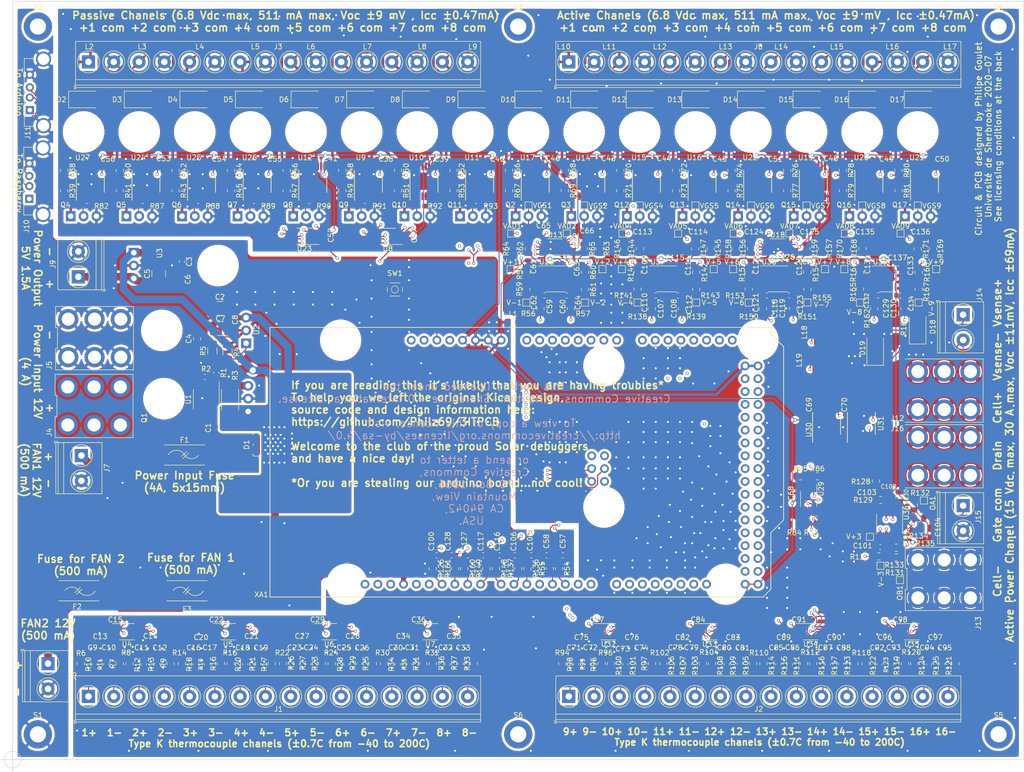
<source format=kicad_pcb>
(kicad_pcb (version 20171130) (host pcbnew "(5.1.5)-3")
  (title_block (title "PCB de caractérisation de cellules solaires") (date 2020-06-17) (rev 0) (company "Université de Sherbrooke"))
  (layers (0 F.Cu mixed) (1 In1_Vert.Cu signal) (2 In2_Hor.Cu signal) (31 B.Cu power) (34 B.Paste user) (35 F.Paste user) (36 B.SilkS user) (37 F.SilkS user) (38 B.Mask user) (39 F.Mask user) (44 Edge.Cuts user))
  (net 0 "")
  (net 1 /+12V)
  (net 2 GND)
  (net 3 "Net-(C4-Pad1)")
  (net 4 /+5VPI)
  (net 5 /+10.37V)
  (net 6 GNDA)
  (net 7 "Net-(C13-Pad1)")
  (net 8 "Net-(C10-Pad1)")
  (net 9 "Net-(C11-Pad1)")
  (net 10 "Net-(C12-Pad1)")
  (net 11 /+5V)
  (net 12 "Net-(C16-Pad1)")
  (net 13 "Net-(C17-Pad1)")
  (net 14 "Net-(C18-Pad1)")
  (net 15 "Net-(C19-Pad1)")
  (net 16 "Net-(C23-Pad1)")
  (net 17 "Net-(C24-Pad1)")
  (net 18 "Net-(C25-Pad1)")
  (net 19 "Net-(C26-Pad1)")
  (net 20 "Net-(C30-Pad1)")
  (net 21 "Net-(C31-Pad1)")
  (net 22 "Net-(C32-Pad1)")
  (net 23 "Net-(C33-Pad1)")
  (net 24 "Net-(C57-Pad2)")
  (net 25 "Net-(C58-Pad2)")
  (net 26 "Net-(C59-Pad2)")
  (net 27 "Net-(C60-Pad2)")
  (net 28 /VoutActif1)
  (net 29 "Net-(C61-Pad1)")
  (net 30 /VoutActif2)
  (net 31 "Net-(C63-Pad1)")
  (net 32 "Net-(C65-Pad2)")
  (net 33 "Net-(C71-Pad1)")
  (net 34 "Net-(C72-Pad1)")
  (net 35 "Net-(C73-Pad1)")
  (net 36 "Net-(C78-Pad1)")
  (net 37 "Net-(C79-Pad1)")
  (net 38 "Net-(C80-Pad1)")
  (net 39 "Net-(C85-Pad1)")
  (net 40 "Net-(C86-Pad1)")
  (net 41 "Net-(C87-Pad1)")
  (net 42 "Net-(C92-Pad1)")
  (net 43 "Net-(C93-Pad1)")
  (net 44 "Net-(C94-Pad1)")
  (net 45 "Net-(C100-Pad2)")
  (net 46 /VoutActif100W)
  (net 47 "Net-(C104-Pad2)")
  (net 48 "Net-(C105-Pad2)")
  (net 49 "Net-(C106-Pad2)")
  (net 50 "Net-(C107-Pad2)")
  (net 51 /VoutActif3)
  (net 52 /VoutActif4)
  (net 53 "Net-(C114-Pad2)")
  (net 54 "Net-(C116-Pad2)")
  (net 55 "Net-(C117-Pad2)")
  (net 56 /VoutActif5)
  (net 57 "Net-(C120-Pad1)")
  (net 58 /VoutActif6)
  (net 59 "Net-(C124-Pad2)")
  (net 60 "Net-(C125-Pad2)")
  (net 61 "Net-(C127-Pad2)")
  (net 62 /VoutActif7)
  (net 63 /VoutActif8)
  (net 64 "Net-(D1-Pad1)")
  (net 65 /AIProt1/Input)
  (net 66 /AIProt2/Input)
  (net 67 /AIProt3/Input)
  (net 68 /AIProt4/Input)
  (net 69 /AIProt5/Input)
  (net 70 /AIProt6/Input)
  (net 71 /AIProt7/Input)
  (net 72 /AIProt8/Input)
  (net 73 /SenseProtection+/Input)
  (net 74 /SenseProtection-/Input)
  (net 75 "Net-(F1-Pad2)")
  (net 76 "Net-(F2-Pad1)")
  (net 77 "Net-(F3-Pad1)")
  (net 78 /T16-)
  (net 79 /T16+)
  (net 80 /T15-)
  (net 81 /T15+)
  (net 82 /T14-)
  (net 83 /T14+)
  (net 84 /T13-)
  (net 85 /T13+)
  (net 86 /T12-)
  (net 87 /T12+)
  (net 88 /T11-)
  (net 89 /T11+)
  (net 90 /T10-)
  (net 91 /T10+)
  (net 92 /T9-)
  (net 93 /T9+)
  (net 94 /T1+)
  (net 95 /T1-)
  (net 96 /T2+)
  (net 97 /T2-)
  (net 98 /T3+)
  (net 99 /T3-)
  (net 100 /T4+)
  (net 101 /T4-)
  (net 102 /T5+)
  (net 103 /T5-)
  (net 104 /T6+)
  (net 105 /T6-)
  (net 106 /T7+)
  (net 107 /T7-)
  (net 108 /T8+)
  (net 109 /T8-)
  (net 110 /VinActif100W)
  (net 111 /VinPassif1)
  (net 112 /VinPassif2)
  (net 113 /VinPassif3)
  (net 114 /VinPassif4)
  (net 115 /VinPassif5)
  (net 116 /VinPassif6)
  (net 117 /VinPassif7)
  (net 118 /VinPassif8)
  (net 119 /VinActif1)
  (net 120 /VinActif2)
  (net 121 /VinActif3)
  (net 122 /VinActif4)
  (net 123 /VinActif5)
  (net 124 /VinActif6)
  (net 125 /VinActif7)
  (net 126 /VinActif8)
  (net 127 /V+Sense100W)
  (net 128 /V-Sense100W)
  (net 129 "Net-(Q1-Pad3)")
  (net 130 /VoutPassif1)
  (net 131 /SW1)
  (net 132 /VoutPassif2)
  (net 133 /SW2)
  (net 134 /SW3)
  (net 135 /VoutPassif3)
  (net 136 /VoutPassif4)
  (net 137 /SW4)
  (net 138 /SW5)
  (net 139 /VoutPassif5)
  (net 140 /SW6)
  (net 141 /VoutPassif6)
  (net 142 /VoutPassif7)
  (net 143 /SW7)
  (net 144 /SW8)
  (net 145 /VoutPassif8)
  (net 146 "Net-(R1-Pad2)")
  (net 147 /A0)
  (net 148 /A1)
  (net 149 /A2)
  (net 150 /A3)
  (net 151 /A4)
  (net 152 /A5)
  (net 153 /A6)
  (net 154 /A7)
  (net 155 /PWM1)
  (net 156 /PWM2)
  (net 157 "Net-(R62-Pad1)")
  (net 158 "Net-(R63-Pad1)")
  (net 159 /A8)
  (net 160 /A9)
  (net 161 /A10)
  (net 162 /A11)
  (net 163 /A12)
  (net 164 /A13)
  (net 165 /A14)
  (net 166 /A15)
  (net 167 /Acquisition100W/Voltage100W1/Vout)
  (net 168 /Acquisition100W/sheet5F05B519/Vout)
  (net 169 /PWM9)
  (net 170 "Net-(R132-Pad1)")
  (net 171 /PWM3)
  (net 172 /PWM4)
  (net 173 "Net-(R144-Pad1)")
  (net 174 "Net-(R145-Pad1)")
  (net 175 /PWM5)
  (net 176 /PWM6)
  (net 177 "Net-(R156-Pad1)")
  (net 178 "Net-(R157-Pad1)")
  (net 179 /PWM7)
  (net 180 /PWM8)
  (net 181 "Net-(R168-Pad1)")
  (net 182 "Net-(R169-Pad1)")
  (net 183 /RESET)
  (net 184 /SCK)
  (net 185 /CS1)
  (net 186 /MISO)
  (net 187 /MOSI)
  (net 188 /CS2)
  (net 189 /CS3)
  (net 190 /CS4)
  (net 191 /CS10)
  (net 192 /CourantIndiv2/CurrentSense4/OUT)
  (net 193 /CourantIndiv2/CurrentSense3/OUT)
  (net 194 /CourantIndiv2/CurrentSense2/OUT)
  (net 195 /CourantIndiv2/CurrentSense1/OUT)
  (net 196 "Net-(U9-Pad4)")
  (net 197 "Net-(U9-Pad12)")
  (net 198 "Net-(U10-Pad12)")
  (net 199 "Net-(U10-Pad4)")
  (net 200 "Net-(U11-Pad4)")
  (net 201 "Net-(U11-Pad12)")
  (net 202 "Net-(U12-Pad4)")
  (net 203 "Net-(U12-Pad12)")
  (net 204 /CS11)
  (net 205 /CourantActif5W1/CurrentSense4/OUT)
  (net 206 /CourantActif5W1/CurrentSense3/OUT)
  (net 207 /CourantActif5W1/CurrentSense2/OUT)
  (net 208 /CourantActif5W1/CurrentSense1/OUT)
  (net 209 "Net-(U14-Pad12)")
  (net 210 "Net-(U14-Pad4)")
  (net 211 "Net-(U15-Pad4)")
  (net 212 "Net-(U15-Pad12)")
  (net 213 "Net-(U16-Pad12)")
  (net 214 "Net-(U16-Pad4)")
  (net 215 "Net-(U17-Pad4)")
  (net 216 "Net-(U17-Pad12)")
  (net 217 /CS12)
  (net 218 /CourantActif5W2/CurrentSense4/OUT)
  (net 219 /CourantActif5W2/CurrentSense3/OUT)
  (net 220 /CourantActif5W2/CurrentSense2/OUT)
  (net 221 /CourantActif5W2/CurrentSense1/OUT)
  (net 222 "Net-(U19-Pad12)")
  (net 223 "Net-(U19-Pad4)")
  (net 224 "Net-(U20-Pad4)")
  (net 225 "Net-(U20-Pad12)")
  (net 226 "Net-(U21-Pad12)")
  (net 227 "Net-(U21-Pad4)")
  (net 228 "Net-(U22-Pad4)")
  (net 229 "Net-(U22-Pad12)")
  (net 230 /CourantIndiv1/CurrentSense1/OUT)
  (net 231 /CourantIndiv1/CurrentSense2/OUT)
  (net 232 /CourantIndiv1/CurrentSense3/OUT)
  (net 233 /CourantIndiv1/CurrentSense4/OUT)
  (net 234 /CS9)
  (net 235 "Net-(U24-Pad12)")
  (net 236 "Net-(U24-Pad4)")
  (net 237 "Net-(U25-Pad4)")
  (net 238 "Net-(U25-Pad12)")
  (net 239 "Net-(U26-Pad12)")
  (net 240 "Net-(U26-Pad4)")
  (net 241 "Net-(U27-Pad12)")
  (net 242 "Net-(U27-Pad4)")
  (net 243 /Acquisition100W/CurrentSense20A1/OUT)
  (net 244 /CS13)
  (net 245 "Net-(U30-Pad12)")
  (net 246 "Net-(U30-Pad9)")
  (net 247 "Net-(U30-Pad4)")
  (net 248 "Net-(U31-Pad4)")
  (net 249 "Net-(U31-Pad12)")
  (net 250 /CS5)
  (net 251 /CS6)
  (net 252 /CS7)
  (net 253 /CS8)
  (net 254 "Net-(C66-Pad2)")
  (net 255 "Net-(C74-Pad1)")
  (net 256 "Net-(C81-Pad1)")
  (net 257 "Net-(C88-Pad1)")
  (net 258 "Net-(C95-Pad1)")
  (net 259 "Net-(C101-Pad2)")
  (net 260 "Net-(C102-Pad1)")
  (net 261 "Net-(C108-Pad2)")
  (net 262 "Net-(C109-Pad1)")
  (net 263 "Net-(C111-Pad1)")
  (net 264 "Net-(C113-Pad2)")
  (net 265 "Net-(C118-Pad2)")
  (net 266 "Net-(C119-Pad2)")
  (net 267 "Net-(C122-Pad1)")
  (net 268 "Net-(C128-Pad2)")
  (net 269 "Net-(C129-Pad2)")
  (net 270 "Net-(C130-Pad2)")
  (net 271 "Net-(C131-Pad1)")
  (net 272 "Net-(C133-Pad1)")
  (net 273 "Net-(C135-Pad2)")
  (net 274 "Net-(C136-Pad2)")
  (net 275 "Net-(J10-Pad1)")
  (net 276 "Net-(J11-Pad1)")
  (net 277 "Net-(OA1-Pad1)")
  (net 278 "Net-(OB1-Pad1)")
  (net 279 "Net-(S2-Pad1)")
  (net 280 "Net-(S3-Pad1)")
  (net 281 "Net-(S4-Pad1)")
  (net 282 "Net-(S5-Pad1)")
  (net 283 "Net-(S6-Pad1)")
  (net 284 "Net-(XA1-PadAREF)")
  (net 285 "Net-(XA1-PadSDA)")
  (net 286 "Net-(XA1-PadSCL)")
  (net 287 "Net-(XA1-PadIORF)")
  (net 288 "Net-(XA1-Pad3V3)")
  (net 289 "Net-(XA1-Pad5V2)")
  (net 290 "Net-(XA1-PadGND4)")
  (net 291 "Net-(XA1-PadRST2)")
  (net 292 "Net-(XA1-PadD41)")
  (net 293 "Net-(XA1-PadD40)")
  (net 294 "Net-(XA1-PadD39)")
  (net 295 "Net-(XA1-PadD38)")
  (net 296 "Net-(XA1-PadD37)")
  (net 297 "Net-(XA1-PadD36)")
  (net 298 "Net-(XA1-PadD35)")
  (net 299 "Net-(XA1-PadD12)")
  (net 300 "Net-(XA1-PadD13)")
  (net 301 "Net-(XA1-PadD4)")
  (net 302 "Net-(XA1-PadD1)")
  (net 303 "Net-(XA1-PadD0)")
  (net 304 "Net-(XA1-PadD14)")
  (net 305 "Net-(XA1-PadD15)")
  (net 306 "Net-(XA1-PadD16)")
  (net 307 "Net-(XA1-PadD17)")
  (net 308 "Net-(XA1-PadD18)")
  (net 309 "Net-(XA1-PadD19)")
  (net 310 "Net-(XA1-PadD20)")
  (net 311 "Net-(XA1-PadD21)")
  (net 312 /D-)
  (net 313 /D+)
  (net 314 /ProtectionActif1/Input)
  (net 315 /ProtectionActif2/Input)
  (net 316 /ProtectionActif3/Input)
  (net 317 /ProtectionActif4/Input)
  (net 318 /ProtectionActif5/Input)
  (net 319 /ProtectionActif6/Input)
  (net 320 /ProtectionActif7/Input)
  (net 321 /ProtectionActif8/Input)
  (net 322 "Net-(XA1-PadD53)")
  (net 323 "Net-(XA1-PadD52)")
  (net 324 "Net-(XA1-PadD51)")
  (net 325 "Net-(XA1-PadD50)")
  (module PCB:30ATerminal (layer F.Cu) (at 310.25 149)
    (fp_text reference J12 (at -9.25 5.5 180) (layer F.SilkS))
    (fp_text value 100W_ch+)
    (pad 1 thru_hole circle (at -5.2 -3.76) (size 4 4) (drill 2.6) (layers *.Cu *.Mask) (net 110 /VinActif100W))
    (pad 1 thru_hole circle (at -5.2 3.76) (size 4 4) (drill 2.6) (layers *.Cu *.Mask) (net 110 /VinActif100W))
    (pad 1 thru_hole circle (at 0 -3.76) (size 4 4) (drill 2.6) (layers *.Cu *.Mask) (net 110 /VinActif100W))
    (pad 1 thru_hole circle (at 0 3.76) (size 4 4) (drill 2.6) (layers *.Cu *.Mask) (net 110 /VinActif100W))
    (pad 1 thru_hole circle (at 5.2 -3.76) (size 4 4) (drill 2.6) (layers *.Cu *.Mask) (net 110 /VinActif100W))
    (pad 1 thru_hole circle (at 5.2 3.76) (size 4 4) (drill 2.6) (layers *.Cu *.Mask) (net 110 /VinActif100W))
  )
  (module PCB:30ATerminal (layer F.Cu) (at 310.25 162)
    (fp_text reference J16 (at -9.25 -5.5 180) (layer F.SilkS))
    (fp_text value PowerMosDrain)
    (pad 1 thru_hole circle (at -5.2 -3.76) (size 4 4) (drill 2.6) (layers *.Cu *.Mask) (net 46 /VoutActif100W))
    (pad 1 thru_hole circle (at -5.2 3.76) (size 4 4) (drill 2.6) (layers *.Cu *.Mask) (net 46 /VoutActif100W))
    (pad 1 thru_hole circle (at 0 -3.76) (size 4 4) (drill 2.6) (layers *.Cu *.Mask) (net 46 /VoutActif100W))
    (pad 1 thru_hole circle (at 0 3.76) (size 4 4) (drill 2.6) (layers *.Cu *.Mask) (net 46 /VoutActif100W))
    (pad 1 thru_hole circle (at 5.2 -3.76) (size 4 4) (drill 2.6) (layers *.Cu *.Mask) (net 46 /VoutActif100W))
    (pad 1 thru_hole circle (at 5.2 3.76) (size 4 4) (drill 2.6) (layers *.Cu *.Mask) (net 46 /VoutActif100W))
  )
  (module Arduino:Arduino_Mega2560_Socket (layer F.Cu) (at 278.5 136.5 180)
    (fp_text reference XA1 (at 103.3 -52.85) (layer F.SilkS))
    (fp_text value Arduino_Mega2560_Shield)
    (fp_text user . (at 39.116 -32.004) (layer F.SilkS))
    (pad MISO thru_hole oval (at 37.973 -30.48 180) (size 1.7272 1.7272) (drill 1.016) (layers *.Cu *.Mask) (net 186 /MISO))
    (pad GND6 thru_hole oval (at 5.08 -7.62 180) (size 1.7272 1.7272) (drill 1.016) (layers *.Cu *.Mask) (net 2 GND))
    (pad GND5 thru_hole oval (at 7.62 -7.62 180) (size 1.7272 1.7272) (drill 1.016) (layers *.Cu *.Mask) (net 2 GND))
    (pad D53 thru_hole oval (at 5.08 -10.16 180) (size 1.7272 1.7272) (drill 1.016) (layers *.Cu *.Mask) (net 322 "Net-(XA1-PadD53)"))
    (pad D52 thru_hole oval (at 7.62 -10.16 180) (size 1.7272 1.7272) (drill 1.016) (layers *.Cu *.Mask) (net 323 "Net-(XA1-PadD52)"))
    (pad D51 thru_hole oval (at 5.08 -12.7 180) (size 1.7272 1.7272) (drill 1.016) (layers *.Cu *.Mask) (net 324 "Net-(XA1-PadD51)"))
    (pad D50 thru_hole oval (at 7.62 -12.7 180) (size 1.7272 1.7272) (drill 1.016) (layers *.Cu *.Mask) (net 325 "Net-(XA1-PadD50)"))
    (pad D49 thru_hole oval (at 5.08 -15.24 180) (size 1.7272 1.7272) (drill 1.016) (layers *.Cu *.Mask) (net 144 /SW8))
    (pad D48 thru_hole oval (at 7.62 -15.24 180) (size 1.7272 1.7272) (drill 1.016) (layers *.Cu *.Mask) (net 143 /SW7))
    (pad D47 thru_hole oval (at 5.08 -17.78 180) (size 1.7272 1.7272) (drill 1.016) (layers *.Cu *.Mask) (net 140 /SW6))
    (pad D46 thru_hole oval (at 7.62 -17.78 180) (size 1.7272 1.7272) (drill 1.016) (layers *.Cu *.Mask) (net 138 /SW5))
    (pad D45 thru_hole oval (at 5.08 -20.32 180) (size 1.7272 1.7272) (drill 1.016) (layers *.Cu *.Mask) (net 137 /SW4))
    (pad D44 thru_hole oval (at 7.62 -20.32 180) (size 1.7272 1.7272) (drill 1.016) (layers *.Cu *.Mask) (net 134 /SW3))
    (pad D43 thru_hole oval (at 5.08 -22.86 180) (size 1.7272 1.7272) (drill 1.016) (layers *.Cu *.Mask) (net 133 /SW2))
    (pad D42 thru_hole oval (at 7.62 -22.86 180) (size 1.7272 1.7272) (drill 1.016) (layers *.Cu *.Mask) (net 131 /SW1))
    (pad D41 thru_hole oval (at 5.08 -25.4 180) (size 1.7272 1.7272) (drill 1.016) (layers *.Cu *.Mask) (net 292 "Net-(XA1-PadD41)"))
    (pad D40 thru_hole oval (at 7.62 -25.4 180) (size 1.7272 1.7272) (drill 1.016) (layers *.Cu *.Mask) (net 293 "Net-(XA1-PadD40)"))
    (pad D39 thru_hole oval (at 5.08 -27.94 180) (size 1.7272 1.7272) (drill 1.016) (layers *.Cu *.Mask) (net 294 "Net-(XA1-PadD39)"))
    (pad D38 thru_hole oval (at 7.62 -27.94 180) (size 1.7272 1.7272) (drill 1.016) (layers *.Cu *.Mask) (net 295 "Net-(XA1-PadD38)"))
    (pad D37 thru_hole oval (at 5.08 -30.48 180) (size 1.7272 1.7272) (drill 1.016) (layers *.Cu *.Mask) (net 296 "Net-(XA1-PadD37)"))
    (pad D36 thru_hole oval (at 7.62 -30.48 180) (size 1.7272 1.7272) (drill 1.016) (layers *.Cu *.Mask) (net 297 "Net-(XA1-PadD36)"))
    (pad D35 thru_hole oval (at 5.08 -33.02 180) (size 1.7272 1.7272) (drill 1.016) (layers *.Cu *.Mask) (net 298 "Net-(XA1-PadD35)"))
    (pad D34 thru_hole oval (at 7.62 -33.02 180) (size 1.7272 1.7272) (drill 1.016) (layers *.Cu *.Mask) (net 244 /CS13))
    (pad D33 thru_hole oval (at 5.08 -35.56 180) (size 1.7272 1.7272) (drill 1.016) (layers *.Cu *.Mask) (net 217 /CS12))
    (pad D32 thru_hole oval (at 7.62 -35.56 180) (size 1.7272 1.7272) (drill 1.016) (layers *.Cu *.Mask) (net 204 /CS11))
    (pad D31 thru_hole oval (at 5.08 -38.1 180) (size 1.7272 1.7272) (drill 1.016) (layers *.Cu *.Mask) (net 191 /CS10))
    (pad D30 thru_hole oval (at 7.62 -38.1 180) (size 1.7272 1.7272) (drill 1.016) (layers *.Cu *.Mask) (net 234 /CS9))
    (pad D29 thru_hole oval (at 5.08 -40.64 180) (size 1.7272 1.7272) (drill 1.016) (layers *.Cu *.Mask) (net 253 /CS8))
    (pad D28 thru_hole oval (at 7.62 -40.64 180) (size 1.7272 1.7272) (drill 1.016) (layers *.Cu *.Mask) (net 252 /CS7))
    (pad D27 thru_hole oval (at 5.08 -43.18 180) (size 1.7272 1.7272) (drill 1.016) (layers *.Cu *.Mask) (net 251 /CS6))
    (pad D26 thru_hole oval (at 7.62 -43.18 180) (size 1.7272 1.7272) (drill 1.016) (layers *.Cu *.Mask) (net 250 /CS5))
    (pad D25 thru_hole oval (at 5.08 -45.72 180) (size 1.7272 1.7272) (drill 1.016) (layers *.Cu *.Mask) (net 190 /CS4))
    (pad D24 thru_hole oval (at 7.62 -45.72 180) (size 1.7272 1.7272) (drill 1.016) (layers *.Cu *.Mask) (net 189 /CS3))
    (pad D23 thru_hole oval (at 5.08 -48.26 180) (size 1.7272 1.7272) (drill 1.016) (layers *.Cu *.Mask) (net 188 /CS2))
    (pad D22 thru_hole oval (at 7.62 -48.26 180) (size 1.7272 1.7272) (drill 1.016) (layers *.Cu *.Mask) (net 185 /CS1))
    (pad 5V4 thru_hole oval (at 5.08 -50.8 180) (size 1.7272 1.7272) (drill 1.016) (layers *.Cu *.Mask) (net 11 /+5V))
    (pad 5V3 thru_hole oval (at 7.62 -50.8 180) (size 1.7272 1.7272) (drill 1.016) (layers *.Cu *.Mask) (net 11 /+5V))
    (pad A15 thru_hole oval (at 10.16 -2.54 180) (size 1.7272 1.7272) (drill 1.016) (layers *.Cu *.Mask) (net 166 /A15))
    (pad A14 thru_hole oval (at 12.7 -2.54 180) (size 1.7272 1.7272) (drill 1.016) (layers *.Cu *.Mask) (net 165 /A14))
    (pad A13 thru_hole oval (at 15.24 -2.54 180) (size 1.7272 1.7272) (drill 1.016) (layers *.Cu *.Mask) (net 164 /A13))
    (pad A12 thru_hole oval (at 17.78 -2.54 180) (size 1.7272 1.7272) (drill 1.016) (layers *.Cu *.Mask) (net 163 /A12))
    (pad A11 thru_hole oval (at 20.32 -2.54 180) (size 1.7272 1.7272) (drill 1.016) (layers *.Cu *.Mask) (net 162 /A11))
    (pad A10 thru_hole oval (at 22.86 -2.54 180) (size 1.7272 1.7272) (drill 1.016) (layers *.Cu *.Mask) (net 161 /A10))
    (pad A9 thru_hole oval (at 25.4 -2.54 180) (size 1.7272 1.7272) (drill 1.016) (layers *.Cu *.Mask) (net 160 /A9))
    (pad A8 thru_hole oval (at 27.94 -2.54 180) (size 1.7272 1.7272) (drill 1.016) (layers *.Cu *.Mask) (net 159 /A8))
    (pad A7 thru_hole oval (at 33.02 -2.54 180) (size 1.7272 1.7272) (drill 1.016) (layers *.Cu *.Mask) (net 154 /A7))
    (pad A6 thru_hole oval (at 35.56 -2.54 180) (size 1.7272 1.7272) (drill 1.016) (layers *.Cu *.Mask) (net 153 /A6))
    (pad A5 thru_hole oval (at 38.1 -2.54 180) (size 1.7272 1.7272) (drill 1.016) (layers *.Cu *.Mask) (net 152 /A5))
    (pad A4 thru_hole oval (at 40.64 -2.54 180) (size 1.7272 1.7272) (drill 1.016) (layers *.Cu *.Mask) (net 151 /A4))
    (pad A3 thru_hole oval (at 43.18 -2.54 180) (size 1.7272 1.7272) (drill 1.016) (layers *.Cu *.Mask) (net 150 /A3))
    (pad A2 thru_hole oval (at 45.72 -2.54 180) (size 1.7272 1.7272) (drill 1.016) (layers *.Cu *.Mask) (net 149 /A2))
    (pad A1 thru_hole oval (at 48.26 -2.54 180) (size 1.7272 1.7272) (drill 1.016) (layers *.Cu *.Mask) (net 148 /A1))
    (pad "" thru_hole oval (at 73.66 -2.54 180) (size 1.7272 1.7272) (drill 1.016) (layers *.Cu *.Mask))
    (pad D11 thru_hole oval (at 67.564 -50.8 180) (size 1.7272 1.7272) (drill 1.016) (layers *.Cu *.Mask) (net 169 /PWM9))
    (pad D12 thru_hole oval (at 70.104 -50.8 180) (size 1.7272 1.7272) (drill 1.016) (layers *.Cu *.Mask) (net 299 "Net-(XA1-PadD12)"))
    (pad D13 thru_hole oval (at 72.644 -50.8 180) (size 1.7272 1.7272) (drill 1.016) (layers *.Cu *.Mask) (net 300 "Net-(XA1-PadD13)"))
    (pad AREF thru_hole oval (at 77.724 -50.8 180) (size 1.7272 1.7272) (drill 1.016) (layers *.Cu *.Mask) (net 284 "Net-(XA1-PadAREF)"))
    (pad SDA thru_hole oval (at 80.264 -50.8 180) (size 1.7272 1.7272) (drill 1.016) (layers *.Cu *.Mask) (net 285 "Net-(XA1-PadSDA)"))
    (pad SCL thru_hole oval (at 82.804 -50.8 180) (size 1.7272 1.7272) (drill 1.016) (layers *.Cu *.Mask) (net 286 "Net-(XA1-PadSCL)"))
    (pad "" np_thru_hole circle (at 87.63 -2.54 180) (size 3.2 3.2) (drill 3.2) (layers *.Cu *.Mask) (clearance 2.5))
    (pad "" np_thru_hole circle (at 5.08 -2.54 180) (size 3.2 3.2) (drill 3.2) (layers *.Cu *.Mask) (clearance 2.5))
    (pad "" np_thru_hole circle (at 86.36 -50.8 180) (size 3.2 3.2) (drill 3.2) (layers *.Cu *.Mask) (clearance 2.5))
    (pad "" np_thru_hole circle (at 11.43 -50.8 180) (size 3.2 3.2) (drill 3.2) (layers *.Cu *.Mask) (clearance 2.5))
    (pad "" np_thru_hole circle (at 35.56 -35.56 180) (size 3.2 3.2) (drill 3.2) (layers *.Cu *.Mask) (clearance 2.5))
    (pad "" np_thru_hole circle (at 35.56 -7.62 180) (size 3.2 3.2) (drill 3.2) (layers *.Cu *.Mask) (clearance 2.5))
    (pad D10 thru_hole oval (at 65.024 -50.8 180) (size 1.7272 1.7272) (drill 1.016) (layers *.Cu *.Mask) (net 180 /PWM8))
    (pad D9 thru_hole oval (at 62.484 -50.8 180) (size 1.7272 1.7272) (drill 1.016) (layers *.Cu *.Mask) (net 179 /PWM7))
    (pad D8 thru_hole oval (at 59.944 -50.8 180) (size 1.7272 1.7272) (drill 1.016) (layers *.Cu *.Mask) (net 176 /PWM6))
    (pad GND1 thru_hole oval (at 75.184 -50.8 180) (size 1.7272 1.7272) (drill 1.016) (layers *.Cu *.Mask) (net 2 GND))
    (pad D7 thru_hole oval (at 55.88 -50.8 180) (size 1.7272 1.7272) (drill 1.016) (layers *.Cu *.Mask) (net 175 /PWM5))
    (pad D6 thru_hole oval (at 53.34 -50.8 180) (size 1.7272 1.7272) (drill 1.016) (layers *.Cu *.Mask) (net 172 /PWM4))
    (pad D5 thru_hole oval (at 50.8 -50.8 180) (size 1.7272 1.7272) (drill 1.016) (layers *.Cu *.Mask) (net 171 /PWM3))
    (pad D4 thru_hole oval (at 48.26 -50.8 180) (size 1.7272 1.7272) (drill 1.016) (layers *.Cu *.Mask) (net 301 "Net-(XA1-PadD4)"))
    (pad D3 thru_hole oval (at 45.72 -50.8 180) (size 1.7272 1.7272) (drill 1.016) (layers *.Cu *.Mask) (net 156 /PWM2))
    (pad D2 thru_hole oval (at 43.18 -50.8 180) (size 1.7272 1.7272) (drill 1.016) (layers *.Cu *.Mask) (net 155 /PWM1))
    (pad D1 thru_hole oval (at 40.64 -50.8 180) (size 1.7272 1.7272) (drill 1.016) (layers *.Cu *.Mask) (net 302 "Net-(XA1-PadD1)"))
    (pad D0 thru_hole oval (at 38.1 -50.8 180) (size 1.7272 1.7272) (drill 1.016) (layers *.Cu *.Mask) (net 303 "Net-(XA1-PadD0)"))
    (pad D14 thru_hole oval (at 33.02 -50.8 180) (size 1.7272 1.7272) (drill 1.016) (layers *.Cu *.Mask) (net 304 "Net-(XA1-PadD14)"))
    (pad D15 thru_hole oval (at 30.48 -50.8 180) (size 1.7272 1.7272) (drill 1.016) (layers *.Cu *.Mask) (net 305 "Net-(XA1-PadD15)"))
    (pad D16 thru_hole oval (at 27.94 -50.8 180) (size 1.7272 1.7272) (drill 1.016) (layers *.Cu *.Mask) (net 306 "Net-(XA1-PadD16)"))
    (pad D17 thru_hole oval (at 25.4 -50.8 180) (size 1.7272 1.7272) (drill 1.016) (layers *.Cu *.Mask) (net 307 "Net-(XA1-PadD17)"))
    (pad D18 thru_hole oval (at 22.86 -50.8 180) (size 1.7272 1.7272) (drill 1.016) (layers *.Cu *.Mask) (net 308 "Net-(XA1-PadD18)"))
    (pad D19 thru_hole oval (at 20.32 -50.8 180) (size 1.7272 1.7272) (drill 1.016) (layers *.Cu *.Mask) (net 309 "Net-(XA1-PadD19)"))
    (pad D20 thru_hole oval (at 17.78 -50.8 180) (size 1.7272 1.7272) (drill 1.016) (layers *.Cu *.Mask) (net 310 "Net-(XA1-PadD20)"))
    (pad D21 thru_hole oval (at 15.24 -50.8 180) (size 1.7272 1.7272) (drill 1.016) (layers *.Cu *.Mask) (net 311 "Net-(XA1-PadD21)"))
    (pad IORF thru_hole oval (at 71.12 -2.54 180) (size 1.7272 1.7272) (drill 1.016) (layers *.Cu *.Mask) (net 287 "Net-(XA1-PadIORF)"))
    (pad RST1 thru_hole oval (at 68.58 -2.54 180) (size 1.7272 1.7272) (drill 1.016) (layers *.Cu *.Mask) (net 183 /RESET))
    (pad 3V3 thru_hole oval (at 66.04 -2.54 180) (size 1.7272 1.7272) (drill 1.016) (layers *.Cu *.Mask) (net 288 "Net-(XA1-Pad3V3)"))
    (pad 5V1 thru_hole oval (at 63.5 -2.54 180) (size 1.7272 1.7272) (drill 1.016) (layers *.Cu *.Mask) (net 11 /+5V))
    (pad GND2 thru_hole oval (at 60.96 -2.54 180) (size 1.7272 1.7272) (drill 1.016) (layers *.Cu *.Mask) (net 2 GND))
    (pad GND3 thru_hole oval (at 58.42 -2.54 180) (size 1.7272 1.7272) (drill 1.016) (layers *.Cu *.Mask) (net 2 GND))
    (pad VIN thru_hole oval (at 55.88 -2.54 180) (size 1.7272 1.7272) (drill 1.016) (layers *.Cu *.Mask) (net 5 /+10.37V))
    (pad A0 thru_hole oval (at 50.8 -2.54 180) (size 1.7272 1.7272) (drill 1.016) (layers *.Cu *.Mask) (net 147 /A0))
    (pad 5V2 thru_hole oval (at 35.433 -30.48 180) (size 1.7272 1.7272) (drill 1.016) (layers *.Cu *.Mask) (net 289 "Net-(XA1-Pad5V2)"))
    (pad SCK thru_hole oval (at 37.973 -27.94 180) (size 1.7272 1.7272) (drill 1.016) (layers *.Cu *.Mask) (net 184 /SCK))
    (pad MOSI thru_hole oval (at 35.433 -27.94 180) (size 1.7272 1.7272) (drill 1.016) (layers *.Cu *.Mask) (net 187 /MOSI))
    (pad GND4 thru_hole oval (at 35.433 -25.4 180) (size 1.7272 1.7272) (drill 1.016) (layers *.Cu *.Mask) (net 290 "Net-(XA1-PadGND4)"))
    (pad RST2 thru_hole oval (at 37.973 -25.4 180) (size 1.7272 1.7272) (drill 1.016) (layers *.Cu *.Mask) (net 291 "Net-(XA1-PadRST2)"))
  )
  (module PCB:TO-220-3_Horizontal_TabDown_AccessHole (layer F.Cu) (at 148.496 114.508)
    (fp_text reference Q5 (at -1.046 -2.236) (layer F.SilkS))
    (fp_text value IRLB3813PBF)
    (pad 3 thru_hole oval (at 5.08 0) (size 1.905 2) (drill 1.1) (layers *.Cu *.Mask) (net 6 GNDA))
    (pad 2 thru_hole oval (at 2.54 0) (size 1.905 2) (drill 1.1) (layers *.Cu *.Mask) (net 133 /SW2))
    (pad 1 thru_hole rect (at 0 0) (size 1.905 2) (drill 1.1) (layers *.Cu *.Mask) (net 132 /VoutPassif2))
    (pad "" np_thru_hole oval (at 2.54 -16.66) (size 6.25 6.25) (drill 6.25) (layers *.Cu *.Mask) (clearance 1))
  )
  (module PCB:TO-220-3_Horizontal_TabDown_AccessHole (layer F.Cu) (at 181.496 114.508)
    (fp_text reference Q8 (at -1.046 -2.236) (layer F.SilkS))
    (fp_text value IRLB3813PBF)
    (pad 3 thru_hole oval (at 5.08 0) (size 1.905 2) (drill 1.1) (layers *.Cu *.Mask) (net 6 GNDA))
    (pad 2 thru_hole oval (at 2.54 0) (size 1.905 2) (drill 1.1) (layers *.Cu *.Mask) (net 138 /SW5))
    (pad 1 thru_hole rect (at 0 0) (size 1.905 2) (drill 1.1) (layers *.Cu *.Mask) (net 139 /VoutPassif5))
    (pad "" np_thru_hole oval (at 2.54 -16.66) (size 6.25 6.25) (drill 6.25) (layers *.Cu *.Mask) (clearance 1))
  )
  (module PCB:TO-220-3_Horizontal_TabDown_AccessHole (layer F.Cu) (at 236.496 114.508)
    (fp_text reference Q3 (at -1.046 -2.236) (layer F.SilkS))
    (fp_text value IRLB3813PbF)
    (pad 3 thru_hole oval (at 5.08 0) (size 1.905 2) (drill 1.1) (layers *.Cu *.Mask) (net 6 GNDA))
    (pad 2 thru_hole oval (at 2.54 0) (size 1.905 2) (drill 1.1) (layers *.Cu *.Mask) (net 254 "Net-(C66-Pad2)"))
    (pad 1 thru_hole rect (at 0 0) (size 1.905 2) (drill 1.1) (layers *.Cu *.Mask) (net 30 /VoutActif2))
    (pad "" np_thru_hole oval (at 2.54 -16.66) (size 6.25 6.25) (drill 6.25) (layers *.Cu *.Mask) (clearance 1))
  )
  (module PCB:TO-220-3_Horizontal_TabDown_AccessHole (layer F.Cu) (at 192.496 114.508)
    (fp_text reference Q9 (at -1.046 -2.236) (layer F.SilkS))
    (fp_text value IRLB3813PBF)
    (pad 3 thru_hole oval (at 5.08 0) (size 1.905 2) (drill 1.1) (layers *.Cu *.Mask) (net 6 GNDA))
    (pad 2 thru_hole oval (at 2.54 0) (size 1.905 2) (drill 1.1) (layers *.Cu *.Mask) (net 140 /SW6))
    (pad 1 thru_hole rect (at 0 0) (size 1.905 2) (drill 1.1) (layers *.Cu *.Mask) (net 141 /VoutPassif6))
    (pad "" np_thru_hole oval (at 2.54 -16.66) (size 6.25 6.25) (drill 6.25) (layers *.Cu *.Mask) (clearance 1))
  )
  (module PCB:TO-220-3_Horizontal_TabDown_AccessHole (layer F.Cu) (at 247.496 114.508)
    (fp_text reference Q12 (at -1.046 -2.236) (layer F.SilkS))
    (fp_text value IRLB3813PbF)
    (pad 3 thru_hole oval (at 5.08 0) (size 1.905 2) (drill 1.1) (layers *.Cu *.Mask) (net 6 GNDA))
    (pad 2 thru_hole oval (at 2.54 0) (size 1.905 2) (drill 1.1) (layers *.Cu *.Mask) (net 264 "Net-(C113-Pad2)"))
    (pad 1 thru_hole rect (at 0 0) (size 1.905 2) (drill 1.1) (layers *.Cu *.Mask) (net 51 /VoutActif3))
    (pad "" np_thru_hole oval (at 2.54 -16.66) (size 6.25 6.25) (drill 6.25) (layers *.Cu *.Mask) (clearance 1))
  )
  (module TerminalBlock_Phoenix:TerminalBlock_Phoenix_PT-1,5-16-5.0-H_1x16_P5.00mm_Horizontal (layer F.Cu) (at 141 209.5)
    (fp_text reference J1 (at 37.578 2.5) (layer F.SilkS))
    (fp_text value PASSIVE_CHANNELS)
    (pad 1 thru_hole rect (at 0 0) (size 2.6 2.6) (drill 1.3) (layers *.Cu *.Mask) (net 94 /T1+))
    (pad 2 thru_hole circle (at 5 0) (size 2.6 2.6) (drill 1.3) (layers *.Cu *.Mask) (net 95 /T1-))
    (pad 3 thru_hole circle (at 10 0) (size 2.6 2.6) (drill 1.3) (layers *.Cu *.Mask) (net 96 /T2+))
    (pad 4 thru_hole circle (at 15 0) (size 2.6 2.6) (drill 1.3) (layers *.Cu *.Mask) (net 97 /T2-))
    (pad 5 thru_hole circle (at 20 0) (size 2.6 2.6) (drill 1.3) (layers *.Cu *.Mask) (net 98 /T3+))
    (pad 6 thru_hole circle (at 25 0) (size 2.6 2.6) (drill 1.3) (layers *.Cu *.Mask) (net 99 /T3-))
    (pad 7 thru_hole circle (at 30 0) (size 2.6 2.6) (drill 1.3) (layers *.Cu *.Mask) (net 100 /T4+))
    (pad 8 thru_hole circle (at 35 0) (size 2.6 2.6) (drill 1.3) (layers *.Cu *.Mask) (net 101 /T4-))
    (pad 9 thru_hole circle (at 40 0) (size 2.6 2.6) (drill 1.3) (layers *.Cu *.Mask) (net 102 /T5+))
    (pad 10 thru_hole circle (at 45 0) (size 2.6 2.6) (drill 1.3) (layers *.Cu *.Mask) (net 103 /T5-))
    (pad 11 thru_hole circle (at 50 0) (size 2.6 2.6) (drill 1.3) (layers *.Cu *.Mask) (net 104 /T6+))
    (pad 12 thru_hole circle (at 55 0) (size 2.6 2.6) (drill 1.3) (layers *.Cu *.Mask) (net 105 /T6-))
    (pad 13 thru_hole circle (at 60 0) (size 2.6 2.6) (drill 1.3) (layers *.Cu *.Mask) (net 106 /T7+))
    (pad 14 thru_hole circle (at 65 0) (size 2.6 2.6) (drill 1.3) (layers *.Cu *.Mask) (net 107 /T7-))
    (pad 15 thru_hole circle (at 70 0) (size 2.6 2.6) (drill 1.3) (layers *.Cu *.Mask) (net 108 /T8+))
    (pad 16 thru_hole circle (at 75 0) (size 2.6 2.6) (drill 1.3) (layers *.Cu *.Mask) (net 109 /T8-))
  )
  (module PCB:TO-277A (layer F.Cu) (at 176.765 159.71 90)
    (fp_text reference D1 (at 0 -4.5 -90) (layer F.SilkS))
    (fp_text value FSV1045V)
    (pad 1 smd rect (at 1.04 -2.765 90) (size 1.4 1.27) (layers F.Cu F.Paste F.Mask) (net 64 "Net-(D1-Pad1)"))
    (pad 2 smd rect (at 0 1.04 90) (size 4.8 4.72) (layers F.Cu F.Mask) (net 1 /+12V))
    (pad 1 smd rect (at -1.04 -2.765 90) (size 1.4 1.27) (layers F.Cu F.Paste F.Mask) (net 64 "Net-(D1-Pad1)"))
  )
  (module Package_SO:SOIC-8_3.9x4.9mm_P1.27mm (layer F.Cu) (at 164.3 150.7 270)
    (fp_text reference U1 (at 0.05 3.55 90) (layer F.SilkS))
    (fp_text value LM431ACM3_NOPB)
    (pad 8 smd roundrect (at 2.475 -1.905 270) (size 1.95 0.6) (layers F.Cu F.Paste F.Mask))
    (pad 7 smd roundrect (at 2.475 -0.635 270) (size 1.95 0.6) (layers F.Cu F.Paste F.Mask))
    (pad 6 smd roundrect (at 2.475 0.635 270) (size 1.95 0.6) (layers F.Cu F.Paste F.Mask))
    (pad 5 smd roundrect (at 2.475 1.905 270) (size 1.95 0.6) (layers F.Cu F.Paste F.Mask))
    (pad 4 smd roundrect (at -2.475 1.905 270) (size 1.95 0.6) (layers F.Cu F.Paste F.Mask))
    (pad 3 smd roundrect (at -2.475 0.635 270) (size 1.95 0.6) (layers F.Cu F.Paste F.Mask) (net 2 GND))
    (pad 2 smd roundrect (at -2.475 -0.635 270) (size 1.95 0.6) (layers F.Cu F.Paste F.Mask) (net 146 "Net-(R1-Pad2)"))
    (pad 1 smd roundrect (at -2.475 -1.905 270) (size 1.95 0.6) (layers F.Cu F.Paste F.Mask) (net 129 "Net-(Q1-Pad3)"))
  )
  (module MountingHole:MountingHole_3.2mm_M3_DIN965_Pad (layer F.Cu) (at 226 217)
    (fp_text reference S6 (at 0 -3.8) (layer F.SilkS))
    (fp_text value Screw_Terminal_01x01)
    (pad 1 thru_hole circle (at 0 0) (size 5.6 5.6) (drill 3.2) (layers *.Cu *.Mask) (net 283 "Net-(S6-Pad1)"))
  )
  (module MountingHole:MountingHole_3.2mm_M3_DIN965_Pad (layer F.Cu) (at 321 217)
    (fp_text reference S5 (at 0 -3.8) (layer F.SilkS))
    (fp_text value Screw_Terminal_01x01)
    (pad 1 thru_hole circle (at 0 0) (size 5.6 5.6) (drill 3.2) (layers *.Cu *.Mask) (net 282 "Net-(S5-Pad1)"))
  )
  (module MountingHole:MountingHole_3.2mm_M3_DIN965_Pad (layer F.Cu) (at 321 77)
    (fp_text reference S4 (at 0 -3.8) (layer F.SilkS))
    (fp_text value Screw_Terminal_01x01)
    (pad 1 thru_hole circle (at 0 0) (size 5.6 5.6) (drill 3.2) (layers *.Cu *.Mask) (net 281 "Net-(S4-Pad1)"))
  )
  (module MountingHole:MountingHole_3.2mm_M3_DIN965_Pad (layer F.Cu) (at 226 77)
    (fp_text reference S3 (at 0 -3.8) (layer F.SilkS))
    (fp_text value Screw_Terminal_01x01)
    (pad 1 thru_hole circle (at 0 0) (size 5.6 5.6) (drill 3.2) (layers *.Cu *.Mask) (net 280 "Net-(S3-Pad1)"))
  )
  (module MountingHole:MountingHole_3.2mm_M3_DIN965_Pad (layer F.Cu) (at 131 77)
    (fp_text reference S2 (at 0 -3.8) (layer F.SilkS))
    (fp_text value Screw_Terminal_01x01)
    (pad 1 thru_hole circle (at 0 0) (size 5.6 5.6) (drill 3.2) (layers *.Cu *.Mask) (net 279 "Net-(S2-Pad1)"))
  )
  (module MountingHole:MountingHole_3.2mm_M3_DIN965_Pad (layer F.Cu) (at 131 217)
    (fp_text reference S1 (at 0 -3.8) (layer F.SilkS))
    (fp_text value Screw_Terminal_01x01)
    (pad 1 thru_hole circle (at 0 0) (size 5.6 5.6) (drill 3.2) (layers *.Cu *.Mask) (net 2 GND))
  )
  (module Capacitor_SMD:C_1210_3225Metric (layer F.Cu) (at 167 132.75 180)
    (fp_text reference C2 (at 0 2.25) (layer F.SilkS))
    (fp_text value 100uF)
    (pad 2 smd roundrect (at 1.4 0 180) (size 1.25 2.65) (layers F.Cu F.Paste F.Mask) (roundrect_rratio 0.2) (net 2 GND))
    (pad 1 smd roundrect (at -1.4 0 180) (size 1.25 2.65) (layers F.Cu F.Paste F.Mask) (roundrect_rratio 0.2) (net 1 /+12V))
  )
  (module Capacitor_SMD:C_0402_1005Metric (layer F.Cu) (at 303.6 129.25 90)
    (fp_text reference C134 (at -2.5 0.15 270) (layer F.SilkS) (effects (font (size 0.8 0.8))))
    (fp_text value NU)
    (pad 2 smd roundrect (at 0.485 0 90) (size 0.59 0.64) (layers F.Cu F.Paste F.Mask) (net 272 "Net-(C133-Pad1)"))
    (pad 1 smd roundrect (at -0.485 0 90) (size 0.59 0.64) (layers F.Cu F.Paste F.Mask) (net 6 GNDA))
  )
  (module Capacitor_SMD:C_0402_1005Metric (layer F.Cu) (at 281.6 129.25 90)
    (fp_text reference C123 (at -2.75 0.2 270) (layer F.SilkS))
    (fp_text value NU)
    (pad 2 smd roundrect (at 0.485 0 90) (size 0.59 0.64) (layers F.Cu F.Paste F.Mask) (net 267 "Net-(C122-Pad1)"))
    (pad 1 smd roundrect (at -0.485 0 90) (size 0.59 0.64) (layers F.Cu F.Paste F.Mask) (net 6 GNDA))
  )
  (module Capacitor_SMD:C_0402_1005Metric (layer F.Cu) (at 259.6 129.25 90)
    (fp_text reference C112 (at -2.75 0.2 90) (layer F.SilkS))
    (fp_text value NU)
    (pad 2 smd roundrect (at 0.485 0 90) (size 0.59 0.64) (layers F.Cu F.Paste F.Mask) (net 263 "Net-(C111-Pad1)"))
    (pad 1 smd roundrect (at -0.485 0 90) (size 0.59 0.64) (layers F.Cu F.Paste F.Mask) (net 6 GNDA))
  )
  (module Capacitor_SMD:C_0402_1005Metric (layer F.Cu) (at 237.6 129.25 90)
    (fp_text reference C64 (at -2.35 0.2 270) (layer F.SilkS))
    (fp_text value NU)
    (pad 2 smd roundrect (at 0.485 0 90) (size 0.59 0.64) (layers F.Cu F.Paste F.Mask) (net 31 "Net-(C63-Pad1)"))
    (pad 1 smd roundrect (at -0.485 0 90) (size 0.59 0.64) (layers F.Cu F.Paste F.Mask) (net 6 GNDA))
  )
  (module PCB:TO-220-3_Horizontal_TabDown_AccessHole (layer F.Cu) (at 172.585 153.14 90)
    (fp_text reference Q1 (at -1.26 -20.56 90) (layer F.SilkS))
    (fp_text value BT137-600)
    (pad 3 thru_hole oval (at 5.08 0 90) (size 1.905 2) (drill 1.1) (layers *.Cu *.Mask) (net 129 "Net-(Q1-Pad3)"))
    (pad 2 thru_hole oval (at 2.54 0 90) (size 1.905 2) (drill 1.1) (layers *.Cu *.Mask) (net 2 GND))
    (pad 1 thru_hole rect (at 0 0 90) (size 1.905 2) (drill 1.1) (layers *.Cu *.Mask) (net 1 /+12V))
    (pad "" np_thru_hole oval (at 2.54 -16.66 90) (size 6.25 6.25) (drill 6.25) (layers *.Cu *.Mask) (clearance 1))
  )
  (module PCB:TO-220-3_Horizontal_TabDown_AccessHole (layer F.Cu) (at 225.496 114.508)
    (fp_text reference Q2 (at -1.046 -2.236) (layer F.SilkS))
    (fp_text value IRLB3813PbF)
    (pad 3 thru_hole oval (at 5.08 0) (size 1.905 2) (drill 1.1) (layers *.Cu *.Mask) (net 6 GNDA))
    (pad 2 thru_hole oval (at 2.54 0) (size 1.905 2) (drill 1.1) (layers *.Cu *.Mask) (net 32 "Net-(C65-Pad2)"))
    (pad 1 thru_hole rect (at 0 0) (size 1.905 2) (drill 1.1) (layers *.Cu *.Mask) (net 28 /VoutActif1))
    (pad "" np_thru_hole oval (at 2.54 -16.66) (size 6.25 6.25) (drill 6.25) (layers *.Cu *.Mask) (clearance 1))
  )
  (module PCB:TO-220-3_Horizontal_TabDown_AccessHole (layer F.Cu) (at 137.496 114.508)
    (fp_text reference Q4 (at -1.046 -2.236) (layer F.SilkS))
    (fp_text value IRLB3813PBF)
    (pad 3 thru_hole oval (at 5.08 0) (size 1.905 2) (drill 1.1) (layers *.Cu *.Mask) (net 6 GNDA))
    (pad 2 thru_hole oval (at 2.54 0) (size 1.905 2) (drill 1.1) (layers *.Cu *.Mask) (net 131 /SW1))
    (pad 1 thru_hole rect (at 0 0) (size 1.905 2) (drill 1.1) (layers *.Cu *.Mask) (net 130 /VoutPassif1))
    (pad "" np_thru_hole oval (at 2.54 -16.66) (size 6.25 6.25) (drill 6.25) (layers *.Cu *.Mask) (clearance 1))
  )
  (module PCB:TO-220-3_Horizontal_TabDown_AccessHole (layer F.Cu) (at 159.496 114.508)
    (fp_text reference Q6 (at -1.046 -2.236) (layer F.SilkS))
    (fp_text value IRLB3813PBF)
    (pad 3 thru_hole oval (at 5.08 0) (size 1.905 2) (drill 1.1) (layers *.Cu *.Mask) (net 6 GNDA))
    (pad 2 thru_hole oval (at 2.54 0) (size 1.905 2) (drill 1.1) (layers *.Cu *.Mask) (net 134 /SW3))
    (pad 1 thru_hole rect (at 0 0) (size 1.905 2) (drill 1.1) (layers *.Cu *.Mask) (net 135 /VoutPassif3))
    (pad "" np_thru_hole oval (at 2.54 -16.66) (size 6.25 6.25) (drill 6.25) (layers *.Cu *.Mask) (clearance 1))
  )
  (module PCB:TO-220-3_Horizontal_TabDown_AccessHole (layer F.Cu) (at 170.496 114.508)
    (fp_text reference Q7 (at -1.046 -2.236) (layer F.SilkS))
    (fp_text value IRLB3813PBF)
    (pad 3 thru_hole oval (at 5.08 0) (size 1.905 2) (drill 1.1) (layers *.Cu *.Mask) (net 6 GNDA))
    (pad 2 thru_hole oval (at 2.54 0) (size 1.905 2) (drill 1.1) (layers *.Cu *.Mask) (net 137 /SW4))
    (pad 1 thru_hole rect (at 0 0) (size 1.905 2) (drill 1.1) (layers *.Cu *.Mask) (net 136 /VoutPassif4))
    (pad "" np_thru_hole oval (at 2.54 -16.66) (size 6.25 6.25) (drill 6.25) (layers *.Cu *.Mask) (clearance 1))
  )
  (module PCB:TO-220-3_Horizontal_TabDown_AccessHole (layer F.Cu) (at 203.496 114.508)
    (fp_text reference Q10 (at -1.046 -2.236) (layer F.SilkS))
    (fp_text value IRLB3813PBF)
    (pad 3 thru_hole oval (at 5.08 0) (size 1.905 2) (drill 1.1) (layers *.Cu *.Mask) (net 6 GNDA))
    (pad 2 thru_hole oval (at 2.54 0) (size 1.905 2) (drill 1.1) (layers *.Cu *.Mask) (net 143 /SW7))
    (pad 1 thru_hole rect (at 0 0) (size 1.905 2) (drill 1.1) (layers *.Cu *.Mask) (net 142 /VoutPassif7))
    (pad "" np_thru_hole oval (at 2.54 -16.66) (size 6.25 6.25) (drill 6.25) (layers *.Cu *.Mask) (clearance 1))
  )
  (module PCB:TO-220-3_Horizontal_TabDown_AccessHole (layer F.Cu) (at 214.496 114.508)
    (fp_text reference Q11 (at -1.046 -2.236) (layer F.SilkS))
    (fp_text value IRLB3813PBF)
    (pad 3 thru_hole oval (at 5.08 0) (size 1.905 2) (drill 1.1) (layers *.Cu *.Mask) (net 6 GNDA))
    (pad 2 thru_hole oval (at 2.54 0) (size 1.905 2) (drill 1.1) (layers *.Cu *.Mask) (net 144 /SW8))
    (pad 1 thru_hole rect (at 0 0) (size 1.905 2) (drill 1.1) (layers *.Cu *.Mask) (net 145 /VoutPassif8))
    (pad "" np_thru_hole oval (at 2.54 -16.66) (size 6.25 6.25) (drill 6.25) (layers *.Cu *.Mask) (clearance 1))
  )
  (module PCB:TO-220-3_Horizontal_TabDown_AccessHole (layer F.Cu) (at 258.496 114.508)
    (fp_text reference Q13 (at -1.046 -2.236) (layer F.SilkS))
    (fp_text value IRLB3813PbF)
    (pad 3 thru_hole oval (at 5.08 0) (size 1.905 2) (drill 1.1) (layers *.Cu *.Mask) (net 6 GNDA))
    (pad 2 thru_hole oval (at 2.54 0) (size 1.905 2) (drill 1.1) (layers *.Cu *.Mask) (net 53 "Net-(C114-Pad2)"))
    (pad 1 thru_hole rect (at 0 0) (size 1.905 2) (drill 1.1) (layers *.Cu *.Mask) (net 52 /VoutActif4))
    (pad "" np_thru_hole oval (at 2.54 -16.66) (size 6.25 6.25) (drill 6.25) (layers *.Cu *.Mask) (clearance 1))
  )
  (module PCB:TO-220-3_Horizontal_TabDown_AccessHole (layer F.Cu) (at 269.496 114.508)
    (fp_text reference Q14 (at -1.046 -2.236) (layer F.SilkS))
    (fp_text value IRLB3813PbF)
    (pad 3 thru_hole oval (at 5.08 0) (size 1.905 2) (drill 1.1) (layers *.Cu *.Mask) (net 6 GNDA))
    (pad 2 thru_hole oval (at 2.54 0) (size 1.905 2) (drill 1.1) (layers *.Cu *.Mask) (net 59 "Net-(C124-Pad2)"))
    (pad 1 thru_hole rect (at 0 0) (size 1.905 2) (drill 1.1) (layers *.Cu *.Mask) (net 56 /VoutActif5))
    (pad "" np_thru_hole oval (at 2.54 -16.66) (size 6.25 6.25) (drill 6.25) (layers *.Cu *.Mask) (clearance 1))
  )
  (module PCB:TO-220-3_Horizontal_TabDown_AccessHole (layer F.Cu) (at 280.496 114.508)
    (fp_text reference Q15 (at -1.046 -2.236) (layer F.SilkS))
    (fp_text value IRLB3813PbF)
    (pad 3 thru_hole oval (at 5.08 0) (size 1.905 2) (drill 1.1) (layers *.Cu *.Mask) (net 6 GNDA))
    (pad 2 thru_hole oval (at 2.54 0) (size 1.905 2) (drill 1.1) (layers *.Cu *.Mask) (net 60 "Net-(C125-Pad2)"))
    (pad 1 thru_hole rect (at 0 0) (size 1.905 2) (drill 1.1) (layers *.Cu *.Mask) (net 58 /VoutActif6))
    (pad "" np_thru_hole oval (at 2.54 -16.66) (size 6.25 6.25) (drill 6.25) (layers *.Cu *.Mask) (clearance 1))
  )
  (module PCB:TO-220-3_Horizontal_TabDown_AccessHole (layer F.Cu) (at 291.496 114.508)
    (fp_text reference Q16 (at -1.046 -2.236) (layer F.SilkS))
    (fp_text value IRLB3813PbF)
    (pad 3 thru_hole oval (at 5.08 0) (size 1.905 2) (drill 1.1) (layers *.Cu *.Mask) (net 6 GNDA))
    (pad 2 thru_hole oval (at 2.54 0) (size 1.905 2) (drill 1.1) (layers *.Cu *.Mask) (net 273 "Net-(C135-Pad2)"))
    (pad 1 thru_hole rect (at 0 0) (size 1.905 2) (drill 1.1) (layers *.Cu *.Mask) (net 62 /VoutActif7))
    (pad "" np_thru_hole oval (at 2.54 -16.66) (size 6.25 6.25) (drill 6.25) (layers *.Cu *.Mask) (clearance 1))
  )
  (module PCB:TO-220-3_Horizontal_TabDown_AccessHole (layer F.Cu) (at 302.496 114.508)
    (fp_text reference Q17 (at -1.046 -2.236) (layer F.SilkS))
    (fp_text value IRLB3813PbF)
    (pad 3 thru_hole oval (at 5.08 0) (size 1.905 2) (drill 1.1) (layers *.Cu *.Mask) (net 6 GNDA))
    (pad 2 thru_hole oval (at 2.54 0) (size 1.905 2) (drill 1.1) (layers *.Cu *.Mask) (net 274 "Net-(C136-Pad2)"))
    (pad 1 thru_hole rect (at 0 0) (size 1.905 2) (drill 1.1) (layers *.Cu *.Mask) (net 63 /VoutActif8))
    (pad "" np_thru_hole oval (at 2.54 -16.66) (size 6.25 6.25) (drill 6.25) (layers *.Cu *.Mask) (clearance 1))
  )
  (module PCB:TO-220-3_Horizontal_TabDown_AccessHole (layer F.Cu) (at 172.170208 139.644999 90)
    (fp_text reference U2 (at 2.644999 2.079792 90) (layer F.SilkS))
    (fp_text value LM1117-ADJ)
    (pad 3 thru_hole oval (at 5.08 0 90) (size 1.905 2) (drill 1.1) (layers *.Cu *.Mask) (net 1 /+12V))
    (pad 2 thru_hole oval (at 2.54 0 90) (size 1.905 2) (drill 1.1) (layers *.Cu *.Mask) (net 5 /+10.37V))
    (pad 1 thru_hole rect (at 0 0 90) (size 1.905 2) (drill 1.1) (layers *.Cu *.Mask) (net 3 "Net-(C4-Pad1)"))
    (pad "" np_thru_hole oval (at 2.54 -16.66 90) (size 6.25 6.25) (drill 6.25) (layers *.Cu *.Mask) (clearance 1))
  )
  (module PCB:TO-220-3_Horizontal_TabDown_AccessHole (layer F.Cu) (at 149.965 121.735 270)
    (fp_text reference U3 (at 0.1 -5.1 90) (layer F.SilkS))
    (fp_text value uA7805)
    (pad 3 thru_hole oval (at 5.08 0 270) (size 1.905 2) (drill 1.1) (layers *.Cu *.Mask) (net 4 /+5VPI))
    (pad 2 thru_hole oval (at 2.54 0 270) (size 1.905 2) (drill 1.1) (layers *.Cu *.Mask) (net 2 GND))
    (pad 1 thru_hole rect (at 0 0 270) (size 1.905 2) (drill 1.1) (layers *.Cu *.Mask) (net 1 /+12V))
    (pad "" np_thru_hole oval (at 2.54 -16.66 270) (size 6.25 6.25) (drill 6.25) (layers *.Cu *.Mask) (clearance 1))
  )
  (module TestPoint:TestPoint_Pad_1.0x1.0mm (layer F.Cu) (at 297.65 183.65 270)
    (fp_text reference V-3 (at 2.6 -0.1 90) (layer F.SilkS))
    (fp_text value TestPoint)
    (pad 1 smd rect (at 0 0 270) (size 1 1) (layers F.Cu F.Mask) (net 259 "Net-(C101-Pad2)"))
  )
  (module TestPoint:TestPoint_Pad_1.0x1.0mm (layer F.Cu) (at 295.575 177.925)
    (fp_text reference V+3 (at -3.2 -0.05) (layer F.SilkS))
    (fp_text value TestPoint)
    (pad 1 smd rect (at 0 0) (size 1 1) (layers F.Cu F.Mask) (net 260 "Net-(C102-Pad1)"))
  )
  (module TestPoint:TestPoint_Pad_1.0x1.0mm (layer F.Cu) (at 301.5 186.5 270)
    (fp_text reference OB1 (at 2.5 0 90) (layer F.SilkS))
    (fp_text value TestPoint)
    (pad 1 smd rect (at 0 0 270) (size 1 1) (layers F.Cu F.Mask) (net 278 "Net-(OB1-Pad1)"))
  )
  (module TestPoint:TestPoint_Pad_1.0x1.0mm (layer F.Cu) (at 306.25 170.75 270)
    (fp_text reference OA1 (at 0.5 -1.75 90) (layer F.SilkS))
    (fp_text value TestPoint)
    (pad 1 smd rect (at 0 0 270) (size 1 1) (layers F.Cu F.Mask) (net 277 "Net-(OA1-Pad1)"))
  )
  (module Capacitor_SMD:C_0402_1005Metric (layer F.Cu) (at 166.8 156.2 180)
    (fp_text reference C1 (at 2.125 -0.175 270) (layer F.SilkS))
    (fp_text value 0.1uF)
    (pad 1 smd roundrect (at -0.485 0 180) (size 0.59 0.64) (layers F.Cu F.Paste F.Mask) (net 1 /+12V))
    (pad 2 smd roundrect (at 0.485 0 180) (size 0.59 0.64) (layers F.Cu F.Paste F.Mask) (net 2 GND))
  )
  (module Capacitor_SMD:C_0603_1608Metric (layer F.Cu) (at 159.5 123.5 270)
    (fp_text reference C3 (at 0 -1.43 90) (layer F.SilkS))
    (fp_text value 330nF)
    (pad 1 smd roundrect (at -0.7875 0 270) (size 0.875 0.95) (layers F.Cu F.Paste F.Mask) (net 1 /+12V))
    (pad 2 smd roundrect (at 0.7875 0 270) (size 0.875 0.95) (layers F.Cu F.Paste F.Mask) (net 2 GND))
  )
  (module Capacitor_SMD:C_0805_2012Metric (layer F.Cu) (at 162.5 138.75 90)
    (fp_text reference C4 (at 0 -1.65 90) (layer F.SilkS))
    (fp_text value 22uF)
    (pad 1 smd roundrect (at -0.9375 0 90) (size 0.975 1.4) (layers F.Cu F.Paste F.Mask) (net 3 "Net-(C4-Pad1)"))
    (pad 2 smd roundrect (at 0.9375 0 90) (size 0.975 1.4) (layers F.Cu F.Paste F.Mask) (net 2 GND))
  )
  (module Capacitor_SMD:C_1210_3225Metric (layer F.Cu) (at 154.9 125.9 90)
    (fp_text reference C5 (at 0 -2.28 90) (layer F.SilkS))
    (fp_text value 100uF)
    (pad 2 smd roundrect (at 1.4 0 90) (size 1.25 2.65) (layers F.Cu F.Paste F.Mask) (roundrect_rratio 0.2) (net 2 GND))
    (pad 1 smd roundrect (at -1.4 0 90) (size 1.25 2.65) (layers F.Cu F.Paste F.Mask) (roundrect_rratio 0.2) (net 4 /+5VPI))
  )
  (module Capacitor_SMD:C_0402_1005Metric (layer F.Cu) (at 159.5 127.015 270)
    (fp_text reference C6 (at 0 -1.17 90) (layer F.SilkS))
    (fp_text value 0.1uF)
    (pad 1 smd roundrect (at -0.485 0 270) (size 0.59 0.64) (layers F.Cu F.Paste F.Mask) (net 4 /+5VPI))
    (pad 2 smd roundrect (at 0.485 0 270) (size 0.59 0.64) (layers F.Cu F.Paste F.Mask) (net 2 GND))
  )
  (module Capacitor_SMD:C_1210_3225Metric (layer F.Cu) (at 167.1 136.75 180)
    (fp_text reference C7 (at 0 2) (layer F.SilkS))
    (fp_text value 100uF)
    (pad 1 smd roundrect (at -1.4 0 180) (size 1.25 2.65) (layers F.Cu F.Paste F.Mask) (roundrect_rratio 0.2) (net 5 /+10.37V))
    (pad 2 smd roundrect (at 1.4 0 180) (size 1.25 2.65) (layers F.Cu F.Paste F.Mask) (roundrect_rratio 0.2) (net 2 GND))
  )
  (module Capacitor_SMD:C_0402_1005Metric (layer F.Cu) (at 170 137.25 270)
    (fp_text reference C8 (at -2.25 0 90) (layer F.SilkS))
    (fp_text value 0.1uF)
    (pad 1 smd roundrect (at -0.485 0 270) (size 0.59 0.64) (layers F.Cu F.Paste F.Mask) (net 5 /+10.37V))
    (pad 2 smd roundrect (at 0.485 0 270) (size 0.59 0.64) (layers F.Cu F.Paste F.Mask) (net 2 GND))
  )
  (module Capacitor_SMD:C_0402_1005Metric (layer F.Cu) (at 141.75 200.996 180)
    (fp_text reference C9 (at -0.064 1.15) (layer F.SilkS))
    (fp_text value 0.1uF)
    (pad 2 smd roundrect (at 0.485 0 180) (size 0.59 0.64) (layers F.Cu F.Paste F.Mask) (net 6 GNDA))
    (pad 1 smd roundrect (at -0.485 0 180) (size 0.59 0.64) (layers F.Cu F.Paste F.Mask) (net 7 "Net-(C13-Pad1)"))
  )
  (module Capacitor_SMD:C_0402_1005Metric (layer F.Cu) (at 145 200.996)
    (fp_text reference C10 (at 0 -1.17) (layer F.SilkS))
    (fp_text value 0.1uF)
    (pad 1 smd roundrect (at -0.485 0) (size 0.59 0.64) (layers F.Cu F.Paste F.Mask) (net 8 "Net-(C10-Pad1)"))
    (pad 2 smd roundrect (at 0.485 0) (size 0.59 0.64) (layers F.Cu F.Paste F.Mask) (net 6 GNDA))
  )
  (module Capacitor_SMD:C_0402_1005Metric (layer F.Cu) (at 151.5 201.046 180)
    (fp_text reference C11 (at 0 1.2) (layer F.SilkS))
    (fp_text value 0.1uF)
    (pad 2 smd roundrect (at 0.485 0 180) (size 0.59 0.64) (layers F.Cu F.Paste F.Mask) (net 6 GNDA))
    (pad 1 smd roundrect (at -0.485 0 180) (size 0.59 0.64) (layers F.Cu F.Paste F.Mask) (net 9 "Net-(C11-Pad1)"))
  )
  (module Capacitor_SMD:C_0402_1005Metric (layer F.Cu) (at 155.1 201.046)
    (fp_text reference C12 (at 0 -1.17) (layer F.SilkS))
    (fp_text value 0.1uF)
    (pad 2 smd roundrect (at 0.485 0) (size 0.59 0.64) (layers F.Cu F.Paste F.Mask) (net 6 GNDA))
    (pad 1 smd roundrect (at -0.485 0) (size 0.59 0.64) (layers F.Cu F.Paste F.Mask) (net 10 "Net-(C12-Pad1)"))
  )
  (module Capacitor_SMD:C_0402_1005Metric (layer F.Cu) (at 143.25 198.746)
    (fp_text reference C13 (at 0.05 -1.1) (layer F.SilkS))
    (fp_text value 1uF)
    (pad 2 smd roundrect (at 0.485 0) (size 0.59 0.64) (layers F.Cu F.Paste F.Mask) (net 8 "Net-(C10-Pad1)"))
    (pad 1 smd roundrect (at -0.485 0) (size 0.59 0.64) (layers F.Cu F.Paste F.Mask) (net 7 "Net-(C13-Pad1)"))
  )
  (module Capacitor_SMD:C_0402_1005Metric (layer F.Cu) (at 153.25 198.746)
    (fp_text reference C14 (at 0 -1.17) (layer F.SilkS))
    (fp_text value 1uF)
    (pad 1 smd roundrect (at -0.485 0) (size 0.59 0.64) (layers F.Cu F.Paste F.Mask) (net 9 "Net-(C11-Pad1)"))
    (pad 2 smd roundrect (at 0.485 0) (size 0.59 0.64) (layers F.Cu F.Paste F.Mask) (net 10 "Net-(C12-Pad1)"))
  )
  (module Capacitor_SMD:C_0402_1005Metric (layer F.Cu) (at 148.65 194.3)
    (fp_text reference C15 (at -2.356 0.012) (layer F.SilkS))
    (fp_text value 0.1uF)
    (pad 1 smd roundrect (at -0.485 0) (size 0.59 0.64) (layers F.Cu F.Paste F.Mask) (net 6 GNDA))
    (pad 2 smd roundrect (at 0.485 0) (size 0.59 0.64) (layers F.Cu F.Paste F.Mask) (net 11 /+5V))
  )
  (module Capacitor_SMD:C_0402_1005Metric (layer F.Cu) (at 161.75 200.996 180)
    (fp_text reference C16 (at -0.064 1.15 180) (layer F.SilkS))
    (fp_text value 0.1uF)
    (pad 1 smd roundrect (at -0.485 0 180) (size 0.59 0.64) (layers F.Cu F.Paste F.Mask) (net 12 "Net-(C16-Pad1)"))
    (pad 2 smd roundrect (at 0.485 0 180) (size 0.59 0.64) (layers F.Cu F.Paste F.Mask) (net 6 GNDA))
  )
  (module Capacitor_SMD:C_0402_1005Metric (layer F.Cu) (at 165 200.996)
    (fp_text reference C17 (at 0 -1.17) (layer F.SilkS))
    (fp_text value 0.1uF)
    (pad 2 smd roundrect (at 0.485 0) (size 0.59 0.64) (layers F.Cu F.Paste F.Mask) (net 6 GNDA))
    (pad 1 smd roundrect (at -0.485 0) (size 0.59 0.64) (layers F.Cu F.Paste F.Mask) (net 13 "Net-(C17-Pad1)"))
  )
  (module Capacitor_SMD:C_0402_1005Metric (layer F.Cu) (at 171.5 201.046 180)
    (fp_text reference C18 (at 0 1.2 180) (layer F.SilkS))
    (fp_text value 0.1uF)
    (pad 2 smd roundrect (at 0.485 0 180) (size 0.59 0.64) (layers F.Cu F.Paste F.Mask) (net 6 GNDA))
    (pad 1 smd roundrect (at -0.485 0 180) (size 0.59 0.64) (layers F.Cu F.Paste F.Mask) (net 14 "Net-(C18-Pad1)"))
  )
  (module Capacitor_SMD:C_0402_1005Metric (layer F.Cu) (at 175.1 201.046)
    (fp_text reference C19 (at 0 -1.17) (layer F.SilkS))
    (fp_text value 0.1uF)
    (pad 1 smd roundrect (at -0.485 0) (size 0.59 0.64) (layers F.Cu F.Paste F.Mask) (net 15 "Net-(C19-Pad1)"))
    (pad 2 smd roundrect (at 0.485 0) (size 0.59 0.64) (layers F.Cu F.Paste F.Mask) (net 6 GNDA))
  )
  (module Capacitor_SMD:C_0402_1005Metric (layer F.Cu) (at 163.25 198.746)
    (fp_text reference C20 (at 0 -0.932) (layer F.SilkS))
    (fp_text value 1uF)
    (pad 1 smd roundrect (at -0.485 0) (size 0.59 0.64) (layers F.Cu F.Paste F.Mask) (net 12 "Net-(C16-Pad1)"))
    (pad 2 smd roundrect (at 0.485 0) (size 0.59 0.64) (layers F.Cu F.Paste F.Mask) (net 13 "Net-(C17-Pad1)"))
  )
  (module Capacitor_SMD:C_0402_1005Metric (layer F.Cu) (at 173.25 198.746)
    (fp_text reference C21 (at 0 -1.17) (layer F.SilkS))
    (fp_text value 1uF)
    (pad 1 smd roundrect (at -0.485 0) (size 0.59 0.64) (layers F.Cu F.Paste F.Mask) (net 14 "Net-(C18-Pad1)"))
    (pad 2 smd roundrect (at 0.485 0) (size 0.59 0.64) (layers F.Cu F.Paste F.Mask) (net 15 "Net-(C19-Pad1)"))
  )
  (module Capacitor_SMD:C_0402_1005Metric (layer F.Cu) (at 168.65 194.3)
    (fp_text reference C22 (at -2.356 0.012) (layer F.SilkS))
    (fp_text value 0.1uF)
    (pad 2 smd roundrect (at 0.485 0) (size 0.59 0.64) (layers F.Cu F.Paste F.Mask) (net 11 /+5V))
    (pad 1 smd roundrect (at -0.485 0) (size 0.59 0.64) (layers F.Cu F.Paste F.Mask) (net 6 GNDA))
  )
  (module Capacitor_SMD:C_0402_1005Metric (layer F.Cu) (at 181.75 200.996 180)
    (fp_text reference C23 (at 0 1.15 180) (layer F.SilkS))
    (fp_text value 0.1uF)
    (pad 1 smd roundrect (at -0.485 0 180) (size 0.59 0.64) (layers F.Cu F.Paste F.Mask) (net 16 "Net-(C23-Pad1)"))
    (pad 2 smd roundrect (at 0.485 0 180) (size 0.59 0.64) (layers F.Cu F.Paste F.Mask) (net 6 GNDA))
  )
  (module Capacitor_SMD:C_0402_1005Metric (layer F.Cu) (at 185 200.996)
    (fp_text reference C24 (at 0 -1.17) (layer F.SilkS))
    (fp_text value 0.1uF)
    (pad 2 smd roundrect (at 0.485 0) (size 0.59 0.64) (layers F.Cu F.Paste F.Mask) (net 6 GNDA))
    (pad 1 smd roundrect (at -0.485 0) (size 0.59 0.64) (layers F.Cu F.Paste F.Mask) (net 17 "Net-(C24-Pad1)"))
  )
  (module Capacitor_SMD:C_0402_1005Metric (layer F.Cu) (at 191.5 201.046 180)
    (fp_text reference C25 (at -0.032 1.2 180) (layer F.SilkS))
    (fp_text value 0.1uF)
    (pad 1 smd roundrect (at -0.485 0 180) (size 0.59 0.64) (layers F.Cu F.Paste F.Mask) (net 18 "Net-(C25-Pad1)"))
    (pad 2 smd roundrect (at 0.485 0 180) (size 0.59 0.64) (layers F.Cu F.Paste F.Mask) (net 6 GNDA))
  )
  (module Capacitor_SMD:C_0402_1005Metric (layer F.Cu) (at 195.1 201.046)
    (fp_text reference C26 (at 0 -1.17) (layer F.SilkS))
    (fp_text value 0.1uF)
    (pad 2 smd roundrect (at 0.485 0) (size 0.59 0.64) (layers F.Cu F.Paste F.Mask) (net 6 GNDA))
    (pad 1 smd roundrect (at -0.485 0) (size 0.59 0.64) (layers F.Cu F.Paste F.Mask) (net 19 "Net-(C26-Pad1)"))
  )
  (module Capacitor_SMD:C_0402_1005Metric (layer F.Cu) (at 183.25 198.746)
    (fp_text reference C27 (at 0 -1.17) (layer F.SilkS))
    (fp_text value 1uF)
    (pad 2 smd roundrect (at 0.485 0) (size 0.59 0.64) (layers F.Cu F.Paste F.Mask) (net 17 "Net-(C24-Pad1)"))
    (pad 1 smd roundrect (at -0.485 0) (size 0.59 0.64) (layers F.Cu F.Paste F.Mask) (net 16 "Net-(C23-Pad1)"))
  )
  (module Capacitor_SMD:C_0402_1005Metric (layer F.Cu) (at 193.25 198.746)
    (fp_text reference C28 (at 0 -1.17) (layer F.SilkS))
    (fp_text value 1uF)
    (pad 2 smd roundrect (at 0.485 0) (size 0.59 0.64) (layers F.Cu F.Paste F.Mask) (net 19 "Net-(C26-Pad1)"))
    (pad 1 smd roundrect (at -0.485 0) (size 0.59 0.64) (layers F.Cu F.Paste F.Mask) (net 18 "Net-(C25-Pad1)"))
  )
  (module Capacitor_SMD:C_0402_1005Metric (layer F.Cu) (at 188.65 194.3)
    (fp_text reference C29 (at -2.356 0.012) (layer F.SilkS))
    (fp_text value 0.1uF)
    (pad 2 smd roundrect (at 0.485 0) (size 0.59 0.64) (layers F.Cu F.Paste F.Mask) (net 11 /+5V))
    (pad 1 smd roundrect (at -0.485 0) (size 0.59 0.64) (layers F.Cu F.Paste F.Mask) (net 6 GNDA))
  )
  (module Capacitor_SMD:C_0402_1005Metric (layer F.Cu) (at 201.75 200.996 180)
    (fp_text reference C30 (at 0 1.15 180) (layer F.SilkS))
    (fp_text value 0.1uF)
    (pad 2 smd roundrect (at 0.485 0 180) (size 0.59 0.64) (layers F.Cu F.Paste F.Mask) (net 6 GNDA))
    (pad 1 smd roundrect (at -0.485 0 180) (size 0.59 0.64) (layers F.Cu F.Paste F.Mask) (net 20 "Net-(C30-Pad1)"))
  )
  (module Capacitor_SMD:C_0402_1005Metric (layer F.Cu) (at 205 200.996)
    (fp_text reference C31 (at 0 -1.17) (layer F.SilkS))
    (fp_text value 0.1uF)
    (pad 1 smd roundrect (at -0.485 0) (size 0.59 0.64) (layers F.Cu F.Paste F.Mask) (net 21 "Net-(C31-Pad1)"))
    (pad 2 smd roundrect (at 0.485 0) (size 0.59 0.64) (layers F.Cu F.Paste F.Mask) (net 6 GNDA))
  )
  (module Capacitor_SMD:C_0402_1005Metric (layer F.Cu) (at 211.5 201.046 180)
    (fp_text reference C32 (at -0.098 1.2 180) (layer F.SilkS))
    (fp_text value 0.1uF)
    (pad 2 smd roundrect (at 0.485 0 180) (size 0.59 0.64) (layers F.Cu F.Paste F.Mask) (net 6 GNDA))
    (pad 1 smd roundrect (at -0.485 0 180) (size 0.59 0.64) (layers F.Cu F.Paste F.Mask) (net 22 "Net-(C32-Pad1)"))
  )
  (module Capacitor_SMD:C_0402_1005Metric (layer F.Cu) (at 215.1 201.046)
    (fp_text reference C33 (at 0 -1.17) (layer F.SilkS))
    (fp_text value 0.1uF)
    (pad 1 smd roundrect (at -0.485 0) (size 0.59 0.64) (layers F.Cu F.Paste F.Mask) (net 23 "Net-(C33-Pad1)"))
    (pad 2 smd roundrect (at 0.485 0) (size 0.59 0.64) (layers F.Cu F.Paste F.Mask) (net 6 GNDA))
  )
  (module Capacitor_SMD:C_0402_1005Metric (layer F.Cu) (at 203.25 198.746)
    (fp_text reference C34 (at 0 -1.17) (layer F.SilkS))
    (fp_text value 1uF)
    (pad 2 smd roundrect (at 0.485 0) (size 0.59 0.64) (layers F.Cu F.Paste F.Mask) (net 21 "Net-(C31-Pad1)"))
    (pad 1 smd roundrect (at -0.485 0) (size 0.59 0.64) (layers F.Cu F.Paste F.Mask) (net 20 "Net-(C30-Pad1)"))
  )
  (module Capacitor_SMD:C_0402_1005Metric (layer F.Cu) (at 213.25 198.746)
    (fp_text reference C35 (at 0 -1.17) (layer F.SilkS))
    (fp_text value 1uF)
    (pad 1 smd roundrect (at -0.485 0) (size 0.59 0.64) (layers F.Cu F.Paste F.Mask) (net 22 "Net-(C32-Pad1)"))
    (pad 2 smd roundrect (at 0.485 0) (size 0.59 0.64) (layers F.Cu F.Paste F.Mask) (net 23 "Net-(C33-Pad1)"))
  )
  (module Capacitor_SMD:C_0402_1005Metric (layer F.Cu) (at 208.65 194.3)
    (fp_text reference C36 (at -2.356 0.012) (layer F.SilkS))
    (fp_text value 0.1uF)
    (pad 2 smd roundrect (at 0.485 0) (size 0.59 0.64) (layers F.Cu F.Paste F.Mask) (net 11 /+5V))
    (pad 1 smd roundrect (at -0.485 0) (size 0.59 0.64) (layers F.Cu F.Paste F.Mask) (net 6 GNDA))
  )
  (module Capacitor_SMD:C_0402_1005Metric (layer F.Cu) (at 204.3 118.415 90)
    (fp_text reference C37 (at 0.035 1.15 90) (layer F.SilkS))
    (fp_text value 0.1uF)
    (pad 1 smd roundrect (at -0.485 0 90) (size 0.59 0.64) (layers F.Cu F.Paste F.Mask) (net 11 /+5V))
    (pad 2 smd roundrect (at 0.485 0 90) (size 0.59 0.64) (layers F.Cu F.Paste F.Mask) (net 6 GNDA))
  )
  (module Capacitor_SMD:C_0402_1005Metric (layer F.Cu) (at 186.515 103 180)
    (fp_text reference C41 (at -2.327 -0.112 180) (layer F.SilkS))
    (fp_text value 0.1uF)
    (pad 2 smd roundrect (at 0.485 0 180) (size 0.59 0.64) (layers F.Cu F.Paste F.Mask) (net 6 GNDA))
    (pad 1 smd roundrect (at -0.485 0 180) (size 0.59 0.64) (layers F.Cu F.Paste F.Mask) (net 11 /+5V))
  )
  (module Capacitor_SMD:C_0402_1005Metric (layer F.Cu) (at 197.515 103.1 180)
    (fp_text reference C38 (at -2.327 -0.112 180) (layer F.SilkS))
    (fp_text value 0.1uF)
    (pad 1 smd roundrect (at -0.485 0 180) (size 0.59 0.64) (layers F.Cu F.Paste F.Mask) (net 11 /+5V))
    (pad 2 smd roundrect (at 0.485 0 180) (size 0.59 0.64) (layers F.Cu F.Paste F.Mask) (net 6 GNDA))
  )
  (module Capacitor_SMD:C_0402_1005Metric (layer F.Cu) (at 208.515 103.1 180)
    (fp_text reference C39 (at -2.327 -0.112 180) (layer F.SilkS))
    (fp_text value 0.1uF)
    (pad 1 smd roundrect (at -0.485 0 180) (size 0.59 0.64) (layers F.Cu F.Paste F.Mask) (net 11 /+5V))
    (pad 2 smd roundrect (at 0.485 0 180) (size 0.59 0.64) (layers F.Cu F.Paste F.Mask) (net 6 GNDA))
  )
  (module Capacitor_SMD:C_0402_1005Metric (layer F.Cu) (at 219.515 103.1 180)
    (fp_text reference C40 (at -2.327 -0.112 180) (layer F.SilkS))
    (fp_text value 0.1uF)
    (pad 2 smd roundrect (at 0.485 0 180) (size 0.59 0.64) (layers F.Cu F.Paste F.Mask) (net 6 GNDA))
    (pad 1 smd roundrect (at -0.485 0 180) (size 0.59 0.64) (layers F.Cu F.Paste F.Mask) (net 11 /+5V))
  )
  (module Capacitor_SMD:C_0402_1005Metric (layer F.Cu) (at 237 121.6 270)
    (fp_text reference C42 (at -2.4 -0.4 90) (layer F.SilkS))
    (fp_text value 0.1uF)
    (pad 1 smd roundrect (at -0.485 0 270) (size 0.59 0.64) (layers F.Cu F.Paste F.Mask) (net 11 /+5V))
    (pad 2 smd roundrect (at 0.485 0 270) (size 0.59 0.64) (layers F.Cu F.Paste F.Mask) (net 6 GNDA))
  )
  (module Capacitor_SMD:C_0402_1005Metric (layer F.Cu) (at 230.515 103.1 180)
    (fp_text reference C46 (at -2.327 0) (layer F.SilkS))
    (fp_text value 0.1uF)
    (pad 2 smd roundrect (at 0.485 0 180) (size 0.59 0.64) (layers F.Cu F.Paste F.Mask) (net 6 GNDA))
    (pad 1 smd roundrect (at -0.485 0 180) (size 0.59 0.64) (layers F.Cu F.Paste F.Mask) (net 11 /+5V))
  )
  (module Capacitor_SMD:C_0402_1005Metric (layer F.Cu) (at 241.515 103.1 180)
    (fp_text reference C43 (at -2.327 0) (layer F.SilkS))
    (fp_text value 0.1uF)
    (pad 1 smd roundrect (at -0.485 0 180) (size 0.59 0.64) (layers F.Cu F.Paste F.Mask) (net 11 /+5V))
    (pad 2 smd roundrect (at 0.485 0 180) (size 0.59 0.64) (layers F.Cu F.Paste F.Mask) (net 6 GNDA))
  )
  (module Capacitor_SMD:C_0402_1005Metric (layer F.Cu) (at 252.515 103.1 180)
    (fp_text reference C44 (at -2.327 0 180) (layer F.SilkS))
    (fp_text value 0.1uF)
    (pad 1 smd roundrect (at -0.485 0 180) (size 0.59 0.64) (layers F.Cu F.Paste F.Mask) (net 11 /+5V))
    (pad 2 smd roundrect (at 0.485 0 180) (size 0.59 0.64) (layers F.Cu F.Paste F.Mask) (net 6 GNDA))
  )
  (module Capacitor_SMD:C_0402_1005Metric (layer F.Cu) (at 263.515 103.1 180)
    (fp_text reference C45 (at -2.327 -0.112 180) (layer F.SilkS))
    (fp_text value 0.1uF)
    (pad 2 smd roundrect (at 0.485 0 180) (size 0.59 0.64) (layers F.Cu F.Paste F.Mask) (net 6 GNDA))
    (pad 1 smd roundrect (at -0.485 0 180) (size 0.59 0.64) (layers F.Cu F.Paste F.Mask) (net 11 /+5V))
  )
  (module Capacitor_SMD:C_0402_1005Metric (layer F.Cu) (at 281 121.6 270)
    (fp_text reference C47 (at 1.9 -2.6 180) (layer F.SilkS))
    (fp_text value 0.1uF)
    (pad 2 smd roundrect (at 0.485 0 270) (size 0.59 0.64) (layers F.Cu F.Paste F.Mask) (net 6 GNDA))
    (pad 1 smd roundrect (at -0.485 0 270) (size 0.59 0.64) (layers F.Cu F.Paste F.Mask) (net 11 /+5V))
  )
  (module Capacitor_SMD:C_0402_1005Metric (layer F.Cu) (at 274.515 103.1 180)
    (fp_text reference C51 (at -2.327 -0.112 180) (layer F.SilkS))
    (fp_text value 0.1uF)
    (pad 2 smd roundrect (at 0.485 0 180) (size 0.59 0.64) (layers F.Cu F.Paste F.Mask) (net 6 GNDA))
    (pad 1 smd roundrect (at -0.485 0 180) (size 0.59 0.64) (layers F.Cu F.Paste F.Mask) (net 11 /+5V))
  )
  (module Capacitor_SMD:C_0402_1005Metric (layer F.Cu) (at 285.5 103 180)
    (fp_text reference C48 (at -2.327 -0.112 180) (layer F.SilkS))
    (fp_text value 0.1uF)
    (pad 1 smd roundrect (at -0.485 0 180) (size 0.59 0.64) (layers F.Cu F.Paste F.Mask) (net 11 /+5V))
    (pad 2 smd roundrect (at 0.485 0 180) (size 0.59 0.64) (layers F.Cu F.Paste F.Mask) (net 6 GNDA))
  )
  (module Capacitor_SMD:C_0402_1005Metric (layer F.Cu) (at 296.515 103.1 180)
    (fp_text reference C49 (at -2.327 -0.112 180) (layer F.SilkS))
    (fp_text value 0.1uF)
    (pad 1 smd roundrect (at -0.485 0 180) (size 0.59 0.64) (layers F.Cu F.Paste F.Mask) (net 11 /+5V))
    (pad 2 smd roundrect (at 0.485 0 180) (size 0.59 0.64) (layers F.Cu F.Paste F.Mask) (net 6 GNDA))
  )
  (module Capacitor_SMD:C_0402_1005Metric (layer F.Cu) (at 307.515 103.1 180)
    (fp_text reference C50 (at -2.327 -0.112 180) (layer F.SilkS))
    (fp_text value 0.1uF)
    (pad 2 smd roundrect (at 0.485 0 180) (size 0.59 0.64) (layers F.Cu F.Paste F.Mask) (net 6 GNDA))
    (pad 1 smd roundrect (at -0.485 0 180) (size 0.59 0.64) (layers F.Cu F.Paste F.Mask) (net 11 /+5V))
  )
  (module Capacitor_SMD:C_0402_1005Metric (layer F.Cu) (at 187.8 118.315 90)
    (fp_text reference C52 (at 0.035 1.15 90) (layer F.SilkS))
    (fp_text value 0.1uF)
    (pad 1 smd roundrect (at -0.485 0 90) (size 0.59 0.64) (layers F.Cu F.Paste F.Mask) (net 11 /+5V))
    (pad 2 smd roundrect (at 0.485 0 90) (size 0.59 0.64) (layers F.Cu F.Paste F.Mask) (net 6 GNDA))
  )
  (module Capacitor_SMD:C_0402_1005Metric (layer F.Cu) (at 142.515 103.1 180)
    (fp_text reference C56 (at -2.327 -0.112) (layer F.SilkS))
    (fp_text value 0.1uF)
    (pad 2 smd roundrect (at 0.485 0 180) (size 0.59 0.64) (layers F.Cu F.Paste F.Mask) (net 6 GNDA))
    (pad 1 smd roundrect (at -0.485 0 180) (size 0.59 0.64) (layers F.Cu F.Paste F.Mask) (net 11 /+5V))
  )
  (module Capacitor_SMD:C_0402_1005Metric (layer F.Cu) (at 153.515 103 180)
    (fp_text reference C53 (at -2.327 -0.112 180) (layer F.SilkS))
    (fp_text value 0.1uF)
    (pad 1 smd roundrect (at -0.485 0 180) (size 0.59 0.64) (layers F.Cu F.Paste F.Mask) (net 11 /+5V))
    (pad 2 smd roundrect (at 0.485 0 180) (size 0.59 0.64) (layers F.Cu F.Paste F.Mask) (net 6 GNDA))
  )
  (module Capacitor_SMD:C_0402_1005Metric (layer F.Cu) (at 164.515 103.1 180)
    (fp_text reference C54 (at -2.327 -0.112 180) (layer F.SilkS))
    (fp_text value 0.1uF)
    (pad 2 smd roundrect (at 0.485 0 180) (size 0.59 0.64) (layers F.Cu F.Paste F.Mask) (net 6 GNDA))
    (pad 1 smd roundrect (at -0.485 0 180) (size 0.59 0.64) (layers F.Cu F.Paste F.Mask) (net 11 /+5V))
  )
  (module Capacitor_SMD:C_0402_1005Metric (layer F.Cu) (at 175.515 103.1 180)
    (fp_text reference C55 (at -2.327 -0.112 180) (layer F.SilkS))
    (fp_text value 0.1uF)
    (pad 1 smd roundrect (at -0.485 0 180) (size 0.59 0.64) (layers F.Cu F.Paste F.Mask) (net 11 /+5V))
    (pad 2 smd roundrect (at 0.485 0 180) (size 0.59 0.64) (layers F.Cu F.Paste F.Mask) (net 6 GNDA))
  )
  (module Capacitor_SMD:C_0603_1608Metric (layer F.Cu) (at 234.8302 181.5802 180)
    (fp_text reference C57 (at 0 2.75 90) (layer F.SilkS))
    (fp_text value 330nF)
    (pad 2 smd roundrect (at 0.7875 0 180) (size 0.875 0.95) (layers F.Cu F.Paste F.Mask) (net 24 "Net-(C57-Pad2)"))
    (pad 1 smd roundrect (at -0.7875 0 180) (size 0.875 0.95) (layers F.Cu F.Paste F.Mask) (net 2 GND))
  )
  (module Capacitor_SMD:C_0603_1608Metric (layer F.Cu) (at 231.5802 181.5802)
    (fp_text reference C58 (at 0 -2.75 90) (layer F.SilkS))
    (fp_text value 330nF)
    (pad 1 smd roundrect (at -0.7875 0) (size 0.875 0.95) (layers F.Cu F.Paste F.Mask) (net 2 GND))
    (pad 2 smd roundrect (at 0.7875 0) (size 0.875 0.95) (layers F.Cu F.Paste F.Mask) (net 25 "Net-(C58-Pad2)"))
  )
  (module Capacitor_SMD:C_0603_1608Metric (layer F.Cu) (at 231.2 130.2)
    (fp_text reference C59 (at 1 2.2 90) (layer F.SilkS))
    (fp_text value 330nF)
    (pad 2 smd roundrect (at 0.7875 0) (size 0.875 0.95) (layers F.Cu F.Paste F.Mask) (net 26 "Net-(C59-Pad2)"))
    (pad 1 smd roundrect (at -0.7875 0) (size 0.875 0.95) (layers F.Cu F.Paste F.Mask) (net 6 GNDA))
  )
  (module Capacitor_SMD:C_0603_1608Metric (layer F.Cu) (at 235.6 130.2 180)
    (fp_text reference C60 (at 0.8 -2.2 270) (layer F.SilkS))
    (fp_text value 330nF)
    (pad 2 smd roundrect (at 0.7875 0 180) (size 0.875 0.95) (layers F.Cu F.Paste F.Mask) (net 27 "Net-(C60-Pad2)"))
    (pad 1 smd roundrect (at -0.7875 0 180) (size 0.875 0.95) (layers F.Cu F.Paste F.Mask) (net 6 GNDA))
  )
  (module Capacitor_SMD:C_0402_1005Metric (layer F.Cu) (at 229.1 126.8 90)
    (fp_text reference C61 (at 2.31 -0.08 90) (layer F.SilkS))
    (fp_text value 0.1nF)
    (pad 2 smd roundrect (at 0.485 0 90) (size 0.59 0.64) (layers F.Cu F.Paste F.Mask) (net 28 /VoutActif1))
    (pad 1 smd roundrect (at -0.485 0 90) (size 0.59 0.64) (layers F.Cu F.Paste F.Mask) (net 29 "Net-(C61-Pad1)"))
  )
  (module Capacitor_SMD:C_0402_1005Metric (layer F.Cu) (at 229.1 128.8 90)
    (fp_text reference C62 (at -2.8 0 270) (layer F.SilkS))
    (fp_text value NU)
    (pad 1 smd roundrect (at -0.485 0 90) (size 0.59 0.64) (layers F.Cu F.Paste F.Mask) (net 6 GNDA))
    (pad 2 smd roundrect (at 0.485 0 90) (size 0.59 0.64) (layers F.Cu F.Paste F.Mask) (net 29 "Net-(C61-Pad1)"))
  )
  (module Capacitor_SMD:C_0402_1005Metric (layer F.Cu) (at 237.6 127.2 90)
    (fp_text reference C63 (at 2.24 0 90) (layer F.SilkS))
    (fp_text value 0.1nF)
    (pad 2 smd roundrect (at 0.485 0 90) (size 0.59 0.64) (layers F.Cu F.Paste F.Mask) (net 30 /VoutActif2))
    (pad 1 smd roundrect (at -0.485 0 90) (size 0.59 0.64) (layers F.Cu F.Paste F.Mask) (net 31 "Net-(C63-Pad1)"))
  )
  (module Capacitor_SMD:C_0402_1005Metric (layer F.Cu) (at 228.521 116.4 180)
    (fp_text reference C65 (at -2.479 0) (layer F.SilkS))
    (fp_text value NU)
    (pad 1 smd roundrect (at -0.485 0 180) (size 0.59 0.64) (layers F.Cu F.Paste F.Mask) (net 6 GNDA))
    (pad 2 smd roundrect (at 0.485 0 180) (size 0.59 0.64) (layers F.Cu F.Paste F.Mask) (net 32 "Net-(C65-Pad2)"))
  )
  (module Capacitor_SMD:C_0402_1005Metric (layer F.Cu) (at 239.521 116.4 180)
    (fp_text reference C66 (at -0.079 -1) (layer F.SilkS))
    (fp_text value NU)
    (pad 1 smd roundrect (at -0.485 0 180) (size 0.59 0.64) (layers F.Cu F.Paste F.Mask) (net 6 GNDA))
    (pad 2 smd roundrect (at 0.485 0 180) (size 0.59 0.64) (layers F.Cu F.Paste F.Mask) (net 254 "Net-(C66-Pad2)"))
  )
  (module Capacitor_SMD:C_0402_1005Metric (layer F.Cu) (at 234.23 123.67)
    (fp_text reference C67 (at 2.27 -0.47) (layer F.SilkS))
    (fp_text value 0.1uF)
    (pad 2 smd roundrect (at 0.485 0) (size 0.59 0.64) (layers F.Cu F.Paste F.Mask) (net 5 /+10.37V))
    (pad 1 smd roundrect (at -0.485 0) (size 0.59 0.64) (layers F.Cu F.Paste F.Mask) (net 6 GNDA))
  )
  (module Capacitor_SMD:C_0402_1005Metric (layer F.Cu) (at 281.2 169.8 90)
    (fp_text reference C68 (at 0.5 -1.25 90) (layer F.SilkS))
    (fp_text value 0.1uF)
    (pad 1 smd roundrect (at -0.485 0 90) (size 0.59 0.64) (layers F.Cu F.Paste F.Mask) (net 11 /+5V))
    (pad 2 smd roundrect (at 0.485 0 90) (size 0.59 0.64) (layers F.Cu F.Paste F.Mask) (net 6 GNDA))
  )
  (module Capacitor_SMD:C_0402_1005Metric (layer F.Cu) (at 283.525 154.3 90)
    (fp_text reference C69 (at 2.5 0 90) (layer F.SilkS))
    (fp_text value 0.1uF)
    (pad 1 smd roundrect (at -0.485 0 90) (size 0.59 0.64) (layers F.Cu F.Paste F.Mask) (net 11 /+5V))
    (pad 2 smd roundrect (at 0.485 0 90) (size 0.59 0.64) (layers F.Cu F.Paste F.Mask) (net 6 GNDA))
  )
  (module Capacitor_SMD:C_0402_1005Metric (layer F.Cu) (at 290.525 154.3 90)
    (fp_text reference C70 (at 2.5 0 90) (layer F.SilkS))
    (fp_text value 0.1uF)
    (pad 1 smd roundrect (at -0.485 0 90) (size 0.59 0.64) (layers F.Cu F.Paste F.Mask) (net 11 /+5V))
    (pad 2 smd roundrect (at 0.485 0 90) (size 0.59 0.64) (layers F.Cu F.Paste F.Mask) (net 6 GNDA))
  )
  (module Capacitor_SMD:C_0402_1005Metric (layer F.Cu) (at 236.99 200.996 180)
    (fp_text reference C71 (at -0.008 1.15 180) (layer F.SilkS))
    (fp_text value 0.1uF)
    (pad 2 smd roundrect (at 0.485 0 180) (size 0.59 0.64) (layers F.Cu F.Paste F.Mask) (net 6 GNDA))
    (pad 1 smd roundrect (at -0.485 0 180) (size 0.59 0.64) (layers F.Cu F.Paste F.Mask) (net 33 "Net-(C71-Pad1)"))
  )
  (module Capacitor_SMD:C_0402_1005Metric (layer F.Cu) (at 240.24 200.996)
    (fp_text reference C72 (at 0 -1.17) (layer F.SilkS))
    (fp_text value 0.1uF)
    (pad 1 smd roundrect (at -0.485 0) (size 0.59 0.64) (layers F.Cu F.Paste F.Mask) (net 34 "Net-(C72-Pad1)"))
    (pad 2 smd roundrect (at 0.485 0) (size 0.59 0.64) (layers F.Cu F.Paste F.Mask) (net 6 GNDA))
  )
  (module Capacitor_SMD:C_0402_1005Metric (layer F.Cu) (at 246.74 201.046 180)
    (fp_text reference C73 (at 0.09 0.946 180) (layer F.SilkS))
    (fp_text value 0.1uF)
    (pad 2 smd roundrect (at 0.485 0 180) (size 0.59 0.64) (layers F.Cu F.Paste F.Mask) (net 6 GNDA))
    (pad 1 smd roundrect (at -0.485 0 180) (size 0.59 0.64) (layers F.Cu F.Paste F.Mask) (net 35 "Net-(C73-Pad1)"))
  )
  (module Capacitor_SMD:C_0402_1005Metric (layer F.Cu) (at 250.34 201.046)
    (fp_text reference C74 (at 0 -1.17) (layer F.SilkS))
    (fp_text value 0.1uF)
    (pad 2 smd roundrect (at 0.485 0) (size 0.59 0.64) (layers F.Cu F.Paste F.Mask) (net 6 GNDA))
    (pad 1 smd roundrect (at -0.485 0) (size 0.59 0.64) (layers F.Cu F.Paste F.Mask) (net 255 "Net-(C74-Pad1)"))
  )
  (module Capacitor_SMD:C_0402_1005Metric (layer F.Cu) (at 238.49 198.746)
    (fp_text reference C75 (at 0 -0.932) (layer F.SilkS))
    (fp_text value 1uF)
    (pad 2 smd roundrect (at 0.485 0) (size 0.59 0.64) (layers F.Cu F.Paste F.Mask) (net 34 "Net-(C72-Pad1)"))
    (pad 1 smd roundrect (at -0.485 0) (size 0.59 0.64) (layers F.Cu F.Paste F.Mask) (net 33 "Net-(C71-Pad1)"))
  )
  (module Capacitor_SMD:C_0402_1005Metric (layer F.Cu) (at 248.49 198.746)
    (fp_text reference C76 (at 0 -0.932) (layer F.SilkS))
    (fp_text value 1uF)
    (pad 1 smd roundrect (at -0.485 0) (size 0.59 0.64) (layers F.Cu F.Paste F.Mask) (net 35 "Net-(C73-Pad1)"))
    (pad 2 smd roundrect (at 0.485 0) (size 0.59 0.64) (layers F.Cu F.Paste F.Mask) (net 255 "Net-(C74-Pad1)"))
  )
  (module Capacitor_SMD:C_0402_1005Metric (layer F.Cu) (at 243.9 194.3)
    (fp_text reference C77 (at -2.346 0.008) (layer F.SilkS))
    (fp_text value 0.1uF)
    (pad 1 smd roundrect (at -0.485 0) (size 0.59 0.64) (layers F.Cu F.Paste F.Mask) (net 6 GNDA))
    (pad 2 smd roundrect (at 0.485 0) (size 0.59 0.64) (layers F.Cu F.Paste F.Mask) (net 11 /+5V))
  )
  (module Capacitor_SMD:C_0402_1005Metric (layer F.Cu) (at 256.99 200.996 180)
    (fp_text reference C78 (at -0.074 1.15 180) (layer F.SilkS))
    (fp_text value 0.1uF)
    (pad 2 smd roundrect (at 0.485 0 180) (size 0.59 0.64) (layers F.Cu F.Paste F.Mask) (net 6 GNDA))
    (pad 1 smd roundrect (at -0.485 0 180) (size 0.59 0.64) (layers F.Cu F.Paste F.Mask) (net 36 "Net-(C78-Pad1)"))
  )
  (module Capacitor_SMD:C_0402_1005Metric (layer F.Cu) (at 260.24 200.996)
    (fp_text reference C79 (at 0 -1.17) (layer F.SilkS))
    (fp_text value 0.1uF)
    (pad 1 smd roundrect (at -0.485 0) (size 0.59 0.64) (layers F.Cu F.Paste F.Mask) (net 37 "Net-(C79-Pad1)"))
    (pad 2 smd roundrect (at 0.485 0) (size 0.59 0.64) (layers F.Cu F.Paste F.Mask) (net 6 GNDA))
  )
  (module Capacitor_SMD:C_0402_1005Metric (layer F.Cu) (at 266.74 201.046 180)
    (fp_text reference C80 (at 0.024 1.2 180) (layer F.SilkS))
    (fp_text value 0.1uF)
    (pad 1 smd roundrect (at -0.485 0 180) (size 0.59 0.64) (layers F.Cu F.Paste F.Mask) (net 38 "Net-(C80-Pad1)"))
    (pad 2 smd roundrect (at 0.485 0 180) (size 0.59 0.64) (layers F.Cu F.Paste F.Mask) (net 6 GNDA))
  )
  (module Capacitor_SMD:C_0402_1005Metric (layer F.Cu) (at 270.34 201.046)
    (fp_text reference C81 (at 0 -1.17) (layer F.SilkS))
    (fp_text value 0.1uF)
    (pad 2 smd roundrect (at 0.485 0) (size 0.59 0.64) (layers F.Cu F.Paste F.Mask) (net 6 GNDA))
    (pad 1 smd roundrect (at -0.485 0) (size 0.59 0.64) (layers F.Cu F.Paste F.Mask) (net 256 "Net-(C81-Pad1)"))
  )
  (module Capacitor_SMD:C_0402_1005Metric (layer F.Cu) (at 258.49 198.746)
    (fp_text reference C82 (at 0 -0.932) (layer F.SilkS))
    (fp_text value 1uF)
    (pad 1 smd roundrect (at -0.485 0) (size 0.59 0.64) (layers F.Cu F.Paste F.Mask) (net 36 "Net-(C78-Pad1)"))
    (pad 2 smd roundrect (at 0.485 0) (size 0.59 0.64) (layers F.Cu F.Paste F.Mask) (net 37 "Net-(C79-Pad1)"))
  )
  (module Capacitor_SMD:C_0402_1005Metric (layer F.Cu) (at 268.49 198.746)
    (fp_text reference C83 (at 0 -0.932) (layer F.SilkS))
    (fp_text value 1uF)
    (pad 1 smd roundrect (at -0.485 0) (size 0.59 0.64) (layers F.Cu F.Paste F.Mask) (net 38 "Net-(C80-Pad1)"))
    (pad 2 smd roundrect (at 0.485 0) (size 0.59 0.64) (layers F.Cu F.Paste F.Mask) (net 256 "Net-(C81-Pad1)"))
  )
  (module Capacitor_SMD:C_0402_1005Metric (layer F.Cu) (at 263.9 194.3)
    (fp_text reference C84 (at -2.346 0.008) (layer F.SilkS))
    (fp_text value 0.1uF)
    (pad 1 smd roundrect (at -0.485 0) (size 0.59 0.64) (layers F.Cu F.Paste F.Mask) (net 6 GNDA))
    (pad 2 smd roundrect (at 0.485 0) (size 0.59 0.64) (layers F.Cu F.Paste F.Mask) (net 11 /+5V))
  )
  (module Capacitor_SMD:C_0402_1005Metric (layer F.Cu) (at 276.99 200.996 180)
    (fp_text reference C85 (at 0 1.15 180) (layer F.SilkS))
    (fp_text value 0.1uF)
    (pad 2 smd roundrect (at 0.485 0 180) (size 0.59 0.64) (layers F.Cu F.Paste F.Mask) (net 6 GNDA))
    (pad 1 smd roundrect (at -0.485 0 180) (size 0.59 0.64) (layers F.Cu F.Paste F.Mask) (net 39 "Net-(C85-Pad1)"))
  )
  (module Capacitor_SMD:C_0402_1005Metric (layer F.Cu) (at 280.24 200.996)
    (fp_text reference C86 (at 0 -1.17) (layer F.SilkS))
    (fp_text value 0.1uF)
    (pad 1 smd roundrect (at -0.485 0) (size 0.59 0.64) (layers F.Cu F.Paste F.Mask) (net 40 "Net-(C86-Pad1)"))
    (pad 2 smd roundrect (at 0.485 0) (size 0.59 0.64) (layers F.Cu F.Paste F.Mask) (net 6 GNDA))
  )
  (module Capacitor_SMD:C_0402_1005Metric (layer F.Cu) (at 286.74 201.046 180)
    (fp_text reference C87 (at 0 1.2 180) (layer F.SilkS))
    (fp_text value 0.1uF)
    (pad 2 smd roundrect (at 0.485 0 180) (size 0.59 0.64) (layers F.Cu F.Paste F.Mask) (net 6 GNDA))
    (pad 1 smd roundrect (at -0.485 0 180) (size 0.59 0.64) (layers F.Cu F.Paste F.Mask) (net 41 "Net-(C87-Pad1)"))
  )
  (module Capacitor_SMD:C_0402_1005Metric (layer F.Cu) (at 290.34 201.046)
    (fp_text reference C88 (at 0 -1.17) (layer F.SilkS))
    (fp_text value 0.1uF)
    (pad 2 smd roundrect (at 0.485 0) (size 0.59 0.64) (layers F.Cu F.Paste F.Mask) (net 6 GNDA))
    (pad 1 smd roundrect (at -0.485 0) (size 0.59 0.64) (layers F.Cu F.Paste F.Mask) (net 257 "Net-(C88-Pad1)"))
  )
  (module Capacitor_SMD:C_0402_1005Metric (layer F.Cu) (at 278.49 198.746)
    (fp_text reference C89 (at 0 -0.932) (layer F.SilkS))
    (fp_text value 1uF)
    (pad 2 smd roundrect (at 0.485 0) (size 0.59 0.64) (layers F.Cu F.Paste F.Mask) (net 40 "Net-(C86-Pad1)"))
    (pad 1 smd roundrect (at -0.485 0) (size 0.59 0.64) (layers F.Cu F.Paste F.Mask) (net 39 "Net-(C85-Pad1)"))
  )
  (module Capacitor_SMD:C_0402_1005Metric (layer F.Cu) (at 288.49 198.746)
    (fp_text reference C90 (at 0 -0.932) (layer F.SilkS))
    (fp_text value 1uF)
    (pad 1 smd roundrect (at -0.485 0) (size 0.59 0.64) (layers F.Cu F.Paste F.Mask) (net 41 "Net-(C87-Pad1)"))
    (pad 2 smd roundrect (at 0.485 0) (size 0.59 0.64) (layers F.Cu F.Paste F.Mask) (net 257 "Net-(C88-Pad1)"))
  )
  (module Capacitor_SMD:C_0402_1005Metric (layer F.Cu) (at 283.9 194.3)
    (fp_text reference C91 (at -2.346 0.008) (layer F.SilkS))
    (fp_text value 0.1uF)
    (pad 1 smd roundrect (at -0.485 0) (size 0.59 0.64) (layers F.Cu F.Paste F.Mask) (net 6 GNDA))
    (pad 2 smd roundrect (at 0.485 0) (size 0.59 0.64) (layers F.Cu F.Paste F.Mask) (net 11 /+5V))
  )
  (module Capacitor_SMD:C_0402_1005Metric (layer F.Cu) (at 296.99 200.996 180)
    (fp_text reference C92 (at 0 1.15 180) (layer F.SilkS))
    (fp_text value 0.1uF)
    (pad 2 smd roundrect (at 0.485 0 180) (size 0.59 0.64) (layers F.Cu F.Paste F.Mask) (net 6 GNDA))
    (pad 1 smd roundrect (at -0.485 0 180) (size 0.59 0.64) (layers F.Cu F.Paste F.Mask) (net 42 "Net-(C92-Pad1)"))
  )
  (module Capacitor_SMD:C_0402_1005Metric (layer F.Cu) (at 300.24 200.996)
    (fp_text reference C93 (at 0 -1.17) (layer F.SilkS))
    (fp_text value 0.1uF)
    (pad 1 smd roundrect (at -0.485 0) (size 0.59 0.64) (layers F.Cu F.Paste F.Mask) (net 43 "Net-(C93-Pad1)"))
    (pad 2 smd roundrect (at 0.485 0) (size 0.59 0.64) (layers F.Cu F.Paste F.Mask) (net 6 GNDA))
  )
  (module Capacitor_SMD:C_0402_1005Metric (layer F.Cu) (at 306.74 201.046 180)
    (fp_text reference C94 (at -0.108 1.2 180) (layer F.SilkS))
    (fp_text value 0.1uF)
    (pad 2 smd roundrect (at 0.485 0 180) (size 0.59 0.64) (layers F.Cu F.Paste F.Mask) (net 6 GNDA))
    (pad 1 smd roundrect (at -0.485 0 180) (size 0.59 0.64) (layers F.Cu F.Paste F.Mask) (net 44 "Net-(C94-Pad1)"))
  )
  (module Capacitor_SMD:C_0402_1005Metric (layer F.Cu) (at 310.34 201.046)
    (fp_text reference C95 (at 0 -1.17) (layer F.SilkS))
    (fp_text value 0.1uF)
    (pad 1 smd roundrect (at -0.485 0) (size 0.59 0.64) (layers F.Cu F.Paste F.Mask) (net 258 "Net-(C95-Pad1)"))
    (pad 2 smd roundrect (at 0.485 0) (size 0.59 0.64) (layers F.Cu F.Paste F.Mask) (net 6 GNDA))
  )
  (module Capacitor_SMD:C_0402_1005Metric (layer F.Cu) (at 298.49 198.746)
    (fp_text reference C96 (at 0 -0.932) (layer F.SilkS))
    (fp_text value 1uF)
    (pad 2 smd roundrect (at 0.485 0) (size 0.59 0.64) (layers F.Cu F.Paste F.Mask) (net 43 "Net-(C93-Pad1)"))
    (pad 1 smd roundrect (at -0.485 0) (size 0.59 0.64) (layers F.Cu F.Paste F.Mask) (net 42 "Net-(C92-Pad1)"))
  )
  (module Capacitor_SMD:C_0402_1005Metric (layer F.Cu) (at 308.49 198.746)
    (fp_text reference C97 (at 0 -0.932) (layer F.SilkS))
    (fp_text value 1uF)
    (pad 2 smd roundrect (at 0.485 0) (size 0.59 0.64) (layers F.Cu F.Paste F.Mask) (net 258 "Net-(C95-Pad1)"))
    (pad 1 smd roundrect (at -0.485 0) (size 0.59 0.64) (layers F.Cu F.Paste F.Mask) (net 44 "Net-(C94-Pad1)"))
  )
  (module Capacitor_SMD:C_0402_1005Metric (layer F.Cu) (at 303.9 194.3)
    (fp_text reference C98 (at -2.346 0.008) (layer F.SilkS))
    (fp_text value 0.1uF)
    (pad 1 smd roundrect (at -0.485 0) (size 0.59 0.64) (layers F.Cu F.Paste F.Mask) (net 6 GNDA))
    (pad 2 smd roundrect (at 0.485 0) (size 0.59 0.64) (layers F.Cu F.Paste F.Mask) (net 11 /+5V))
  )
  (module Capacitor_SMD:C_0402_1005Metric (layer F.Cu) (at 302.65 175.575 270)
    (fp_text reference C99 (at 2.475 -0.15 90) (layer F.SilkS))
    (fp_text value 0.1uF)
    (pad 1 smd roundrect (at -0.485 0 270) (size 0.59 0.64) (layers F.Cu F.Paste F.Mask) (net 6 GNDA))
    (pad 2 smd roundrect (at 0.485 0 270) (size 0.59 0.64) (layers F.Cu F.Paste F.Mask) (net 5 /+10.37V))
  )
  (module Capacitor_SMD:C_0603_1608Metric (layer F.Cu) (at 209.8302 181.5802 180)
    (fp_text reference C100 (at 1 2.75 90) (layer F.SilkS))
    (fp_text value 330nF)
    (pad 1 smd roundrect (at -0.7875 0 180) (size 0.875 0.95) (layers F.Cu F.Paste F.Mask) (net 2 GND))
    (pad 2 smd roundrect (at 0.7875 0 180) (size 0.875 0.95) (layers F.Cu F.Paste F.Mask) (net 45 "Net-(C100-Pad2)"))
  )
  (module Capacitor_SMD:C_0603_1608Metric (layer F.Cu) (at 297.625 179.95)
    (fp_text reference C101 (at -3.5 -0.25) (layer F.SilkS))
    (fp_text value 330nF)
    (pad 2 smd roundrect (at 0.7875 0) (size 0.875 0.95) (layers F.Cu F.Paste F.Mask) (net 259 "Net-(C101-Pad2)"))
    (pad 1 smd roundrect (at -0.7875 0) (size 0.875 0.95) (layers F.Cu F.Paste F.Mask) (net 6 GNDA))
  )
  (module Capacitor_SMD:C_0402_1005Metric (layer F.Cu) (at 299.95 170.4 90)
    (fp_text reference C102 (at 2.4 -0.7 180) (layer F.SilkS) (effects (font (size 0.8 0.8) (thickness 0.12))))
    (fp_text value 0.1nF)
    (pad 2 smd roundrect (at 0.485 0 90) (size 0.59 0.64) (layers F.Cu F.Paste F.Mask) (net 46 /VoutActif100W))
    (pad 1 smd roundrect (at -0.485 0 90) (size 0.59 0.64) (layers F.Cu F.Paste F.Mask) (net 260 "Net-(C102-Pad1)"))
  )
  (module Capacitor_SMD:C_0402_1005Metric (layer F.Cu) (at 297.7 169.15)
    (fp_text reference C103 (at -2.75 0) (layer F.SilkS))
    (fp_text value NU)
    (pad 2 smd roundrect (at 0.485 0) (size 0.59 0.64) (layers F.Cu F.Paste F.Mask) (net 260 "Net-(C102-Pad1)"))
    (pad 1 smd roundrect (at -0.485 0) (size 0.59 0.64) (layers F.Cu F.Paste F.Mask) (net 6 GNDA))
  )
  (module Capacitor_SMD:C_0402_1005Metric (layer F.Cu) (at 307.75 173.75 270)
    (fp_text reference C104 (at 2.25 -1.25 270) (layer F.SilkS))
    (fp_text value NU)
    (pad 2 smd roundrect (at 0.485 0 270) (size 0.59 0.64) (layers F.Cu F.Paste F.Mask) (net 47 "Net-(C104-Pad2)"))
    (pad 1 smd roundrect (at -0.485 0 270) (size 0.59 0.64) (layers F.Cu F.Paste F.Mask) (net 6 GNDA))
  )
  (module Capacitor_SMD:C_0603_1608Metric (layer F.Cu) (at 228.5802 181.5802 180)
    (fp_text reference C105 (at 0.25 2.75 90) (layer F.SilkS))
    (fp_text value 330nF)
    (pad 2 smd roundrect (at 0.7875 0 180) (size 0.875 0.95) (layers F.Cu F.Paste F.Mask) (net 48 "Net-(C105-Pad2)"))
    (pad 1 smd roundrect (at -0.7875 0 180) (size 0.875 0.95) (layers F.Cu F.Paste F.Mask) (net 2 GND))
  )
  (module Capacitor_SMD:C_0603_1608Metric (layer F.Cu) (at 225.3302 181.5802)
    (fp_text reference C106 (at -0.25 -2.75 270) (layer F.SilkS))
    (fp_text value 330nF)
    (pad 1 smd roundrect (at -0.7875 0) (size 0.875 0.95) (layers F.Cu F.Paste F.Mask) (net 2 GND))
    (pad 2 smd roundrect (at 0.7875 0) (size 0.875 0.95) (layers F.Cu F.Paste F.Mask) (net 49 "Net-(C106-Pad2)"))
  )
  (module Capacitor_SMD:C_0603_1608Metric (layer F.Cu) (at 253.2 130.2)
    (fp_text reference C107 (at 1 2.6 270) (layer F.SilkS))
    (fp_text value 330nF)
    (pad 1 smd roundrect (at -0.7875 0) (size 0.875 0.95) (layers F.Cu F.Paste F.Mask) (net 6 GNDA))
    (pad 2 smd roundrect (at 0.7875 0) (size 0.875 0.95) (layers F.Cu F.Paste F.Mask) (net 50 "Net-(C107-Pad2)"))
  )
  (module Capacitor_SMD:C_0603_1608Metric (layer F.Cu) (at 257.6 130.2 180)
    (fp_text reference C108 (at 0.8 -2.6 90) (layer F.SilkS))
    (fp_text value 330nF)
    (pad 2 smd roundrect (at 0.7875 0 180) (size 0.875 0.95) (layers F.Cu F.Paste F.Mask) (net 261 "Net-(C108-Pad2)"))
    (pad 1 smd roundrect (at -0.7875 0 180) (size 0.875 0.95) (layers F.Cu F.Paste F.Mask) (net 6 GNDA))
  )
  (module Capacitor_SMD:C_0402_1005Metric (layer F.Cu) (at 251.1 126.8 90)
    (fp_text reference C109 (at 2.7 -0.08 90) (layer F.SilkS))
    (fp_text value 0.1nF)
    (pad 1 smd roundrect (at -0.485 0 90) (size 0.59 0.64) (layers F.Cu F.Paste F.Mask) (net 262 "Net-(C109-Pad1)"))
    (pad 2 smd roundrect (at 0.485 0 90) (size 0.59 0.64) (layers F.Cu F.Paste F.Mask) (net 51 /VoutActif3))
  )
  (module Capacitor_SMD:C_0402_1005Metric (layer F.Cu) (at 251.1 128.8 90)
    (fp_text reference C110 (at -2.8 -0.1 90) (layer F.SilkS))
    (fp_text value NU)
    (pad 2 smd roundrect (at 0.485 0 90) (size 0.59 0.64) (layers F.Cu F.Paste F.Mask) (net 262 "Net-(C109-Pad1)"))
    (pad 1 smd roundrect (at -0.485 0 90) (size 0.59 0.64) (layers F.Cu F.Paste F.Mask) (net 6 GNDA))
  )
  (module Capacitor_SMD:C_0402_1005Metric (layer F.Cu) (at 259.6 127.2 90)
    (fp_text reference C111 (at 2.9 0 90) (layer F.SilkS))
    (fp_text value 0.1nF)
    (pad 2 smd roundrect (at 0.485 0 90) (size 0.59 0.64) (layers F.Cu F.Paste F.Mask) (net 52 /VoutActif4))
    (pad 1 smd roundrect (at -0.485 0 90) (size 0.59 0.64) (layers F.Cu F.Paste F.Mask) (net 263 "Net-(C111-Pad1)"))
  )
  (module Capacitor_SMD:C_0402_1005Metric (layer F.Cu) (at 250.521 116.4 180)
    (fp_text reference C113 (at -0.079 -1.2 180) (layer F.SilkS))
    (fp_text value NU)
    (pad 2 smd roundrect (at 0.485 0 180) (size 0.59 0.64) (layers F.Cu F.Paste F.Mask) (net 264 "Net-(C113-Pad2)"))
    (pad 1 smd roundrect (at -0.485 0 180) (size 0.59 0.64) (layers F.Cu F.Paste F.Mask) (net 6 GNDA))
  )
  (module Capacitor_SMD:C_0402_1005Metric (layer F.Cu) (at 261.521 116.4 180)
    (fp_text reference C114 (at -0.079 -1.2 180) (layer F.SilkS))
    (fp_text value NU)
    (pad 1 smd roundrect (at -0.485 0 180) (size 0.59 0.64) (layers F.Cu F.Paste F.Mask) (net 6 GNDA))
    (pad 2 smd roundrect (at 0.485 0 180) (size 0.59 0.64) (layers F.Cu F.Paste F.Mask) (net 53 "Net-(C114-Pad2)"))
  )
  (module Capacitor_SMD:C_0402_1005Metric (layer F.Cu) (at 256.23 123.67)
    (fp_text reference C115 (at 0.77 -0.97) (layer F.SilkS))
    (fp_text value 0.1uF)
    (pad 1 smd roundrect (at -0.485 0) (size 0.59 0.64) (layers F.Cu F.Paste F.Mask) (net 6 GNDA))
    (pad 2 smd roundrect (at 0.485 0) (size 0.59 0.64) (layers F.Cu F.Paste F.Mask) (net 5 /+10.37V))
  )
  (module Capacitor_SMD:C_0603_1608Metric (layer F.Cu) (at 222.3302 181.5802 180)
    (fp_text reference C116 (at 0.5 2.75 90) (layer F.SilkS))
    (fp_text value 330nF)
    (pad 1 smd roundrect (at -0.7875 0 180) (size 0.875 0.95) (layers F.Cu F.Paste F.Mask) (net 2 GND))
    (pad 2 smd roundrect (at 0.7875 0 180) (size 0.875 0.95) (layers F.Cu F.Paste F.Mask) (net 54 "Net-(C116-Pad2)"))
  )
  (module Capacitor_SMD:C_0603_1608Metric (layer F.Cu) (at 219.0802 181.5802)
    (fp_text reference C117 (at -0.5 -2.75 270) (layer F.SilkS))
    (fp_text value 330nF)
    (pad 2 smd roundrect (at 0.7875 0) (size 0.875 0.95) (layers F.Cu F.Paste F.Mask) (net 55 "Net-(C117-Pad2)"))
    (pad 1 smd roundrect (at -0.7875 0) (size 0.875 0.95) (layers F.Cu F.Paste F.Mask) (net 2 GND))
  )
  (module Capacitor_SMD:C_0603_1608Metric (layer F.Cu) (at 275.2 130.2)
    (fp_text reference C118 (at 1.55 2.6 90) (layer F.SilkS))
    (fp_text value 330nF)
    (pad 2 smd roundrect (at 0.7875 0) (size 0.875 0.95) (layers F.Cu F.Paste F.Mask) (net 265 "Net-(C118-Pad2)"))
    (pad 1 smd roundrect (at -0.7875 0) (size 0.875 0.95) (layers F.Cu F.Paste F.Mask) (net 6 GNDA))
  )
  (module Capacitor_SMD:C_0603_1608Metric (layer F.Cu) (at 279.6 130.2 180)
    (fp_text reference C119 (at 1.35 -2.55 90) (layer F.SilkS))
    (fp_text value 330nF)
    (pad 2 smd roundrect (at 0.7875 0 180) (size 0.875 0.95) (layers F.Cu F.Paste F.Mask) (net 266 "Net-(C119-Pad2)"))
    (pad 1 smd roundrect (at -0.7875 0 180) (size 0.875 0.95) (layers F.Cu F.Paste F.Mask) (net 6 GNDA))
  )
  (module Capacitor_SMD:C_0402_1005Metric (layer F.Cu) (at 273.1 126.8 90)
    (fp_text reference C120 (at 2.7 -0.08 90) (layer F.SilkS))
    (fp_text value 0.1nF)
    (pad 2 smd roundrect (at 0.485 0 90) (size 0.59 0.64) (layers F.Cu F.Paste F.Mask) (net 56 /VoutActif5))
    (pad 1 smd roundrect (at -0.485 0 90) (size 0.59 0.64) (layers F.Cu F.Paste F.Mask) (net 57 "Net-(C120-Pad1)"))
  )
  (module Capacitor_SMD:C_0402_1005Metric (layer F.Cu) (at 273.1 128.8 90)
    (fp_text reference C121 (at -2.8 -0.1 270) (layer F.SilkS))
    (fp_text value NU)
    (pad 2 smd roundrect (at 0.485 0 90) (size 0.59 0.64) (layers F.Cu F.Paste F.Mask) (net 57 "Net-(C120-Pad1)"))
    (pad 1 smd roundrect (at -0.485 0 90) (size 0.59 0.64) (layers F.Cu F.Paste F.Mask) (net 6 GNDA))
  )
  (module Capacitor_SMD:C_0402_1005Metric (layer F.Cu) (at 281.6 127.2 90)
    (fp_text reference C122 (at 2.9 0 90) (layer F.SilkS))
    (fp_text value 0.1nF)
    (pad 1 smd roundrect (at -0.485 0 90) (size 0.59 0.64) (layers F.Cu F.Paste F.Mask) (net 267 "Net-(C122-Pad1)"))
    (pad 2 smd roundrect (at 0.485 0 90) (size 0.59 0.64) (layers F.Cu F.Paste F.Mask) (net 58 /VoutActif6))
  )
  (module Capacitor_SMD:C_0402_1005Metric (layer F.Cu) (at 272.521 116.4 180)
    (fp_text reference C124 (at -0.079 -1.2 180) (layer F.SilkS))
    (fp_text value NU)
    (pad 1 smd roundrect (at -0.485 0 180) (size 0.59 0.64) (layers F.Cu F.Paste F.Mask) (net 6 GNDA))
    (pad 2 smd roundrect (at 0.485 0 180) (size 0.59 0.64) (layers F.Cu F.Paste F.Mask) (net 59 "Net-(C124-Pad2)"))
  )
  (module Capacitor_SMD:C_0402_1005Metric (layer F.Cu) (at 283.521 116.4 180)
    (fp_text reference C125 (at -0.079 -1.2 180) (layer F.SilkS))
    (fp_text value NU)
    (pad 2 smd roundrect (at 0.485 0 180) (size 0.59 0.64) (layers F.Cu F.Paste F.Mask) (net 60 "Net-(C125-Pad2)"))
    (pad 1 smd roundrect (at -0.485 0 180) (size 0.59 0.64) (layers F.Cu F.Paste F.Mask) (net 6 GNDA))
  )
  (module Capacitor_SMD:C_0402_1005Metric (layer F.Cu) (at 278.23 123.67)
    (fp_text reference C126 (at 0.57 -1.07) (layer F.SilkS))
    (fp_text value 0.1uF)
    (pad 1 smd roundrect (at -0.485 0) (size 0.59 0.64) (layers F.Cu F.Paste F.Mask) (net 6 GNDA))
    (pad 2 smd roundrect (at 0.485 0) (size 0.59 0.64) (layers F.Cu F.Paste F.Mask) (net 5 /+10.37V))
  )
  (module Capacitor_SMD:C_0603_1608Metric (layer F.Cu) (at 216.0802 181.5802 180)
    (fp_text reference C127 (at 0.75 2.75 270) (layer F.SilkS))
    (fp_text value 330nF)
    (pad 2 smd roundrect (at 0.7875 0 180) (size 0.875 0.95) (layers F.Cu F.Paste F.Mask) (net 61 "Net-(C127-Pad2)"))
    (pad 1 smd roundrect (at -0.7875 0 180) (size 0.875 0.95) (layers F.Cu F.Paste F.Mask) (net 2 GND))
  )
  (module Capacitor_SMD:C_0603_1608Metric (layer F.Cu) (at 212.8302 181.5802)
    (fp_text reference C128 (at -0.75 -2.75 270) (layer F.SilkS))
    (fp_text value 330nF)
    (pad 2 smd roundrect (at 0.7875 0) (size 0.875 0.95) (layers F.Cu F.Paste F.Mask) (net 268 "Net-(C128-Pad2)"))
    (pad 1 smd roundrect (at -0.7875 0) (size 0.875 0.95) (layers F.Cu F.Paste F.Mask) (net 2 GND))
  )
  (module Capacitor_SMD:C_0603_1608Metric (layer F.Cu) (at 297.2 130.2)
    (fp_text reference C129 (at 1.55 2.55 270) (layer F.SilkS))
    (fp_text value 330nF)
    (pad 1 smd roundrect (at -0.7875 0) (size 0.875 0.95) (layers F.Cu F.Paste F.Mask) (net 6 GNDA))
    (pad 2 smd roundrect (at 0.7875 0) (size 0.875 0.95) (layers F.Cu F.Paste F.Mask) (net 269 "Net-(C129-Pad2)"))
  )
  (module Capacitor_SMD:C_0603_1608Metric (layer F.Cu) (at 301.6 130.2 180)
    (fp_text reference C130 (at 1.35 -2.55 90) (layer F.SilkS))
    (fp_text value 330nF)
    (pad 1 smd roundrect (at -0.7875 0 180) (size 0.875 0.95) (layers F.Cu F.Paste F.Mask) (net 6 GNDA))
    (pad 2 smd roundrect (at 0.7875 0 180) (size 0.875 0.95) (layers F.Cu F.Paste F.Mask) (net 270 "Net-(C130-Pad2)"))
  )
  (module Capacitor_SMD:C_0402_1005Metric (layer F.Cu) (at 295.1 126.8 90)
    (fp_text reference C131 (at 2.75 -0.02 90) (layer F.SilkS))
    (fp_text value 0.1nF)
    (pad 2 smd roundrect (at 0.485 0 90) (size 0.59 0.64) (layers F.Cu F.Paste F.Mask) (net 62 /VoutActif7))
    (pad 1 smd roundrect (at -0.485 0 90) (size 0.59 0.64) (layers F.Cu F.Paste F.Mask) (net 271 "Net-(C131-Pad1)"))
  )
  (module Capacitor_SMD:C_0402_1005Metric (layer F.Cu) (at 295.1 128.8 90)
    (fp_text reference C132 (at -2.45 -0.2 270) (layer F.SilkS) (effects (font (size 0.8 0.8))))
    (fp_text value NU)
    (pad 1 smd roundrect (at -0.485 0 90) (size 0.59 0.64) (layers F.Cu F.Paste F.Mask) (net 6 GNDA))
    (pad 2 smd roundrect (at 0.485 0 90) (size 0.59 0.64) (layers F.Cu F.Paste F.Mask) (net 271 "Net-(C131-Pad1)"))
  )
  (module Capacitor_SMD:C_0402_1005Metric (layer F.Cu) (at 303.6 127.2 90)
    (fp_text reference C133 (at 2.9 0 90) (layer F.SilkS))
    (fp_text value 0.1nF)
    (pad 2 smd roundrect (at 0.485 0 90) (size 0.59 0.64) (layers F.Cu F.Paste F.Mask) (net 63 /VoutActif8))
    (pad 1 smd roundrect (at -0.485 0 90) (size 0.59 0.64) (layers F.Cu F.Paste F.Mask) (net 272 "Net-(C133-Pad1)"))
  )
  (module Capacitor_SMD:C_0402_1005Metric (layer F.Cu) (at 294.521 116.4 180)
    (fp_text reference C135 (at -0.079 -1.2 180) (layer F.SilkS))
    (fp_text value NU)
    (pad 1 smd roundrect (at -0.485 0 180) (size 0.59 0.64) (layers F.Cu F.Paste F.Mask) (net 6 GNDA))
    (pad 2 smd roundrect (at 0.485 0 180) (size 0.59 0.64) (layers F.Cu F.Paste F.Mask) (net 273 "Net-(C135-Pad2)"))
  )
  (module Capacitor_SMD:C_0402_1005Metric (layer F.Cu) (at 305.521 116.4 180)
    (fp_text reference C136 (at -0.079 -1.2 180) (layer F.SilkS))
    (fp_text value NU)
    (pad 2 smd roundrect (at 0.485 0 180) (size 0.59 0.64) (layers F.Cu F.Paste F.Mask) (net 274 "Net-(C136-Pad2)"))
    (pad 1 smd roundrect (at -0.485 0 180) (size 0.59 0.64) (layers F.Cu F.Paste F.Mask) (net 6 GNDA))
  )
  (module Capacitor_SMD:C_0402_1005Metric (layer F.Cu) (at 300.23 123.67)
    (fp_text reference C137 (at 0.77 -0.97) (layer F.SilkS))
    (fp_text value 0.1uF)
    (pad 1 smd roundrect (at -0.485 0) (size 0.59 0.64) (layers F.Cu F.Paste F.Mask) (net 6 GNDA))
    (pad 2 smd roundrect (at 0.485 0) (size 0.59 0.64) (layers F.Cu F.Paste F.Mask) (net 5 /+10.37V))
  )
  (module Diode_SMD:D_SMA (layer F.Cu) (at 140.471001 91.423001)
    (fp_text reference D2 (at -4.819001 0.020999) (layer F.SilkS))
    (fp_text value SMAJ9.0CA-E3/61)
    (pad 1 smd rect (at -2 0) (size 2.5 1.8) (layers F.Cu F.Paste F.Mask) (net 65 /AIProt1/Input))
    (pad 2 smd rect (at 2 0) (size 2.5 1.8) (layers F.Cu F.Paste F.Mask) (net 6 GNDA))
  )
  (module Diode_SMD:D_SMA (layer F.Cu) (at 151.471001 91.423001)
    (fp_text reference D3 (at -4.819001 0.020999) (layer F.SilkS))
    (fp_text value SMAJ9.0CA-E3/61)
    (pad 2 smd rect (at 2 0) (size 2.5 1.8) (layers F.Cu F.Paste F.Mask) (net 6 GNDA))
    (pad 1 smd rect (at -2 0) (size 2.5 1.8) (layers F.Cu F.Paste F.Mask) (net 66 /AIProt2/Input))
  )
  (module Diode_SMD:D_SMA (layer F.Cu) (at 162.471001 91.423001)
    (fp_text reference D4 (at -4.819001 0.020999) (layer F.SilkS))
    (fp_text value SMAJ9.0CA-E3/61)
    (pad 1 smd rect (at -2 0) (size 2.5 1.8) (layers F.Cu F.Paste F.Mask) (net 67 /AIProt3/Input))
    (pad 2 smd rect (at 2 0) (size 2.5 1.8) (layers F.Cu F.Paste F.Mask) (net 6 GNDA))
  )
  (module Diode_SMD:D_SMA (layer F.Cu) (at 173.471001 91.423001)
    (fp_text reference D5 (at -4.819001 0.020999) (layer F.SilkS))
    (fp_text value SMAJ9.0CA-E3/61)
    (pad 2 smd rect (at 2 0) (size 2.5 1.8) (layers F.Cu F.Paste F.Mask) (net 6 GNDA))
    (pad 1 smd rect (at -2 0) (size 2.5 1.8) (layers F.Cu F.Paste F.Mask) (net 68 /AIProt4/Input))
  )
  (module Diode_SMD:D_SMA (layer F.Cu) (at 184.471001 91.423001)
    (fp_text reference D6 (at -4.819001 0.020999) (layer F.SilkS))
    (fp_text value SMAJ9.0CA-E3/61)
    (pad 1 smd rect (at -2 0) (size 2.5 1.8) (layers F.Cu F.Paste F.Mask) (net 69 /AIProt5/Input))
    (pad 2 smd rect (at 2 0) (size 2.5 1.8) (layers F.Cu F.Paste F.Mask) (net 6 GNDA))
  )
  (module Diode_SMD:D_SMA (layer F.Cu) (at 195.471001 91.423001)
    (fp_text reference D7 (at -4.819001 0.020999) (layer F.SilkS))
    (fp_text value SMAJ9.0CA-E3/61)
    (pad 2 smd rect (at 2 0) (size 2.5 1.8) (layers F.Cu F.Paste F.Mask) (net 6 GNDA))
    (pad 1 smd rect (at -2 0) (size 2.5 1.8) (layers F.Cu F.Paste F.Mask) (net 70 /AIProt6/Input))
  )
  (module Diode_SMD:D_SMA (layer F.Cu) (at 206.471001 91.423001)
    (fp_text reference D8 (at -4.819001 0.020999) (layer F.SilkS))
    (fp_text value SMAJ9.0CA-E3/61)
    (pad 2 smd rect (at 2 0) (size 2.5 1.8) (layers F.Cu F.Paste F.Mask) (net 6 GNDA))
    (pad 1 smd rect (at -2 0) (size 2.5 1.8) (layers F.Cu F.Paste F.Mask) (net 71 /AIProt7/Input))
  )
  (module Diode_SMD:D_SMA (layer F.Cu) (at 217.471001 91.423001)
    (fp_text reference D9 (at -4.819001 0.020999) (layer F.SilkS))
    (fp_text value SMAJ9.0CA-E3/61)
    (pad 2 smd rect (at 2 0) (size 2.5 1.8) (layers F.Cu F.Paste F.Mask) (net 6 GNDA))
    (pad 1 smd rect (at -2 0) (size 2.5 1.8) (layers F.Cu F.Paste F.Mask) (net 72 /AIProt8/Input))
  )
  (module Diode_SMD:D_SMA (layer F.Cu) (at 228.761001 91.423001)
    (fp_text reference D10 (at -4.819001 0.020999) (layer F.SilkS))
    (fp_text value SMAJ9.0CA-E3/61)
    (pad 2 smd rect (at 2 0) (size 2.5 1.8) (layers F.Cu F.Paste F.Mask) (net 6 GNDA))
    (pad 1 smd rect (at -2 0) (size 2.5 1.8) (layers F.Cu F.Paste F.Mask) (net 314 /ProtectionActif1/Input))
  )
  (module Diode_SMD:D_SMA (layer F.Cu) (at 239.761001 91.423001)
    (fp_text reference D11 (at -4.819001 0.020999) (layer F.SilkS))
    (fp_text value SMAJ9.0CA-E3/61)
    (pad 1 smd rect (at -2 0) (size 2.5 1.8) (layers F.Cu F.Paste F.Mask) (net 315 /ProtectionActif2/Input))
    (pad 2 smd rect (at 2 0) (size 2.5 1.8) (layers F.Cu F.Paste F.Mask) (net 6 GNDA))
  )
  (module Diode_SMD:D_SMA (layer F.Cu) (at 250.761001 91.423001)
    (fp_text reference D12 (at -4.819001 0.020999) (layer F.SilkS))
    (fp_text value SMAJ9.0CA-E3/61)
    (pad 2 smd rect (at 2 0) (size 2.5 1.8) (layers F.Cu F.Paste F.Mask) (net 6 GNDA))
    (pad 1 smd rect (at -2 0) (size 2.5 1.8) (layers F.Cu F.Paste F.Mask) (net 316 /ProtectionActif3/Input))
  )
  (module Diode_SMD:D_SMA (layer F.Cu) (at 261.761001 91.423001)
    (fp_text reference D13 (at -4.819001 0.020999) (layer F.SilkS))
    (fp_text value SMAJ9.0CA-E3/61)
    (pad 2 smd rect (at 2 0) (size 2.5 1.8) (layers F.Cu F.Paste F.Mask) (net 6 GNDA))
    (pad 1 smd rect (at -2 0) (size 2.5 1.8) (layers F.Cu F.Paste F.Mask) (net 317 /ProtectionActif4/Input))
  )
  (module Diode_SMD:D_SMA (layer F.Cu) (at 272.761001 91.423001)
    (fp_text reference D14 (at -4.819001 0.020999) (layer F.SilkS))
    (fp_text value SMAJ9.0CA-E3/61)
    (pad 1 smd rect (at -2 0) (size 2.5 1.8) (layers F.Cu F.Paste F.Mask) (net 318 /ProtectionActif5/Input))
    (pad 2 smd rect (at 2 0) (size 2.5 1.8) (layers F.Cu F.Paste F.Mask) (net 6 GNDA))
  )
  (module Diode_SMD:D_SMA (layer F.Cu) (at 283.761001 91.423001)
    (fp_text reference D15 (at -4.819001 0.020999) (layer F.SilkS))
    (fp_text value SMAJ9.0CA-E3/61)
    (pad 1 smd rect (at -2 0) (size 2.5 1.8) (layers F.Cu F.Paste F.Mask) (net 319 /ProtectionActif6/Input))
    (pad 2 smd rect (at 2 0) (size 2.5 1.8) (layers F.Cu F.Paste F.Mask) (net 6 GNDA))
  )
  (module Diode_SMD:D_SMA (layer F.Cu) (at 294.761001 91.423001)
    (fp_text reference D16 (at -4.819001 0.020999) (layer F.SilkS))
    (fp_text value SMAJ9.0CA-E3/61)
    (pad 2 smd rect (at 2 0) (size 2.5 1.8) (layers F.Cu F.Paste F.Mask) (net 6 GNDA))
    (pad 1 smd rect (at -2 0) (size 2.5 1.8) (layers F.Cu F.Paste F.Mask) (net 320 /ProtectionActif7/Input))
  )
  (module Diode_SMD:D_SMA (layer F.Cu) (at 305.761001 91.423001)
    (fp_text reference D17 (at -4.819001 0.020999) (layer F.SilkS))
    (fp_text value SMAJ9.0CA-E3/61)
    (pad 1 smd rect (at -2 0) (size 2.5 1.8) (layers F.Cu F.Paste F.Mask) (net 321 /ProtectionActif8/Input))
    (pad 2 smd rect (at 2 0) (size 2.5 1.8) (layers F.Cu F.Paste F.Mask) (net 6 GNDA))
  )
  (module Diode_SMD:D_SMA (layer F.Cu) (at 305 136.4 90)
    (fp_text reference D18 (at 0 3 90) (layer F.SilkS))
    (fp_text value SMAJ9.0CA-E3/61)
    (pad 2 smd rect (at 2 0 90) (size 2.5 1.8) (layers F.Cu F.Paste F.Mask) (net 6 GNDA))
    (pad 1 smd rect (at -2 0 90) (size 2.5 1.8) (layers F.Cu F.Paste F.Mask) (net 73 /SenseProtection+/Input))
  )
  (module Diode_SMD:D_SMA (layer F.Cu) (at 296.6 140.6 90)
    (fp_text reference D19 (at 0 -2.5 90) (layer F.SilkS))
    (fp_text value SMAJ9.0CA-E3/61)
    (pad 2 smd rect (at 2 0 90) (size 2.5 1.8) (layers F.Cu F.Paste F.Mask) (net 6 GNDA))
    (pad 1 smd rect (at -2 0 90) (size 2.5 1.8) (layers F.Cu F.Paste F.Mask) (net 74 /SenseProtection-/Input))
  )
  (module PCB:Fuse5x15mm (layer F.Cu) (at 160 161.75 180)
    (fp_text reference F1 (at 0 3) (layer F.SilkS))
    (fp_text value 0225004.HXUP)
    (pad 1 smd rect (at -7 0 180) (size 5 4) (layers F.Cu F.Paste F.Mask) (net 64 "Net-(D1-Pad1)"))
    (pad 2 smd rect (at 7 0 180) (size 5 4) (layers F.Cu F.Paste F.Mask) (net 75 "Net-(F1-Pad2)"))
  )
  (module PCB:Fuse5x15mm (layer F.Cu) (at 139.1 188.6)
    (fp_text reference F2 (at -0.35 3.15) (layer F.SilkS))
    (fp_text value "2JQ 500-R")
    (pad 1 smd rect (at -7 0) (size 5 4) (layers F.Cu F.Paste F.Mask) (net 76 "Net-(F2-Pad1)"))
    (pad 2 smd rect (at 7 0) (size 5 4) (layers F.Cu F.Paste F.Mask) (net 1 /+12V))
  )
  (module PCB:Fuse5x15mm (layer F.Cu) (at 160.5 188.6)
    (fp_text reference F3 (at 0 3.65) (layer F.SilkS))
    (fp_text value "2JQ 500-R")
    (pad 2 smd rect (at 7 0) (size 5 4) (layers F.Cu F.Paste F.Mask) (net 1 /+12V))
    (pad 1 smd rect (at -7 0) (size 5 4) (layers F.Cu F.Paste F.Mask) (net 77 "Net-(F3-Pad1)"))
  )
  (module TerminalBlock_Phoenix:TerminalBlock_Phoenix_PT-1,5-16-5.0-H_1x16_P5.00mm_Horizontal (layer F.Cu) (at 236 209.5)
    (fp_text reference J2 (at 37.574 2.5) (layer F.SilkS))
    (fp_text value PASSIVE_CHANNELS)
    (pad 16 thru_hole circle (at 75 0) (size 2.6 2.6) (drill 1.3) (layers *.Cu *.Mask) (net 78 /T16-))
    (pad 15 thru_hole circle (at 70 0) (size 2.6 2.6) (drill 1.3) (layers *.Cu *.Mask) (net 79 /T16+))
    (pad 14 thru_hole circle (at 65 0) (size 2.6 2.6) (drill 1.3) (layers *.Cu *.Mask) (net 80 /T15-))
    (pad 13 thru_hole circle (at 60 0) (size 2.6 2.6) (drill 1.3) (layers *.Cu *.Mask) (net 81 /T15+))
    (pad 12 thru_hole circle (at 55 0) (size 2.6 2.6) (drill 1.3) (layers *.Cu *.Mask) (net 82 /T14-))
    (pad 11 thru_hole circle (at 50 0) (size 2.6 2.6) (drill 1.3) (layers *.Cu *.Mask) (net 83 /T14+))
    (pad 10 thru_hole circle (at 45 0) (size 2.6 2.6) (drill 1.3) (layers *.Cu *.Mask) (net 84 /T13-))
    (pad 9 thru_hole circle (at 40 0) (size 2.6 2.6) (drill 1.3) (layers *.Cu *.Mask) (net 85 /T13+))
    (pad 8 thru_hole circle (at 35 0) (size 2.6 2.6) (drill 1.3) (layers *.Cu *.Mask) (net 86 /T12-))
    (pad 7 thru_hole circle (at 30 0) (size 2.6 2.6) (drill 1.3) (layers *.Cu *.Mask) (net 87 /T12+))
    (pad 6 thru_hole circle (at 25 0) (size 2.6 2.6) (drill 1.3) (layers *.Cu *.Mask) (net 88 /T11-))
    (pad 5 thru_hole circle (at 20 0) (size 2.6 2.6) (drill 1.3) (layers *.Cu *.Mask) (net 89 /T11+))
    (pad 4 thru_hole circle (at 15 0) (size 2.6 2.6) (drill 1.3) (layers *.Cu *.Mask) (net 90 /T10-))
    (pad 3 thru_hole circle (at 10 0) (size 2.6 2.6) (drill 1.3) (layers *.Cu *.Mask) (net 91 /T10+))
    (pad 2 thru_hole circle (at 5 0) (size 2.6 2.6) (drill 1.3) (layers *.Cu *.Mask) (net 92 /T9-))
    (pad 1 thru_hole rect (at 0 0) (size 2.6 2.6) (drill 1.3) (layers *.Cu *.Mask) (net 93 /T9+))
  )
  (module TerminalBlock_Phoenix:TerminalBlock_Phoenix_PT-1,5-16-5.0-H_1x16_P5.00mm_Horizontal (layer F.Cu) (at 141 84)
    (fp_text reference J3 (at 37.5 -3) (layer F.SilkS))
    (fp_text value PASSIVE_CHANNELS)
    (pad 16 thru_hole circle (at 75 0) (size 2.6 2.6) (drill 1.3) (layers *.Cu *.Mask) (net 6 GNDA))
    (pad 15 thru_hole circle (at 70 0) (size 2.6 2.6) (drill 1.3) (layers *.Cu *.Mask) (net 72 /AIProt8/Input))
    (pad 14 thru_hole circle (at 65 0) (size 2.6 2.6) (drill 1.3) (layers *.Cu *.Mask) (net 6 GNDA))
    (pad 13 thru_hole circle (at 60 0) (size 2.6 2.6) (drill 1.3) (layers *.Cu *.Mask) (net 71 /AIProt7/Input))
    (pad 12 thru_hole circle (at 55 0) (size 2.6 2.6) (drill 1.3) (layers *.Cu *.Mask) (net 6 GNDA))
    (pad 11 thru_hole circle (at 50 0) (size 2.6 2.6) (drill 1.3) (layers *.Cu *.Mask) (net 70 /AIProt6/Input))
    (pad 10 thru_hole circle (at 45 0) (size 2.6 2.6) (drill 1.3) (layers *.Cu *.Mask) (net 6 GNDA))
    (pad 9 thru_hole circle (at 40 0) (size 2.6 2.6) (drill 1.3) (layers *.Cu *.Mask) (net 69 /AIProt5/Input))
    (pad 8 thru_hole circle (at 35 0) (size 2.6 2.6) (drill 1.3) (layers *.Cu *.Mask) (net 6 GNDA))
    (pad 7 thru_hole circle (at 30 0) (size 2.6 2.6) (drill 1.3) (layers *.Cu *.Mask) (net 68 /AIProt4/Input))
    (pad 6 thru_hole circle (at 25 0) (size 2.6 2.6) (drill 1.3) (layers *.Cu *.Mask) (net 6 GNDA))
    (pad 5 thru_hole circle (at 20 0) (size 2.6 2.6) (drill 1.3) (layers *.Cu *.Mask) (net 67 /AIProt3/Input))
    (pad 4 thru_hole circle (at 15 0) (size 2.6 2.6) (drill 1.3) (layers *.Cu *.Mask) (net 6 GNDA))
    (pad 3 thru_hole circle (at 10 0) (size 2.6 2.6) (drill 1.3) (layers *.Cu *.Mask) (net 66 /AIProt2/Input))
    (pad 2 thru_hole circle (at 5 0) (size 2.6 2.6) (drill 1.3) (layers *.Cu *.Mask) (net 6 GNDA))
    (pad 1 thru_hole rect (at 0 0) (size 2.6 2.6) (drill 1.3) (layers *.Cu *.Mask) (net 65 /AIProt1/Input))
  )
  (module PCB:30ATerminal (layer F.Cu) (at 142.1 152.05)
    (fp_text reference J4 (at -8.85 5.2 90) (layer F.SilkS))
    (fp_text value 12V+)
    (pad 1 thru_hole circle (at 5.2 3.76) (size 4 4) (drill 2.6) (layers *.Cu *.Mask) (net 75 "Net-(F1-Pad2)"))
    (pad 1 thru_hole circle (at 5.2 -3.76) (size 4 4) (drill 2.6) (layers *.Cu *.Mask) (net 75 "Net-(F1-Pad2)"))
    (pad 1 thru_hole circle (at 0 3.76) (size 4 4) (drill 2.6) (layers *.Cu *.Mask) (net 75 "Net-(F1-Pad2)"))
    (pad 1 thru_hole circle (at 0 -3.76) (size 4 4) (drill 2.6) (layers *.Cu *.Mask) (net 75 "Net-(F1-Pad2)"))
    (pad 1 thru_hole circle (at -5.2 3.76) (size 4 4) (drill 2.6) (layers *.Cu *.Mask) (net 75 "Net-(F1-Pad2)"))
    (pad 1 thru_hole circle (at -5.2 -3.76) (size 4 4) (drill 2.6) (layers *.Cu *.Mask) (net 75 "Net-(F1-Pad2)"))
  )
  (module PCB:30ATerminal (layer F.Cu) (at 142.2 138.635)
    (fp_text reference J5 (at -8.95 5.365 90) (layer F.SilkS))
    (fp_text value 12V-)
    (pad 1 thru_hole circle (at -5.2 -3.76) (size 4 4) (drill 2.6) (layers *.Cu *.Mask) (net 2 GND))
    (pad 1 thru_hole circle (at -5.2 3.76) (size 4 4) (drill 2.6) (layers *.Cu *.Mask) (net 2 GND))
    (pad 1 thru_hole circle (at 0 -3.76) (size 4 4) (drill 2.6) (layers *.Cu *.Mask) (net 2 GND))
    (pad 1 thru_hole circle (at 0 3.76) (size 4 4) (drill 2.6) (layers *.Cu *.Mask) (net 2 GND))
    (pad 1 thru_hole circle (at 5.2 -3.76) (size 4 4) (drill 2.6) (layers *.Cu *.Mask) (net 2 GND))
    (pad 1 thru_hole circle (at 5.2 3.76) (size 4 4) (drill 2.6) (layers *.Cu *.Mask) (net 2 GND))
  )
  (module TerminalBlock_Phoenix:TerminalBlock_Phoenix_PT-1,5-2-5.0-H_1x02_P5.00mm_Horizontal (layer F.Cu) (at 133 203 270)
    (fp_text reference J6 (at 2.5 -5.06 90) (layer F.SilkS))
    (fp_text value 5V_PI)
    (pad 2 thru_hole circle (at 5 0 270) (size 2.6 2.6) (drill 1.3) (layers *.Cu *.Mask) (net 2 GND))
    (pad 1 thru_hole rect (at 0 0 270) (size 2.6 2.6) (drill 1.3) (layers *.Cu *.Mask) (net 76 "Net-(F2-Pad1)"))
  )
  (module TerminalBlock_Phoenix:TerminalBlock_Phoenix_PT-1,5-2-5.0-H_1x02_P5.00mm_Horizontal (layer F.Cu) (at 139.6 161.85 270)
    (fp_text reference J7 (at 2.5 -5.06 90) (layer F.SilkS))
    (fp_text value 5V_PI)
    (pad 1 thru_hole rect (at 0 0 270) (size 2.6 2.6) (drill 1.3) (layers *.Cu *.Mask) (net 77 "Net-(F3-Pad1)"))
    (pad 2 thru_hole circle (at 5 0 270) (size 2.6 2.6) (drill 1.3) (layers *.Cu *.Mask) (net 2 GND))
  )
  (module TerminalBlock_Phoenix:TerminalBlock_Phoenix_PT-1,5-16-5.0-H_1x16_P5.00mm_Horizontal (layer F.Cu) (at 236 84)
    (fp_text reference J8 (at 37.5 -3) (layer F.SilkS))
    (fp_text value ACTIVE_5W_CHANNELS)
    (pad 1 thru_hole rect (at 0 0) (size 2.6 2.6) (drill 1.3) (layers *.Cu *.Mask) (net 314 /ProtectionActif1/Input))
    (pad 2 thru_hole circle (at 5 0) (size 2.6 2.6) (drill 1.3) (layers *.Cu *.Mask) (net 6 GNDA))
    (pad 3 thru_hole circle (at 10 0) (size 2.6 2.6) (drill 1.3) (layers *.Cu *.Mask) (net 315 /ProtectionActif2/Input))
    (pad 4 thru_hole circle (at 15 0) (size 2.6 2.6) (drill 1.3) (layers *.Cu *.Mask) (net 6 GNDA))
    (pad 5 thru_hole circle (at 20 0) (size 2.6 2.6) (drill 1.3) (layers *.Cu *.Mask) (net 316 /ProtectionActif3/Input))
    (pad 6 thru_hole circle (at 25 0) (size 2.6 2.6) (drill 1.3) (layers *.Cu *.Mask) (net 6 GNDA))
    (pad 7 thru_hole circle (at 30 0) (size 2.6 2.6) (drill 1.3) (layers *.Cu *.Mask) (net 317 /ProtectionActif4/Input))
    (pad 8 thru_hole circle (at 35 0) (size 2.6 2.6) (drill 1.3) (layers *.Cu *.Mask) (net 6 GNDA))
    (pad 9 thru_hole circle (at 40 0) (size 2.6 2.6) (drill 1.3) (layers *.Cu *.Mask) (net 318 /ProtectionActif5/Input))
    (pad 10 thru_hole circle (at 45 0) (size 2.6 2.6) (drill 1.3) (layers *.Cu *.Mask) (net 6 GNDA))
    (pad 11 thru_hole circle (at 50 0) (size 2.6 2.6) (drill 1.3) (layers *.Cu *.Mask) (net 319 /ProtectionActif6/Input))
    (pad 12 thru_hole circle (at 55 0) (size 2.6 2.6) (drill 1.3) (layers *.Cu *.Mask) (net 6 GNDA))
    (pad 13 thru_hole circle (at 60 0) (size 2.6 2.6) (drill 1.3) (layers *.Cu *.Mask) (net 320 /ProtectionActif7/Input))
    (pad 14 thru_hole circle (at 65 0) (size 2.6 2.6) (drill 1.3) (layers *.Cu *.Mask) (net 6 GNDA))
    (pad 15 thru_hole circle (at 70 0) (size 2.6 2.6) (drill 1.3) (layers *.Cu *.Mask) (net 321 /ProtectionActif8/Input))
    (pad 16 thru_hole circle (at 75 0) (size 2.6 2.6) (drill 1.3) (layers *.Cu *.Mask) (net 6 GNDA))
  )
  (module TerminalBlock_Phoenix:TerminalBlock_Phoenix_PT-1,5-2-5.0-H_1x02_P5.00mm_Horizontal (layer F.Cu) (at 139 126.5 90)
    (fp_text reference J9 (at 2.5 -5.06 90) (layer F.SilkS))
    (fp_text value 5V_PI)
    (pad 1 thru_hole rect (at 0 0 90) (size 2.6 2.6) (drill 1.3) (layers *.Cu *.Mask) (net 4 /+5VPI))
    (pad 2 thru_hole circle (at 5 0 90) (size 2.6 2.6) (drill 1.3) (layers *.Cu *.Mask) (net 2 GND))
  )
  (module PCB:USB_A_Stewart_SS-52100-001_Horizontal (layer F.Cu) (at 129.3 111.075 90)
    (fp_text reference J10 (at -5.425 -0.55 90) (layer F.SilkS))
    (fp_text value USB_RASPBERRY)
    (pad 5 thru_hole circle (at 10.07 2.71 90) (size 3 3) (drill 2.3) (layers *.Cu *.Mask) (net 2 GND))
    (pad 5 thru_hole circle (at -3.07 2.71 90) (size 3 3) (drill 2.3) (layers *.Cu *.Mask) (net 2 GND))
    (pad 1 thru_hole rect (at 0 0 90) (size 1.6 1.6) (drill 0.92) (layers *.Cu *.Mask) (net 275 "Net-(J10-Pad1)"))
    (pad 2 thru_hole circle (at 2.5 0 90) (size 1.6 1.6) (drill 0.92) (layers *.Cu *.Mask) (net 312 /D-))
    (pad 3 thru_hole circle (at 4.5 0 90) (size 1.6 1.6) (drill 0.92) (layers *.Cu *.Mask) (net 313 /D+))
    (pad 4 thru_hole circle (at 7 0 90) (size 1.6 1.6) (drill 0.92) (layers *.Cu *.Mask) (net 2 GND))
  )
  (module PCB:USB_A_Stewart_SS-52100-001_Horizontal (layer F.Cu) (at 129.4 93.525 90)
    (fp_text reference J11 (at -4.475 -0.4 90) (layer F.SilkS))
    (fp_text value USB_ARDUINO)
    (pad 4 thru_hole circle (at 7 0 90) (size 1.6 1.6) (drill 0.92) (layers *.Cu *.Mask) (net 2 GND))
    (pad 3 thru_hole circle (at 4.5 0 90) (size 1.6 1.6) (drill 0.92) (layers *.Cu *.Mask) (net 313 /D+))
    (pad 2 thru_hole circle (at 2.5 0 90) (size 1.6 1.6) (drill 0.92) (layers *.Cu *.Mask) (net 312 /D-))
    (pad 1 thru_hole rect (at 0 0 90) (size 1.6 1.6) (drill 0.92) (layers *.Cu *.Mask) (net 276 "Net-(J11-Pad1)"))
    (pad 5 thru_hole circle (at -3.07 2.71 90) (size 3 3) (drill 2.3) (layers *.Cu *.Mask) (net 2 GND))
    (pad 5 thru_hole circle (at 10.07 2.71 90) (size 3 3) (drill 2.3) (layers *.Cu *.Mask) (net 2 GND))
  )
  (module PCB:30ATerminal (layer F.Cu) (at 310.25 186.25)
    (fp_text reference J13 (at 6.75 8.75 90) (layer F.SilkS))
    (fp_text value 100W_ch-)
    (pad 1 thru_hole circle (at -5.2 -3.76) (size 4 4) (drill 2.6) (layers *.Cu *.Mask) (net 6 GNDA) (thermal_gap 0.2))
    (pad 1 thru_hole circle (at -5.2 3.76) (size 4 4) (drill 2.6) (layers *.Cu *.Mask) (net 6 GNDA) (thermal_gap 0.2))
    (pad 1 thru_hole circle (at 0 -3.76) (size 4 4) (drill 2.6) (layers *.Cu *.Mask) (net 6 GNDA) (thermal_gap 0.25))
    (pad 1 thru_hole circle (at 0 3.76) (size 4 4) (drill 2.6) (layers *.Cu *.Mask) (net 6 GNDA) (thermal_gap 0.2))
    (pad 1 thru_hole circle (at 5.2 -3.76) (size 4 4) (drill 2.6) (layers *.Cu *.Mask) (net 6 GNDA) (thermal_gap 0.2))
    (pad 1 thru_hole circle (at 5.2 3.76) (size 4 4) (drill 2.6) (layers *.Cu *.Mask) (net 6 GNDA) (thermal_gap 0.2))
  )
  (module TerminalBlock_Phoenix:TerminalBlock_Phoenix_PT-1,5-2-5.0-H_1x02_P5.00mm_Horizontal (layer F.Cu) (at 314 134 270)
    (fp_text reference J14 (at -4 -3.25 90) (layer F.SilkS))
    (fp_text value 100W_sense)
    (pad 1 thru_hole rect (at 0 0 270) (size 2.6 2.6) (drill 1.3) (layers *.Cu *.Mask) (net 73 /SenseProtection+/Input))
    (pad 2 thru_hole circle (at 5 0 270) (size 2.6 2.6) (drill 1.3) (layers *.Cu *.Mask) (net 74 /SenseProtection-/Input))
  )
  (module TerminalBlock_Phoenix:TerminalBlock_Phoenix_PT-1,5-2-5.0-H_1x02_P5.00mm_Horizontal (layer F.Cu) (at 314 171.75 270)
    (fp_text reference J15 (at 2.25 -3 90) (layer F.SilkS))
    (fp_text value PowerMosGate)
    (pad 1 thru_hole rect (at 0 0 270) (size 2.6 2.6) (drill 1.3) (layers *.Cu *.Mask) (net 47 "Net-(C104-Pad2)"))
    (pad 2 thru_hole circle (at 5 0 270) (size 2.6 2.6) (drill 1.3) (layers *.Cu *.Mask) (net 6 GNDA))
  )
  (module Inductor_SMD:L_0805_2012Metric_Pad1.15x1.40mm_HandSolder (layer F.Cu) (at 224.975 135.5)
    (fp_text reference L1 (at 0 -1.65) (layer F.SilkS))
    (fp_text value MMZ2012R601AT000)
    (pad 1 smd roundrect (at -1.025 0) (size 1.15 1.4) (layers F.Cu F.Paste F.Mask) (roundrect_rratio 0.217) (net 2 GND))
    (pad 2 smd roundrect (at 1.025 0) (size 1.15 1.4) (layers F.Cu F.Paste F.Mask) (roundrect_rratio 0.217391) (net 6 GNDA))
  )
  (module PCB:TraceInductor (layer F.Cu) (at 141.15 72.25)
    (fp_text reference L2 (at 0 8.75) (layer F.SilkS))
    (fp_text value L)
    (pad 1 smd rect (at 0 2) (size 0.4 0.4) (layers F.Cu) (net 111 /VinPassif1))
    (pad 2 smd rect (at 0 9.2) (size 0.4 0.4) (layers F.Cu) (net 65 /AIProt1/Input))
    (pad "" smd rect (at 1.35 2) (size 2.3 0.4) (layers F.Cu))
    (pad "" smd rect (at 0 2.6) (size 5 0.4) (layers F.Cu))
    (pad "" smd rect (at 2.3 2.3) (size 0.4 0.2) (layers F.Cu))
    (pad "" smd rect (at -2.3 2.9) (size 0.4 0.2) (layers F.Cu))
    (pad "" smd rect (at 0 3.2) (size 5 0.4) (layers F.Cu))
    (pad "" smd rect (at 2.3 3.5) (size 0.4 0.2) (layers F.Cu))
    (pad "" smd rect (at 0 4.4) (size 5 0.4) (layers F.Cu))
    (pad "" smd rect (at -2.3 4.1) (size 0.4 0.2) (layers F.Cu))
    (pad "" smd rect (at 0 3.8) (size 5 0.4) (layers F.Cu))
    (pad "" smd rect (at 2.3 4.7) (size 0.4 0.2) (layers F.Cu))
    (pad "" smd rect (at 0 5.6) (size 5 0.4) (layers F.Cu))
    (pad "" smd rect (at -2.3 5.3) (size 0.4 0.2) (layers F.Cu))
    (pad "" smd rect (at 0 5) (size 5 0.4) (layers F.Cu))
    (pad "" smd rect (at 2.3 5.9) (size 0.4 0.2) (layers F.Cu))
    (pad "" smd rect (at 0 6.8) (size 5 0.4) (layers F.Cu))
    (pad "" smd rect (at -2.3 6.5) (size 0.4 0.2) (layers F.Cu))
    (pad "" smd rect (at 0 6.2) (size 5 0.4) (layers F.Cu))
    (pad "" smd rect (at 2.3 7.1) (size 0.4 0.2) (layers F.Cu))
    (pad "" smd rect (at 0 8) (size 5 0.4) (layers F.Cu))
    (pad "" smd rect (at -2.3 7.7) (size 0.4 0.2) (layers F.Cu))
    (pad "" smd rect (at 0 7.4) (size 5 0.4) (layers F.Cu))
    (pad "" smd rect (at 2.3 8.3) (size 0.4 0.2) (layers F.Cu))
    (pad "" smd rect (at -1.35 9.2) (size 2.3 0.4) (layers F.Cu))
    (pad "" smd rect (at -2.3 8.9) (size 0.4 0.2) (layers F.Cu))
    (pad "" smd rect (at 0 8.6) (size 5 0.4) (layers F.Cu))
  )
  (module PCB:TraceInductor (layer F.Cu) (at 151.6 72.4)
    (fp_text reference L3 (at 0 8.6) (layer F.SilkS))
    (fp_text value L)
    (pad 1 smd rect (at 0 2) (size 0.4 0.4) (layers F.Cu) (net 112 /VinPassif2))
    (pad 2 smd rect (at 0 9.2) (size 0.4 0.4) (layers F.Cu) (net 66 /AIProt2/Input))
    (pad "" smd rect (at 1.35 2) (size 2.3 0.4) (layers F.Cu))
    (pad "" smd rect (at 0 2.6) (size 5 0.4) (layers F.Cu))
    (pad "" smd rect (at 2.3 2.3) (size 0.4 0.2) (layers F.Cu))
    (pad "" smd rect (at -2.3 2.9) (size 0.4 0.2) (layers F.Cu))
    (pad "" smd rect (at 0 3.2) (size 5 0.4) (layers F.Cu))
    (pad "" smd rect (at 2.3 3.5) (size 0.4 0.2) (layers F.Cu))
    (pad "" smd rect (at 0 4.4) (size 5 0.4) (layers F.Cu))
    (pad "" smd rect (at -2.3 4.1) (size 0.4 0.2) (layers F.Cu))
    (pad "" smd rect (at 0 3.8) (size 5 0.4) (layers F.Cu))
    (pad "" smd rect (at 2.3 4.7) (size 0.4 0.2) (layers F.Cu))
    (pad "" smd rect (at 0 5.6) (size 5 0.4) (layers F.Cu))
    (pad "" smd rect (at -2.3 5.3) (size 0.4 0.2) (layers F.Cu))
    (pad "" smd rect (at 0 5) (size 5 0.4) (layers F.Cu))
    (pad "" smd rect (at 2.3 5.9) (size 0.4 0.2) (layers F.Cu))
    (pad "" smd rect (at 0 6.8) (size 5 0.4) (layers F.Cu))
    (pad "" smd rect (at -2.3 6.5) (size 0.4 0.2) (layers F.Cu))
    (pad "" smd rect (at 0 6.2) (size 5 0.4) (layers F.Cu))
    (pad "" smd rect (at 2.3 7.1) (size 0.4 0.2) (layers F.Cu))
    (pad "" smd rect (at 0 8) (size 5 0.4) (layers F.Cu))
    (pad "" smd rect (at -2.3 7.7) (size 0.4 0.2) (layers F.Cu))
    (pad "" smd rect (at 0 7.4) (size 5 0.4) (layers F.Cu))
    (pad "" smd rect (at 2.3 8.3) (size 0.4 0.2) (layers F.Cu))
    (pad "" smd rect (at -1.35 9.2) (size 2.3 0.4) (layers F.Cu))
    (pad "" smd rect (at -2.3 8.9) (size 0.4 0.2) (layers F.Cu))
    (pad "" smd rect (at 0 8.6) (size 5 0.4) (layers F.Cu))
  )
  (module PCB:TraceInductor (layer F.Cu) (at 163.15 72.25)
    (fp_text reference L4 (at -0.15 8.75) (layer F.SilkS))
    (fp_text value L)
    (pad 1 smd rect (at 0 2) (size 0.4 0.4) (layers F.Cu) (net 113 /VinPassif3))
    (pad 2 smd rect (at 0 9.2) (size 0.4 0.4) (layers F.Cu) (net 67 /AIProt3/Input))
    (pad "" smd rect (at 1.35 2) (size 2.3 0.4) (layers F.Cu))
    (pad "" smd rect (at 0 2.6) (size 5 0.4) (layers F.Cu))
    (pad "" smd rect (at 2.3 2.3) (size 0.4 0.2) (layers F.Cu))
    (pad "" smd rect (at -2.3 2.9) (size 0.4 0.2) (layers F.Cu))
    (pad "" smd rect (at 0 3.2) (size 5 0.4) (layers F.Cu))
    (pad "" smd rect (at 2.3 3.5) (size 0.4 0.2) (layers F.Cu))
    (pad "" smd rect (at 0 4.4) (size 5 0.4) (layers F.Cu))
    (pad "" smd rect (at -2.3 4.1) (size 0.4 0.2) (layers F.Cu))
    (pad "" smd rect (at 0 3.8) (size 5 0.4) (layers F.Cu))
    (pad "" smd rect (at 2.3 4.7) (size 0.4 0.2) (layers F.Cu))
    (pad "" smd rect (at 0 5.6) (size 5 0.4) (layers F.Cu))
    (pad "" smd rect (at -2.3 5.3) (size 0.4 0.2) (layers F.Cu))
    (pad "" smd rect (at 0 5) (size 5 0.4) (layers F.Cu))
    (pad "" smd rect (at 2.3 5.9) (size 0.4 0.2) (layers F.Cu))
    (pad "" smd rect (at 0 6.8) (size 5 0.4) (layers F.Cu))
    (pad "" smd rect (at -2.3 6.5) (size 0.4 0.2) (layers F.Cu))
    (pad "" smd rect (at 0 6.2) (size 5 0.4) (layers F.Cu))
    (pad "" smd rect (at 2.3 7.1) (size 0.4 0.2) (layers F.Cu))
    (pad "" smd rect (at 0 8) (size 5 0.4) (layers F.Cu))
    (pad "" smd rect (at -2.3 7.7) (size 0.4 0.2) (layers F.Cu))
    (pad "" smd rect (at 0 7.4) (size 5 0.4) (layers F.Cu))
    (pad "" smd rect (at 2.3 8.3) (size 0.4 0.2) (layers F.Cu))
    (pad "" smd rect (at -1.35 9.2) (size 2.3 0.4) (layers F.Cu))
    (pad "" smd rect (at -2.3 8.9) (size 0.4 0.2) (layers F.Cu))
    (pad "" smd rect (at 0 8.6) (size 5 0.4) (layers F.Cu))
  )
  (module PCB:TraceInductor (layer F.Cu) (at 174.15 72.25)
    (fp_text reference L5 (at -0.15 8.75) (layer F.SilkS))
    (fp_text value L)
    (pad 1 smd rect (at 0 2) (size 0.4 0.4) (layers F.Cu) (net 114 /VinPassif4))
    (pad 2 smd rect (at 0 9.2) (size 0.4 0.4) (layers F.Cu) (net 68 /AIProt4/Input))
    (pad "" smd rect (at 1.35 2) (size 2.3 0.4) (layers F.Cu))
    (pad "" smd rect (at 0 2.6) (size 5 0.4) (layers F.Cu))
    (pad "" smd rect (at 2.3 2.3) (size 0.4 0.2) (layers F.Cu))
    (pad "" smd rect (at -2.3 2.9) (size 0.4 0.2) (layers F.Cu))
    (pad "" smd rect (at 0 3.2) (size 5 0.4) (layers F.Cu))
    (pad "" smd rect (at 2.3 3.5) (size 0.4 0.2) (layers F.Cu))
    (pad "" smd rect (at 0 4.4) (size 5 0.4) (layers F.Cu))
    (pad "" smd rect (at -2.3 4.1) (size 0.4 0.2) (layers F.Cu))
    (pad "" smd rect (at 0 3.8) (size 5 0.4) (layers F.Cu))
    (pad "" smd rect (at 2.3 4.7) (size 0.4 0.2) (layers F.Cu))
    (pad "" smd rect (at 0 5.6) (size 5 0.4) (layers F.Cu))
    (pad "" smd rect (at -2.3 5.3) (size 0.4 0.2) (layers F.Cu))
    (pad "" smd rect (at 0 5) (size 5 0.4) (layers F.Cu))
    (pad "" smd rect (at 2.3 5.9) (size 0.4 0.2) (layers F.Cu))
    (pad "" smd rect (at 0 6.8) (size 5 0.4) (layers F.Cu))
    (pad "" smd rect (at -2.3 6.5) (size 0.4 0.2) (layers F.Cu))
    (pad "" smd rect (at 0 6.2) (size 5 0.4) (layers F.Cu))
    (pad "" smd rect (at 2.3 7.1) (size 0.4 0.2) (layers F.Cu))
    (pad "" smd rect (at 0 8) (size 5 0.4) (layers F.Cu))
    (pad "" smd rect (at -2.3 7.7) (size 0.4 0.2) (layers F.Cu))
    (pad "" smd rect (at 0 7.4) (size 5 0.4) (layers F.Cu))
    (pad "" smd rect (at 2.3 8.3) (size 0.4 0.2) (layers F.Cu))
    (pad "" smd rect (at -1.35 9.2) (size 2.3 0.4) (layers F.Cu))
    (pad "" smd rect (at -2.3 8.9) (size 0.4 0.2) (layers F.Cu))
    (pad "" smd rect (at 0 8.6) (size 5 0.4) (layers F.Cu))
  )
  (module PCB:TraceInductor (layer F.Cu) (at 185.15 72.25)
    (fp_text reference L6 (at -0.15 8.75) (layer F.SilkS))
    (fp_text value L)
    (pad 1 smd rect (at 0 2) (size 0.4 0.4) (layers F.Cu) (net 115 /VinPassif5))
    (pad 2 smd rect (at 0 9.2) (size 0.4 0.4) (layers F.Cu) (net 69 /AIProt5/Input))
    (pad "" smd rect (at 1.35 2) (size 2.3 0.4) (layers F.Cu))
    (pad "" smd rect (at 0 2.6) (size 5 0.4) (layers F.Cu))
    (pad "" smd rect (at 2.3 2.3) (size 0.4 0.2) (layers F.Cu))
    (pad "" smd rect (at -2.3 2.9) (size 0.4 0.2) (layers F.Cu))
    (pad "" smd rect (at 0 3.2) (size 5 0.4) (layers F.Cu))
    (pad "" smd rect (at 2.3 3.5) (size 0.4 0.2) (layers F.Cu))
    (pad "" smd rect (at 0 4.4) (size 5 0.4) (layers F.Cu))
    (pad "" smd rect (at -2.3 4.1) (size 0.4 0.2) (layers F.Cu))
    (pad "" smd rect (at 0 3.8) (size 5 0.4) (layers F.Cu))
    (pad "" smd rect (at 2.3 4.7) (size 0.4 0.2) (layers F.Cu))
    (pad "" smd rect (at 0 5.6) (size 5 0.4) (layers F.Cu))
    (pad "" smd rect (at -2.3 5.3) (size 0.4 0.2) (layers F.Cu))
    (pad "" smd rect (at 0 5) (size 5 0.4) (layers F.Cu))
    (pad "" smd rect (at 2.3 5.9) (size 0.4 0.2) (layers F.Cu))
    (pad "" smd rect (at 0 6.8) (size 5 0.4) (layers F.Cu))
    (pad "" smd rect (at -2.3 6.5) (size 0.4 0.2) (layers F.Cu))
    (pad "" smd rect (at 0 6.2) (size 5 0.4) (layers F.Cu))
    (pad "" smd rect (at 2.3 7.1) (size 0.4 0.2) (layers F.Cu))
    (pad "" smd rect (at 0 8) (size 5 0.4) (layers F.Cu))
    (pad "" smd rect (at -2.3 7.7) (size 0.4 0.2) (layers F.Cu))
    (pad "" smd rect (at 0 7.4) (size 5 0.4) (layers F.Cu))
    (pad "" smd rect (at 2.3 8.3) (size 0.4 0.2) (layers F.Cu))
    (pad "" smd rect (at -1.35 9.2) (size 2.3 0.4) (layers F.Cu))
    (pad "" smd rect (at -2.3 8.9) (size 0.4 0.2) (layers F.Cu))
    (pad "" smd rect (at 0 8.6) (size 5 0.4) (layers F.Cu))
  )
  (module PCB:TraceInductor (layer F.Cu) (at 196.15 72.25)
    (fp_text reference L7 (at 0 8.75) (layer F.SilkS))
    (fp_text value L)
    (pad "" smd rect (at 0 8.6) (size 5 0.4) (layers F.Cu))
    (pad "" smd rect (at -2.3 8.9) (size 0.4 0.2) (layers F.Cu))
    (pad "" smd rect (at -1.35 9.2) (size 2.3 0.4) (layers F.Cu))
    (pad "" smd rect (at 2.3 8.3) (size 0.4 0.2) (layers F.Cu))
    (pad "" smd rect (at 0 7.4) (size 5 0.4) (layers F.Cu))
    (pad "" smd rect (at -2.3 7.7) (size 0.4 0.2) (layers F.Cu))
    (pad "" smd rect (at 0 8) (size 5 0.4) (layers F.Cu))
    (pad "" smd rect (at 2.3 7.1) (size 0.4 0.2) (layers F.Cu))
    (pad "" smd rect (at 0 6.2) (size 5 0.4) (layers F.Cu))
    (pad "" smd rect (at -2.3 6.5) (size 0.4 0.2) (layers F.Cu))
    (pad "" smd rect (at 0 6.8) (size 5 0.4) (layers F.Cu))
    (pad "" smd rect (at 2.3 5.9) (size 0.4 0.2) (layers F.Cu))
    (pad "" smd rect (at 0 5) (size 5 0.4) (layers F.Cu))
    (pad "" smd rect (at -2.3 5.3) (size 0.4 0.2) (layers F.Cu))
    (pad "" smd rect (at 0 5.6) (size 5 0.4) (layers F.Cu))
    (pad "" smd rect (at 2.3 4.7) (size 0.4 0.2) (layers F.Cu))
    (pad "" smd rect (at 0 3.8) (size 5 0.4) (layers F.Cu))
    (pad "" smd rect (at -2.3 4.1) (size 0.4 0.2) (layers F.Cu))
    (pad "" smd rect (at 0 4.4) (size 5 0.4) (layers F.Cu))
    (pad "" smd rect (at 2.3 3.5) (size 0.4 0.2) (layers F.Cu))
    (pad "" smd rect (at 0 3.2) (size 5 0.4) (layers F.Cu))
    (pad "" smd rect (at -2.3 2.9) (size 0.4 0.2) (layers F.Cu))
    (pad "" smd rect (at 2.3 2.3) (size 0.4 0.2) (layers F.Cu))
    (pad "" smd rect (at 0 2.6) (size 5 0.4) (layers F.Cu))
    (pad "" smd rect (at 1.35 2) (size 2.3 0.4) (layers F.Cu))
    (pad 2 smd rect (at 0 9.2) (size 0.4 0.4) (layers F.Cu) (net 70 /AIProt6/Input))
    (pad 1 smd rect (at 0 2) (size 0.4 0.4) (layers F.Cu) (net 116 /VinPassif6))
  )
  (module PCB:TraceInductor (layer F.Cu) (at 207.15 72.25)
    (fp_text reference L8 (at -0.15 8.75) (layer F.SilkS))
    (fp_text value L)
    (pad 1 smd rect (at 0 2) (size 0.4 0.4) (layers F.Cu) (net 117 /VinPassif7))
    (pad 2 smd rect (at 0 9.2) (size 0.4 0.4) (layers F.Cu) (net 71 /AIProt7/Input))
    (pad "" smd rect (at 1.35 2) (size 2.3 0.4) (layers F.Cu))
    (pad "" smd rect (at 0 2.6) (size 5 0.4) (layers F.Cu))
    (pad "" smd rect (at 2.3 2.3) (size 0.4 0.2) (layers F.Cu))
    (pad "" smd rect (at -2.3 2.9) (size 0.4 0.2) (layers F.Cu))
    (pad "" smd rect (at 0 3.2) (size 5 0.4) (layers F.Cu))
    (pad "" smd rect (at 2.3 3.5) (size 0.4 0.2) (layers F.Cu))
    (pad "" smd rect (at 0 4.4) (size 5 0.4) (layers F.Cu))
    (pad "" smd rect (at -2.3 4.1) (size 0.4 0.2) (layers F.Cu))
    (pad "" smd rect (at 0 3.8) (size 5 0.4) (layers F.Cu))
    (pad "" smd rect (at 2.3 4.7) (size 0.4 0.2) (layers F.Cu))
    (pad "" smd rect (at 0 5.6) (size 5 0.4) (layers F.Cu))
    (pad "" smd rect (at -2.3 5.3) (size 0.4 0.2) (layers F.Cu))
    (pad "" smd rect (at 0 5) (size 5 0.4) (layers F.Cu))
    (pad "" smd rect (at 2.3 5.9) (size 0.4 0.2) (layers F.Cu))
    (pad "" smd rect (at 0 6.8) (size 5 0.4) (layers F.Cu))
    (pad "" smd rect (at -2.3 6.5) (size 0.4 0.2) (layers F.Cu))
    (pad "" smd rect (at 0 6.2) (size 5 0.4) (layers F.Cu))
    (pad "" smd rect (at 2.3 7.1) (size 0.4 0.2) (layers F.Cu))
    (pad "" smd rect (at 0 8) (size 5 0.4) (layers F.Cu))
    (pad "" smd rect (at -2.3 7.7) (size 0.4 0.2) (layers F.Cu))
    (pad "" smd rect (at 0 7.4) (size 5 0.4) (layers F.Cu))
    (pad "" smd rect (at 2.3 8.3) (size 0.4 0.2) (layers F.Cu))
    (pad "" smd rect (at -1.35 9.2) (size 2.3 0.4) (layers F.Cu))
    (pad "" smd rect (at -2.3 8.9) (size 0.4 0.2) (layers F.Cu))
    (pad "" smd rect (at 0 8.6) (size 5 0.4) (layers F.Cu))
  )
  (module PCB:TraceInductor (layer F.Cu) (at 218.15 72.25)
    (fp_text reference L9 (at -1.15 8.75) (layer F.SilkS))
    (fp_text value L)
    (pad "" smd rect (at 0 8.6) (size 5 0.4) (layers F.Cu))
    (pad "" smd rect (at -2.3 8.9) (size 0.4 0.2) (layers F.Cu))
    (pad "" smd rect (at -1.35 9.2) (size 2.3 0.4) (layers F.Cu))
    (pad "" smd rect (at 2.3 8.3) (size 0.4 0.2) (layers F.Cu))
    (pad "" smd rect (at 0 7.4) (size 5 0.4) (layers F.Cu))
    (pad "" smd rect (at -2.3 7.7) (size 0.4 0.2) (layers F.Cu))
    (pad "" smd rect (at 0 8) (size 5 0.4) (layers F.Cu))
    (pad "" smd rect (at 2.3 7.1) (size 0.4 0.2) (layers F.Cu))
    (pad "" smd rect (at 0 6.2) (size 5 0.4) (layers F.Cu))
    (pad "" smd rect (at -2.3 6.5) (size 0.4 0.2) (layers F.Cu))
    (pad "" smd rect (at 0 6.8) (size 5 0.4) (layers F.Cu))
    (pad "" smd rect (at 2.3 5.9) (size 0.4 0.2) (layers F.Cu))
    (pad "" smd rect (at 0 5) (size 5 0.4) (layers F.Cu))
    (pad "" smd rect (at -2.3 5.3) (size 0.4 0.2) (layers F.Cu))
    (pad "" smd rect (at 0 5.6) (size 5 0.4) (layers F.Cu))
    (pad "" smd rect (at 2.3 4.7) (size 0.4 0.2) (layers F.Cu))
    (pad "" smd rect (at 0 3.8) (size 5 0.4) (layers F.Cu))
    (pad "" smd rect (at -2.3 4.1) (size 0.4 0.2) (layers F.Cu))
    (pad "" smd rect (at 0 4.4) (size 5 0.4) (layers F.Cu))
    (pad "" smd rect (at 2.3 3.5) (size 0.4 0.2) (layers F.Cu))
    (pad "" smd rect (at 0 3.2) (size 5 0.4) (layers F.Cu))
    (pad "" smd rect (at -2.3 2.9) (size 0.4 0.2) (layers F.Cu))
    (pad "" smd rect (at 2.3 2.3) (size 0.4 0.2) (layers F.Cu))
    (pad "" smd rect (at 0 2.6) (size 5 0.4) (layers F.Cu))
    (pad "" smd rect (at 1.35 2) (size 2.3 0.4) (layers F.Cu))
    (pad 2 smd rect (at 0 9.2) (size 0.4 0.4) (layers F.Cu) (net 72 /AIProt8/Input))
    (pad 1 smd rect (at 0 2) (size 0.4 0.4) (layers F.Cu) (net 118 /VinPassif8))
  )
  (module PCB:TraceInductor (layer F.Cu) (at 234.4 72)
    (fp_text reference L10 (at 0.6 9) (layer F.SilkS))
    (fp_text value L)
    (pad 1 smd rect (at 0 2) (size 0.4 0.4) (layers F.Cu) (net 119 /VinActif1))
    (pad 2 smd rect (at 0 9.2) (size 0.4 0.4) (layers F.Cu) (net 314 /ProtectionActif1/Input))
    (pad "" smd rect (at 1.35 2) (size 2.3 0.4) (layers F.Cu))
    (pad "" smd rect (at 0 2.6) (size 5 0.4) (layers F.Cu))
    (pad "" smd rect (at 2.3 2.3) (size 0.4 0.2) (layers F.Cu))
    (pad "" smd rect (at -2.3 2.9) (size 0.4 0.2) (layers F.Cu))
    (pad "" smd rect (at 0 3.2) (size 5 0.4) (layers F.Cu))
    (pad "" smd rect (at 2.3 3.5) (size 0.4 0.2) (layers F.Cu))
    (pad "" smd rect (at 0 4.4) (size 5 0.4) (layers F.Cu))
    (pad "" smd rect (at -2.3 4.1) (size 0.4 0.2) (layers F.Cu))
    (pad "" smd rect (at 0 3.8) (size 5 0.4) (layers F.Cu))
    (pad "" smd rect (at 2.3 4.7) (size 0.4 0.2) (layers F.Cu))
    (pad "" smd rect (at 0 5.6) (size 5 0.4) (layers F.Cu))
    (pad "" smd rect (at -2.3 5.3) (size 0.4 0.2) (layers F.Cu))
    (pad "" smd rect (at 0 5) (size 5 0.4) (layers F.Cu))
    (pad "" smd rect (at 2.3 5.9) (size 0.4 0.2) (layers F.Cu))
    (pad "" smd rect (at 0 6.8) (size 5 0.4) (layers F.Cu))
    (pad "" smd rect (at -2.3 6.5) (size 0.4 0.2) (layers F.Cu))
    (pad "" smd rect (at 0 6.2) (size 5 0.4) (layers F.Cu))
    (pad "" smd rect (at 2.3 7.1) (size 0.4 0.2) (layers F.Cu))
    (pad "" smd rect (at 0 8) (size 5 0.4) (layers F.Cu))
    (pad "" smd rect (at -2.3 7.7) (size 0.4 0.2) (layers F.Cu))
    (pad "" smd rect (at 0 7.4) (size 5 0.4) (layers F.Cu))
    (pad "" smd rect (at 2.3 8.3) (size 0.4 0.2) (layers F.Cu))
    (pad "" smd rect (at -1.35 9.2) (size 2.3 0.4) (layers F.Cu))
    (pad "" smd rect (at -2.3 8.9) (size 0.4 0.2) (layers F.Cu))
    (pad "" smd rect (at 0 8.6) (size 5 0.4) (layers F.Cu))
  )
  (module PCB:TraceInductor (layer F.Cu) (at 245.4 72)
    (fp_text reference L11 (at -1.4 9) (layer F.SilkS))
    (fp_text value L)
    (pad 1 smd rect (at 0 2) (size 0.4 0.4) (layers F.Cu) (net 120 /VinActif2))
    (pad 2 smd rect (at 0 9.2) (size 0.4 0.4) (layers F.Cu) (net 315 /ProtectionActif2/Input))
    (pad "" smd rect (at 1.35 2) (size 2.3 0.4) (layers F.Cu))
    (pad "" smd rect (at 0 2.6) (size 5 0.4) (layers F.Cu))
    (pad "" smd rect (at 2.3 2.3) (size 0.4 0.2) (layers F.Cu))
    (pad "" smd rect (at -2.3 2.9) (size 0.4 0.2) (layers F.Cu))
    (pad "" smd rect (at 0 3.2) (size 5 0.4) (layers F.Cu))
    (pad "" smd rect (at 2.3 3.5) (size 0.4 0.2) (layers F.Cu))
    (pad "" smd rect (at 0 4.4) (size 5 0.4) (layers F.Cu))
    (pad "" smd rect (at -2.3 4.1) (size 0.4 0.2) (layers F.Cu))
    (pad "" smd rect (at 0 3.8) (size 5 0.4) (layers F.Cu))
    (pad "" smd rect (at 2.3 4.7) (size 0.4 0.2) (layers F.Cu))
    (pad "" smd rect (at 0 5.6) (size 5 0.4) (layers F.Cu))
    (pad "" smd rect (at -2.3 5.3) (size 0.4 0.2) (layers F.Cu))
    (pad "" smd rect (at 0 5) (size 5 0.4) (layers F.Cu))
    (pad "" smd rect (at 2.3 5.9) (size 0.4 0.2) (layers F.Cu))
    (pad "" smd rect (at 0 6.8) (size 5 0.4) (layers F.Cu))
    (pad "" smd rect (at -2.3 6.5) (size 0.4 0.2) (layers F.Cu))
    (pad "" smd rect (at 0 6.2) (size 5 0.4) (layers F.Cu))
    (pad "" smd rect (at 2.3 7.1) (size 0.4 0.2) (layers F.Cu))
    (pad "" smd rect (at 0 8) (size 5 0.4) (layers F.Cu))
    (pad "" smd rect (at -2.3 7.7) (size 0.4 0.2) (layers F.Cu))
    (pad "" smd rect (at 0 7.4) (size 5 0.4) (layers F.Cu))
    (pad "" smd rect (at 2.3 8.3) (size 0.4 0.2) (layers F.Cu))
    (pad "" smd rect (at -1.35 9.2) (size 2.3 0.4) (layers F.Cu))
    (pad "" smd rect (at -2.3 8.9) (size 0.4 0.2) (layers F.Cu))
    (pad "" smd rect (at 0 8.6) (size 5 0.4) (layers F.Cu))
  )
  (module PCB:TraceInductor (layer F.Cu) (at 256.4 72)
    (fp_text reference L12 (at -2.4 9) (layer F.SilkS))
    (fp_text value L)
    (pad "" smd rect (at 0 8.6) (size 5 0.4) (layers F.Cu))
    (pad "" smd rect (at -2.3 8.9) (size 0.4 0.2) (layers F.Cu))
    (pad "" smd rect (at -1.35 9.2) (size 2.3 0.4) (layers F.Cu))
    (pad "" smd rect (at 2.3 8.3) (size 0.4 0.2) (layers F.Cu))
    (pad "" smd rect (at 0 7.4) (size 5 0.4) (layers F.Cu))
    (pad "" smd rect (at -2.3 7.7) (size 0.4 0.2) (layers F.Cu))
    (pad "" smd rect (at 0 8) (size 5 0.4) (layers F.Cu))
    (pad "" smd rect (at 2.3 7.1) (size 0.4 0.2) (layers F.Cu))
    (pad "" smd rect (at 0 6.2) (size 5 0.4) (layers F.Cu))
    (pad "" smd rect (at -2.3 6.5) (size 0.4 0.2) (layers F.Cu))
    (pad "" smd rect (at 0 6.8) (size 5 0.4) (layers F.Cu))
    (pad "" smd rect (at 2.3 5.9) (size 0.4 0.2) (layers F.Cu))
    (pad "" smd rect (at 0 5) (size 5 0.4) (layers F.Cu))
    (pad "" smd rect (at -2.3 5.3) (size 0.4 0.2) (layers F.Cu))
    (pad "" smd rect (at 0 5.6) (size 5 0.4) (layers F.Cu))
    (pad "" smd rect (at 2.3 4.7) (size 0.4 0.2) (layers F.Cu))
    (pad "" smd rect (at 0 3.8) (size 5 0.4) (layers F.Cu))
    (pad "" smd rect (at -2.3 4.1) (size 0.4 0.2) (layers F.Cu))
    (pad "" smd rect (at 0 4.4) (size 5 0.4) (layers F.Cu))
    (pad "" smd rect (at 2.3 3.5) (size 0.4 0.2) (layers F.Cu))
    (pad "" smd rect (at 0 3.2) (size 5 0.4) (layers F.Cu))
    (pad "" smd rect (at -2.3 2.9) (size 0.4 0.2) (layers F.Cu))
    (pad "" smd rect (at 2.3 2.3) (size 0.4 0.2) (layers F.Cu))
    (pad "" smd rect (at 0 2.6) (size 5 0.4) (layers F.Cu))
    (pad "" smd rect (at 1.35 2) (size 2.3 0.4) (layers F.Cu))
    (pad 2 smd rect (at 0 9.2) (size 0.4 0.4) (layers F.Cu) (net 316 /ProtectionActif3/Input))
    (pad 1 smd rect (at 0 2) (size 0.4 0.4) (layers F.Cu) (net 121 /VinActif3))
  )
  (module PCB:TraceInductor (layer F.Cu) (at 267.4 72)
    (fp_text reference L13 (at -0.4 9) (layer F.SilkS))
    (fp_text value L)
    (pad 1 smd rect (at 0 2) (size 0.4 0.4) (layers F.Cu) (net 122 /VinActif4))
    (pad 2 smd rect (at 0 9.2) (size 0.4 0.4) (layers F.Cu) (net 317 /ProtectionActif4/Input))
    (pad "" smd rect (at 1.35 2) (size 2.3 0.4) (layers F.Cu))
    (pad "" smd rect (at 0 2.6) (size 5 0.4) (layers F.Cu))
    (pad "" smd rect (at 2.3 2.3) (size 0.4 0.2) (layers F.Cu))
    (pad "" smd rect (at -2.3 2.9) (size 0.4 0.2) (layers F.Cu))
    (pad "" smd rect (at 0 3.2) (size 5 0.4) (layers F.Cu))
    (pad "" smd rect (at 2.3 3.5) (size 0.4 0.2) (layers F.Cu))
    (pad "" smd rect (at 0 4.4) (size 5 0.4) (layers F.Cu))
    (pad "" smd rect (at -2.3 4.1) (size 0.4 0.2) (layers F.Cu))
    (pad "" smd rect (at 0 3.8) (size 5 0.4) (layers F.Cu))
    (pad "" smd rect (at 2.3 4.7) (size 0.4 0.2) (layers F.Cu))
    (pad "" smd rect (at 0 5.6) (size 5 0.4) (layers F.Cu))
    (pad "" smd rect (at -2.3 5.3) (size 0.4 0.2) (layers F.Cu))
    (pad "" smd rect (at 0 5) (size 5 0.4) (layers F.Cu))
    (pad "" smd rect (at 2.3 5.9) (size 0.4 0.2) (layers F.Cu))
    (pad "" smd rect (at 0 6.8) (size 5 0.4) (layers F.Cu))
    (pad "" smd rect (at -2.3 6.5) (size 0.4 0.2) (layers F.Cu))
    (pad "" smd rect (at 0 6.2) (size 5 0.4) (layers F.Cu))
    (pad "" smd rect (at 2.3 7.1) (size 0.4 0.2) (layers F.Cu))
    (pad "" smd rect (at 0 8) (size 5 0.4) (layers F.Cu))
    (pad "" smd rect (at -2.3 7.7) (size 0.4 0.2) (layers F.Cu))
    (pad "" smd rect (at 0 7.4) (size 5 0.4) (layers F.Cu))
    (pad "" smd rect (at 2.3 8.3) (size 0.4 0.2) (layers F.Cu))
    (pad "" smd rect (at -1.35 9.2) (size 2.3 0.4) (layers F.Cu))
    (pad "" smd rect (at -2.3 8.9) (size 0.4 0.2) (layers F.Cu))
    (pad "" smd rect (at 0 8.6) (size 5 0.4) (layers F.Cu))
  )
  (module PCB:TraceInductor (layer F.Cu) (at 278.4 72)
    (fp_text reference L14 (at -0.4 9) (layer F.SilkS))
    (fp_text value L)
    (pad "" smd rect (at 0 8.6) (size 5 0.4) (layers F.Cu))
    (pad "" smd rect (at -2.3 8.9) (size 0.4 0.2) (layers F.Cu))
    (pad "" smd rect (at -1.35 9.2) (size 2.3 0.4) (layers F.Cu))
    (pad "" smd rect (at 2.3 8.3) (size 0.4 0.2) (layers F.Cu))
    (pad "" smd rect (at 0 7.4) (size 5 0.4) (layers F.Cu))
    (pad "" smd rect (at -2.3 7.7) (size 0.4 0.2) (layers F.Cu))
    (pad "" smd rect (at 0 8) (size 5 0.4) (layers F.Cu))
    (pad "" smd rect (at 2.3 7.1) (size 0.4 0.2) (layers F.Cu))
    (pad "" smd rect (at 0 6.2) (size 5 0.4) (layers F.Cu))
    (pad "" smd rect (at -2.3 6.5) (size 0.4 0.2) (layers F.Cu))
    (pad "" smd rect (at 0 6.8) (size 5 0.4) (layers F.Cu))
    (pad "" smd rect (at 2.3 5.9) (size 0.4 0.2) (layers F.Cu))
    (pad "" smd rect (at 0 5) (size 5 0.4) (layers F.Cu))
    (pad "" smd rect (at -2.3 5.3) (size 0.4 0.2) (layers F.Cu))
    (pad "" smd rect (at 0 5.6) (size 5 0.4) (layers F.Cu))
    (pad "" smd rect (at 2.3 4.7) (size 0.4 0.2) (layers F.Cu))
    (pad "" smd rect (at 0 3.8) (size 5 0.4) (layers F.Cu))
    (pad "" smd rect (at -2.3 4.1) (size 0.4 0.2) (layers F.Cu))
    (pad "" smd rect (at 0 4.4) (size 5 0.4) (layers F.Cu))
    (pad "" smd rect (at 2.3 3.5) (size 0.4 0.2) (layers F.Cu))
    (pad "" smd rect (at 0 3.2) (size 5 0.4) (layers F.Cu))
    (pad "" smd rect (at -2.3 2.9) (size 0.4 0.2) (layers F.Cu))
    (pad "" smd rect (at 2.3 2.3) (size 0.4 0.2) (layers F.Cu))
    (pad "" smd rect (at 0 2.6) (size 5 0.4) (layers F.Cu))
    (pad "" smd rect (at 1.35 2) (size 2.3 0.4) (layers F.Cu))
    (pad 2 smd rect (at 0 9.2) (size 0.4 0.4) (layers F.Cu) (net 318 /ProtectionActif5/Input))
    (pad 1 smd rect (at 0 2) (size 0.4 0.4) (layers F.Cu) (net 123 /VinActif5))
  )
  (module PCB:TraceInductor (layer F.Cu) (at 289.4 72)
    (fp_text reference L15 (at -0.4 9) (layer F.SilkS))
    (fp_text value L)
    (pad 1 smd rect (at 0 2) (size 0.4 0.4) (layers F.Cu) (net 124 /VinActif6))
    (pad 2 smd rect (at 0 9.2) (size 0.4 0.4) (layers F.Cu) (net 319 /ProtectionActif6/Input))
    (pad "" smd rect (at 1.35 2) (size 2.3 0.4) (layers F.Cu))
    (pad "" smd rect (at 0 2.6) (size 5 0.4) (layers F.Cu))
    (pad "" smd rect (at 2.3 2.3) (size 0.4 0.2) (layers F.Cu))
    (pad "" smd rect (at -2.3 2.9) (size 0.4 0.2) (layers F.Cu))
    (pad "" smd rect (at 0 3.2) (size 5 0.4) (layers F.Cu))
    (pad "" smd rect (at 2.3 3.5) (size 0.4 0.2) (layers F.Cu))
    (pad "" smd rect (at 0 4.4) (size 5 0.4) (layers F.Cu))
    (pad "" smd rect (at -2.3 4.1) (size 0.4 0.2) (layers F.Cu))
    (pad "" smd rect (at 0 3.8) (size 5 0.4) (layers F.Cu))
    (pad "" smd rect (at 2.3 4.7) (size 0.4 0.2) (layers F.Cu))
    (pad "" smd rect (at 0 5.6) (size 5 0.4) (layers F.Cu))
    (pad "" smd rect (at -2.3 5.3) (size 0.4 0.2) (layers F.Cu))
    (pad "" smd rect (at 0 5) (size 5 0.4) (layers F.Cu))
    (pad "" smd rect (at 2.3 5.9) (size 0.4 0.2) (layers F.Cu))
    (pad "" smd rect (at 0 6.8) (size 5 0.4) (layers F.Cu))
    (pad "" smd rect (at -2.3 6.5) (size 0.4 0.2) (layers F.Cu))
    (pad "" smd rect (at 0 6.2) (size 5 0.4) (layers F.Cu))
    (pad "" smd rect (at 2.3 7.1) (size 0.4 0.2) (layers F.Cu))
    (pad "" smd rect (at 0 8) (size 5 0.4) (layers F.Cu))
    (pad "" smd rect (at -2.3 7.7) (size 0.4 0.2) (layers F.Cu))
    (pad "" smd rect (at 0 7.4) (size 5 0.4) (layers F.Cu))
    (pad "" smd rect (at 2.3 8.3) (size 0.4 0.2) (layers F.Cu))
    (pad "" smd rect (at -1.35 9.2) (size 2.3 0.4) (layers F.Cu))
    (pad "" smd rect (at -2.3 8.9) (size 0.4 0.2) (layers F.Cu))
    (pad "" smd rect (at 0 8.6) (size 5 0.4) (layers F.Cu))
  )
  (module PCB:TraceInductor (layer F.Cu) (at 300.4 72)
    (fp_text reference L16 (at -0.4 9) (layer F.SilkS))
    (fp_text value L)
    (pad "" smd rect (at 0 8.6) (size 5 0.4) (layers F.Cu))
    (pad "" smd rect (at -2.3 8.9) (size 0.4 0.2) (layers F.Cu))
    (pad "" smd rect (at -1.35 9.2) (size 2.3 0.4) (layers F.Cu))
    (pad "" smd rect (at 2.3 8.3) (size 0.4 0.2) (layers F.Cu))
    (pad "" smd rect (at 0 7.4) (size 5 0.4) (layers F.Cu))
    (pad "" smd rect (at -2.3 7.7) (size 0.4 0.2) (layers F.Cu))
    (pad "" smd rect (at 0 8) (size 5 0.4) (layers F.Cu))
    (pad "" smd rect (at 2.3 7.1) (size 0.4 0.2) (layers F.Cu))
    (pad "" smd rect (at 0 6.2) (size 5 0.4) (layers F.Cu))
    (pad "" smd rect (at -2.3 6.5) (size 0.4 0.2) (layers F.Cu))
    (pad "" smd rect (at 0 6.8) (size 5 0.4) (layers F.Cu))
    (pad "" smd rect (at 2.3 5.9) (size 0.4 0.2) (layers F.Cu))
    (pad "" smd rect (at 0 5) (size 5 0.4) (layers F.Cu))
    (pad "" smd rect (at -2.3 5.3) (size 0.4 0.2) (layers F.Cu))
    (pad "" smd rect (at 0 5.6) (size 5 0.4) (layers F.Cu))
    (pad "" smd rect (at 2.3 4.7) (size 0.4 0.2) (layers F.Cu))
    (pad "" smd rect (at 0 3.8) (size 5 0.4) (layers F.Cu))
    (pad "" smd rect (at -2.3 4.1) (size 0.4 0.2) (layers F.Cu))
    (pad "" smd rect (at 0 4.4) (size 5 0.4) (layers F.Cu))
    (pad "" smd rect (at 2.3 3.5) (size 0.4 0.2) (layers F.Cu))
    (pad "" smd rect (at 0 3.2) (size 5 0.4) (layers F.Cu))
    (pad "" smd rect (at -2.3 2.9) (size 0.4 0.2) (layers F.Cu))
    (pad "" smd rect (at 2.3 2.3) (size 0.4 0.2) (layers F.Cu))
    (pad "" smd rect (at 0 2.6) (size 5 0.4) (layers F.Cu))
    (pad "" smd rect (at 1.35 2) (size 2.3 0.4) (layers F.Cu))
    (pad 2 smd rect (at 0 9.2) (size 0.4 0.4) (layers F.Cu) (net 320 /ProtectionActif7/Input))
    (pad 1 smd rect (at 0 2) (size 0.4 0.4) (layers F.Cu) (net 125 /VinActif7))
  )
  (module PCB:TraceInductor (layer F.Cu) (at 311.4 72)
    (fp_text reference L17 (at 0 9) (layer F.SilkS))
    (fp_text value L)
    (pad 1 smd rect (at 0 2) (size 0.4 0.4) (layers F.Cu) (net 126 /VinActif8))
    (pad 2 smd rect (at 0 9.2) (size 0.4 0.4) (layers F.Cu) (net 321 /ProtectionActif8/Input))
    (pad "" smd rect (at 1.35 2) (size 2.3 0.4) (layers F.Cu))
    (pad "" smd rect (at 0 2.6) (size 5 0.4) (layers F.Cu))
    (pad "" smd rect (at 2.3 2.3) (size 0.4 0.2) (layers F.Cu))
    (pad "" smd rect (at -2.3 2.9) (size 0.4 0.2) (layers F.Cu))
    (pad "" smd rect (at 0 3.2) (size 5 0.4) (layers F.Cu))
    (pad "" smd rect (at 2.3 3.5) (size 0.4 0.2) (layers F.Cu))
    (pad "" smd rect (at 0 4.4) (size 5 0.4) (layers F.Cu))
    (pad "" smd rect (at -2.3 4.1) (size 0.4 0.2) (layers F.Cu))
    (pad "" smd rect (at 0 3.8) (size 5 0.4) (layers F.Cu))
    (pad "" smd rect (at 2.3 4.7) (size 0.4 0.2) (layers F.Cu))
    (pad "" smd rect (at 0 5.6) (size 5 0.4) (layers F.Cu))
    (pad "" smd rect (at -2.3 5.3) (size 0.4 0.2) (layers F.Cu))
    (pad "" smd rect (at 0 5) (size 5 0.4) (layers F.Cu))
    (pad "" smd rect (at 2.3 5.9) (size 0.4 0.2) (layers F.Cu))
    (pad "" smd rect (at 0 6.8) (size 5 0.4) (layers F.Cu))
    (pad "" smd rect (at -2.3 6.5) (size 0.4 0.2) (layers F.Cu))
    (pad "" smd rect (at 0 6.2) (size 5 0.4) (layers F.Cu))
    (pad "" smd rect (at 2.3 7.1) (size 0.4 0.2) (layers F.Cu))
    (pad "" smd rect (at 0 8) (size 5 0.4) (layers F.Cu))
    (pad "" smd rect (at -2.3 7.7) (size 0.4 0.2) (layers F.Cu))
    (pad "" smd rect (at 0 7.4) (size 5 0.4) (layers F.Cu))
    (pad "" smd rect (at 2.3 8.3) (size 0.4 0.2) (layers F.Cu))
    (pad "" smd rect (at -1.35 9.2) (size 2.3 0.4) (layers F.Cu))
    (pad "" smd rect (at -2.3 8.9) (size 0.4 0.2) (layers F.Cu))
    (pad "" smd rect (at 0 8.6) (size 5 0.4) (layers F.Cu))
  )
  (module PCB:TraceInductor (layer F.Cu) (at 282.1 137.5 90)
    (fp_text reference L18 (at 0 0.5 90) (layer F.SilkS))
    (fp_text value L)
    (pad "" smd rect (at 0 8.6 90) (size 5 0.4) (layers F.Cu))
    (pad "" smd rect (at -2.3 8.9 90) (size 0.4 0.2) (layers F.Cu))
    (pad "" smd rect (at -1.35 9.2 90) (size 2.3 0.4) (layers F.Cu))
    (pad "" smd rect (at 2.3 8.3 90) (size 0.4 0.2) (layers F.Cu))
    (pad "" smd rect (at 0 7.4 90) (size 5 0.4) (layers F.Cu))
    (pad "" smd rect (at -2.3 7.7 90) (size 0.4 0.2) (layers F.Cu))
    (pad "" smd rect (at 0 8 90) (size 5 0.4) (layers F.Cu))
    (pad "" smd rect (at 2.3 7.1 90) (size 0.4 0.2) (layers F.Cu))
    (pad "" smd rect (at 0 6.2 90) (size 5 0.4) (layers F.Cu))
    (pad "" smd rect (at -2.3 6.5 90) (size 0.4 0.2) (layers F.Cu))
    (pad "" smd rect (at 0 6.8 90) (size 5 0.4) (layers F.Cu))
    (pad "" smd rect (at 2.3 5.9 90) (size 0.4 0.2) (layers F.Cu))
    (pad "" smd rect (at 0 5 90) (size 5 0.4) (layers F.Cu))
    (pad "" smd rect (at -2.3 5.3 90) (size 0.4 0.2) (layers F.Cu))
    (pad "" smd rect (at 0 5.6 90) (size 5 0.4) (layers F.Cu))
    (pad "" smd rect (at 2.3 4.7 90) (size 0.4 0.2) (layers F.Cu))
    (pad "" smd rect (at 0 3.8 90) (size 5 0.4) (layers F.Cu))
    (pad "" smd rect (at -2.3 4.1 90) (size 0.4 0.2) (layers F.Cu))
    (pad "" smd rect (at 0 4.4 90) (size 5 0.4) (layers F.Cu))
    (pad "" smd rect (at 2.3 3.5 90) (size 0.4 0.2) (layers F.Cu))
    (pad "" smd rect (at 0 3.2 90) (size 5 0.4) (layers F.Cu))
    (pad "" smd rect (at -2.3 2.9 90) (size 0.4 0.2) (layers F.Cu))
    (pad "" smd rect (at 2.3 2.3 90) (size 0.4 0.2) (layers F.Cu))
    (pad "" smd rect (at 0 2.6 90) (size 5 0.4) (layers F.Cu))
    (pad "" smd rect (at 1.35 2 90) (size 2.3 0.4) (layers F.Cu))
    (pad 2 smd rect (at 0 9.2 90) (size 0.4 0.4) (layers F.Cu) (net 73 /SenseProtection+/Input))
    (pad 1 smd rect (at 0 2 90) (size 0.4 0.4) (layers F.Cu) (net 127 /V+Sense100W))
  )
  (module PCB:TraceInductor (layer F.Cu) (at 281.8 143 90)
    (fp_text reference L19 (at 0 -0.25 90) (layer F.SilkS))
    (fp_text value L)
    (pad 1 smd rect (at 0 2 90) (size 0.4 0.4) (layers F.Cu) (net 128 /V-Sense100W))
    (pad 2 smd rect (at 0 9.2 90) (size 0.4 0.4) (layers F.Cu) (net 74 /SenseProtection-/Input))
    (pad "" smd rect (at 1.35 2 90) (size 2.3 0.4) (layers F.Cu))
    (pad "" smd rect (at 0 2.6 90) (size 5 0.4) (layers F.Cu))
    (pad "" smd rect (at 2.3 2.3 90) (size 0.4 0.2) (layers F.Cu))
    (pad "" smd rect (at -2.3 2.9 90) (size 0.4 0.2) (layers F.Cu))
    (pad "" smd rect (at 0 3.2 90) (size 5 0.4) (layers F.Cu))
    (pad "" smd rect (at 2.3 3.5 90) (size 0.4 0.2) (layers F.Cu))
    (pad "" smd rect (at 0 4.4 90) (size 5 0.4) (layers F.Cu))
    (pad "" smd rect (at -2.3 4.1 90) (size 0.4 0.2) (layers F.Cu))
    (pad "" smd rect (at 0 3.8 90) (size 5 0.4) (layers F.Cu))
    (pad "" smd rect (at 2.3 4.7 90) (size 0.4 0.2) (layers F.Cu))
    (pad "" smd rect (at 0 5.6 90) (size 5 0.4) (layers F.Cu))
    (pad "" smd rect (at -2.3 5.3 90) (size 0.4 0.2) (layers F.Cu))
    (pad "" smd rect (at 0 5 90) (size 5 0.4) (layers F.Cu))
    (pad "" smd rect (at 2.3 5.9 90) (size 0.4 0.2) (layers F.Cu))
    (pad "" smd rect (at 0 6.8 90) (size 5 0.4) (layers F.Cu))
    (pad "" smd rect (at -2.3 6.5 90) (size 0.4 0.2) (layers F.Cu))
    (pad "" smd rect (at 0 6.2 90) (size 5 0.4) (layers F.Cu))
    (pad "" smd rect (at 2.3 7.1 90) (size 0.4 0.2) (layers F.Cu))
    (pad "" smd rect (at 0 8 90) (size 5 0.4) (layers F.Cu))
    (pad "" smd rect (at -2.3 7.7 90) (size 0.4 0.2) (layers F.Cu))
    (pad "" smd rect (at 0 7.4 90) (size 5 0.4) (layers F.Cu))
    (pad "" smd rect (at 2.3 8.3 90) (size 0.4 0.2) (layers F.Cu))
    (pad "" smd rect (at -1.35 9.2 90) (size 2.3 0.4) (layers F.Cu))
    (pad "" smd rect (at -2.3 8.9 90) (size 0.4 0.2) (layers F.Cu))
    (pad "" smd rect (at 0 8.6 90) (size 5 0.4) (layers F.Cu))
  )
  (module Resistor_SMD:R_0603_1608Metric (layer F.Cu) (at 166.3 145.5 270)
    (fp_text reference R1 (at 0 -1.43 90) (layer F.SilkS))
    (fp_text value 43k)
    (pad 1 smd roundrect (at -0.7875 0 270) (size 0.875 0.95) (layers F.Cu F.Paste F.Mask) (net 1 /+12V))
    (pad 2 smd roundrect (at 0.7875 0 270) (size 0.875 0.95) (layers F.Cu F.Paste F.Mask) (net 146 "Net-(R1-Pad2)"))
  )
  (module Resistor_SMD:R_0603_1608Metric (layer F.Cu) (at 164 146.3 180)
    (fp_text reference R2 (at -0.25 1.55) (layer F.SilkS))
    (fp_text value 10k)
    (pad 1 smd roundrect (at -0.7875 0 180) (size 0.875 0.95) (layers F.Cu F.Paste F.Mask) (net 146 "Net-(R1-Pad2)"))
    (pad 2 smd roundrect (at 0.7875 0 180) (size 0.875 0.95) (layers F.Cu F.Paste F.Mask) (net 2 GND))
  )
  (module Resistor_SMD:R_2512_6332Metric (layer F.Cu) (at 169 150.8 90)
    (fp_text reference R3 (at 4.8 1 90) (layer F.SilkS))
    (fp_text value 270)
    (pad 1 smd roundrect (at -2.9 0 90) (size 1.35 3.35) (layers F.Cu F.Paste F.Mask) (roundrect_rratio 0.185185) (net 1 /+12V))
    (pad 2 smd roundrect (at 2.9 0 90) (size 1.35 3.35) (layers F.Cu F.Paste F.Mask) (roundrect_rratio 0.185185) (net 129 "Net-(Q1-Pad3)"))
  )
  (module Resistor_SMD:R_1206_3216Metric (layer F.Cu) (at 168.5 141.35 270)
    (fp_text reference R4 (at 0 -1.82 90) (layer F.SilkS))
    (fp_text value 137)
    (pad 2 smd roundrect (at 1.4 0 270) (size 1.25 1.75) (layers F.Cu F.Paste F.Mask) (roundrect_rratio 0.2) (net 3 "Net-(C4-Pad1)"))
    (pad 1 smd roundrect (at -1.4 0 270) (size 1.25 1.75) (layers F.Cu F.Paste F.Mask) (roundrect_rratio 0.2) (net 5 /+10.37V))
  )
  (module Resistor_SMD:R_1206_3216Metric (layer F.Cu) (at 165.5 141.15 90)
    (fp_text reference R5 (at 0 -1.82 90) (layer F.SilkS))
    (fp_text value 1k)
    (pad 1 smd roundrect (at -1.4 0 90) (size 1.25 1.75) (layers F.Cu F.Paste F.Mask) (roundrect_rratio 0.2) (net 3 "Net-(C4-Pad1)"))
    (pad 2 smd roundrect (at 1.4 0 90) (size 1.25 1.75) (layers F.Cu F.Paste F.Mask) (roundrect_rratio 0.2) (net 2 GND))
  )
  (module Resistor_SMD:R_0805_2012Metric (layer F.Cu) (at 139.462 202.996 270)
    (fp_text reference R6 (at -2.05 -0.05 180) (layer F.SilkS))
    (fp_text value 1M)
    (pad 2 smd roundrect (at 0.9375 0 270) (size 0.975 1.4) (layers F.Cu F.Paste F.Mask) (net 94 /T1+))
    (pad 1 smd roundrect (at -0.9375 0 270) (size 0.975 1.4) (layers F.Cu F.Paste F.Mask) (net 11 /+5V))
  )
  (module Resistor_SMD:R_0805_2012Metric (layer F.Cu) (at 147.2 203.0375 90)
    (fp_text reference R7 (at 0 -1.4 90) (layer F.SilkS))
    (fp_text value 1M)
    (pad 1 smd roundrect (at -0.9375 0 90) (size 0.975 1.4) (layers F.Cu F.Paste F.Mask) (net 95 /T1-))
    (pad 2 smd roundrect (at 0.9375 0 90) (size 0.975 1.4) (layers F.Cu F.Paste F.Mask) (net 6 GNDA))
  )
  (module Resistor_SMD:R_0805_2012Metric (layer F.Cu) (at 149.1 203.0085 270)
    (fp_text reference R8 (at -2.1465 0.662 180) (layer F.SilkS))
    (fp_text value 1M)
    (pad 2 smd roundrect (at 0.9375 0 270) (size 0.975 1.4) (layers F.Cu F.Paste F.Mask) (net 96 /T2+))
    (pad 1 smd roundrect (at -0.9375 0 270) (size 0.975 1.4) (layers F.Cu F.Paste F.Mask) (net 11 /+5V))
  )
  (module Resistor_SMD:R_0805_2012Metric (layer F.Cu) (at 157.242 202.996 90)
    (fp_text reference R9 (at 0.1 -1.4 90) (layer F.SilkS))
    (fp_text value 1M)
    (pad 1 smd roundrect (at -0.9375 0 90) (size 0.975 1.4) (layers F.Cu F.Paste F.Mask) (net 97 /T2-))
    (pad 2 smd roundrect (at 0.9375 0 90) (size 0.975 1.4) (layers F.Cu F.Paste F.Mask) (net 6 GNDA))
  )
  (module Resistor_SMD:R_0603_1608Metric (layer F.Cu) (at 142.2 203.146 270)
    (fp_text reference R10 (at 0 1.2 90) (layer F.SilkS))
    (fp_text value 499)
    (pad 1 smd roundrect (at -0.7875 0 270) (size 0.875 0.95) (layers F.Cu F.Paste F.Mask) (net 7 "Net-(C13-Pad1)"))
    (pad 2 smd roundrect (at 0.7875 0 270) (size 0.875 0.95) (layers F.Cu F.Paste F.Mask) (net 94 /T1+))
  )
  (module Resistor_SMD:R_0603_1608Metric (layer F.Cu) (at 144.5 203.146 270)
    (fp_text reference R11 (at 0.002 1.2 90) (layer F.SilkS) (effects (font (size 0.8 0.8))))
    (fp_text value 499)
    (pad 1 smd roundrect (at -0.7875 0 270) (size 0.875 0.95) (layers F.Cu F.Paste F.Mask) (net 8 "Net-(C10-Pad1)"))
    (pad 2 smd roundrect (at 0.7875 0 270) (size 0.875 0.95) (layers F.Cu F.Paste F.Mask) (net 95 /T1-))
  )
  (module Resistor_SMD:R_0603_1608Metric (layer F.Cu) (at 152 203.146 270)
    (fp_text reference R12 (at 0.0875 1.3 90) (layer F.SilkS))
    (fp_text value 499)
    (pad 2 smd roundrect (at 0.7875 0 270) (size 0.875 0.95) (layers F.Cu F.Paste F.Mask) (net 96 /T2+))
    (pad 1 smd roundrect (at -0.7875 0 270) (size 0.875 0.95) (layers F.Cu F.Paste F.Mask) (net 9 "Net-(C11-Pad1)"))
  )
  (module Resistor_SMD:R_0603_1608Metric (layer F.Cu) (at 154.6 203.0585 270)
    (fp_text reference R13 (at 0.0875 1.2 90) (layer F.SilkS))
    (fp_text value 499)
    (pad 1 smd roundrect (at -0.7875 0 270) (size 0.875 0.95) (layers F.Cu F.Paste F.Mask) (net 10 "Net-(C12-Pad1)"))
    (pad 2 smd roundrect (at 0.7875 0 270) (size 0.875 0.95) (layers F.Cu F.Paste F.Mask) (net 97 /T2-))
  )
  (module Resistor_SMD:R_0805_2012Metric (layer F.Cu) (at 159.462 202.996 270)
    (fp_text reference R14 (at -2.134 0.462) (layer F.SilkS))
    (fp_text value 1M)
    (pad 2 smd roundrect (at 0.9375 0 270) (size 0.975 1.4) (layers F.Cu F.Paste F.Mask) (net 98 /T3+))
    (pad 1 smd roundrect (at -0.9375 0 270) (size 0.975 1.4) (layers F.Cu F.Paste F.Mask) (net 11 /+5V))
  )
  (module Resistor_SMD:R_0805_2012Metric (layer F.Cu) (at 167.2 202.996 90)
    (fp_text reference R15 (at 0 -1.5 90) (layer F.SilkS))
    (fp_text value 1M)
    (pad 1 smd roundrect (at -0.9375 0 90) (size 0.975 1.4) (layers F.Cu F.Paste F.Mask) (net 99 /T3-))
    (pad 2 smd roundrect (at 0.9375 0 90) (size 0.975 1.4) (layers F.Cu F.Paste F.Mask) (net 6 GNDA))
  )
  (module Resistor_SMD:R_0805_2012Metric (layer F.Cu) (at 169.1 203.0085 270)
    (fp_text reference R16 (at -2.1465 0.1 180) (layer F.SilkS))
    (fp_text value 1M)
    (pad 2 smd roundrect (at 0.9375 0 270) (size 0.975 1.4) (layers F.Cu F.Paste F.Mask) (net 100 /T4+))
    (pad 1 smd roundrect (at -0.9375 0 270) (size 0.975 1.4) (layers F.Cu F.Paste F.Mask) (net 11 /+5V))
  )
  (module Resistor_SMD:R_0805_2012Metric (layer F.Cu) (at 177.242 202.996 90)
    (fp_text reference R17 (at -0.152 -1.458 90) (layer F.SilkS))
    (fp_text value 1M)
    (pad 1 smd roundrect (at -0.9375 0 90) (size 0.975 1.4) (layers F.Cu F.Paste F.Mask) (net 101 /T4-))
    (pad 2 smd roundrect (at 0.9375 0 90) (size 0.975 1.4) (layers F.Cu F.Paste F.Mask) (net 6 GNDA))
  )
  (module Resistor_SMD:R_0603_1608Metric (layer F.Cu) (at 162.2 203.146 270)
    (fp_text reference R18 (at 0 1.27 90) (layer F.SilkS))
    (fp_text value 499)
    (pad 1 smd roundrect (at -0.7875 0 270) (size 0.875 0.95) (layers F.Cu F.Paste F.Mask) (net 12 "Net-(C16-Pad1)"))
    (pad 2 smd roundrect (at 0.7875 0 270) (size 0.875 0.95) (layers F.Cu F.Paste F.Mask) (net 98 /T3+))
  )
  (module Resistor_SMD:R_0603_1608Metric (layer F.Cu) (at 164.5 203.146 270)
    (fp_text reference R19 (at 0 1.27 90) (layer F.SilkS) (effects (font (size 0.8 0.8))))
    (fp_text value 499)
    (pad 2 smd roundrect (at 0.7875 0 270) (size 0.875 0.95) (layers F.Cu F.Paste F.Mask) (net 99 /T3-))
    (pad 1 smd roundrect (at -0.7875 0 270) (size 0.875 0.95) (layers F.Cu F.Paste F.Mask) (net 13 "Net-(C17-Pad1)"))
  )
  (module Resistor_SMD:R_0603_1608Metric (layer F.Cu) (at 172 203.146 270)
    (fp_text reference R20 (at 0 1.402 90) (layer F.SilkS))
    (fp_text value 499)
    (pad 2 smd roundrect (at 0.7875 0 270) (size 0.875 0.95) (layers F.Cu F.Paste F.Mask) (net 100 /T4+))
    (pad 1 smd roundrect (at -0.7875 0 270) (size 0.875 0.95) (layers F.Cu F.Paste F.Mask) (net 14 "Net-(C18-Pad1)"))
  )
  (module Resistor_SMD:R_0603_1608Metric (layer F.Cu) (at 174.6 203.0585 270)
    (fp_text reference R21 (at 0.002 1.162 90) (layer F.SilkS))
    (fp_text value 499)
    (pad 1 smd roundrect (at -0.7875 0 270) (size 0.875 0.95) (layers F.Cu F.Paste F.Mask) (net 15 "Net-(C19-Pad1)"))
    (pad 2 smd roundrect (at 0.7875 0 270) (size 0.875 0.95) (layers F.Cu F.Paste F.Mask) (net 101 /T4-))
  )
  (module Resistor_SMD:R_0805_2012Metric (layer F.Cu) (at 179.462 202.996 270)
    (fp_text reference R22 (at -2.134 0.122) (layer F.SilkS))
    (fp_text value 1M)
    (pad 1 smd roundrect (at -0.9375 0 270) (size 0.975 1.4) (layers F.Cu F.Paste F.Mask) (net 11 /+5V))
    (pad 2 smd roundrect (at 0.9375 0 270) (size 0.975 1.4) (layers F.Cu F.Paste F.Mask) (net 102 /T5+))
  )
  (module Resistor_SMD:R_0805_2012Metric (layer F.Cu) (at 187.2 202.996 90)
    (fp_text reference R23 (at 0 -1.4 90) (layer F.SilkS))
    (fp_text value 1M)
    (pad 2 smd roundrect (at 0.9375 0 90) (size 0.975 1.4) (layers F.Cu F.Paste F.Mask) (net 6 GNDA))
    (pad 1 smd roundrect (at -0.9375 0 90) (size 0.975 1.4) (layers F.Cu F.Paste F.Mask) (net 103 /T5-))
  )
  (module Resistor_SMD:R_0805_2012Metric (layer F.Cu) (at 189.1 203.0085 270)
    (fp_text reference R24 (at -2.1465 0.1 180) (layer F.SilkS))
    (fp_text value 1M)
    (pad 1 smd roundrect (at -0.9375 0 270) (size 0.975 1.4) (layers F.Cu F.Paste F.Mask) (net 11 /+5V))
    (pad 2 smd roundrect (at 0.9375 0 270) (size 0.975 1.4) (layers F.Cu F.Paste F.Mask) (net 104 /T6+))
  )
  (module Resistor_SMD:R_0805_2012Metric (layer F.Cu) (at 197.242 202.996 90)
    (fp_text reference R25 (at 0 -1.392 90) (layer F.SilkS))
    (fp_text value 1M)
    (pad 2 smd roundrect (at 0.9375 0 90) (size 0.975 1.4) (layers F.Cu F.Paste F.Mask) (net 6 GNDA))
    (pad 1 smd roundrect (at -0.9375 0 90) (size 0.975 1.4) (layers F.Cu F.Paste F.Mask) (net 105 /T6-))
  )
  (module Resistor_SMD:R_0603_1608Metric (layer F.Cu) (at 182.2 203.146 270)
    (fp_text reference R26 (at -0.252 1.082 270) (layer F.SilkS))
    (fp_text value 499)
    (pad 2 smd roundrect (at 0.7875 0 270) (size 0.875 0.95) (layers F.Cu F.Paste F.Mask) (net 102 /T5+))
    (pad 1 smd roundrect (at -0.7875 0 270) (size 0.875 0.95) (layers F.Cu F.Paste F.Mask) (net 16 "Net-(C23-Pad1)"))
  )
  (module Resistor_SMD:R_0603_1608Metric (layer F.Cu) (at 184.5 203.146 270)
    (fp_text reference R27 (at -0.252 1.096 270) (layer F.SilkS))
    (fp_text value 499)
    (pad 1 smd roundrect (at -0.7875 0 270) (size 0.875 0.95) (layers F.Cu F.Paste F.Mask) (net 17 "Net-(C24-Pad1)"))
    (pad 2 smd roundrect (at 0.7875 0 270) (size 0.875 0.95) (layers F.Cu F.Paste F.Mask) (net 103 /T5-))
  )
  (module Resistor_SMD:R_0603_1608Metric (layer F.Cu) (at 192 203.146 270)
    (fp_text reference R28 (at 0 1.23 270) (layer F.SilkS))
    (fp_text value 499)
    (pad 2 smd roundrect (at 0.7875 0 270) (size 0.875 0.95) (layers F.Cu F.Paste F.Mask) (net 104 /T6+))
    (pad 1 smd roundrect (at -0.7875 0 270) (size 0.875 0.95) (layers F.Cu F.Paste F.Mask) (net 18 "Net-(C25-Pad1)"))
  )
  (module Resistor_SMD:R_0603_1608Metric (layer F.Cu) (at 194.6 203.0585 270)
    (fp_text reference R29 (at -0.1645 1.29 270) (layer F.SilkS))
    (fp_text value 499)
    (pad 2 smd roundrect (at 0.7875 0 270) (size 0.875 0.95) (layers F.Cu F.Paste F.Mask) (net 105 /T6-))
    (pad 1 smd roundrect (at -0.7875 0 270) (size 0.875 0.95) (layers F.Cu F.Paste F.Mask) (net 19 "Net-(C26-Pad1)"))
  )
  (module Resistor_SMD:R_0805_2012Metric (layer F.Cu) (at 199.462 202.996 270)
    (fp_text reference R30 (at -2.134 0.31) (layer F.SilkS))
    (fp_text value 1M)
    (pad 2 smd roundrect (at 0.9375 0 270) (size 0.975 1.4) (layers F.Cu F.Paste F.Mask) (net 106 /T7+))
    (pad 1 smd roundrect (at -0.9375 0 270) (size 0.975 1.4) (layers F.Cu F.Paste F.Mask) (net 11 /+5V))
  )
  (module Resistor_SMD:R_0805_2012Metric (layer F.Cu) (at 207.2 202.996 90)
    (fp_text reference R31 (at 0 -1.39 90) (layer F.SilkS))
    (fp_text value 1M)
    (pad 1 smd roundrect (at -0.9375 0 90) (size 0.975 1.4) (layers F.Cu F.Paste F.Mask) (net 107 /T7-))
    (pad 2 smd roundrect (at 0.9375 0 90) (size 0.975 1.4) (layers F.Cu F.Paste F.Mask) (net 6 GNDA))
  )
  (module Resistor_SMD:R_0805_2012Metric (layer F.Cu) (at 209.1 203.0085 270)
    (fp_text reference R32 (at -2.1465 0.1 180) (layer F.SilkS))
    (fp_text value 1M)
    (pad 2 smd roundrect (at 0.9375 0 270) (size 0.975 1.4) (layers F.Cu F.Paste F.Mask) (net 108 /T8+))
    (pad 1 smd roundrect (at -0.9375 0 270) (size 0.975 1.4) (layers F.Cu F.Paste F.Mask) (net 11 /+5V))
  )
  (module Resistor_SMD:R_0805_2012Metric (layer F.Cu) (at 217.242 202.996 90)
    (fp_text reference R33 (at 0 -1.326 90) (layer F.SilkS))
    (fp_text value 1M)
    (pad 1 smd roundrect (at -0.9375 0 90) (size 0.975 1.4) (layers F.Cu F.Paste F.Mask) (net 109 /T8-))
    (pad 2 smd roundrect (at 0.9375 0 90) (size 0.975 1.4) (layers F.Cu F.Paste F.Mask) (net 6 GNDA))
  )
  (module Resistor_SMD:R_0603_1608Metric (layer F.Cu) (at 202.2 203.146 270)
    (fp_text reference R34 (at 0 1.27 270) (layer F.SilkS))
    (fp_text value 499)
    (pad 1 smd roundrect (at -0.7875 0 270) (size 0.875 0.95) (layers F.Cu F.Paste F.Mask) (net 20 "Net-(C30-Pad1)"))
    (pad 2 smd roundrect (at 0.7875 0 270) (size 0.875 0.95) (layers F.Cu F.Paste F.Mask) (net 106 /T7+))
  )
  (module Resistor_SMD:R_0603_1608Metric (layer F.Cu) (at 204.5 203.146 270)
    (fp_text reference R35 (at 0.002 1.03 270) (layer F.SilkS) (effects (font (size 0.8 0.8))))
    (fp_text value 499)
    (pad 1 smd roundrect (at -0.7875 0 270) (size 0.875 0.95) (layers F.Cu F.Paste F.Mask) (net 21 "Net-(C31-Pad1)"))
    (pad 2 smd roundrect (at 0.7875 0 270) (size 0.875 0.95) (layers F.Cu F.Paste F.Mask) (net 107 /T7-))
  )
  (module Resistor_SMD:R_0603_1608Metric (layer F.Cu) (at 212 203.146 270)
    (fp_text reference R36 (at -0.252 1.164 270) (layer F.SilkS))
    (fp_text value 499)
    (pad 2 smd roundrect (at 0.7875 0 270) (size 0.875 0.95) (layers F.Cu F.Paste F.Mask) (net 108 /T8+))
    (pad 1 smd roundrect (at -0.7875 0 270) (size 0.875 0.95) (layers F.Cu F.Paste F.Mask) (net 22 "Net-(C32-Pad1)"))
  )
  (module Resistor_SMD:R_0603_1608Metric (layer F.Cu) (at 214.6 203.0585 270)
    (fp_text reference R37 (at -0.1645 1.224 270) (layer F.SilkS))
    (fp_text value 499)
    (pad 2 smd roundrect (at 0.7875 0 270) (size 0.875 0.95) (layers F.Cu F.Paste F.Mask) (net 109 /T8-))
    (pad 1 smd roundrect (at -0.7875 0 270) (size 0.875 0.95) (layers F.Cu F.Paste F.Mask) (net 23 "Net-(C33-Pad1)"))
  )
  (module Resistor_SMD:R_0805_2012Metric (layer F.Cu) (at 136.2 105.4455 270)
    (fp_text reference R38 (at 0 -1.65 90) (layer F.SilkS))
    (fp_text value 43k)
    (pad 2 smd roundrect (at 0.9375 0 270) (size 0.975 1.4) (layers F.Cu F.Paste F.Mask) (net 147 /A0))
    (pad 1 smd roundrect (at -0.9375 0 270) (size 0.975 1.4) (layers F.Cu F.Paste F.Mask) (net 111 /VinPassif1))
  )
  (module Resistor_SMD:R_0805_2012Metric (layer F.Cu) (at 136.2 109.478 270)
    (fp_text reference R39 (at 0 -1.65 90) (layer F.SilkS))
    (fp_text value 100k)
    (pad 2 smd roundrect (at 0.9375 0 270) (size 0.975 1.4) (layers F.Cu F.Paste F.Mask) (net 6 GNDA))
    (pad 1 smd roundrect (at -0.9375 0 270) (size 0.975 1.4) (layers F.Cu F.Paste F.Mask) (net 147 /A0))
  )
  (module Resistor_SMD:R_0805_2012Metric (layer F.Cu) (at 147.2 105.4455 270)
    (fp_text reference R40 (at 0 -1.65 270) (layer F.SilkS))
    (fp_text value 43k)
    (pad 2 smd roundrect (at 0.9375 0 270) (size 0.975 1.4) (layers F.Cu F.Paste F.Mask) (net 148 /A1))
    (pad 1 smd roundrect (at -0.9375 0 270) (size 0.975 1.4) (layers F.Cu F.Paste F.Mask) (net 112 /VinPassif2))
  )
  (module Resistor_SMD:R_0805_2012Metric (layer F.Cu) (at 147.2 109.478 270)
    (fp_text reference R41 (at 0 -1.65 270) (layer F.SilkS))
    (fp_text value 100k)
    (pad 1 smd roundrect (at -0.9375 0 270) (size 0.975 1.4) (layers F.Cu F.Paste F.Mask) (net 148 /A1))
    (pad 2 smd roundrect (at 0.9375 0 270) (size 0.975 1.4) (layers F.Cu F.Paste F.Mask) (net 6 GNDA))
  )
  (module Resistor_SMD:R_0805_2012Metric (layer F.Cu) (at 158.2 105.4455 270)
    (fp_text reference R42 (at 0 -1.65 270) (layer F.SilkS))
    (fp_text value 43k)
    (pad 2 smd roundrect (at 0.9375 0 270) (size 0.975 1.4) (layers F.Cu F.Paste F.Mask) (net 149 /A2))
    (pad 1 smd roundrect (at -0.9375 0 270) (size 0.975 1.4) (layers F.Cu F.Paste F.Mask) (net 113 /VinPassif3))
  )
  (module Resistor_SMD:R_0805_2012Metric (layer F.Cu) (at 158.2 109.478 270)
    (fp_text reference R43 (at 0 -1.65 270) (layer F.SilkS))
    (fp_text value 100k)
    (pad 1 smd roundrect (at -0.9375 0 270) (size 0.975 1.4) (layers F.Cu F.Paste F.Mask) (net 149 /A2))
    (pad 2 smd roundrect (at 0.9375 0 270) (size 0.975 1.4) (layers F.Cu F.Paste F.Mask) (net 6 GNDA))
  )
  (module Resistor_SMD:R_0805_2012Metric (layer F.Cu) (at 169.2 105.4455 270)
    (fp_text reference R44 (at 0 -1.65 270) (layer F.SilkS))
    (fp_text value 43k)
    (pad 2 smd roundrect (at 0.9375 0 270) (size 0.975 1.4) (layers F.Cu F.Paste F.Mask) (net 150 /A3))
    (pad 1 smd roundrect (at -0.9375 0 270) (size 0.975 1.4) (layers F.Cu F.Paste F.Mask) (net 114 /VinPassif4))
  )
  (module Resistor_SMD:R_0805_2012Metric (layer F.Cu) (at 169.2 109.478 270)
    (fp_text reference R45 (at 0 -1.65 270) (layer F.SilkS))
    (fp_text value 100k)
    (pad 1 smd roundrect (at -0.9375 0 270) (size 0.975 1.4) (layers F.Cu F.Paste F.Mask) (net 150 /A3))
    (pad 2 smd roundrect (at 0.9375 0 270) (size 0.975 1.4) (layers F.Cu F.Paste F.Mask) (net 6 GNDA))
  )
  (module Resistor_SMD:R_0805_2012Metric (layer F.Cu) (at 180.2 105.4455 270)
    (fp_text reference R46 (at 0 -1.65 270) (layer F.SilkS))
    (fp_text value 43k)
    (pad 1 smd roundrect (at -0.9375 0 270) (size 0.975 1.4) (layers F.Cu F.Paste F.Mask) (net 115 /VinPassif5))
    (pad 2 smd roundrect (at 0.9375 0 270) (size 0.975 1.4) (layers F.Cu F.Paste F.Mask) (net 151 /A4))
  )
  (module Resistor_SMD:R_0805_2012Metric (layer F.Cu) (at 180.2 109.478 270)
    (fp_text reference R47 (at 0 -1.65 270) (layer F.SilkS))
    (fp_text value 100k)
    (pad 2 smd roundrect (at 0.9375 0 270) (size 0.975 1.4) (layers F.Cu F.Paste F.Mask) (net 6 GNDA))
    (pad 1 smd roundrect (at -0.9375 0 270) (size 0.975 1.4) (layers F.Cu F.Paste F.Mask) (net 151 /A4))
  )
  (module Resistor_SMD:R_0805_2012Metric (layer F.Cu) (at 191.2 105.4455 270)
    (fp_text reference R48 (at 0 -1.65 270) (layer F.SilkS))
    (fp_text value 43k)
    (pad 1 smd roundrect (at -0.9375 0 270) (size 0.975 1.4) (layers F.Cu F.Paste F.Mask) (net 116 /VinPassif6))
    (pad 2 smd roundrect (at 0.9375 0 270) (size 0.975 1.4) (layers F.Cu F.Paste F.Mask) (net 152 /A5))
  )
  (module Resistor_SMD:R_0805_2012Metric (layer F.Cu) (at 191.2 109.478 270)
    (fp_text reference R49 (at 0 -1.65 270) (layer F.SilkS))
    (fp_text value 100k)
    (pad 2 smd roundrect (at 0.9375 0 270) (size 0.975 1.4) (layers F.Cu F.Paste F.Mask) (net 6 GNDA))
    (pad 1 smd roundrect (at -0.9375 0 270) (size 0.975 1.4) (layers F.Cu F.Paste F.Mask) (net 152 /A5))
  )
  (module Resistor_SMD:R_0805_2012Metric (layer F.Cu) (at 202.2 105.4455 270)
    (fp_text reference R50 (at 0 -1.65 270) (layer F.SilkS))
    (fp_text value 43k)
    (pad 1 smd roundrect (at -0.9375 0 270) (size 0.975 1.4) (layers F.Cu F.Paste F.Mask) (net 117 /VinPassif7))
    (pad 2 smd roundrect (at 0.9375 0 270) (size 0.975 1.4) (layers F.Cu F.Paste F.Mask) (net 153 /A6))
  )
  (module Resistor_SMD:R_0805_2012Metric (layer F.Cu) (at 202.2 109.478 270)
    (fp_text reference R51 (at 0 -1.65 270) (layer F.SilkS))
    (fp_text value 100k)
    (pad 1 smd roundrect (at -0.9375 0 270) (size 0.975 1.4) (layers F.Cu F.Paste F.Mask) (net 153 /A6))
    (pad 2 smd roundrect (at 0.9375 0 270) (size 0.975 1.4) (layers F.Cu F.Paste F.Mask) (net 6 GNDA))
  )
  (module Resistor_SMD:R_0805_2012Metric (layer F.Cu) (at 213.2 105.4455 270)
    (fp_text reference R52 (at 0 -1.65 270) (layer F.SilkS))
    (fp_text value 43k)
    (pad 2 smd roundrect (at 0.9375 0 270) (size 0.975 1.4) (layers F.Cu F.Paste F.Mask) (net 154 /A7))
    (pad 1 smd roundrect (at -0.9375 0 270) (size 0.975 1.4) (layers F.Cu F.Paste F.Mask) (net 118 /VinPassif8))
  )
  (module Resistor_SMD:R_0805_2012Metric (layer F.Cu) (at 213.2 109.478 270)
    (fp_text reference R53 (at 0 -1.65 270) (layer F.SilkS))
    (fp_text value 100k)
    (pad 1 smd roundrect (at -0.9375 0 270) (size 0.975 1.4) (layers F.Cu F.Paste F.Mask) (net 154 /A7))
    (pad 2 smd roundrect (at 0.9375 0 270) (size 0.975 1.4) (layers F.Cu F.Paste F.Mask) (net 6 GNDA))
  )
  (module Resistor_SMD:R_0805_2012Metric (layer F.Cu) (at 234.0802 184.2302 270)
    (fp_text reference R54 (at 0 -1.6 90) (layer F.SilkS))
    (fp_text value 4.7k)
    (pad 1 smd roundrect (at -0.9375 0 270) (size 0.975 1.4) (layers F.Cu F.Paste F.Mask) (net 24 "Net-(C57-Pad2)"))
    (pad 2 smd roundrect (at 0.9375 0 270) (size 0.975 1.4) (layers F.Cu F.Paste F.Mask) (net 155 /PWM1))
  )
  (module Resistor_SMD:R_0805_2012Metric (layer F.Cu) (at 232.2302 184.2162 270)
    (fp_text reference R55 (at 0 1.5 90) (layer F.SilkS))
    (fp_text value 4.7k)
    (pad 1 smd roundrect (at -0.9375 0 270) (size 0.975 1.4) (layers F.Cu F.Paste F.Mask) (net 25 "Net-(C58-Pad2)"))
    (pad 2 smd roundrect (at 0.9375 0 270) (size 0.975 1.4) (layers F.Cu F.Paste F.Mask) (net 156 /PWM2))
  )
  (module Resistor_SMD:R_0805_2012Metric (layer F.Cu) (at 230.4 132.8 270)
    (fp_text reference R56 (at 1 2.4 180) (layer F.SilkS))
    (fp_text value 4.7k)
    (pad 1 smd roundrect (at -0.9375 0 270) (size 0.975 1.4) (layers F.Cu F.Paste F.Mask) (net 26 "Net-(C59-Pad2)"))
    (pad 2 smd roundrect (at 0.9375 0 270) (size 0.975 1.4) (layers F.Cu F.Paste F.Mask) (net 24 "Net-(C57-Pad2)"))
  )
  (module Resistor_SMD:R_0805_2012Metric (layer F.Cu) (at 236.4 132.8 270)
    (fp_text reference R57 (at 1 -2.4 180) (layer F.SilkS))
    (fp_text value 4.7k)
    (pad 2 smd roundrect (at 0.9375 0 270) (size 0.975 1.4) (layers F.Cu F.Paste F.Mask) (net 25 "Net-(C58-Pad2)"))
    (pad 1 smd roundrect (at -0.9375 0 270) (size 0.975 1.4) (layers F.Cu F.Paste F.Mask) (net 27 "Net-(C60-Pad2)"))
  )
  (module Resistor_SMD:R_0805_2012Metric (layer F.Cu) (at 227.6 125.6 270)
    (fp_text reference R58 (at 0 1.32 270) (layer F.SilkS))
    (fp_text value 43k)
    (pad 2 smd roundrect (at 0.9375 0 270) (size 0.975 1.4) (layers F.Cu F.Paste F.Mask) (net 29 "Net-(C61-Pad1)"))
    (pad 1 smd roundrect (at -0.9375 0 270) (size 0.975 1.4) (layers F.Cu F.Paste F.Mask) (net 28 /VoutActif1))
  )
  (module Resistor_SMD:R_0805_2012Metric (layer F.Cu) (at 227.6 128.93 270)
    (fp_text reference R59 (at 0 1.36 270) (layer F.SilkS))
    (fp_text value 100k)
    (pad 1 smd roundrect (at -0.9375 0 270) (size 0.975 1.4) (layers F.Cu F.Paste F.Mask) (net 29 "Net-(C61-Pad1)"))
    (pad 2 smd roundrect (at 0.9375 0 270) (size 0.975 1.4) (layers F.Cu F.Paste F.Mask) (net 6 GNDA))
  )
  (module Resistor_SMD:R_0805_2012Metric (layer F.Cu) (at 239.2 125.6 270)
    (fp_text reference R60 (at 0 -1.65 90) (layer F.SilkS))
    (fp_text value 43k)
    (pad 2 smd roundrect (at 0.9375 0 270) (size 0.975 1.4) (layers F.Cu F.Paste F.Mask) (net 31 "Net-(C63-Pad1)"))
    (pad 1 smd roundrect (at -0.9375 0 270) (size 0.975 1.4) (layers F.Cu F.Paste F.Mask) (net 30 /VoutActif2))
  )
  (module Resistor_SMD:R_0805_2012Metric (layer F.Cu) (at 239.2 129 270)
    (fp_text reference R61 (at 0 -1.65 90) (layer F.SilkS))
    (fp_text value 100k)
    (pad 2 smd roundrect (at 0.9375 0 270) (size 0.975 1.4) (layers F.Cu F.Paste F.Mask) (net 6 GNDA))
    (pad 1 smd roundrect (at -0.9375 0 270) (size 0.975 1.4) (layers F.Cu F.Paste F.Mask) (net 31 "Net-(C63-Pad1)"))
  )
  (module Resistor_SMD:R_0805_2012Metric (layer F.Cu) (at 228.09 120.94 90)
    (fp_text reference R62 (at 0 -1.65 90) (layer F.SilkS))
    (fp_text value 4.7k)
    (pad 1 smd roundrect (at -0.9375 0 90) (size 0.975 1.4) (layers F.Cu F.Paste F.Mask) (net 157 "Net-(R62-Pad1)"))
    (pad 2 smd roundrect (at 0.9375 0 90) (size 0.975 1.4) (layers F.Cu F.Paste F.Mask) (net 6 GNDA))
  )
  (module Resistor_SMD:R_0805_2012Metric (layer F.Cu) (at 242.09 120.94 90)
    (fp_text reference R63 (at 0.01 1.43 270) (layer F.SilkS))
    (fp_text value 4.7k)
    (pad 2 smd roundrect (at 0.9375 0 90) (size 0.975 1.4) (layers F.Cu F.Paste F.Mask) (net 6 GNDA))
    (pad 1 smd roundrect (at -0.9375 0 90) (size 0.975 1.4) (layers F.Cu F.Paste F.Mask) (net 158 "Net-(R63-Pad1)"))
  )
  (module Resistor_SMD:R_0805_2012Metric (layer F.Cu) (at 224.99 120.97 270)
    (fp_text reference R64 (at -0.01 1.4 90) (layer F.SilkS))
    (fp_text value 4.7k)
    (pad 1 smd roundrect (at -0.9375 0 270) (size 0.975 1.4) (layers F.Cu F.Paste F.Mask) (net 32 "Net-(C65-Pad2)"))
    (pad 2 smd roundrect (at 0.9375 0 270) (size 0.975 1.4) (layers F.Cu F.Paste F.Mask) (net 157 "Net-(R62-Pad1)"))
  )
  (module Resistor_SMD:R_0805_2012Metric (layer F.Cu) (at 238.99 120.97 270)
    (fp_text reference R65 (at 0 -1.65 90) (layer F.SilkS))
    (fp_text value 4.7k)
    (pad 1 smd roundrect (at -0.9375 0 270) (size 0.975 1.4) (layers F.Cu F.Paste F.Mask) (net 254 "Net-(C66-Pad2)"))
    (pad 2 smd roundrect (at 0.9375 0 270) (size 0.975 1.4) (layers F.Cu F.Paste F.Mask) (net 158 "Net-(R63-Pad1)"))
  )
  (module Resistor_SMD:R_0805_2012Metric (layer F.Cu) (at 224.2 105.4455 270)
    (fp_text reference R66 (at 0 -1.65 90) (layer F.SilkS))
    (fp_text value 43k)
    (pad 2 smd roundrect (at 0.9375 0 270) (size 0.975 1.4) (layers F.Cu F.Paste F.Mask) (net 159 /A8))
    (pad 1 smd roundrect (at -0.9375 0 270) (size 0.975 1.4) (layers F.Cu F.Paste F.Mask) (net 119 /VinActif1))
  )
  (module Resistor_SMD:R_0805_2012Metric (layer F.Cu) (at 224.2 109.478 270)
    (fp_text reference R67 (at 0 -1.65 90) (layer F.SilkS))
    (fp_text value 100k)
    (pad 1 smd roundrect (at -0.9375 0 270) (size 0.975 1.4) (layers F.Cu F.Paste F.Mask) (net 159 /A8))
    (pad 2 smd roundrect (at 0.9375 0 270) (size 0.975 1.4) (layers F.Cu F.Paste F.Mask) (net 6 GNDA))
  )
  (module Resistor_SMD:R_0805_2012Metric (layer F.Cu) (at 235.2 105.4455 270)
    (fp_text reference R68 (at 0 -1.65 90) (layer F.SilkS))
    (fp_text value 43k)
    (pad 1 smd roundrect (at -0.9375 0 270) (size 0.975 1.4) (layers F.Cu F.Paste F.Mask) (net 120 /VinActif2))
    (pad 2 smd roundrect (at 0.9375 0 270) (size 0.975 1.4) (layers F.Cu F.Paste F.Mask) (net 160 /A9))
  )
  (module Resistor_SMD:R_0805_2012Metric (layer F.Cu) (at 235.2 109.478 270)
    (fp_text reference R69 (at 0 -1.65 90) (layer F.SilkS))
    (fp_text value 100k)
    (pad 2 smd roundrect (at 0.9375 0 270) (size 0.975 1.4) (layers F.Cu F.Paste F.Mask) (net 6 GNDA))
    (pad 1 smd roundrect (at -0.9375 0 270) (size 0.975 1.4) (layers F.Cu F.Paste F.Mask) (net 160 /A9))
  )
  (module Resistor_SMD:R_0805_2012Metric (layer F.Cu) (at 246.2 105.4455 270)
    (fp_text reference R70 (at 0 -1.65 270) (layer F.SilkS))
    (fp_text value 43k)
    (pad 2 smd roundrect (at 0.9375 0 270) (size 0.975 1.4) (layers F.Cu F.Paste F.Mask) (net 161 /A10))
    (pad 1 smd roundrect (at -0.9375 0 270) (size 0.975 1.4) (layers F.Cu F.Paste F.Mask) (net 121 /VinActif3))
  )
  (module Resistor_SMD:R_0805_2012Metric (layer F.Cu) (at 246.2 109.478 270)
    (fp_text reference R71 (at 0 -1.65 270) (layer F.SilkS))
    (fp_text value 100k)
    (pad 1 smd roundrect (at -0.9375 0 270) (size 0.975 1.4) (layers F.Cu F.Paste F.Mask) (net 161 /A10))
    (pad 2 smd roundrect (at 0.9375 0 270) (size 0.975 1.4) (layers F.Cu F.Paste F.Mask) (net 6 GNDA))
  )
  (module Resistor_SMD:R_0805_2012Metric (layer F.Cu) (at 257.2 105.4455 270)
    (fp_text reference R72 (at 0 -1.65 270) (layer F.SilkS))
    (fp_text value 43k)
    (pad 2 smd roundrect (at 0.9375 0 270) (size 0.975 1.4) (layers F.Cu F.Paste F.Mask) (net 162 /A11))
    (pad 1 smd roundrect (at -0.9375 0 270) (size 0.975 1.4) (layers F.Cu F.Paste F.Mask) (net 122 /VinActif4))
  )
  (module Resistor_SMD:R_0805_2012Metric (layer F.Cu) (at 257.2 109.478 270)
    (fp_text reference R73 (at 0 -1.65 270) (layer F.SilkS))
    (fp_text value 100k)
    (pad 1 smd roundrect (at -0.9375 0 270) (size 0.975 1.4) (layers F.Cu F.Paste F.Mask) (net 162 /A11))
    (pad 2 smd roundrect (at 0.9375 0 270) (size 0.975 1.4) (layers F.Cu F.Paste F.Mask) (net 6 GNDA))
  )
  (module Resistor_SMD:R_0805_2012Metric (layer F.Cu) (at 268.2 105.4455 270)
    (fp_text reference R74 (at 0 -1.65 270) (layer F.SilkS))
    (fp_text value 43k)
    (pad 2 smd roundrect (at 0.9375 0 270) (size 0.975 1.4) (layers F.Cu F.Paste F.Mask) (net 163 /A12))
    (pad 1 smd roundrect (at -0.9375 0 270) (size 0.975 1.4) (layers F.Cu F.Paste F.Mask) (net 123 /VinActif5))
  )
  (module Resistor_SMD:R_0805_2012Metric (layer F.Cu) (at 268.2 109.478 270)
    (fp_text reference R75 (at 0 -1.65 270) (layer F.SilkS))
    (fp_text value 100k)
    (pad 1 smd roundrect (at -0.9375 0 270) (size 0.975 1.4) (layers F.Cu F.Paste F.Mask) (net 163 /A12))
    (pad 2 smd roundrect (at 0.9375 0 270) (size 0.975 1.4) (layers F.Cu F.Paste F.Mask) (net 6 GNDA))
  )
  (module Resistor_SMD:R_0805_2012Metric (layer F.Cu) (at 279.2 105.4455 270)
    (fp_text reference R76 (at 0 -1.65 270) (layer F.SilkS))
    (fp_text value 43k)
    (pad 1 smd roundrect (at -0.9375 0 270) (size 0.975 1.4) (layers F.Cu F.Paste F.Mask) (net 124 /VinActif6))
    (pad 2 smd roundrect (at 0.9375 0 270) (size 0.975 1.4) (layers F.Cu F.Paste F.Mask) (net 164 /A13))
  )
  (module Resistor_SMD:R_0805_2012Metric (layer F.Cu) (at 279.2 109.478 270)
    (fp_text reference R77 (at 0 -1.65 270) (layer F.SilkS))
    (fp_text value 100k)
    (pad 1 smd roundrect (at -0.9375 0 270) (size 0.975 1.4) (layers F.Cu F.Paste F.Mask) (net 164 /A13))
    (pad 2 smd roundrect (at 0.9375 0 270) (size 0.975 1.4) (layers F.Cu F.Paste F.Mask) (net 6 GNDA))
  )
  (module Resistor_SMD:R_0805_2012Metric (layer F.Cu) (at 290.2 105.4455 270)
    (fp_text reference R78 (at 0 -1.65 270) (layer F.SilkS))
    (fp_text value 43k)
    (pad 1 smd roundrect (at -0.9375 0 270) (size 0.975 1.4) (layers F.Cu F.Paste F.Mask) (net 125 /VinActif7))
    (pad 2 smd roundrect (at 0.9375 0 270) (size 0.975 1.4) (layers F.Cu F.Paste F.Mask) (net 165 /A14))
  )
  (module Resistor_SMD:R_0805_2012Metric (layer F.Cu) (at 290.2 109.478 270)
    (fp_text reference R79 (at 0 -1.65 270) (layer F.SilkS))
    (fp_text value 100k)
    (pad 2 smd roundrect (at 0.9375 0 270) (size 0.975 1.4) (layers F.Cu F.Paste F.Mask) (net 6 GNDA))
    (pad 1 smd roundrect (at -0.9375 0 270) (size 0.975 1.4) (layers F.Cu F.Paste F.Mask) (net 165 /A14))
  )
  (module Resistor_SMD:R_0805_2012Metric (layer F.Cu) (at 301.2 105.4455 270)
    (fp_text reference R80 (at 0 -1.65 270) (layer F.SilkS))
    (fp_text value 43k)
    (pad 1 smd roundrect (at -0.9375 0 270) (size 0.975 1.4) (layers F.Cu F.Paste F.Mask) (net 126 /VinActif8))
    (pad 2 smd roundrect (at 0.9375 0 270) (size 0.975 1.4) (layers F.Cu F.Paste F.Mask) (net 166 /A15))
  )
  (module Resistor_SMD:R_0805_2012Metric (layer F.Cu) (at 301.2 109.478 270)
    (fp_text reference R81 (at 0 -1.65 270) (layer F.SilkS))
    (fp_text value 100k)
    (pad 2 smd roundrect (at 0.9375 0 270) (size 0.975 1.4) (layers F.Cu F.Paste F.Mask) (net 6 GNDA))
    (pad 1 smd roundrect (at -0.9375 0 270) (size 0.975 1.4) (layers F.Cu F.Paste F.Mask) (net 166 /A15))
  )
  (module Resistor_SMD:R_0603_1608Metric (layer F.Cu) (at 140.7085 112.508 180)
    (fp_text reference R82 (at -2.8535 -0.018) (layer F.SilkS))
    (fp_text value 10k)
    (pad 1 smd roundrect (at -0.7875 0 180) (size 0.875 0.95) (layers F.Cu F.Paste F.Mask) (net 6 GNDA))
    (pad 2 smd roundrect (at 0.7875 0 180) (size 0.875 0.95) (layers F.Cu F.Paste F.Mask) (net 131 /SW1))
  )
  (module Resistor_SMD:R_0805_2012Metric (layer F.Cu) (at 283.95 175.45 180)
    (fp_text reference R83 (at 0 -1.65) (layer F.SilkS))
    (fp_text value 100k)
    (pad 2 smd roundrect (at 0.9375 0 180) (size 0.975 1.4) (layers F.Cu F.Paste F.Mask) (net 167 /Acquisition100W/Voltage100W1/Vout))
    (pad 1 smd roundrect (at -0.9375 0 180) (size 0.975 1.4) (layers F.Cu F.Paste F.Mask) (net 110 /VinActif100W))
  )
  (module Resistor_SMD:R_0805_2012Metric (layer F.Cu) (at 280.6 175.45 180)
    (fp_text reference R84 (at 0 -1.65) (layer F.SilkS))
    (fp_text value 43k)
    (pad 1 smd roundrect (at -0.9375 0 180) (size 0.975 1.4) (layers F.Cu F.Paste F.Mask) (net 167 /Acquisition100W/Voltage100W1/Vout))
    (pad 2 smd roundrect (at 0.9375 0 180) (size 0.975 1.4) (layers F.Cu F.Paste F.Mask) (net 6 GNDA))
  )
  (module Resistor_SMD:R_0805_2012Metric (layer F.Cu) (at 281.8375 165.95)
    (fp_text reference R85 (at 0 -1.5) (layer F.SilkS))
    (fp_text value 100k)
    (pad 2 smd roundrect (at 0.9375 0) (size 0.975 1.4) (layers F.Cu F.Paste F.Mask) (net 168 /Acquisition100W/sheet5F05B519/Vout))
    (pad 1 smd roundrect (at -0.9375 0) (size 0.975 1.4) (layers F.Cu F.Paste F.Mask) (net 127 /V+Sense100W))
  )
  (module Resistor_SMD:R_0805_2012Metric (layer F.Cu) (at 285.184999 165.95)
    (fp_text reference R86 (at 0 -1.5) (layer F.SilkS))
    (fp_text value 43k)
    (pad 2 smd roundrect (at 0.9375 0) (size 0.975 1.4) (layers F.Cu F.Paste F.Mask) (net 6 GNDA))
    (pad 1 smd roundrect (at -0.9375 0) (size 0.975 1.4) (layers F.Cu F.Paste F.Mask) (net 168 /Acquisition100W/sheet5F05B519/Vout))
  )
  (module Resistor_SMD:R_0603_1608Metric (layer F.Cu) (at 151.7085 112.508 180)
    (fp_text reference R87 (at -2.8535 -0.018 180) (layer F.SilkS))
    (fp_text value 10k)
    (pad 1 smd roundrect (at -0.7875 0 180) (size 0.875 0.95) (layers F.Cu F.Paste F.Mask) (net 6 GNDA))
    (pad 2 smd roundrect (at 0.7875 0 180) (size 0.875 0.95) (layers F.Cu F.Paste F.Mask) (net 133 /SW2))
  )
  (module Resistor_SMD:R_0603_1608Metric (layer F.Cu) (at 162.7085 112.508 180)
    (fp_text reference R88 (at -2.8535 -0.018 180) (layer F.SilkS))
    (fp_text value 10k)
    (pad 2 smd roundrect (at 0.7875 0 180) (size 0.875 0.95) (layers F.Cu F.Paste F.Mask) (net 134 /SW3))
    (pad 1 smd roundrect (at -0.7875 0 180) (size 0.875 0.95) (layers F.Cu F.Paste F.Mask) (net 6 GNDA))
  )
  (module Resistor_SMD:R_0603_1608Metric (layer F.Cu) (at 173.7085 112.508 180)
    (fp_text reference R89 (at -2.8535 -0.018 180) (layer F.SilkS))
    (fp_text value 10k)
    (pad 1 smd roundrect (at -0.7875 0 180) (size 0.875 0.95) (layers F.Cu F.Paste F.Mask) (net 6 GNDA))
    (pad 2 smd roundrect (at 0.7875 0 180) (size 0.875 0.95) (layers F.Cu F.Paste F.Mask) (net 137 /SW4))
  )
  (module Resistor_SMD:R_0603_1608Metric (layer F.Cu) (at 184.7085 112.508 180)
    (fp_text reference R90 (at -2.8535 -0.018 180) (layer F.SilkS))
    (fp_text value 10k)
    (pad 2 smd roundrect (at 0.7875 0 180) (size 0.875 0.95) (layers F.Cu F.Paste F.Mask) (net 138 /SW5))
    (pad 1 smd roundrect (at -0.7875 0 180) (size 0.875 0.95) (layers F.Cu F.Paste F.Mask) (net 6 GNDA))
  )
  (module Resistor_SMD:R_0603_1608Metric (layer F.Cu) (at 195.7085 112.508 180)
    (fp_text reference R91 (at -2.8535 -0.018 180) (layer F.SilkS))
    (fp_text value 10k)
    (pad 2 smd roundrect (at 0.7875 0 180) (size 0.875 0.95) (layers F.Cu F.Paste F.Mask) (net 140 /SW6))
    (pad 1 smd roundrect (at -0.7875 0 180) (size 0.875 0.95) (layers F.Cu F.Paste F.Mask) (net 6 GNDA))
  )
  (module Resistor_SMD:R_0603_1608Metric (layer F.Cu) (at 206.7085 112.508 180)
    (fp_text reference R92 (at -2.8535 -0.018 180) (layer F.SilkS))
    (fp_text value 10k)
    (pad 2 smd roundrect (at 0.7875 0 180) (size 0.875 0.95) (layers F.Cu F.Paste F.Mask) (net 143 /SW7))
    (pad 1 smd roundrect (at -0.7875 0 180) (size 0.875 0.95) (layers F.Cu F.Paste F.Mask) (net 6 GNDA))
  )
  (module Resistor_SMD:R_0603_1608Metric (layer F.Cu) (at 217.7085 112.508 180)
    (fp_text reference R93 (at -2.8535 -0.018 180) (layer F.SilkS))
    (fp_text value 10k)
    (pad 1 smd roundrect (at -0.7875 0 180) (size 0.875 0.95) (layers F.Cu F.Paste F.Mask) (net 6 GNDA))
    (pad 2 smd roundrect (at 0.7875 0 180) (size 0.875 0.95) (layers F.Cu F.Paste F.Mask) (net 144 /SW8))
  )
  (module Resistor_SMD:R_0805_2012Metric (layer F.Cu) (at 234.702 202.996 270)
    (fp_text reference R94 (at -2.134 -0.01) (layer F.SilkS))
    (fp_text value 1M)
    (pad 1 smd roundrect (at -0.9375 0 270) (size 0.975 1.4) (layers F.Cu F.Paste F.Mask) (net 11 /+5V))
    (pad 2 smd roundrect (at 0.9375 0 270) (size 0.975 1.4) (layers F.Cu F.Paste F.Mask) (net 93 /T9+))
  )
  (module Resistor_SMD:R_0805_2012Metric (layer F.Cu) (at 242.5 202.996 90)
    (fp_text reference R95 (at -0.152 -1.578 90) (layer F.SilkS))
    (fp_text value 1M)
    (pad 2 smd roundrect (at 0.9375 0 90) (size 0.975 1.4) (layers F.Cu F.Paste F.Mask) (net 6 GNDA))
    (pad 1 smd roundrect (at -0.9375 0 90) (size 0.975 1.4) (layers F.Cu F.Paste F.Mask) (net 92 /T9-))
  )
  (module Resistor_SMD:R_0805_2012Metric (layer F.Cu) (at 244.34 203.0085 270)
    (fp_text reference R96 (at -2.1465 1.07 180) (layer F.SilkS))
    (fp_text value 1M)
    (pad 2 smd roundrect (at 0.9375 0 270) (size 0.975 1.4) (layers F.Cu F.Paste F.Mask) (net 91 /T10+))
    (pad 1 smd roundrect (at -0.9375 0 270) (size 0.975 1.4) (layers F.Cu F.Paste F.Mask) (net 11 /+5V))
  )
  (module Resistor_SMD:R_0805_2012Metric (layer F.Cu) (at 252.482 202.996 90)
    (fp_text reference R97 (at 0 -1.514 90) (layer F.SilkS))
    (fp_text value 1M)
    (pad 2 smd roundrect (at 0.9375 0 90) (size 0.975 1.4) (layers F.Cu F.Paste F.Mask) (net 6 GNDA))
    (pad 1 smd roundrect (at -0.9375 0 90) (size 0.975 1.4) (layers F.Cu F.Paste F.Mask) (net 90 /T10-))
  )
  (module Resistor_SMD:R_0603_1608Metric (layer F.Cu) (at 237.44 203.146 270)
    (fp_text reference R98 (at 0 1.204 270) (layer F.SilkS))
    (fp_text value 499)
    (pad 1 smd roundrect (at -0.7875 0 270) (size 0.875 0.95) (layers F.Cu F.Paste F.Mask) (net 33 "Net-(C71-Pad1)"))
    (pad 2 smd roundrect (at 0.7875 0 270) (size 0.875 0.95) (layers F.Cu F.Paste F.Mask) (net 93 /T9+))
  )
  (module Resistor_SMD:R_0603_1608Metric (layer F.Cu) (at 239.74 203.146 270)
    (fp_text reference R99 (at 0 0.99 270) (layer F.SilkS) (effects (font (size 0.8 0.8))))
    (fp_text value 499)
    (pad 2 smd roundrect (at 0.7875 0 270) (size 0.875 0.95) (layers F.Cu F.Paste F.Mask) (net 92 /T9-))
    (pad 1 smd roundrect (at -0.7875 0 270) (size 0.875 0.95) (layers F.Cu F.Paste F.Mask) (net 34 "Net-(C72-Pad1)"))
  )
  (module Resistor_SMD:R_0603_1608Metric (layer F.Cu) (at 247.24 203.146 270)
    (fp_text reference R100 (at 0.256 1.352 270) (layer F.SilkS))
    (fp_text value 499)
    (pad 2 smd roundrect (at 0.7875 0 270) (size 0.875 0.95) (layers F.Cu F.Paste F.Mask) (net 91 /T10+))
    (pad 1 smd roundrect (at -0.7875 0 270) (size 0.875 0.95) (layers F.Cu F.Paste F.Mask) (net 35 "Net-(C73-Pad1)"))
  )
  (module Resistor_SMD:R_0603_1608Metric (layer F.Cu) (at 249.84 203.0585 270)
    (fp_text reference R101 (at 0.3435 1.158 270) (layer F.SilkS))
    (fp_text value 499)
    (pad 2 smd roundrect (at 0.7875 0 270) (size 0.875 0.95) (layers F.Cu F.Paste F.Mask) (net 90 /T10-))
    (pad 1 smd roundrect (at -0.7875 0 270) (size 0.875 0.95) (layers F.Cu F.Paste F.Mask) (net 255 "Net-(C74-Pad1)"))
  )
  (module Resistor_SMD:R_0805_2012Metric (layer F.Cu) (at 254.702 202.996 270)
    (fp_text reference R102 (at -2.134 0.702) (layer F.SilkS))
    (fp_text value 1M)
    (pad 1 smd roundrect (at -0.9375 0 270) (size 0.975 1.4) (layers F.Cu F.Paste F.Mask) (net 11 /+5V))
    (pad 2 smd roundrect (at 0.9375 0 270) (size 0.975 1.4) (layers F.Cu F.Paste F.Mask) (net 89 /T11+))
  )
  (module Resistor_SMD:R_0805_2012Metric (layer F.Cu) (at 262.5 202.996 90)
    (fp_text reference R103 (at -0.406 -1.512 90) (layer F.SilkS))
    (fp_text value 1M)
    (pad 2 smd roundrect (at 0.9375 0 90) (size 0.975 1.4) (layers F.Cu F.Paste F.Mask) (net 6 GNDA))
    (pad 1 smd roundrect (at -0.9375 0 90) (size 0.975 1.4) (layers F.Cu F.Paste F.Mask) (net 88 /T11-))
  )
  (module Resistor_SMD:R_0805_2012Metric (layer F.Cu) (at 264.34 203.0085 270)
    (fp_text reference R104 (at -2.2585 0.59) (layer F.SilkS))
    (fp_text value 1M)
    (pad 1 smd roundrect (at -0.9375 0 270) (size 0.975 1.4) (layers F.Cu F.Paste F.Mask) (net 11 /+5V))
    (pad 2 smd roundrect (at 0.9375 0 270) (size 0.975 1.4) (layers F.Cu F.Paste F.Mask) (net 87 /T12+))
  )
  (module Resistor_SMD:R_0805_2012Metric (layer F.Cu) (at 272.482 202.996 90)
    (fp_text reference R105 (at -0.406 -1.448 90) (layer F.SilkS))
    (fp_text value 1M)
    (pad 2 smd roundrect (at 0.9375 0 90) (size 0.975 1.4) (layers F.Cu F.Paste F.Mask) (net 6 GNDA))
    (pad 1 smd roundrect (at -0.9375 0 90) (size 0.975 1.4) (layers F.Cu F.Paste F.Mask) (net 86 /T12-))
  )
  (module Resistor_SMD:R_0603_1608Metric (layer F.Cu) (at 257.44 203.146 270)
    (fp_text reference R106 (at 0.256 1.138 270) (layer F.SilkS))
    (fp_text value 499)
    (pad 1 smd roundrect (at -0.7875 0 270) (size 0.875 0.95) (layers F.Cu F.Paste F.Mask) (net 36 "Net-(C78-Pad1)"))
    (pad 2 smd roundrect (at 0.7875 0 270) (size 0.875 0.95) (layers F.Cu F.Paste F.Mask) (net 89 /T11+))
  )
  (module Resistor_SMD:R_0603_1608Metric (layer F.Cu) (at 259.74 203.146 270)
    (fp_text reference R107 (at 0.256 1.152 270) (layer F.SilkS))
    (fp_text value 499)
    (pad 2 smd roundrect (at 0.7875 0 270) (size 0.875 0.95) (layers F.Cu F.Paste F.Mask) (net 88 /T11-))
    (pad 1 smd roundrect (at -0.7875 0 270) (size 0.875 0.95) (layers F.Cu F.Paste F.Mask) (net 37 "Net-(C79-Pad1)"))
  )
  (module Resistor_SMD:R_0603_1608Metric (layer F.Cu) (at 267.24 203.146 270)
    (fp_text reference R108 (at 0.256 1.286 270) (layer F.SilkS))
    (fp_text value 499)
    (pad 1 smd roundrect (at -0.7875 0 270) (size 0.875 0.95) (layers F.Cu F.Paste F.Mask) (net 38 "Net-(C80-Pad1)"))
    (pad 2 smd roundrect (at 0.7875 0 270) (size 0.875 0.95) (layers F.Cu F.Paste F.Mask) (net 87 /T12+))
  )
  (module Resistor_SMD:R_0603_1608Metric (layer F.Cu) (at 269.84 203.0585 270)
    (fp_text reference R109 (at 0.3435 1.346 270) (layer F.SilkS))
    (fp_text value 499)
    (pad 2 smd roundrect (at 0.7875 0 270) (size 0.875 0.95) (layers F.Cu F.Paste F.Mask) (net 86 /T12-))
    (pad 1 smd roundrect (at -0.7875 0 270) (size 0.875 0.95) (layers F.Cu F.Paste F.Mask) (net 256 "Net-(C81-Pad1)"))
  )
  (module Resistor_SMD:R_0805_2012Metric (layer F.Cu) (at 274.5 203 270)
    (fp_text reference R110 (at -2.134 0.874) (layer F.SilkS))
    (fp_text value 1M)
    (pad 1 smd roundrect (at -0.9375 0 270) (size 0.975 1.4) (layers F.Cu F.Paste F.Mask) (net 11 /+5V))
    (pad 2 smd roundrect (at 0.9375 0 270) (size 0.975 1.4) (layers F.Cu F.Paste F.Mask) (net 85 /T13+))
  )
  (module Resistor_SMD:R_0805_2012Metric (layer F.Cu) (at 282.5 202.996 90)
    (fp_text reference R111 (at -0.406 -1.446 90) (layer F.SilkS))
    (fp_text value 1M)
    (pad 2 smd roundrect (at 0.9375 0 90) (size 0.975 1.4) (layers F.Cu F.Paste F.Mask) (net 6 GNDA))
    (pad 1 smd roundrect (at -0.9375 0 90) (size 0.975 1.4) (layers F.Cu F.Paste F.Mask) (net 84 /T13-))
  )
  (module Resistor_SMD:R_0805_2012Metric (layer F.Cu) (at 284.34 203.0085 270)
    (fp_text reference R112 (at -2.2585 0.59 180) (layer F.SilkS))
    (fp_text value 1M)
    (pad 2 smd roundrect (at 0.9375 0 270) (size 0.975 1.4) (layers F.Cu F.Paste F.Mask) (net 83 /T14+))
    (pad 1 smd roundrect (at -0.9375 0 270) (size 0.975 1.4) (layers F.Cu F.Paste F.Mask) (net 11 /+5V))
  )
  (module Resistor_SMD:R_0805_2012Metric (layer F.Cu) (at 292.482 202.996 90)
    (fp_text reference R113 (at -0.406 -1.382 90) (layer F.SilkS))
    (fp_text value 1M)
    (pad 1 smd roundrect (at -0.9375 0 90) (size 0.975 1.4) (layers F.Cu F.Paste F.Mask) (net 82 /T14-))
    (pad 2 smd roundrect (at 0.9375 0 90) (size 0.975 1.4) (layers F.Cu F.Paste F.Mask) (net 6 GNDA))
  )
  (module Resistor_SMD:R_0603_1608Metric (layer F.Cu) (at 277.44 203.146 270)
    (fp_text reference R114 (at 0.256 1.326 270) (layer F.SilkS))
    (fp_text value 499)
    (pad 2 smd roundrect (at 0.7875 0 270) (size 0.875 0.95) (layers F.Cu F.Paste F.Mask) (net 85 /T13+))
    (pad 1 smd roundrect (at -0.7875 0 270) (size 0.875 0.95) (layers F.Cu F.Paste F.Mask) (net 39 "Net-(C85-Pad1)"))
  )
  (module Resistor_SMD:R_0603_1608Metric (layer F.Cu) (at 279.74 203.146 270)
    (fp_text reference R115 (at 0.256 1.086 270) (layer F.SilkS))
    (fp_text value 499)
    (pad 2 smd roundrect (at 0.7875 0 270) (size 0.875 0.95) (layers F.Cu F.Paste F.Mask) (net 84 /T13-))
    (pad 1 smd roundrect (at -0.7875 0 270) (size 0.875 0.95) (layers F.Cu F.Paste F.Mask) (net 40 "Net-(C86-Pad1)"))
  )
  (module Resistor_SMD:R_0603_1608Metric (layer F.Cu) (at 287.24 203.146 270)
    (fp_text reference R116 (at 0.256 1.22 270) (layer F.SilkS))
    (fp_text value 499)
    (pad 1 smd roundrect (at -0.7875 0 270) (size 0.875 0.95) (layers F.Cu F.Paste F.Mask) (net 41 "Net-(C87-Pad1)"))
    (pad 2 smd roundrect (at 0.7875 0 270) (size 0.875 0.95) (layers F.Cu F.Paste F.Mask) (net 83 /T14+))
  )
  (module Resistor_SMD:R_0603_1608Metric (layer F.Cu) (at 289.84 203.0585 270)
    (fp_text reference R117 (at 0.3435 1.28 270) (layer F.SilkS))
    (fp_text value 499)
    (pad 1 smd roundrect (at -0.7875 0 270) (size 0.875 0.95) (layers F.Cu F.Paste F.Mask) (net 257 "Net-(C88-Pad1)"))
    (pad 2 smd roundrect (at 0.7875 0 270) (size 0.875 0.95) (layers F.Cu F.Paste F.Mask) (net 82 /T14-))
  )
  (module Resistor_SMD:R_0805_2012Metric (layer F.Cu) (at 294.702 202.996 270)
    (fp_text reference R118 (at -2.134 0.808) (layer F.SilkS))
    (fp_text value 1M)
    (pad 1 smd roundrect (at -0.9375 0 270) (size 0.975 1.4) (layers F.Cu F.Paste F.Mask) (net 11 /+5V))
    (pad 2 smd roundrect (at 0.9375 0 270) (size 0.975 1.4) (layers F.Cu F.Paste F.Mask) (net 81 /T15+))
  )
  (module Resistor_SMD:R_0805_2012Metric (layer F.Cu) (at 302.5 202.996 90)
    (fp_text reference R119 (at -0.406 -1.634 90) (layer F.SilkS))
    (fp_text value 1M)
    (pad 1 smd roundrect (at -0.9375 0 90) (size 0.975 1.4) (layers F.Cu F.Paste F.Mask) (net 80 /T15-))
    (pad 2 smd roundrect (at 0.9375 0 90) (size 0.975 1.4) (layers F.Cu F.Paste F.Mask) (net 6 GNDA))
  )
  (module Resistor_SMD:R_0805_2012Metric (layer F.Cu) (at 304.34 203.0085 270)
    (fp_text reference R120 (at -2.2585 0.59 180) (layer F.SilkS))
    (fp_text value 1M)
    (pad 2 smd roundrect (at 0.9375 0 270) (size 0.975 1.4) (layers F.Cu F.Paste F.Mask) (net 79 /T16+))
    (pad 1 smd roundrect (at -0.9375 0 270) (size 0.975 1.4) (layers F.Cu F.Paste F.Mask) (net 11 /+5V))
  )
  (module Resistor_SMD:R_0805_2012Metric (layer F.Cu) (at 312.482 202.996 90)
    (fp_text reference R121 (at -0.406 -1.316 90) (layer F.SilkS))
    (fp_text value 1M)
    (pad 2 smd roundrect (at 0.9375 0 90) (size 0.975 1.4) (layers F.Cu F.Paste F.Mask) (net 6 GNDA))
    (pad 1 smd roundrect (at -0.9375 0 90) (size 0.975 1.4) (layers F.Cu F.Paste F.Mask) (net 78 /T16-))
  )
  (module Resistor_SMD:R_0603_1608Metric (layer F.Cu) (at 297.44 203.146 270)
    (fp_text reference R122 (at 0.256 1.26 270) (layer F.SilkS))
    (fp_text value 499)
    (pad 1 smd roundrect (at -0.7875 0 270) (size 0.875 0.95) (layers F.Cu F.Paste F.Mask) (net 42 "Net-(C92-Pad1)"))
    (pad 2 smd roundrect (at 0.7875 0 270) (size 0.875 0.95) (layers F.Cu F.Paste F.Mask) (net 81 /T15+))
  )
  (module Resistor_SMD:R_0603_1608Metric (layer F.Cu) (at 299.74 203.146 270)
    (fp_text reference R123 (at 0.104 0.99 270) (layer F.SilkS) (effects (font (size 0.8 0.8))))
    (fp_text value 499)
    (pad 2 smd roundrect (at 0.7875 0 270) (size 0.875 0.95) (layers F.Cu F.Paste F.Mask) (net 80 /T15-))
    (pad 1 smd roundrect (at -0.7875 0 270) (size 0.875 0.95) (layers F.Cu F.Paste F.Mask) (net 43 "Net-(C93-Pad1)"))
  )
  (module Resistor_SMD:R_0603_1608Metric (layer F.Cu) (at 307.24 203.146 270)
    (fp_text reference R124 (at 0.256 1.408 270) (layer F.SilkS))
    (fp_text value 499)
    (pad 2 smd roundrect (at 0.7875 0 270) (size 0.875 0.95) (layers F.Cu F.Paste F.Mask) (net 79 /T16+))
    (pad 1 smd roundrect (at -0.7875 0 270) (size 0.875 0.95) (layers F.Cu F.Paste F.Mask) (net 44 "Net-(C94-Pad1)"))
  )
  (module Resistor_SMD:R_0603_1608Metric (layer F.Cu) (at 309.84 203.0585 270)
    (fp_text reference R125 (at 0.3435 1.214 270) (layer F.SilkS))
    (fp_text value 499)
    (pad 1 smd roundrect (at -0.7875 0 270) (size 0.875 0.95) (layers F.Cu F.Paste F.Mask) (net 258 "Net-(C95-Pad1)"))
    (pad 2 smd roundrect (at 0.7875 0 270) (size 0.875 0.95) (layers F.Cu F.Paste F.Mask) (net 78 /T16-))
  )
  (module Resistor_SMD:R_0805_2012Metric (layer F.Cu) (at 209.0802 184.2302 270)
    (fp_text reference R126 (at 0 -1.65 90) (layer F.SilkS))
    (fp_text value 4.7k)
    (pad 2 smd roundrect (at 0.9375 0 270) (size 0.975 1.4) (layers F.Cu F.Paste F.Mask) (net 169 /PWM9))
    (pad 1 smd roundrect (at -0.9375 0 270) (size 0.975 1.4) (layers F.Cu F.Paste F.Mask) (net 45 "Net-(C100-Pad2)"))
  )
  (module Resistor_SMD:R_0805_2012Metric (layer F.Cu) (at 297.325 181.8 180)
    (fp_text reference R127 (at 3.8 -0.1) (layer F.SilkS))
    (fp_text value 4.7k)
    (pad 2 smd roundrect (at 0.9375 0 180) (size 0.975 1.4) (layers F.Cu F.Paste F.Mask) (net 45 "Net-(C100-Pad2)"))
    (pad 1 smd roundrect (at -0.9375 0 180) (size 0.975 1.4) (layers F.Cu F.Paste F.Mask) (net 259 "Net-(C101-Pad2)"))
  )
  (module Resistor_SMD:R_0805_2012Metric (layer F.Cu) (at 296.75 166.9 270)
    (fp_text reference R128 (at 0.1 3 180) (layer F.SilkS))
    (fp_text value 43k)
    (pad 2 smd roundrect (at 0.9375 0 270) (size 0.975 1.4) (layers F.Cu F.Paste F.Mask) (net 260 "Net-(C102-Pad1)"))
    (pad 1 smd roundrect (at -0.9375 0 270) (size 0.975 1.4) (layers F.Cu F.Paste F.Mask) (net 46 /VoutActif100W))
  )
  (module Resistor_SMD:R_0805_2012Metric (layer F.Cu) (at 297.7 170.65 180)
    (fp_text reference R129 (at 3.5 0 180) (layer F.SilkS))
    (fp_text value 100k)
    (pad 1 smd roundrect (at -0.9375 0 180) (size 0.975 1.4) (layers F.Cu F.Paste F.Mask) (net 260 "Net-(C102-Pad1)"))
    (pad 2 smd roundrect (at 0.9375 0 180) (size 0.975 1.4) (layers F.Cu F.Paste F.Mask) (net 6 GNDA))
  )
  (module Resistor_SMD:R_0805_2012Metric (layer F.Cu) (at 301.4 170 270)
    (fp_text reference R130 (at 0 -1.35 270) (layer F.SilkS) (effects (font (size 0.8 0.8) (thickness 0.12))))
    (fp_text value 4.7k)
    (pad 1 smd roundrect (at -0.9375 0 270) (size 0.975 1.4) (layers F.Cu F.Paste F.Mask) (net 6 GNDA))
    (pad 2 smd roundrect (at 0.9375 0 270) (size 0.975 1.4) (layers F.Cu F.Paste F.Mask) (net 277 "Net-(OA1-Pad1)"))
  )
  (module Resistor_SMD:R_0805_2012Metric (layer F.Cu) (at 300.8 182)
    (fp_text reference R131 (at -0.3 3.025) (layer F.SilkS))
    (fp_text value 4.7k)
    (pad 1 smd roundrect (at -0.9375 0) (size 0.975 1.4) (layers F.Cu F.Paste F.Mask) (net 278 "Net-(OB1-Pad1)"))
    (pad 2 smd roundrect (at 0.9375 0) (size 0.975 1.4) (layers F.Cu F.Paste F.Mask) (net 6 GNDA))
  )
  (module Resistor_SMD:R_0805_2012Metric (layer F.Cu) (at 304.25 171.65 90)
    (fp_text reference R132 (at 2.4 1.25 180) (layer F.SilkS))
    (fp_text value 0R0)
    (pad 1 smd roundrect (at -0.9375 0 90) (size 0.975 1.4) (layers F.Cu F.Paste F.Mask) (net 170 "Net-(R132-Pad1)"))
    (pad 2 smd roundrect (at 0.9375 0 90) (size 0.975 1.4) (layers F.Cu F.Paste F.Mask) (net 277 "Net-(OA1-Pad1)"))
  )
  (module Resistor_SMD:R_0805_2012Metric (layer F.Cu) (at 300.8 180.075 180)
    (fp_text reference R133 (at 0.4 -3.425 180) (layer F.SilkS))
    (fp_text value 0R0)
    (pad 2 smd roundrect (at 0.9375 0 180) (size 0.975 1.4) (layers F.Cu F.Paste F.Mask) (net 278 "Net-(OB1-Pad1)"))
    (pad 1 smd roundrect (at -0.9375 0 180) (size 0.975 1.4) (layers F.Cu F.Paste F.Mask) (net 170 "Net-(R132-Pad1)"))
  )
  (module Resistor_SMD:R_0805_2012Metric (layer F.Cu) (at 305.25 174.25 180)
    (fp_text reference R134 (at 0.05 -3.5) (layer F.SilkS))
    (fp_text value 4.7k)
    (pad 2 smd roundrect (at 0.9375 0 180) (size 0.975 1.4) (layers F.Cu F.Paste F.Mask) (net 170 "Net-(R132-Pad1)"))
    (pad 1 smd roundrect (at -0.9375 0 180) (size 0.975 1.4) (layers F.Cu F.Paste F.Mask) (net 47 "Net-(C104-Pad2)"))
  )
  (module Resistor_SMD:R_0805_2012Metric (layer F.Cu) (at 306.5 176.25 180)
    (fp_text reference R135 (at 0 -3 180) (layer F.SilkS))
    (fp_text value 100k)
    (pad 1 smd roundrect (at -0.9375 0 180) (size 0.975 1.4) (layers F.Cu F.Paste F.Mask) (net 47 "Net-(C104-Pad2)"))
    (pad 2 smd roundrect (at 0.9375 0 180) (size 0.975 1.4) (layers F.Cu F.Paste F.Mask) (net 6 GNDA))
  )
  (module Resistor_SMD:R_0805_2012Metric (layer F.Cu) (at 227.8302 184.2302 270)
    (fp_text reference R136 (at 0 -1.65 270) (layer F.SilkS))
    (fp_text value 4.7k)
    (pad 2 smd roundrect (at 0.9375 0 270) (size 0.975 1.4) (layers F.Cu F.Paste F.Mask) (net 171 /PWM3))
    (pad 1 smd roundrect (at -0.9375 0 270) (size 0.975 1.4) (layers F.Cu F.Paste F.Mask) (net 48 "Net-(C105-Pad2)"))
  )
  (module Resistor_SMD:R_0805_2012Metric (layer F.Cu) (at 225.9802 184.2162 270)
    (fp_text reference R137 (at -0.0875 1.45 270) (layer F.SilkS))
    (fp_text value 4.7k)
    (pad 1 smd roundrect (at -0.9375 0 270) (size 0.975 1.4) (layers F.Cu F.Paste F.Mask) (net 49 "Net-(C106-Pad2)"))
    (pad 2 smd roundrect (at 0.9375 0 270) (size 0.975 1.4) (layers F.Cu F.Paste F.Mask) (net 172 /PWM4))
  )
  (module Resistor_SMD:R_0805_2012Metric (layer F.Cu) (at 252.4 132.8 270)
    (fp_text reference R138 (at 1.6 2.8) (layer F.SilkS))
    (fp_text value 4.7k)
    (pad 2 smd roundrect (at 0.9375 0 270) (size 0.975 1.4) (layers F.Cu F.Paste F.Mask) (net 48 "Net-(C105-Pad2)"))
    (pad 1 smd roundrect (at -0.9375 0 270) (size 0.975 1.4) (layers F.Cu F.Paste F.Mask) (net 50 "Net-(C107-Pad2)"))
  )
  (module Resistor_SMD:R_0805_2012Metric (layer F.Cu) (at 258.4 132.8 270)
    (fp_text reference R139 (at 1.6 -2.8) (layer F.SilkS))
    (fp_text value 4.7k)
    (pad 1 smd roundrect (at -0.9375 0 270) (size 0.975 1.4) (layers F.Cu F.Paste F.Mask) (net 261 "Net-(C108-Pad2)"))
    (pad 2 smd roundrect (at 0.9375 0 270) (size 0.975 1.4) (layers F.Cu F.Paste F.Mask) (net 49 "Net-(C106-Pad2)"))
  )
  (module Resistor_SMD:R_0805_2012Metric (layer F.Cu) (at 249.6 125.6 270)
    (fp_text reference R140 (at 0 1.32 90) (layer F.SilkS))
    (fp_text value 43k)
    (pad 2 smd roundrect (at 0.9375 0 270) (size 0.975 1.4) (layers F.Cu F.Paste F.Mask) (net 262 "Net-(C109-Pad1)"))
    (pad 1 smd roundrect (at -0.9375 0 270) (size 0.975 1.4) (layers F.Cu F.Paste F.Mask) (net 51 /VoutActif3))
  )
  (module Resistor_SMD:R_0805_2012Metric (layer F.Cu) (at 249.6 128.93 270)
    (fp_text reference R141 (at 1.27 2.73 180) (layer F.SilkS))
    (fp_text value 100k)
    (pad 1 smd roundrect (at -0.9375 0 270) (size 0.975 1.4) (layers F.Cu F.Paste F.Mask) (net 262 "Net-(C109-Pad1)"))
    (pad 2 smd roundrect (at 0.9375 0 270) (size 0.975 1.4) (layers F.Cu F.Paste F.Mask) (net 6 GNDA))
  )
  (module Resistor_SMD:R_0805_2012Metric (layer F.Cu) (at 261.2 125.6 270)
    (fp_text reference R142 (at 0 -1.65 270) (layer F.SilkS))
    (fp_text value 43k)
    (pad 2 smd roundrect (at 0.9375 0 270) (size 0.975 1.4) (layers F.Cu F.Paste F.Mask) (net 263 "Net-(C111-Pad1)"))
    (pad 1 smd roundrect (at -0.9375 0 270) (size 0.975 1.4) (layers F.Cu F.Paste F.Mask) (net 52 /VoutActif4))
  )
  (module Resistor_SMD:R_0805_2012Metric (layer F.Cu) (at 261.2 129 270)
    (fp_text reference R143 (at 1.2 -2.8 180) (layer F.SilkS))
    (fp_text value 100k)
    (pad 2 smd roundrect (at 0.9375 0 270) (size 0.975 1.4) (layers F.Cu F.Paste F.Mask) (net 6 GNDA))
    (pad 1 smd roundrect (at -0.9375 0 270) (size 0.975 1.4) (layers F.Cu F.Paste F.Mask) (net 263 "Net-(C111-Pad1)"))
  )
  (module Resistor_SMD:R_0805_2012Metric (layer F.Cu) (at 250.09 120.94 90)
    (fp_text reference R144 (at 0 -1.65 90) (layer F.SilkS))
    (fp_text value 4.7k)
    (pad 2 smd roundrect (at 0.9375 0 90) (size 0.975 1.4) (layers F.Cu F.Paste F.Mask) (net 6 GNDA))
    (pad 1 smd roundrect (at -0.9375 0 90) (size 0.975 1.4) (layers F.Cu F.Paste F.Mask) (net 173 "Net-(R144-Pad1)"))
  )
  (module Resistor_SMD:R_0805_2012Metric (layer F.Cu) (at 264.09 120.94 90)
    (fp_text reference R145 (at 0.01 1.43 90) (layer F.SilkS))
    (fp_text value 4.7k)
    (pad 1 smd roundrect (at -0.9375 0 90) (size 0.975 1.4) (layers F.Cu F.Paste F.Mask) (net 174 "Net-(R145-Pad1)"))
    (pad 2 smd roundrect (at 0.9375 0 90) (size 0.975 1.4) (layers F.Cu F.Paste F.Mask) (net 6 GNDA))
  )
  (module Resistor_SMD:R_0805_2012Metric (layer F.Cu) (at 246.99 120.97 270)
    (fp_text reference R146 (at -0.01 1.4 270) (layer F.SilkS))
    (fp_text value 4.7k)
    (pad 2 smd roundrect (at 0.9375 0 270) (size 0.975 1.4) (layers F.Cu F.Paste F.Mask) (net 173 "Net-(R144-Pad1)"))
    (pad 1 smd roundrect (at -0.9375 0 270) (size 0.975 1.4) (layers F.Cu F.Paste F.Mask) (net 264 "Net-(C113-Pad2)"))
  )
  (module Resistor_SMD:R_0805_2012Metric (layer F.Cu) (at 260.99 120.97 270)
    (fp_text reference R147 (at 0 -1.65 270) (layer F.SilkS))
    (fp_text value 4.7k)
    (pad 1 smd roundrect (at -0.9375 0 270) (size 0.975 1.4) (layers F.Cu F.Paste F.Mask) (net 53 "Net-(C114-Pad2)"))
    (pad 2 smd roundrect (at 0.9375 0 270) (size 0.975 1.4) (layers F.Cu F.Paste F.Mask) (net 174 "Net-(R145-Pad1)"))
  )
  (module Resistor_SMD:R_0805_2012Metric (layer F.Cu) (at 221.5802 184.2302 270)
    (fp_text reference R148 (at 0 -1.65 270) (layer F.SilkS))
    (fp_text value 4.7k)
    (pad 1 smd roundrect (at -0.9375 0 270) (size 0.975 1.4) (layers F.Cu F.Paste F.Mask) (net 54 "Net-(C116-Pad2)"))
    (pad 2 smd roundrect (at 0.9375 0 270) (size 0.975 1.4) (layers F.Cu F.Paste F.Mask) (net 175 /PWM5))
  )
  (module Resistor_SMD:R_0805_2012Metric (layer F.Cu) (at 219.7 184.2162 270)
    (fp_text reference R149 (at 0.0085 1.446 270) (layer F.SilkS))
    (fp_text value 4.7k)
    (pad 1 smd roundrect (at -0.9375 0 270) (size 0.975 1.4) (layers F.Cu F.Paste F.Mask) (net 55 "Net-(C117-Pad2)"))
    (pad 2 smd roundrect (at 0.9375 0 270) (size 0.975 1.4) (layers F.Cu F.Paste F.Mask) (net 176 /PWM6))
  )
  (module Resistor_SMD:R_0805_2012Metric (layer F.Cu) (at 274.4 132.8 270)
    (fp_text reference R150 (at 1.6 2.8) (layer F.SilkS))
    (fp_text value 4.7k)
    (pad 1 smd roundrect (at -0.9375 0 270) (size 0.975 1.4) (layers F.Cu F.Paste F.Mask) (net 265 "Net-(C118-Pad2)"))
    (pad 2 smd roundrect (at 0.9375 0 270) (size 0.975 1.4) (layers F.Cu F.Paste F.Mask) (net 54 "Net-(C116-Pad2)"))
  )
  (module Resistor_SMD:R_0805_2012Metric (layer F.Cu) (at 280.4 132.8 270)
    (fp_text reference R151 (at 1.6 -2.8 180) (layer F.SilkS))
    (fp_text value 4.7k)
    (pad 2 smd roundrect (at 0.9375 0 270) (size 0.975 1.4) (layers F.Cu F.Paste F.Mask) (net 55 "Net-(C117-Pad2)"))
    (pad 1 smd roundrect (at -0.9375 0 270) (size 0.975 1.4) (layers F.Cu F.Paste F.Mask) (net 266 "Net-(C119-Pad2)"))
  )
  (module Resistor_SMD:R_0805_2012Metric (layer F.Cu) (at 271.6 125.6 270)
    (fp_text reference R152 (at 0 1.32 270) (layer F.SilkS))
    (fp_text value 43k)
    (pad 1 smd roundrect (at -0.9375 0 270) (size 0.975 1.4) (layers F.Cu F.Paste F.Mask) (net 56 /VoutActif5))
    (pad 2 smd roundrect (at 0.9375 0 270) (size 0.975 1.4) (layers F.Cu F.Paste F.Mask) (net 57 "Net-(C120-Pad1)"))
  )
  (module Resistor_SMD:R_0805_2012Metric (layer F.Cu) (at 271.6 128.93 270)
    (fp_text reference R153 (at 1.32 2.73) (layer F.SilkS))
    (fp_text value 100k)
    (pad 2 smd roundrect (at 0.9375 0 270) (size 0.975 1.4) (layers F.Cu F.Paste F.Mask) (net 6 GNDA))
    (pad 1 smd roundrect (at -0.9375 0 270) (size 0.975 1.4) (layers F.Cu F.Paste F.Mask) (net 57 "Net-(C120-Pad1)"))
  )
  (module Resistor_SMD:R_0805_2012Metric (layer F.Cu) (at 283.2 125.6 270)
    (fp_text reference R154 (at 0 -1.65 270) (layer F.SilkS))
    (fp_text value 43k)
    (pad 2 smd roundrect (at 0.9375 0 270) (size 0.975 1.4) (layers F.Cu F.Paste F.Mask) (net 267 "Net-(C122-Pad1)"))
    (pad 1 smd roundrect (at -0.9375 0 270) (size 0.975 1.4) (layers F.Cu F.Paste F.Mask) (net 58 /VoutActif6))
  )
  (module Resistor_SMD:R_0805_2012Metric (layer F.Cu) (at 283.2 129 270)
    (fp_text reference R155 (at 1.64 -2.89) (layer F.SilkS))
    (fp_text value 100k)
    (pad 1 smd roundrect (at -0.9375 0 270) (size 0.975 1.4) (layers F.Cu F.Paste F.Mask) (net 267 "Net-(C122-Pad1)"))
    (pad 2 smd roundrect (at 0.9375 0 270) (size 0.975 1.4) (layers F.Cu F.Paste F.Mask) (net 6 GNDA))
  )
  (module Resistor_SMD:R_0805_2012Metric (layer F.Cu) (at 272.09 120.94 90)
    (fp_text reference R156 (at 0 -1.65 90) (layer F.SilkS))
    (fp_text value 4.7k)
    (pad 2 smd roundrect (at 0.9375 0 90) (size 0.975 1.4) (layers F.Cu F.Paste F.Mask) (net 6 GNDA))
    (pad 1 smd roundrect (at -0.9375 0 90) (size 0.975 1.4) (layers F.Cu F.Paste F.Mask) (net 177 "Net-(R156-Pad1)"))
  )
  (module Resistor_SMD:R_0805_2012Metric (layer F.Cu) (at 286.09 120.94 90)
    (fp_text reference R157 (at 0.01 1.43 90) (layer F.SilkS))
    (fp_text value 4.7k)
    (pad 1 smd roundrect (at -0.9375 0 90) (size 0.975 1.4) (layers F.Cu F.Paste F.Mask) (net 178 "Net-(R157-Pad1)"))
    (pad 2 smd roundrect (at 0.9375 0 90) (size 0.975 1.4) (layers F.Cu F.Paste F.Mask) (net 6 GNDA))
  )
  (module Resistor_SMD:R_0805_2012Metric (layer F.Cu) (at 268.99 120.97 270)
    (fp_text reference R158 (at -0.01 1.4 270) (layer F.SilkS))
    (fp_text value 4.7k)
    (pad 2 smd roundrect (at 0.9375 0 270) (size 0.975 1.4) (layers F.Cu F.Paste F.Mask) (net 177 "Net-(R156-Pad1)"))
    (pad 1 smd roundrect (at -0.9375 0 270) (size 0.975 1.4) (layers F.Cu F.Paste F.Mask) (net 59 "Net-(C124-Pad2)"))
  )
  (module Resistor_SMD:R_0805_2012Metric (layer F.Cu) (at 282.99 120.97 270)
    (fp_text reference R159 (at 0 -1.65 270) (layer F.SilkS))
    (fp_text value 4.7k)
    (pad 2 smd roundrect (at 0.9375 0 270) (size 0.975 1.4) (layers F.Cu F.Paste F.Mask) (net 178 "Net-(R157-Pad1)"))
    (pad 1 smd roundrect (at -0.9375 0 270) (size 0.975 1.4) (layers F.Cu F.Paste F.Mask) (net 60 "Net-(C125-Pad2)"))
  )
  (module Resistor_SMD:R_0805_2012Metric (layer F.Cu) (at 215.3302 184.2302 270)
    (fp_text reference R160 (at 0 -1.65 270) (layer F.SilkS))
    (fp_text value 4.7k)
    (pad 1 smd roundrect (at -0.9375 0 270) (size 0.975 1.4) (layers F.Cu F.Paste F.Mask) (net 61 "Net-(C127-Pad2)"))
    (pad 2 smd roundrect (at 0.9375 0 270) (size 0.975 1.4) (layers F.Cu F.Paste F.Mask) (net 179 /PWM7))
  )
  (module Resistor_SMD:R_0805_2012Metric (layer F.Cu) (at 213.5 184.2162 270)
    (fp_text reference R161 (at 0.0085 1.446 270) (layer F.SilkS))
    (fp_text value 4.7k)
    (pad 2 smd roundrect (at 0.9375 0 270) (size 0.975 1.4) (layers F.Cu F.Paste F.Mask) (net 180 /PWM8))
    (pad 1 smd roundrect (at -0.9375 0 270) (size 0.975 1.4) (layers F.Cu F.Paste F.Mask) (net 268 "Net-(C128-Pad2)"))
  )
  (module Resistor_SMD:R_0805_2012Metric (layer F.Cu) (at 296.4 132.8 270)
    (fp_text reference R162 (at 1.95 1.4 90) (layer F.SilkS))
    (fp_text value 4.7k)
    (pad 2 smd roundrect (at 0.9375 0 270) (size 0.975 1.4) (layers F.Cu F.Paste F.Mask) (net 61 "Net-(C127-Pad2)"))
    (pad 1 smd roundrect (at -0.9375 0 270) (size 0.975 1.4) (layers F.Cu F.Paste F.Mask) (net 269 "Net-(C129-Pad2)"))
  )
  (module Resistor_SMD:R_0805_2012Metric (layer F.Cu) (at 302.4 132.8 270)
    (fp_text reference R163 (at 3.45 0.15 270) (layer F.SilkS))
    (fp_text value 4.7k)
    (pad 1 smd roundrect (at -0.9375 0 270) (size 0.975 1.4) (layers F.Cu F.Paste F.Mask) (net 270 "Net-(C130-Pad2)"))
    (pad 2 smd roundrect (at 0.9375 0 270) (size 0.975 1.4) (layers F.Cu F.Paste F.Mask) (net 268 "Net-(C128-Pad2)"))
  )
  (module Resistor_SMD:R_0805_2012Metric (layer F.Cu) (at 293.6 125.6 270)
    (fp_text reference R164 (at 0 1.32 270) (layer F.SilkS))
    (fp_text value 43k)
    (pad 2 smd roundrect (at 0.9375 0 270) (size 0.975 1.4) (layers F.Cu F.Paste F.Mask) (net 271 "Net-(C131-Pad1)"))
    (pad 1 smd roundrect (at -0.9375 0 270) (size 0.975 1.4) (layers F.Cu F.Paste F.Mask) (net 62 /VoutActif7))
  )
  (module Resistor_SMD:R_0805_2012Metric (layer F.Cu) (at 293.6 128.93 270)
    (fp_text reference R165 (at 0.57 1.35 90) (layer F.SilkS))
    (fp_text value 100k)
    (pad 1 smd roundrect (at -0.9375 0 270) (size 0.975 1.4) (layers F.Cu F.Paste F.Mask) (net 271 "Net-(C131-Pad1)"))
    (pad 2 smd roundrect (at 0.9375 0 270) (size 0.975 1.4) (layers F.Cu F.Paste F.Mask) (net 6 GNDA))
  )
  (module Resistor_SMD:R_0805_2012Metric (layer F.Cu) (at 305.2 125.6 270)
    (fp_text reference R166 (at 0 -1.65 270) (layer F.SilkS))
    (fp_text value 43k)
    (pad 2 smd roundrect (at 0.9375 0 270) (size 0.975 1.4) (layers F.Cu F.Paste F.Mask) (net 272 "Net-(C133-Pad1)"))
    (pad 1 smd roundrect (at -0.9375 0 270) (size 0.975 1.4) (layers F.Cu F.Paste F.Mask) (net 63 /VoutActif8))
  )
  (module Resistor_SMD:R_0805_2012Metric (layer F.Cu) (at 305.2 129 270)
    (fp_text reference R167 (at 0.5 -1.55 90) (layer F.SilkS))
    (fp_text value 100k)
    (pad 1 smd roundrect (at -0.9375 0 270) (size 0.975 1.4) (layers F.Cu F.Paste F.Mask) (net 272 "Net-(C133-Pad1)"))
    (pad 2 smd roundrect (at 0.9375 0 270) (size 0.975 1.4) (layers F.Cu F.Paste F.Mask) (net 6 GNDA))
  )
  (module Resistor_SMD:R_0805_2012Metric (layer F.Cu) (at 294.09 120.94 90)
    (fp_text reference R168 (at 0 -1.65 90) (layer F.SilkS))
    (fp_text value 4.7k)
    (pad 2 smd roundrect (at 0.9375 0 90) (size 0.975 1.4) (layers F.Cu F.Paste F.Mask) (net 6 GNDA))
    (pad 1 smd roundrect (at -0.9375 0 90) (size 0.975 1.4) (layers F.Cu F.Paste F.Mask) (net 181 "Net-(R168-Pad1)"))
  )
  (module Resistor_SMD:R_0805_2012Metric (layer F.Cu) (at 308.09 120.94 90)
    (fp_text reference R169 (at 0.01 1.43 90) (layer F.SilkS))
    (fp_text value 4.7k)
    (pad 1 smd roundrect (at -0.9375 0 90) (size 0.975 1.4) (layers F.Cu F.Paste F.Mask) (net 182 "Net-(R169-Pad1)"))
    (pad 2 smd roundrect (at 0.9375 0 90) (size 0.975 1.4) (layers F.Cu F.Paste F.Mask) (net 6 GNDA))
  )
  (module Resistor_SMD:R_0805_2012Metric (layer F.Cu) (at 290.99 120.97 270)
    (fp_text reference R170 (at -0.01 1.4 270) (layer F.SilkS))
    (fp_text value 4.7k)
    (pad 2 smd roundrect (at 0.9375 0 270) (size 0.975 1.4) (layers F.Cu F.Paste F.Mask) (net 181 "Net-(R168-Pad1)"))
    (pad 1 smd roundrect (at -0.9375 0 270) (size 0.975 1.4) (layers F.Cu F.Paste F.Mask) (net 273 "Net-(C135-Pad2)"))
  )
  (module Resistor_SMD:R_0805_2012Metric (layer F.Cu) (at 304.99 120.97 270)
    (fp_text reference R171 (at 0 -1.65 270) (layer F.SilkS))
    (fp_text value 4.7k)
    (pad 1 smd roundrect (at -0.9375 0 270) (size 0.975 1.4) (layers F.Cu F.Paste F.Mask) (net 274 "Net-(C136-Pad2)"))
    (pad 2 smd roundrect (at 0.9375 0 270) (size 0.975 1.4) (layers F.Cu F.Paste F.Mask) (net 182 "Net-(R169-Pad1)"))
  )
  (module PCB:SW_SPST_TL3305C (layer F.Cu) (at 201.6 129)
    (fp_text reference SW1 (at 0 -3.2) (layer F.SilkS))
    (fp_text value RESET_SW)
    (pad 1 smd rect (at 1.5 -0.95) (size 0.7 0.7) (layers F.Cu F.Paste F.Mask) (net 183 /RESET))
    (pad 1 smd rect (at -1.5 -0.95) (size 0.7 0.7) (layers F.Cu F.Paste F.Mask) (net 183 /RESET))
    (pad 2 smd rect (at 1.5 0.95) (size 0.7 0.7) (layers F.Cu F.Paste F.Mask) (net 2 GND))
    (pad 2 smd rect (at -1.5 0.95) (size 0.7 0.7) (layers F.Cu F.Paste F.Mask) (net 2 GND))
  )
  (module TestPoint:TestPoint_Pad_1.0x1.0mm (layer F.Cu) (at 224.5 125)
    (fp_text reference V+1 (at 0 -1.448) (layer F.SilkS))
    (fp_text value TestPoint)
    (pad 1 smd rect (at 0 0) (size 1 1) (layers F.Cu F.Mask) (net 29 "Net-(C61-Pad1)"))
  )
  (module TestPoint:TestPoint_Pad_1.0x1.0mm (layer F.Cu) (at 242.67 125)
    (fp_text reference V+2 (at 0 -1.448) (layer F.SilkS))
    (fp_text value TestPoint)
    (pad 1 smd rect (at 0 0) (size 1 1) (layers F.Cu F.Mask) (net 31 "Net-(C63-Pad1)"))
  )
  (module TestPoint:TestPoint_Pad_1.0x1.0mm (layer F.Cu) (at 246.5 125)
    (fp_text reference V+4 (at -0.2 -1.448) (layer F.SilkS))
    (fp_text value TestPoint)
    (pad 1 smd rect (at 0 0) (size 1 1) (layers F.Cu F.Mask) (net 262 "Net-(C109-Pad1)"))
  )
  (module TestPoint:TestPoint_Pad_1.0x1.0mm (layer F.Cu) (at 264.67 125)
    (fp_text reference V+5 (at 0 -1.448) (layer F.SilkS))
    (fp_text value TestPoint)
    (pad 1 smd rect (at 0 0) (size 1 1) (layers F.Cu F.Mask) (net 263 "Net-(C111-Pad1)"))
  )
  (module TestPoint:TestPoint_Pad_1.0x1.0mm (layer F.Cu) (at 268.5 125)
    (fp_text reference V+6 (at -0.2 -1.45) (layer F.SilkS))
    (fp_text value TestPoint)
    (pad 1 smd rect (at 0 0) (size 1 1) (layers F.Cu F.Mask) (net 57 "Net-(C120-Pad1)"))
  )
  (module TestPoint:TestPoint_Pad_1.0x1.0mm (layer F.Cu) (at 286.67 125)
    (fp_text reference V+7 (at 0 -1.448) (layer F.SilkS))
    (fp_text value TestPoint)
    (pad 1 smd rect (at 0 0) (size 1 1) (layers F.Cu F.Mask) (net 267 "Net-(C122-Pad1)"))
  )
  (module TestPoint:TestPoint_Pad_1.0x1.0mm (layer F.Cu) (at 290.5 125)
    (fp_text reference V+8 (at -0.2 -1.448) (layer F.SilkS))
    (fp_text value TestPoint)
    (pad 1 smd rect (at 0 0) (size 1 1) (layers F.Cu F.Mask) (net 271 "Net-(C131-Pad1)"))
  )
  (module TestPoint:TestPoint_Pad_1.0x1.0mm (layer F.Cu) (at 308.67 125)
    (fp_text reference V+9 (at 0 -1.448) (layer F.SilkS))
    (fp_text value TestPoint)
    (pad 1 smd rect (at 0 0) (size 1 1) (layers F.Cu F.Mask) (net 272 "Net-(C133-Pad1)"))
  )
  (module TestPoint:TestPoint_Pad_1.0x1.0mm (layer F.Cu) (at 227.6 131.6)
    (fp_text reference V-1 (at -2.4 0) (layer F.SilkS))
    (fp_text value TestPoint)
    (pad 1 smd rect (at 0 0) (size 1 1) (layers F.Cu F.Mask) (net 26 "Net-(C59-Pad2)"))
  )
  (module TestPoint:TestPoint_Pad_1.0x1.0mm (layer F.Cu) (at 239.2 131.6)
    (fp_text reference V-2 (at 2.6 0) (layer F.SilkS))
    (fp_text value TestPoint)
    (pad 1 smd rect (at 0 0) (size 1 1) (layers F.Cu F.Mask) (net 27 "Net-(C60-Pad2)"))
  )
  (module TestPoint:TestPoint_Pad_1.0x1.0mm (layer F.Cu) (at 249.6 131.6)
    (fp_text reference V-4 (at -2.4 0) (layer F.SilkS))
    (fp_text value TestPoint)
    (pad 1 smd rect (at 0 0) (size 1 1) (layers F.Cu F.Mask) (net 50 "Net-(C107-Pad2)"))
  )
  (module TestPoint:TestPoint_Pad_1.0x1.0mm (layer F.Cu) (at 261.2 131.6)
    (fp_text reference V-5 (at 2.6 0) (layer F.SilkS))
    (fp_text value TestPoint)
    (pad 1 smd rect (at 0 0) (size 1 1) (layers F.Cu F.Mask) (net 261 "Net-(C108-Pad2)"))
  )
  (module TestPoint:TestPoint_Pad_1.0x1.0mm (layer F.Cu) (at 271.6 131.6)
    (fp_text reference V-6 (at -2.4 0) (layer F.SilkS))
    (fp_text value TestPoint)
    (pad 1 smd rect (at 0 0) (size 1 1) (layers F.Cu F.Mask) (net 265 "Net-(C118-Pad2)"))
  )
  (module TestPoint:TestPoint_Pad_1.0x1.0mm (layer F.Cu) (at 283.2 131.6)
    (fp_text reference V-7 (at 2.8 0.4) (layer F.SilkS))
    (fp_text value TestPoint)
    (pad 1 smd rect (at 0 0) (size 1 1) (layers F.Cu F.Mask) (net 266 "Net-(C119-Pad2)"))
  )
  (module TestPoint:TestPoint_Pad_1.0x1.0mm (layer F.Cu) (at 293.6 131.6)
    (fp_text reference V-8 (at -1.1 1.9 180) (layer F.SilkS))
    (fp_text value TestPoint)
    (pad 1 smd rect (at 0 0) (size 1 1) (layers F.Cu F.Mask) (net 269 "Net-(C129-Pad2)"))
  )
  (module TestPoint:TestPoint_Pad_1.0x1.0mm (layer F.Cu) (at 305.2 131.6)
    (fp_text reference V-9 (at 2.55 1.15 90) (layer F.SilkS))
    (fp_text value TestPoint)
    (pad 1 smd rect (at 0 0) (size 1 1) (layers F.Cu F.Mask) (net 270 "Net-(C130-Pad2)"))
  )
  (module TestPoint:TestPoint_Pad_1.0x1.0mm (layer F.Cu) (at 224.63 117.93)
    (fp_text reference VAD1 (at 0.21 -1.46) (layer F.SilkS))
    (fp_text value TestPoint)
    (pad 1 smd rect (at 0 0) (size 1 1) (layers F.Cu F.Mask) (net 28 /VoutActif1))
  )
  (module TestPoint:TestPoint_Pad_1.0x1.0mm (layer F.Cu) (at 235.63 117.93)
    (fp_text reference VAD2 (at 0 -1.448) (layer F.SilkS))
    (fp_text value TestPoint)
    (pad 1 smd rect (at 0 0) (size 1 1) (layers F.Cu F.Mask) (net 30 /VoutActif2))
  )
  (module TestPoint:TestPoint_Pad_1.0x1.0mm (layer F.Cu) (at 246.63 117.93)
    (fp_text reference VAD4 (at 0 -1.448) (layer F.SilkS))
    (fp_text value TestPoint)
    (pad 1 smd rect (at 0 0) (size 1 1) (layers F.Cu F.Mask) (net 51 /VoutActif3))
  )
  (module TestPoint:TestPoint_Pad_1.0x1.0mm (layer F.Cu) (at 257.63 117.93)
    (fp_text reference VAD5 (at 0 -1.448) (layer F.SilkS))
    (fp_text value TestPoint)
    (pad 1 smd rect (at 0 0) (size 1 1) (layers F.Cu F.Mask) (net 52 /VoutActif4))
  )
  (module TestPoint:TestPoint_Pad_1.0x1.0mm (layer F.Cu) (at 268.63 117.93)
    (fp_text reference VAD6 (at 0 -1.448) (layer F.SilkS))
    (fp_text value TestPoint)
    (pad 1 smd rect (at 0 0) (size 1 1) (layers F.Cu F.Mask) (net 56 /VoutActif5))
  )
  (module TestPoint:TestPoint_Pad_1.0x1.0mm (layer F.Cu) (at 279.63 117.93)
    (fp_text reference VAD7 (at 0 -1.448) (layer F.SilkS))
    (fp_text value TestPoint)
    (pad 1 smd rect (at 0 0) (size 1 1) (layers F.Cu F.Mask) (net 58 /VoutActif6))
  )
  (module TestPoint:TestPoint_Pad_1.0x1.0mm (layer F.Cu) (at 290.63 117.93)
    (fp_text reference VAD8 (at 0 -1.448) (layer F.SilkS))
    (fp_text value TestPoint)
    (pad 1 smd rect (at 0 0) (size 1 1) (layers F.Cu F.Mask) (net 62 /VoutActif7))
  )
  (module TestPoint:TestPoint_Pad_1.0x1.0mm (layer F.Cu) (at 301.63 117.93)
    (fp_text reference VAD9 (at 0 -1.448) (layer F.SilkS))
    (fp_text value TestPoint)
    (pad 1 smd rect (at 0 0) (size 1 1) (layers F.Cu F.Mask) (net 63 /VoutActif8))
  )
  (module TestPoint:TestPoint_Pad_1.0x1.0mm (layer F.Cu) (at 228.036 112.4)
    (fp_text reference VGS1 (at 2.75 0) (layer F.SilkS))
    (fp_text value TestPoint)
    (pad 1 smd rect (at 0 0) (size 1 1) (layers F.Cu F.Mask) (net 32 "Net-(C65-Pad2)"))
  )
  (module TestPoint:TestPoint_Pad_1.0x1.0mm (layer F.Cu) (at 239.036 112.4)
    (fp_text reference VGS2 (at 2.77 0.07) (layer F.SilkS))
    (fp_text value TestPoint)
    (pad 1 smd rect (at 0 0) (size 1 1) (layers F.Cu F.Mask) (net 254 "Net-(C66-Pad2)"))
  )
  (module TestPoint:TestPoint_Pad_1.0x1.0mm (layer F.Cu) (at 250.036 112.4)
    (fp_text reference VGS4 (at 2.77 0.07) (layer F.SilkS))
    (fp_text value TestPoint)
    (pad 1 smd rect (at 0 0) (size 1 1) (layers F.Cu F.Mask) (net 264 "Net-(C113-Pad2)"))
  )
  (module TestPoint:TestPoint_Pad_1.0x1.0mm (layer F.Cu) (at 261.036 112.4)
    (fp_text reference VGS5 (at 2.77 0.07) (layer F.SilkS))
    (fp_text value TestPoint)
    (pad 1 smd rect (at 0 0) (size 1 1) (layers F.Cu F.Mask) (net 53 "Net-(C114-Pad2)"))
  )
  (module TestPoint:TestPoint_Pad_1.0x1.0mm (layer F.Cu) (at 272.036 112.4)
    (fp_text reference VGS6 (at 2.77 0.07) (layer F.SilkS))
    (fp_text value TestPoint)
    (pad 1 smd rect (at 0 0) (size 1 1) (layers F.Cu F.Mask) (net 59 "Net-(C124-Pad2)"))
  )
  (module TestPoint:TestPoint_Pad_1.0x1.0mm (layer F.Cu) (at 283.036 112.4)
    (fp_text reference VGS7 (at 2.77 0.07) (layer F.SilkS))
    (fp_text value TestPoint)
    (pad 1 smd rect (at 0 0) (size 1 1) (layers F.Cu F.Mask) (net 60 "Net-(C125-Pad2)"))
  )
  (module TestPoint:TestPoint_Pad_1.0x1.0mm (layer F.Cu) (at 294.036 112.4)
    (fp_text reference VGS8 (at 2.77 0.07) (layer F.SilkS))
    (fp_text value TestPoint)
    (pad 1 smd rect (at 0 0) (size 1 1) (layers F.Cu F.Mask) (net 273 "Net-(C135-Pad2)"))
  )
  (module TestPoint:TestPoint_Pad_1.0x1.0mm (layer F.Cu) (at 305.036 112.4)
    (fp_text reference VGS9 (at 2.77 0.07) (layer F.SilkS))
    (fp_text value TestPoint)
    (pad 1 smd rect (at 0 0) (size 1 1) (layers F.Cu F.Mask) (net 274 "Net-(C136-Pad2)"))
  )
  (module Package_SO:VSSOP-10_3x3mm_P0.5mm (layer F.Cu) (at 148.6 196.7)
    (fp_text reference U4 (at 0 2.45) (layer F.SilkS))
    (fp_text value ADS1118IDGS)
    (pad 1 smd roundrect (at -2.2 -1) (size 1.45 0.3) (layers F.Cu F.Paste F.Mask) (net 184 /SCK))
    (pad 2 smd roundrect (at -2.2 -0.5) (size 1.45 0.3) (layers F.Cu F.Paste F.Mask) (net 185 /CS1))
    (pad 3 smd roundrect (at -2.2 0) (size 1.45 0.3) (layers F.Cu F.Paste F.Mask) (net 6 GNDA))
    (pad 4 smd roundrect (at -2.2 0.5) (size 1.45 0.3) (layers F.Cu F.Paste F.Mask) (net 7 "Net-(C13-Pad1)"))
    (pad 5 smd roundrect (at -2.2 1) (size 1.45 0.3) (layers F.Cu F.Paste F.Mask) (net 8 "Net-(C10-Pad1)"))
    (pad 6 smd roundrect (at 2.2 1) (size 1.45 0.3) (layers F.Cu F.Paste F.Mask) (net 9 "Net-(C11-Pad1)"))
    (pad 7 smd roundrect (at 2.2 0.5) (size 1.45 0.3) (layers F.Cu F.Paste F.Mask) (net 10 "Net-(C12-Pad1)"))
    (pad 8 smd roundrect (at 2.2 0) (size 1.45 0.3) (layers F.Cu F.Paste F.Mask) (net 11 /+5V))
    (pad 9 smd roundrect (at 2.2 -0.5) (size 1.45 0.3) (layers F.Cu F.Paste F.Mask) (net 186 /MISO))
    (pad 10 smd roundrect (at 2.2 -1) (size 1.45 0.3) (layers F.Cu F.Paste F.Mask) (net 187 /MOSI))
  )
  (module Package_SO:VSSOP-10_3x3mm_P0.5mm (layer F.Cu) (at 168.6 196.7)
    (fp_text reference U5 (at 0 2.45) (layer F.SilkS))
    (fp_text value ADS1118IDGS)
    (pad 1 smd roundrect (at -2.2 -1) (size 1.45 0.3) (layers F.Cu F.Paste F.Mask) (net 184 /SCK))
    (pad 2 smd roundrect (at -2.2 -0.5) (size 1.45 0.3) (layers F.Cu F.Paste F.Mask) (net 188 /CS2))
    (pad 3 smd roundrect (at -2.2 0) (size 1.45 0.3) (layers F.Cu F.Paste F.Mask) (net 6 GNDA))
    (pad 4 smd roundrect (at -2.2 0.5) (size 1.45 0.3) (layers F.Cu F.Paste F.Mask) (net 12 "Net-(C16-Pad1)"))
    (pad 5 smd roundrect (at -2.2 1) (size 1.45 0.3) (layers F.Cu F.Paste F.Mask) (net 13 "Net-(C17-Pad1)"))
    (pad 6 smd roundrect (at 2.2 1) (size 1.45 0.3) (layers F.Cu F.Paste F.Mask) (net 14 "Net-(C18-Pad1)"))
    (pad 7 smd roundrect (at 2.2 0.5) (size 1.45 0.3) (layers F.Cu F.Paste F.Mask) (net 15 "Net-(C19-Pad1)"))
    (pad 8 smd roundrect (at 2.2 0) (size 1.45 0.3) (layers F.Cu F.Paste F.Mask) (net 11 /+5V))
    (pad 9 smd roundrect (at 2.2 -0.5) (size 1.45 0.3) (layers F.Cu F.Paste F.Mask) (net 186 /MISO))
    (pad 10 smd roundrect (at 2.2 -1) (size 1.45 0.3) (layers F.Cu F.Paste F.Mask) (net 187 /MOSI))
  )
  (module Package_SO:VSSOP-10_3x3mm_P0.5mm (layer F.Cu) (at 188.6 196.7)
    (fp_text reference U6 (at 0 2.45) (layer F.SilkS))
    (fp_text value ADS1118IDGS)
    (pad 1 smd roundrect (at -2.2 -1) (size 1.45 0.3) (layers F.Cu F.Paste F.Mask) (net 184 /SCK))
    (pad 2 smd roundrect (at -2.2 -0.5) (size 1.45 0.3) (layers F.Cu F.Paste F.Mask) (net 189 /CS3))
    (pad 3 smd roundrect (at -2.2 0) (size 1.45 0.3) (layers F.Cu F.Paste F.Mask) (net 6 GNDA))
    (pad 4 smd roundrect (at -2.2 0.5) (size 1.45 0.3) (layers F.Cu F.Paste F.Mask) (net 16 "Net-(C23-Pad1)"))
    (pad 5 smd roundrect (at -2.2 1) (size 1.45 0.3) (layers F.Cu F.Paste F.Mask) (net 17 "Net-(C24-Pad1)"))
    (pad 6 smd roundrect (at 2.2 1) (size 1.45 0.3) (layers F.Cu F.Paste F.Mask) (net 18 "Net-(C25-Pad1)"))
    (pad 7 smd roundrect (at 2.2 0.5) (size 1.45 0.3) (layers F.Cu F.Paste F.Mask) (net 19 "Net-(C26-Pad1)"))
    (pad 8 smd roundrect (at 2.2 0) (size 1.45 0.3) (layers F.Cu F.Paste F.Mask) (net 11 /+5V))
    (pad 9 smd roundrect (at 2.2 -0.5) (size 1.45 0.3) (layers F.Cu F.Paste F.Mask) (net 186 /MISO))
    (pad 10 smd roundrect (at 2.2 -1) (size 1.45 0.3) (layers F.Cu F.Paste F.Mask) (net 187 /MOSI))
  )
  (module Package_SO:VSSOP-10_3x3mm_P0.5mm (layer F.Cu) (at 208.6 196.7)
    (fp_text reference U7 (at 0 2.45) (layer F.SilkS))
    (fp_text value ADS1118IDGS)
    (pad 10 smd roundrect (at 2.2 -1) (size 1.45 0.3) (layers F.Cu F.Paste F.Mask) (net 187 /MOSI))
    (pad 9 smd roundrect (at 2.2 -0.5) (size 1.45 0.3) (layers F.Cu F.Paste F.Mask) (net 186 /MISO))
    (pad 8 smd roundrect (at 2.2 0) (size 1.45 0.3) (layers F.Cu F.Paste F.Mask) (net 11 /+5V))
    (pad 7 smd roundrect (at 2.2 0.5) (size 1.45 0.3) (layers F.Cu F.Paste F.Mask) (net 23 "Net-(C33-Pad1)"))
    (pad 6 smd roundrect (at 2.2 1) (size 1.45 0.3) (layers F.Cu F.Paste F.Mask) (net 22 "Net-(C32-Pad1)"))
    (pad 5 smd roundrect (at -2.2 1) (size 1.45 0.3) (layers F.Cu F.Paste F.Mask) (net 21 "Net-(C31-Pad1)"))
    (pad 4 smd roundrect (at -2.2 0.5) (size 1.45 0.3) (layers F.Cu F.Paste F.Mask) (net 20 "Net-(C30-Pad1)"))
    (pad 3 smd roundrect (at -2.2 0) (size 1.45 0.3) (layers F.Cu F.Paste F.Mask) (net 6 GNDA))
    (pad 2 smd roundrect (at -2.2 -0.5) (size 1.45 0.3) (layers F.Cu F.Paste F.Mask) (net 190 /CS4))
    (pad 1 smd roundrect (at -2.2 -1) (size 1.45 0.3) (layers F.Cu F.Paste F.Mask) (net 184 /SCK))
  )
  (module Package_SO:VSSOP-10_3x3mm_P0.5mm (layer F.Cu) (at 200.2 118.5 180)
    (fp_text reference U8 (at 0 -2.45) (layer F.SilkS))
    (fp_text value ADC124S021CIMM_NOPB)
    (pad 1 smd roundrect (at -2.2 -1 180) (size 1.45 0.3) (layers F.Cu F.Paste F.Mask) (net 191 /CS10))
    (pad 2 smd roundrect (at -2.2 -0.5 180) (size 1.45 0.3) (layers F.Cu F.Paste F.Mask) (net 11 /+5V))
    (pad 3 smd roundrect (at -2.2 0 180) (size 1.45 0.3) (layers F.Cu F.Paste F.Mask) (net 6 GNDA))
    (pad 4 smd roundrect (at -2.2 0.5 180) (size 1.45 0.3) (layers F.Cu F.Paste F.Mask) (net 192 /CourantIndiv2/CurrentSense4/OUT))
    (pad 5 smd roundrect (at -2.2 1 180) (size 1.45 0.3) (layers F.Cu F.Paste F.Mask) (net 193 /CourantIndiv2/CurrentSense3/OUT))
    (pad 6 smd roundrect (at 2.2 1 180) (size 1.45 0.3) (layers F.Cu F.Paste F.Mask) (net 194 /CourantIndiv2/CurrentSense2/OUT))
    (pad 7 smd roundrect (at 2.2 0.5 180) (size 1.45 0.3) (layers F.Cu F.Paste F.Mask) (net 195 /CourantIndiv2/CurrentSense1/OUT))
    (pad 8 smd roundrect (at 2.2 0 180) (size 1.45 0.3) (layers F.Cu F.Paste F.Mask) (net 187 /MOSI))
    (pad 9 smd roundrect (at 2.2 -0.5 180) (size 1.45 0.3) (layers F.Cu F.Paste F.Mask) (net 186 /MISO))
    (pad 10 smd roundrect (at 2.2 -1 180) (size 1.45 0.3) (layers F.Cu F.Paste F.Mask) (net 184 /SCK))
  )
  (module Package_SO:TSSOP-16_4.4x5mm_P0.65mm (layer F.Cu) (at 185.4 107.6 90)
    (fp_text reference U12 (at 4.684 -1.547 180) (layer F.SilkS))
    (fp_text value INA250A4PW)
    (pad 1 smd rect (at -2.95 -2.275 90) (size 1.5 0.45) (layers F.Cu F.Paste F.Mask) (net 139 /VoutPassif5))
    (pad 2 smd rect (at -2.95 -1.625 90) (size 1.5 0.45) (layers F.Cu F.Paste F.Mask) (net 139 /VoutPassif5))
    (pad 3 smd rect (at -2.95 -0.975 90) (size 1.5 0.45) (layers F.Cu F.Paste F.Mask) (net 139 /VoutPassif5))
    (pad 4 smd rect (at -2.95 -0.325 90) (size 1.5 0.45) (layers F.Cu F.Paste F.Mask) (net 202 "Net-(U12-Pad4)"))
    (pad 5 smd rect (at -2.95 0.325 90) (size 1.5 0.45) (layers F.Cu F.Paste F.Mask) (net 202 "Net-(U12-Pad4)"))
    (pad 6 smd rect (at -2.95 0.975 90) (size 1.5 0.45) (layers F.Cu F.Paste F.Mask) (net 6 GNDA))
    (pad 7 smd rect (at -2.95 1.625 90) (size 1.5 0.45) (layers F.Cu F.Paste F.Mask) (net 6 GNDA))
    (pad 8 smd rect (at -2.95 2.275 90) (size 1.5 0.45) (layers F.Cu F.Paste F.Mask) (net 6 GNDA))
    (pad 9 smd rect (at 2.95 2.275 90) (size 1.5 0.45) (layers F.Cu F.Paste F.Mask) (net 195 /CourantIndiv2/CurrentSense1/OUT))
    (pad 10 smd rect (at 2.95 1.625 90) (size 1.5 0.45) (layers F.Cu F.Paste F.Mask) (net 11 /+5V))
    (pad 11 smd rect (at 2.95 0.975 90) (size 1.5 0.45) (layers F.Cu F.Paste F.Mask) (net 6 GNDA))
    (pad 12 smd rect (at 2.95 0.325 90) (size 1.5 0.45) (layers F.Cu F.Paste F.Mask) (net 203 "Net-(U12-Pad12)"))
    (pad 13 smd rect (at 2.95 -0.325 90) (size 1.5 0.45) (layers F.Cu F.Paste F.Mask) (net 203 "Net-(U12-Pad12)"))
    (pad 14 smd rect (at 2.95 -0.975 90) (size 1.5 0.45) (layers F.Cu F.Paste F.Mask) (net 115 /VinPassif5))
    (pad 15 smd rect (at 2.95 -1.625 90) (size 1.5 0.45) (layers F.Cu F.Paste F.Mask) (net 115 /VinPassif5))
    (pad 16 smd rect (at 2.95 -2.275 90) (size 1.5 0.45) (layers F.Cu F.Paste F.Mask) (net 115 /VinPassif5))
  )
  (module Package_SO:TSSOP-16_4.4x5mm_P0.65mm (layer F.Cu) (at 196.4 107.6 90)
    (fp_text reference U9 (at 4.684 -1.547 180) (layer F.SilkS))
    (fp_text value INA250A4PW)
    (pad 16 smd rect (at 2.95 -2.275 90) (size 1.5 0.45) (layers F.Cu F.Paste F.Mask) (net 116 /VinPassif6))
    (pad 15 smd rect (at 2.95 -1.625 90) (size 1.5 0.45) (layers F.Cu F.Paste F.Mask) (net 116 /VinPassif6))
    (pad 14 smd rect (at 2.95 -0.975 90) (size 1.5 0.45) (layers F.Cu F.Paste F.Mask) (net 116 /VinPassif6))
    (pad 13 smd rect (at 2.95 -0.325 90) (size 1.5 0.45) (layers F.Cu F.Paste F.Mask) (net 197 "Net-(U9-Pad12)"))
    (pad 12 smd rect (at 2.95 0.325 90) (size 1.5 0.45) (layers F.Cu F.Paste F.Mask) (net 197 "Net-(U9-Pad12)"))
    (pad 11 smd rect (at 2.95 0.975 90) (size 1.5 0.45) (layers F.Cu F.Paste F.Mask) (net 6 GNDA))
    (pad 10 smd rect (at 2.95 1.625 90) (size 1.5 0.45) (layers F.Cu F.Paste F.Mask) (net 11 /+5V))
    (pad 9 smd rect (at 2.95 2.275 90) (size 1.5 0.45) (layers F.Cu F.Paste F.Mask) (net 194 /CourantIndiv2/CurrentSense2/OUT))
    (pad 8 smd rect (at -2.95 2.275 90) (size 1.5 0.45) (layers F.Cu F.Paste F.Mask) (net 6 GNDA))
    (pad 7 smd rect (at -2.95 1.625 90) (size 1.5 0.45) (layers F.Cu F.Paste F.Mask) (net 6 GNDA))
    (pad 6 smd rect (at -2.95 0.975 90) (size 1.5 0.45) (layers F.Cu F.Paste F.Mask) (net 6 GNDA))
    (pad 5 smd rect (at -2.95 0.325 90) (size 1.5 0.45) (layers F.Cu F.Paste F.Mask) (net 196 "Net-(U9-Pad4)"))
    (pad 4 smd rect (at -2.95 -0.325 90) (size 1.5 0.45) (layers F.Cu F.Paste F.Mask) (net 196 "Net-(U9-Pad4)"))
    (pad 3 smd rect (at -2.95 -0.975 90) (size 1.5 0.45) (layers F.Cu F.Paste F.Mask) (net 141 /VoutPassif6))
    (pad 2 smd rect (at -2.95 -1.625 90) (size 1.5 0.45) (layers F.Cu F.Paste F.Mask) (net 141 /VoutPassif6))
    (pad 1 smd rect (at -2.95 -2.275 90) (size 1.5 0.45) (layers F.Cu F.Paste F.Mask) (net 141 /VoutPassif6))
  )
  (module Package_SO:TSSOP-16_4.4x5mm_P0.65mm (layer F.Cu) (at 207.4 107.6 90)
    (fp_text reference U10 (at 4.684 -1.547 180) (layer F.SilkS))
    (fp_text value INA250A4PW)
    (pad 1 smd rect (at -2.95 -2.275 90) (size 1.5 0.45) (layers F.Cu F.Paste F.Mask) (net 142 /VoutPassif7))
    (pad 2 smd rect (at -2.95 -1.625 90) (size 1.5 0.45) (layers F.Cu F.Paste F.Mask) (net 142 /VoutPassif7))
    (pad 3 smd rect (at -2.95 -0.975 90) (size 1.5 0.45) (layers F.Cu F.Paste F.Mask) (net 142 /VoutPassif7))
    (pad 4 smd rect (at -2.95 -0.325 90) (size 1.5 0.45) (layers F.Cu F.Paste F.Mask) (net 199 "Net-(U10-Pad4)"))
    (pad 5 smd rect (at -2.95 0.325 90) (size 1.5 0.45) (layers F.Cu F.Paste F.Mask) (net 199 "Net-(U10-Pad4)"))
    (pad 6 smd rect (at -2.95 0.975 90) (size 1.5 0.45) (layers F.Cu F.Paste F.Mask) (net 6 GNDA))
    (pad 7 smd rect (at -2.95 1.625 90) (size 1.5 0.45) (layers F.Cu F.Paste F.Mask) (net 6 GNDA))
    (pad 8 smd rect (at -2.95 2.275 90) (size 1.5 0.45) (layers F.Cu F.Paste F.Mask) (net 6 GNDA))
    (pad 9 smd rect (at 2.95 2.275 90) (size 1.5 0.45) (layers F.Cu F.Paste F.Mask) (net 193 /CourantIndiv2/CurrentSense3/OUT))
    (pad 10 smd rect (at 2.95 1.625 90) (size 1.5 0.45) (layers F.Cu F.Paste F.Mask) (net 11 /+5V))
    (pad 11 smd rect (at 2.95 0.975 90) (size 1.5 0.45) (layers F.Cu F.Paste F.Mask) (net 6 GNDA))
    (pad 12 smd rect (at 2.95 0.325 90) (size 1.5 0.45) (layers F.Cu F.Paste F.Mask) (net 198 "Net-(U10-Pad12)"))
    (pad 13 smd rect (at 2.95 -0.325 90) (size 1.5 0.45) (layers F.Cu F.Paste F.Mask) (net 198 "Net-(U10-Pad12)"))
    (pad 14 smd rect (at 2.95 -0.975 90) (size 1.5 0.45) (layers F.Cu F.Paste F.Mask) (net 117 /VinPassif7))
    (pad 15 smd rect (at 2.95 -1.625 90) (size 1.5 0.45) (layers F.Cu F.Paste F.Mask) (net 117 /VinPassif7))
    (pad 16 smd rect (at 2.95 -2.275 90) (size 1.5 0.45) (layers F.Cu F.Paste F.Mask) (net 117 /VinPassif7))
  )
  (module Package_SO:TSSOP-16_4.4x5mm_P0.65mm (layer F.Cu) (at 218.4 107.6 90)
    (fp_text reference U11 (at 4.684 -1.547 180) (layer F.SilkS))
    (fp_text value INA250A4PW)
    (pad 1 smd rect (at -2.95 -2.275 90) (size 1.5 0.45) (layers F.Cu F.Paste F.Mask) (net 145 /VoutPassif8))
    (pad 2 smd rect (at -2.95 -1.625 90) (size 1.5 0.45) (layers F.Cu F.Paste F.Mask) (net 145 /VoutPassif8))
    (pad 3 smd rect (at -2.95 -0.975 90) (size 1.5 0.45) (layers F.Cu F.Paste F.Mask) (net 145 /VoutPassif8))
    (pad 4 smd rect (at -2.95 -0.325 90) (size 1.5 0.45) (layers F.Cu F.Paste F.Mask) (net 200 "Net-(U11-Pad4)"))
    (pad 5 smd rect (at -2.95 0.325 90) (size 1.5 0.45) (layers F.Cu F.Paste F.Mask) (net 200 "Net-(U11-Pad4)"))
    (pad 6 smd rect (at -2.95 0.975 90) (size 1.5 0.45) (layers F.Cu F.Paste F.Mask) (net 6 GNDA))
    (pad 7 smd rect (at -2.95 1.625 90) (size 1.5 0.45) (layers F.Cu F.Paste F.Mask) (net 6 GNDA))
    (pad 8 smd rect (at -2.95 2.275 90) (size 1.5 0.45) (layers F.Cu F.Paste F.Mask) (net 6 GNDA))
    (pad 9 smd rect (at 2.95 2.275 90) (size 1.5 0.45) (layers F.Cu F.Paste F.Mask) (net 192 /CourantIndiv2/CurrentSense4/OUT))
    (pad 10 smd rect (at 2.95 1.625 90) (size 1.5 0.45) (layers F.Cu F.Paste F.Mask) (net 11 /+5V))
    (pad 11 smd rect (at 2.95 0.975 90) (size 1.5 0.45) (layers F.Cu F.Paste F.Mask) (net 6 GNDA))
    (pad 12 smd rect (at 2.95 0.325 90) (size 1.5 0.45) (layers F.Cu F.Paste F.Mask) (net 201 "Net-(U11-Pad12)"))
    (pad 13 smd rect (at 2.95 -0.325 90) (size 1.5 0.45) (layers F.Cu F.Paste F.Mask) (net 201 "Net-(U11-Pad12)"))
    (pad 14 smd rect (at 2.95 -0.975 90) (size 1.5 0.45) (layers F.Cu F.Paste F.Mask) (net 118 /VinPassif8))
    (pad 15 smd rect (at 2.95 -1.625 90) (size 1.5 0.45) (layers F.Cu F.Paste F.Mask) (net 118 /VinPassif8))
    (pad 16 smd rect (at 2.95 -2.275 90) (size 1.5 0.45) (layers F.Cu F.Paste F.Mask) (net 118 /VinPassif8))
  )
  (module Package_SO:VSSOP-10_3x3mm_P0.5mm (layer F.Cu) (at 233.3 120.6 180)
    (fp_text reference U13 (at 0 2.4) (layer F.SilkS))
    (fp_text value ADC124S021CIMM_NOPB)
    (pad 1 smd roundrect (at -2.2 -1 180) (size 1.45 0.3) (layers F.Cu F.Paste F.Mask) (net 204 /CS11))
    (pad 2 smd roundrect (at -2.2 -0.5 180) (size 1.45 0.3) (layers F.Cu F.Paste F.Mask) (net 11 /+5V))
    (pad 3 smd roundrect (at -2.2 0 180) (size 1.45 0.3) (layers F.Cu F.Paste F.Mask) (net 6 GNDA))
    (pad 4 smd roundrect (at -2.2 0.5 180) (size 1.45 0.3) (layers F.Cu F.Paste F.Mask) (net 205 /CourantActif5W1/CurrentSense4/OUT))
    (pad 5 smd roundrect (at -2.2 1 180) (size 1.45 0.3) (layers F.Cu F.Paste F.Mask) (net 206 /CourantActif5W1/CurrentSense3/OUT))
    (pad 6 smd roundrect (at 2.2 1 180) (size 1.45 0.3) (layers F.Cu F.Paste F.Mask) (net 207 /CourantActif5W1/CurrentSense2/OUT))
    (pad 7 smd roundrect (at 2.2 0.5 180) (size 1.45 0.3) (layers F.Cu F.Paste F.Mask) (net 208 /CourantActif5W1/CurrentSense1/OUT))
    (pad 8 smd roundrect (at 2.2 0 180) (size 1.45 0.3) (layers F.Cu F.Paste F.Mask) (net 187 /MOSI))
    (pad 9 smd roundrect (at 2.2 -0.5 180) (size 1.45 0.3) (layers F.Cu F.Paste F.Mask) (net 186 /MISO))
    (pad 10 smd roundrect (at 2.2 -1 180) (size 1.45 0.3) (layers F.Cu F.Paste F.Mask) (net 184 /SCK))
  )
  (module Package_SO:TSSOP-16_4.4x5mm_P0.65mm (layer F.Cu) (at 229.4 107.6 90)
    (fp_text reference U17 (at 4.684 -1.547 180) (layer F.SilkS))
    (fp_text value INA250A4PW)
    (pad 16 smd rect (at 2.95 -2.275 90) (size 1.5 0.45) (layers F.Cu F.Paste F.Mask) (net 119 /VinActif1))
    (pad 15 smd rect (at 2.95 -1.625 90) (size 1.5 0.45) (layers F.Cu F.Paste F.Mask) (net 119 /VinActif1))
    (pad 14 smd rect (at 2.95 -0.975 90) (size 1.5 0.45) (layers F.Cu F.Paste F.Mask) (net 119 /VinActif1))
    (pad 13 smd rect (at 2.95 -0.325 90) (size 1.5 0.45) (layers F.Cu F.Paste F.Mask) (net 216 "Net-(U17-Pad12)"))
    (pad 12 smd rect (at 2.95 0.325 90) (size 1.5 0.45) (layers F.Cu F.Paste F.Mask) (net 216 "Net-(U17-Pad12)"))
    (pad 11 smd rect (at 2.95 0.975 90) (size 1.5 0.45) (layers F.Cu F.Paste F.Mask) (net 6 GNDA))
    (pad 10 smd rect (at 2.95 1.625 90) (size 1.5 0.45) (layers F.Cu F.Paste F.Mask) (net 11 /+5V))
    (pad 9 smd rect (at 2.95 2.275 90) (size 1.5 0.45) (layers F.Cu F.Paste F.Mask) (net 208 /CourantActif5W1/CurrentSense1/OUT))
    (pad 8 smd rect (at -2.95 2.275 90) (size 1.5 0.45) (layers F.Cu F.Paste F.Mask) (net 6 GNDA))
    (pad 7 smd rect (at -2.95 1.625 90) (size 1.5 0.45) (layers F.Cu F.Paste F.Mask) (net 6 GNDA))
    (pad 6 smd rect (at -2.95 0.975 90) (size 1.5 0.45) (layers F.Cu F.Paste F.Mask) (net 6 GNDA))
    (pad 5 smd rect (at -2.95 0.325 90) (size 1.5 0.45) (layers F.Cu F.Paste F.Mask) (net 215 "Net-(U17-Pad4)"))
    (pad 4 smd rect (at -2.95 -0.325 90) (size 1.5 0.45) (layers F.Cu F.Paste F.Mask) (net 215 "Net-(U17-Pad4)"))
    (pad 3 smd rect (at -2.95 -0.975 90) (size 1.5 0.45) (layers F.Cu F.Paste F.Mask) (net 28 /VoutActif1))
    (pad 2 smd rect (at -2.95 -1.625 90) (size 1.5 0.45) (layers F.Cu F.Paste F.Mask) (net 28 /VoutActif1))
    (pad 1 smd rect (at -2.95 -2.275 90) (size 1.5 0.45) (layers F.Cu F.Paste F.Mask) (net 28 /VoutActif1))
  )
  (module Package_SO:TSSOP-16_4.4x5mm_P0.65mm (layer F.Cu) (at 240.4 107.6 90)
    (fp_text reference U14 (at 4.6 -1.6 180) (layer F.SilkS))
    (fp_text value INA250A4PW)
    (pad 1 smd rect (at -2.95 -2.275 90) (size 1.5 0.45) (layers F.Cu F.Paste F.Mask) (net 30 /VoutActif2))
    (pad 2 smd rect (at -2.95 -1.625 90) (size 1.5 0.45) (layers F.Cu F.Paste F.Mask) (net 30 /VoutActif2))
    (pad 3 smd rect (at -2.95 -0.975 90) (size 1.5 0.45) (layers F.Cu F.Paste F.Mask) (net 30 /VoutActif2))
    (pad 4 smd rect (at -2.95 -0.325 90) (size 1.5 0.45) (layers F.Cu F.Paste F.Mask) (net 210 "Net-(U14-Pad4)"))
    (pad 5 smd rect (at -2.95 0.325 90) (size 1.5 0.45) (layers F.Cu F.Paste F.Mask) (net 210 "Net-(U14-Pad4)"))
    (pad 6 smd rect (at -2.95 0.975 90) (size 1.5 0.45) (layers F.Cu F.Paste F.Mask) (net 6 GNDA))
    (pad 7 smd rect (at -2.95 1.625 90) (size 1.5 0.45) (layers F.Cu F.Paste F.Mask) (net 6 GNDA))
    (pad 8 smd rect (at -2.95 2.275 90) (size 1.5 0.45) (layers F.Cu F.Paste F.Mask) (net 6 GNDA))
    (pad 9 smd rect (at 2.95 2.275 90) (size 1.5 0.45) (layers F.Cu F.Paste F.Mask) (net 207 /CourantActif5W1/CurrentSense2/OUT))
    (pad 10 smd rect (at 2.95 1.625 90) (size 1.5 0.45) (layers F.Cu F.Paste F.Mask) (net 11 /+5V))
    (pad 11 smd rect (at 2.95 0.975 90) (size 1.5 0.45) (layers F.Cu F.Paste F.Mask) (net 6 GNDA))
    (pad 12 smd rect (at 2.95 0.325 90) (size 1.5 0.45) (layers F.Cu F.Paste F.Mask) (net 209 "Net-(U14-Pad12)"))
    (pad 13 smd rect (at 2.95 -0.325 90) (size 1.5 0.45) (layers F.Cu F.Paste F.Mask) (net 209 "Net-(U14-Pad12)"))
    (pad 14 smd rect (at 2.95 -0.975 90) (size 1.5 0.45) (layers F.Cu F.Paste F.Mask) (net 120 /VinActif2))
    (pad 15 smd rect (at 2.95 -1.625 90) (size 1.5 0.45) (layers F.Cu F.Paste F.Mask) (net 120 /VinActif2))
    (pad 16 smd rect (at 2.95 -2.275 90) (size 1.5 0.45) (layers F.Cu F.Paste F.Mask) (net 120 /VinActif2))
  )
  (module Package_SO:TSSOP-16_4.4x5mm_P0.65mm (layer F.Cu) (at 251.4 107.6 90)
    (fp_text reference U15 (at 4.684 -1.547 180) (layer F.SilkS))
    (fp_text value INA250A4PW)
    (pad 16 smd rect (at 2.95 -2.275 90) (size 1.5 0.45) (layers F.Cu F.Paste F.Mask) (net 121 /VinActif3))
    (pad 15 smd rect (at 2.95 -1.625 90) (size 1.5 0.45) (layers F.Cu F.Paste F.Mask) (net 121 /VinActif3))
    (pad 14 smd rect (at 2.95 -0.975 90) (size 1.5 0.45) (layers F.Cu F.Paste F.Mask) (net 121 /VinActif3))
    (pad 13 smd rect (at 2.95 -0.325 90) (size 1.5 0.45) (layers F.Cu F.Paste F.Mask) (net 212 "Net-(U15-Pad12)"))
    (pad 12 smd rect (at 2.95 0.325 90) (size 1.5 0.45) (layers F.Cu F.Paste F.Mask) (net 212 "Net-(U15-Pad12)"))
    (pad 11 smd rect (at 2.95 0.975 90) (size 1.5 0.45) (layers F.Cu F.Paste F.Mask) (net 6 GNDA))
    (pad 10 smd rect (at 2.95 1.625 90) (size 1.5 0.45) (layers F.Cu F.Paste F.Mask) (net 11 /+5V))
    (pad 9 smd rect (at 2.95 2.275 90) (size 1.5 0.45) (layers F.Cu F.Paste F.Mask) (net 206 /CourantActif5W1/CurrentSense3/OUT))
    (pad 8 smd rect (at -2.95 2.275 90) (size 1.5 0.45) (layers F.Cu F.Paste F.Mask) (net 6 GNDA))
    (pad 7 smd rect (at -2.95 1.625 90) (size 1.5 0.45) (layers F.Cu F.Paste F.Mask) (net 6 GNDA))
    (pad 6 smd rect (at -2.95 0.975 90) (size 1.5 0.45) (layers F.Cu F.Paste F.Mask) (net 6 GNDA))
    (pad 5 smd rect (at -2.95 0.325 90) (size 1.5 0.45) (layers F.Cu F.Paste F.Mask) (net 211 "Net-(U15-Pad4)"))
    (pad 4 smd rect (at -2.95 -0.325 90) (size 1.5 0.45) (layers F.Cu F.Paste F.Mask) (net 211 "Net-(U15-Pad4)"))
    (pad 3 smd rect (at -2.95 -0.975 90) (size 1.5 0.45) (layers F.Cu F.Paste F.Mask) (net 51 /VoutActif3))
    (pad 2 smd rect (at -2.95 -1.625 90) (size 1.5 0.45) (layers F.Cu F.Paste F.Mask) (net 51 /VoutActif3))
    (pad 1 smd rect (at -2.95 -2.275 90) (size 1.5 0.45) (layers F.Cu F.Paste F.Mask) (net 51 /VoutActif3))
  )
  (module Package_SO:TSSOP-16_4.4x5mm_P0.65mm (layer F.Cu) (at 262.4 107.6 90)
    (fp_text reference U16 (at 4.684 -1.547 180) (layer F.SilkS))
    (fp_text value INA250A4PW)
    (pad 1 smd rect (at -2.95 -2.275 90) (size 1.5 0.45) (layers F.Cu F.Paste F.Mask) (net 52 /VoutActif4))
    (pad 2 smd rect (at -2.95 -1.625 90) (size 1.5 0.45) (layers F.Cu F.Paste F.Mask) (net 52 /VoutActif4))
    (pad 3 smd rect (at -2.95 -0.975 90) (size 1.5 0.45) (layers F.Cu F.Paste F.Mask) (net 52 /VoutActif4))
    (pad 4 smd rect (at -2.95 -0.325 90) (size 1.5 0.45) (layers F.Cu F.Paste F.Mask) (net 214 "Net-(U16-Pad4)"))
    (pad 5 smd rect (at -2.95 0.325 90) (size 1.5 0.45) (layers F.Cu F.Paste F.Mask) (net 214 "Net-(U16-Pad4)"))
    (pad 6 smd rect (at -2.95 0.975 90) (size 1.5 0.45) (layers F.Cu F.Paste F.Mask) (net 6 GNDA))
    (pad 7 smd rect (at -2.95 1.625 90) (size 1.5 0.45) (layers F.Cu F.Paste F.Mask) (net 6 GNDA))
    (pad 8 smd rect (at -2.95 2.275 90) (size 1.5 0.45) (layers F.Cu F.Paste F.Mask) (net 6 GNDA))
    (pad 9 smd rect (at 2.95 2.275 90) (size 1.5 0.45) (layers F.Cu F.Paste F.Mask) (net 205 /CourantActif5W1/CurrentSense4/OUT))
    (pad 10 smd rect (at 2.95 1.625 90) (size 1.5 0.45) (layers F.Cu F.Paste F.Mask) (net 11 /+5V))
    (pad 11 smd rect (at 2.95 0.975 90) (size 1.5 0.45) (layers F.Cu F.Paste F.Mask) (net 6 GNDA))
    (pad 12 smd rect (at 2.95 0.325 90) (size 1.5 0.45) (layers F.Cu F.Paste F.Mask) (net 213 "Net-(U16-Pad12)"))
    (pad 13 smd rect (at 2.95 -0.325 90) (size 1.5 0.45) (layers F.Cu F.Paste F.Mask) (net 213 "Net-(U16-Pad12)"))
    (pad 14 smd rect (at 2.95 -0.975 90) (size 1.5 0.45) (layers F.Cu F.Paste F.Mask) (net 122 /VinActif4))
    (pad 15 smd rect (at 2.95 -1.625 90) (size 1.5 0.45) (layers F.Cu F.Paste F.Mask) (net 122 /VinActif4))
    (pad 16 smd rect (at 2.95 -2.275 90) (size 1.5 0.45) (layers F.Cu F.Paste F.Mask) (net 122 /VinActif4))
  )
  (module Package_SO:VSSOP-10_3x3mm_P0.5mm (layer F.Cu) (at 277.3 120.6 180)
    (fp_text reference U18 (at 0 2.4) (layer F.SilkS))
    (fp_text value ADC124S021CIMM_NOPB)
    (pad 1 smd roundrect (at -2.2 -1 180) (size 1.45 0.3) (layers F.Cu F.Paste F.Mask) (net 217 /CS12))
    (pad 2 smd roundrect (at -2.2 -0.5 180) (size 1.45 0.3) (layers F.Cu F.Paste F.Mask) (net 11 /+5V))
    (pad 3 smd roundrect (at -2.2 0 180) (size 1.45 0.3) (layers F.Cu F.Paste F.Mask) (net 6 GNDA))
    (pad 4 smd roundrect (at -2.2 0.5 180) (size 1.45 0.3) (layers F.Cu F.Paste F.Mask) (net 218 /CourantActif5W2/CurrentSense4/OUT))
    (pad 5 smd roundrect (at -2.2 1 180) (size 1.45 0.3) (layers F.Cu F.Paste F.Mask) (net 219 /CourantActif5W2/CurrentSense3/OUT))
    (pad 6 smd roundrect (at 2.2 1 180) (size 1.45 0.3) (layers F.Cu F.Paste F.Mask) (net 220 /CourantActif5W2/CurrentSense2/OUT))
    (pad 7 smd roundrect (at 2.2 0.5 180) (size 1.45 0.3) (layers F.Cu F.Paste F.Mask) (net 221 /CourantActif5W2/CurrentSense1/OUT))
    (pad 8 smd roundrect (at 2.2 0 180) (size 1.45 0.3) (layers F.Cu F.Paste F.Mask) (net 187 /MOSI))
    (pad 9 smd roundrect (at 2.2 -0.5 180) (size 1.45 0.3) (layers F.Cu F.Paste F.Mask) (net 186 /MISO))
    (pad 10 smd roundrect (at 2.2 -1 180) (size 1.45 0.3) (layers F.Cu F.Paste F.Mask) (net 184 /SCK))
  )
  (module Package_SO:TSSOP-16_4.4x5mm_P0.65mm (layer F.Cu) (at 273.4 107.6 90)
    (fp_text reference U22 (at 4.684 -1.547 180) (layer F.SilkS))
    (fp_text value INA250A4PW)
    (pad 16 smd rect (at 2.95 -2.275 90) (size 1.5 0.45) (layers F.Cu F.Paste F.Mask) (net 123 /VinActif5))
    (pad 15 smd rect (at 2.95 -1.625 90) (size 1.5 0.45) (layers F.Cu F.Paste F.Mask) (net 123 /VinActif5))
    (pad 14 smd rect (at 2.95 -0.975 90) (size 1.5 0.45) (layers F.Cu F.Paste F.Mask) (net 123 /VinActif5))
    (pad 13 smd rect (at 2.95 -0.325 90) (size 1.5 0.45) (layers F.Cu F.Paste F.Mask) (net 229 "Net-(U22-Pad12)"))
    (pad 12 smd rect (at 2.95 0.325 90) (size 1.5 0.45) (layers F.Cu F.Paste F.Mask) (net 229 "Net-(U22-Pad12)"))
    (pad 11 smd rect (at 2.95 0.975 90) (size 1.5 0.45) (layers F.Cu F.Paste F.Mask) (net 6 GNDA))
    (pad 10 smd rect (at 2.95 1.625 90) (size 1.5 0.45) (layers F.Cu F.Paste F.Mask) (net 11 /+5V))
    (pad 9 smd rect (at 2.95 2.275 90) (size 1.5 0.45) (layers F.Cu F.Paste F.Mask) (net 221 /CourantActif5W2/CurrentSense1/OUT))
    (pad 8 smd rect (at -2.95 2.275 90) (size 1.5 0.45) (layers F.Cu F.Paste F.Mask) (net 6 GNDA))
    (pad 7 smd rect (at -2.95 1.625 90) (size 1.5 0.45) (layers F.Cu F.Paste F.Mask) (net 6 GNDA))
    (pad 6 smd rect (at -2.95 0.975 90) (size 1.5 0.45) (layers F.Cu F.Paste F.Mask) (net 6 GNDA))
    (pad 5 smd rect (at -2.95 0.325 90) (size 1.5 0.45) (layers F.Cu F.Paste F.Mask) (net 228 "Net-(U22-Pad4)"))
    (pad 4 smd rect (at -2.95 -0.325 90) (size 1.5 0.45) (layers F.Cu F.Paste F.Mask) (net 228 "Net-(U22-Pad4)"))
    (pad 3 smd rect (at -2.95 -0.975 90) (size 1.5 0.45) (layers F.Cu F.Paste F.Mask) (net 56 /VoutActif5))
    (pad 2 smd rect (at -2.95 -1.625 90) (size 1.5 0.45) (layers F.Cu F.Paste F.Mask) (net 56 /VoutActif5))
    (pad 1 smd rect (at -2.95 -2.275 90) (size 1.5 0.45) (layers F.Cu F.Paste F.Mask) (net 56 /VoutActif5))
  )
  (module Package_SO:TSSOP-16_4.4x5mm_P0.65mm (layer F.Cu) (at 284.4 107.6 90)
    (fp_text reference U19 (at 4.684 -1.547 180) (layer F.SilkS))
    (fp_text value INA250A4PW)
    (pad 1 smd rect (at -2.95 -2.275 90) (size 1.5 0.45) (layers F.Cu F.Paste F.Mask) (net 58 /VoutActif6))
    (pad 2 smd rect (at -2.95 -1.625 90) (size 1.5 0.45) (layers F.Cu F.Paste F.Mask) (net 58 /VoutActif6))
    (pad 3 smd rect (at -2.95 -0.975 90) (size 1.5 0.45) (layers F.Cu F.Paste F.Mask) (net 58 /VoutActif6))
    (pad 4 smd rect (at -2.95 -0.325 90) (size 1.5 0.45) (layers F.Cu F.Paste F.Mask) (net 223 "Net-(U19-Pad4)"))
    (pad 5 smd rect (at -2.95 0.325 90) (size 1.5 0.45) (layers F.Cu F.Paste F.Mask) (net 223 "Net-(U19-Pad4)"))
    (pad 6 smd rect (at -2.95 0.975 90) (size 1.5 0.45) (layers F.Cu F.Paste F.Mask) (net 6 GNDA))
    (pad 7 smd rect (at -2.95 1.625 90) (size 1.5 0.45) (layers F.Cu F.Paste F.Mask) (net 6 GNDA))
    (pad 8 smd rect (at -2.95 2.275 90) (size 1.5 0.45) (layers F.Cu F.Paste F.Mask) (net 6 GNDA))
    (pad 9 smd rect (at 2.95 2.275 90) (size 1.5 0.45) (layers F.Cu F.Paste F.Mask) (net 220 /CourantActif5W2/CurrentSense2/OUT))
    (pad 10 smd rect (at 2.95 1.625 90) (size 1.5 0.45) (layers F.Cu F.Paste F.Mask) (net 11 /+5V))
    (pad 11 smd rect (at 2.95 0.975 90) (size 1.5 0.45) (layers F.Cu F.Paste F.Mask) (net 6 GNDA))
    (pad 12 smd rect (at 2.95 0.325 90) (size 1.5 0.45) (layers F.Cu F.Paste F.Mask) (net 222 "Net-(U19-Pad12)"))
    (pad 13 smd rect (at 2.95 -0.325 90) (size 1.5 0.45) (layers F.Cu F.Paste F.Mask) (net 222 "Net-(U19-Pad12)"))
    (pad 14 smd rect (at 2.95 -0.975 90) (size 1.5 0.45) (layers F.Cu F.Paste F.Mask) (net 124 /VinActif6))
    (pad 15 smd rect (at 2.95 -1.625 90) (size 1.5 0.45) (layers F.Cu F.Paste F.Mask) (net 124 /VinActif6))
    (pad 16 smd rect (at 2.95 -2.275 90) (size 1.5 0.45) (layers F.Cu F.Paste F.Mask) (net 124 /VinActif6))
  )
  (module Package_SO:TSSOP-16_4.4x5mm_P0.65mm (layer F.Cu) (at 295.4 107.6 90)
    (fp_text reference U20 (at 4.684 -1.547 180) (layer F.SilkS))
    (fp_text value INA250A4PW)
    (pad 16 smd rect (at 2.95 -2.275 90) (size 1.5 0.45) (layers F.Cu F.Paste F.Mask) (net 125 /VinActif7))
    (pad 15 smd rect (at 2.95 -1.625 90) (size 1.5 0.45) (layers F.Cu F.Paste F.Mask) (net 125 /VinActif7))
    (pad 14 smd rect (at 2.95 -0.975 90) (size 1.5 0.45) (layers F.Cu F.Paste F.Mask) (net 125 /VinActif7))
    (pad 13 smd rect (at 2.95 -0.325 90) (size 1.5 0.45) (layers F.Cu F.Paste F.Mask) (net 225 "Net-(U20-Pad12)"))
    (pad 12 smd rect (at 2.95 0.325 90) (size 1.5 0.45) (layers F.Cu F.Paste F.Mask) (net 225 "Net-(U20-Pad12)"))
    (pad 11 smd rect (at 2.95 0.975 90) (size 1.5 0.45) (layers F.Cu F.Paste F.Mask) (net 6 GNDA))
    (pad 10 smd rect (at 2.95 1.625 90) (size 1.5 0.45) (layers F.Cu F.Paste F.Mask) (net 11 /+5V))
    (pad 9 smd rect (at 2.95 2.275 90) (size 1.5 0.45) (layers F.Cu F.Paste F.Mask) (net 219 /CourantActif5W2/CurrentSense3/OUT))
    (pad 8 smd rect (at -2.95 2.275 90) (size 1.5 0.45) (layers F.Cu F.Paste F.Mask) (net 6 GNDA))
    (pad 7 smd rect (at -2.95 1.625 90) (size 1.5 0.45) (layers F.Cu F.Paste F.Mask) (net 6 GNDA))
    (pad 6 smd rect (at -2.95 0.975 90) (size 1.5 0.45) (layers F.Cu F.Paste F.Mask) (net 6 GNDA))
    (pad 5 smd rect (at -2.95 0.325 90) (size 1.5 0.45) (layers F.Cu F.Paste F.Mask) (net 224 "Net-(U20-Pad4)"))
    (pad 4 smd rect (at -2.95 -0.325 90) (size 1.5 0.45) (layers F.Cu F.Paste F.Mask) (net 224 "Net-(U20-Pad4)"))
    (pad 3 smd rect (at -2.95 -0.975 90) (size 1.5 0.45) (layers F.Cu F.Paste F.Mask) (net 62 /VoutActif7))
    (pad 2 smd rect (at -2.95 -1.625 90) (size 1.5 0.45) (layers F.Cu F.Paste F.Mask) (net 62 /VoutActif7))
    (pad 1 smd rect (at -2.95 -2.275 90) (size 1.5 0.45) (layers F.Cu F.Paste F.Mask) (net 62 /VoutActif7))
  )
  (module Package_SO:TSSOP-16_4.4x5mm_P0.65mm (layer F.Cu) (at 306.4 107.6 90)
    (fp_text reference U21 (at 4.684 -1.547 180) (layer F.SilkS))
    (fp_text value INA250A4PW)
    (pad 1 smd rect (at -2.95 -2.275 90) (size 1.5 0.45) (layers F.Cu F.Paste F.Mask) (net 63 /VoutActif8))
    (pad 2 smd rect (at -2.95 -1.625 90) (size 1.5 0.45) (layers F.Cu F.Paste F.Mask) (net 63 /VoutActif8))
    (pad 3 smd rect (at -2.95 -0.975 90) (size 1.5 0.45) (layers F.Cu F.Paste F.Mask) (net 63 /VoutActif8))
    (pad 4 smd rect (at -2.95 -0.325 90) (size 1.5 0.45) (layers F.Cu F.Paste F.Mask) (net 227 "Net-(U21-Pad4)"))
    (pad 5 smd rect (at -2.95 0.325 90) (size 1.5 0.45) (layers F.Cu F.Paste F.Mask) (net 227 "Net-(U21-Pad4)"))
    (pad 6 smd rect (at -2.95 0.975 90) (size 1.5 0.45) (layers F.Cu F.Paste F.Mask) (net 6 GNDA))
    (pad 7 smd rect (at -2.95 1.625 90) (size 1.5 0.45) (layers F.Cu F.Paste F.Mask) (net 6 GNDA))
    (pad 8 smd rect (at -2.95 2.275 90) (size 1.5 0.45) (layers F.Cu F.Paste F.Mask) (net 6 GNDA))
    (pad 9 smd rect (at 2.95 2.275 90) (size 1.5 0.45) (layers F.Cu F.Paste F.Mask) (net 218 /CourantActif5W2/CurrentSense4/OUT))
    (pad 10 smd rect (at 2.95 1.625 90) (size 1.5 0.45) (layers F.Cu F.Paste F.Mask) (net 11 /+5V))
    (pad 11 smd rect (at 2.95 0.975 90) (size 1.5 0.45) (layers F.Cu F.Paste F.Mask) (net 6 GNDA))
    (pad 12 smd rect (at 2.95 0.325 90) (size 1.5 0.45) (layers F.Cu F.Paste F.Mask) (net 226 "Net-(U21-Pad12)"))
    (pad 13 smd rect (at 2.95 -0.325 90) (size 1.5 0.45) (layers F.Cu F.Paste F.Mask) (net 226 "Net-(U21-Pad12)"))
    (pad 14 smd rect (at 2.95 -0.975 90) (size 1.5 0.45) (layers F.Cu F.Paste F.Mask) (net 126 /VinActif8))
    (pad 15 smd rect (at 2.95 -1.625 90) (size 1.5 0.45) (layers F.Cu F.Paste F.Mask) (net 126 /VinActif8))
    (pad 16 smd rect (at 2.95 -2.275 90) (size 1.5 0.45) (layers F.Cu F.Paste F.Mask) (net 126 /VinActif8))
  )
  (module Package_SO:VSSOP-10_3x3mm_P0.5mm (layer F.Cu) (at 183.7 118.5 180)
    (fp_text reference U23 (at 0 -2.45) (layer F.SilkS))
    (fp_text value ADC124S021CIMM_NOPB)
    (pad 10 smd roundrect (at 2.2 -1 180) (size 1.45 0.3) (layers F.Cu F.Paste F.Mask) (net 184 /SCK))
    (pad 9 smd roundrect (at 2.2 -0.5 180) (size 1.45 0.3) (layers F.Cu F.Paste F.Mask) (net 186 /MISO))
    (pad 8 smd roundrect (at 2.2 0 180) (size 1.45 0.3) (layers F.Cu F.Paste F.Mask) (net 187 /MOSI))
    (pad 7 smd roundrect (at 2.2 0.5 180) (size 1.45 0.3) (layers F.Cu F.Paste F.Mask) (net 230 /CourantIndiv1/CurrentSense1/OUT))
    (pad 6 smd roundrect (at 2.2 1 180) (size 1.45 0.3) (layers F.Cu F.Paste F.Mask) (net 231 /CourantIndiv1/CurrentSense2/OUT))
    (pad 5 smd roundrect (at -2.2 1 180) (size 1.45 0.3) (layers F.Cu F.Paste F.Mask) (net 232 /CourantIndiv1/CurrentSense3/OUT))
    (pad 4 smd roundrect (at -2.2 0.5 180) (size 1.45 0.3) (layers F.Cu F.Paste F.Mask) (net 233 /CourantIndiv1/CurrentSense4/OUT))
    (pad 3 smd roundrect (at -2.2 0 180) (size 1.45 0.3) (layers F.Cu F.Paste F.Mask) (net 6 GNDA))
    (pad 2 smd roundrect (at -2.2 -0.5 180) (size 1.45 0.3) (layers F.Cu F.Paste F.Mask) (net 11 /+5V))
    (pad 1 smd roundrect (at -2.2 -1 180) (size 1.45 0.3) (layers F.Cu F.Paste F.Mask) (net 234 /CS9))
  )
  (module Package_SO:TSSOP-16_4.4x5mm_P0.65mm (layer F.Cu) (at 141.4 107.6 90)
    (fp_text reference U27 (at 4.684 -1.547 180) (layer F.SilkS))
    (fp_text value INA250A4PW)
    (pad 16 smd rect (at 2.95 -2.275 90) (size 1.5 0.45) (layers F.Cu F.Paste F.Mask) (net 111 /VinPassif1))
    (pad 15 smd rect (at 2.95 -1.625 90) (size 1.5 0.45) (layers F.Cu F.Paste F.Mask) (net 111 /VinPassif1))
    (pad 14 smd rect (at 2.95 -0.975 90) (size 1.5 0.45) (layers F.Cu F.Paste F.Mask) (net 111 /VinPassif1))
    (pad 13 smd rect (at 2.95 -0.325 90) (size 1.5 0.45) (layers F.Cu F.Paste F.Mask) (net 241 "Net-(U27-Pad12)"))
    (pad 12 smd rect (at 2.95 0.325 90) (size 1.5 0.45) (layers F.Cu F.Paste F.Mask) (net 241 "Net-(U27-Pad12)"))
    (pad 11 smd rect (at 2.95 0.975 90) (size 1.5 0.45) (layers F.Cu F.Paste F.Mask) (net 6 GNDA))
    (pad 10 smd rect (at 2.95 1.625 90) (size 1.5 0.45) (layers F.Cu F.Paste F.Mask) (net 11 /+5V))
    (pad 9 smd rect (at 2.95 2.275 90) (size 1.5 0.45) (layers F.Cu F.Paste F.Mask) (net 230 /CourantIndiv1/CurrentSense1/OUT))
    (pad 8 smd rect (at -2.95 2.275 90) (size 1.5 0.45) (layers F.Cu F.Paste F.Mask) (net 6 GNDA))
    (pad 7 smd rect (at -2.95 1.625 90) (size 1.5 0.45) (layers F.Cu F.Paste F.Mask) (net 6 GNDA))
    (pad 6 smd rect (at -2.95 0.975 90) (size 1.5 0.45) (layers F.Cu F.Paste F.Mask) (net 6 GNDA))
    (pad 5 smd rect (at -2.95 0.325 90) (size 1.5 0.45) (layers F.Cu F.Paste F.Mask) (net 242 "Net-(U27-Pad4)"))
    (pad 4 smd rect (at -2.95 -0.325 90) (size 1.5 0.45) (layers F.Cu F.Paste F.Mask) (net 242 "Net-(U27-Pad4)"))
    (pad 3 smd rect (at -2.95 -0.975 90) (size 1.5 0.45) (layers F.Cu F.Paste F.Mask) (net 130 /VoutPassif1))
    (pad 2 smd rect (at -2.95 -1.625 90) (size 1.5 0.45) (layers F.Cu F.Paste F.Mask) (net 130 /VoutPassif1))
    (pad 1 smd rect (at -2.95 -2.275 90) (size 1.5 0.45) (layers F.Cu F.Paste F.Mask) (net 130 /VoutPassif1))
  )
  (module Package_SO:TSSOP-16_4.4x5mm_P0.65mm (layer F.Cu) (at 152.4 107.6 90)
    (fp_text reference U24 (at 4.684 -1.547 180) (layer F.SilkS))
    (fp_text value INA250A4PW)
    (pad 1 smd rect (at -2.95 -2.275 90) (size 1.5 0.45) (layers F.Cu F.Paste F.Mask) (net 132 /VoutPassif2))
    (pad 2 smd rect (at -2.95 -1.625 90) (size 1.5 0.45) (layers F.Cu F.Paste F.Mask) (net 132 /VoutPassif2))
    (pad 3 smd rect (at -2.95 -0.975 90) (size 1.5 0.45) (layers F.Cu F.Paste F.Mask) (net 132 /VoutPassif2))
    (pad 4 smd rect (at -2.95 -0.325 90) (size 1.5 0.45) (layers F.Cu F.Paste F.Mask) (net 236 "Net-(U24-Pad4)"))
    (pad 5 smd rect (at -2.95 0.325 90) (size 1.5 0.45) (layers F.Cu F.Paste F.Mask) (net 236 "Net-(U24-Pad4)"))
    (pad 6 smd rect (at -2.95 0.975 90) (size 1.5 0.45) (layers F.Cu F.Paste F.Mask) (net 6 GNDA))
    (pad 7 smd rect (at -2.95 1.625 90) (size 1.5 0.45) (layers F.Cu F.Paste F.Mask) (net 6 GNDA))
    (pad 8 smd rect (at -2.95 2.275 90) (size 1.5 0.45) (layers F.Cu F.Paste F.Mask) (net 6 GNDA))
    (pad 9 smd rect (at 2.95 2.275 90) (size 1.5 0.45) (layers F.Cu F.Paste F.Mask) (net 231 /CourantIndiv1/CurrentSense2/OUT))
    (pad 10 smd rect (at 2.95 1.625 90) (size 1.5 0.45) (layers F.Cu F.Paste F.Mask) (net 11 /+5V))
    (pad 11 smd rect (at 2.95 0.975 90) (size 1.5 0.45) (layers F.Cu F.Paste F.Mask) (net 6 GNDA))
    (pad 12 smd rect (at 2.95 0.325 90) (size 1.5 0.45) (layers F.Cu F.Paste F.Mask) (net 235 "Net-(U24-Pad12)"))
    (pad 13 smd rect (at 2.95 -0.325 90) (size 1.5 0.45) (layers F.Cu F.Paste F.Mask) (net 235 "Net-(U24-Pad12)"))
    (pad 14 smd rect (at 2.95 -0.975 90) (size 1.5 0.45) (layers F.Cu F.Paste F.Mask) (net 112 /VinPassif2))
    (pad 15 smd rect (at 2.95 -1.625 90) (size 1.5 0.45) (layers F.Cu F.Paste F.Mask) (net 112 /VinPassif2))
    (pad 16 smd rect (at 2.95 -2.275 90) (size 1.5 0.45) (layers F.Cu F.Paste F.Mask) (net 112 /VinPassif2))
  )
  (module Package_SO:TSSOP-16_4.4x5mm_P0.65mm (layer F.Cu) (at 163.4 107.6 90)
    (fp_text reference U25 (at 4.684 -1.547 180) (layer F.SilkS))
    (fp_text value INA250A4PW)
    (pad 16 smd rect (at 2.95 -2.275 90) (size 1.5 0.45) (layers F.Cu F.Paste F.Mask) (net 113 /VinPassif3))
    (pad 15 smd rect (at 2.95 -1.625 90) (size 1.5 0.45) (layers F.Cu F.Paste F.Mask) (net 113 /VinPassif3))
    (pad 14 smd rect (at 2.95 -0.975 90) (size 1.5 0.45) (layers F.Cu F.Paste F.Mask) (net 113 /VinPassif3))
    (pad 13 smd rect (at 2.95 -0.325 90) (size 1.5 0.45) (layers F.Cu F.Paste F.Mask) (net 238 "Net-(U25-Pad12)"))
    (pad 12 smd rect (at 2.95 0.325 90) (size 1.5 0.45) (layers F.Cu F.Paste F.Mask) (net 238 "Net-(U25-Pad12)"))
    (pad 11 smd rect (at 2.95 0.975 90) (size 1.5 0.45) (layers F.Cu F.Paste F.Mask) (net 6 GNDA))
    (pad 10 smd rect (at 2.95 1.625 90) (size 1.5 0.45) (layers F.Cu F.Paste F.Mask) (net 11 /+5V))
    (pad 9 smd rect (at 2.95 2.275 90) (size 1.5 0.45) (layers F.Cu F.Paste F.Mask) (net 232 /CourantIndiv1/CurrentSense3/OUT))
    (pad 8 smd rect (at -2.95 2.275 90) (size 1.5 0.45) (layers F.Cu F.Paste F.Mask) (net 6 GNDA))
    (pad 7 smd rect (at -2.95 1.625 90) (size 1.5 0.45) (layers F.Cu F.Paste F.Mask) (net 6 GNDA))
    (pad 6 smd rect (at -2.95 0.975 90) (size 1.5 0.45) (layers F.Cu F.Paste F.Mask) (net 6 GNDA))
    (pad 5 smd rect (at -2.95 0.325 90) (size 1.5 0.45) (layers F.Cu F.Paste F.Mask) (net 237 "Net-(U25-Pad4)"))
    (pad 4 smd rect (at -2.95 -0.325 90) (size 1.5 0.45) (layers F.Cu F.Paste F.Mask) (net 237 "Net-(U25-Pad4)"))
    (pad 3 smd rect (at -2.95 -0.975 90) (size 1.5 0.45) (layers F.Cu F.Paste F.Mask) (net 135 /VoutPassif3))
    (pad 2 smd rect (at -2.95 -1.625 90) (size 1.5 0.45) (layers F.Cu F.Paste F.Mask) (net 135 /VoutPassif3))
    (pad 1 smd rect (at -2.95 -2.275 90) (size 1.5 0.45) (layers F.Cu F.Paste F.Mask) (net 135 /VoutPassif3))
  )
  (module Package_SO:TSSOP-16_4.4x5mm_P0.65mm (layer F.Cu) (at 174.4 107.6 90)
    (fp_text reference U26 (at 4.684 -1.547 180) (layer F.SilkS))
    (fp_text value INA250A4PW)
    (pad 16 smd rect (at 2.95 -2.275 90) (size 1.5 0.45) (layers F.Cu F.Paste F.Mask) (net 114 /VinPassif4))
    (pad 15 smd rect (at 2.95 -1.625 90) (size 1.5 0.45) (layers F.Cu F.Paste F.Mask) (net 114 /VinPassif4))
    (pad 14 smd rect (at 2.95 -0.975 90) (size 1.5 0.45) (layers F.Cu F.Paste F.Mask) (net 114 /VinPassif4))
    (pad 13 smd rect (at 2.95 -0.325 90) (size 1.5 0.45) (layers F.Cu F.Paste F.Mask) (net 239 "Net-(U26-Pad12)"))
    (pad 12 smd rect (at 2.95 0.325 90) (size 1.5 0.45) (layers F.Cu F.Paste F.Mask) (net 239 "Net-(U26-Pad12)"))
    (pad 11 smd rect (at 2.95 0.975 90) (size 1.5 0.45) (layers F.Cu F.Paste F.Mask) (net 6 GNDA))
    (pad 10 smd rect (at 2.95 1.625 90) (size 1.5 0.45) (layers F.Cu F.Paste F.Mask) (net 11 /+5V))
    (pad 9 smd rect (at 2.95 2.275 90) (size 1.5 0.45) (layers F.Cu F.Paste F.Mask) (net 233 /CourantIndiv1/CurrentSense4/OUT))
    (pad 8 smd rect (at -2.95 2.275 90) (size 1.5 0.45) (layers F.Cu F.Paste F.Mask) (net 6 GNDA))
    (pad 7 smd rect (at -2.95 1.625 90) (size 1.5 0.45) (layers F.Cu F.Paste F.Mask) (net 6 GNDA))
    (pad 6 smd rect (at -2.95 0.975 90) (size 1.5 0.45) (layers F.Cu F.Paste F.Mask) (net 6 GNDA))
    (pad 5 smd rect (at -2.95 0.325 90) (size 1.5 0.45) (layers F.Cu F.Paste F.Mask) (net 240 "Net-(U26-Pad4)"))
    (pad 4 smd rect (at -2.95 -0.325 90) (size 1.5 0.45) (layers F.Cu F.Paste F.Mask) (net 240 "Net-(U26-Pad4)"))
    (pad 3 smd rect (at -2.95 -0.975 90) (size 1.5 0.45) (layers F.Cu F.Paste F.Mask) (net 136 /VoutPassif4))
    (pad 2 smd rect (at -2.95 -1.625 90) (size 1.5 0.45) (layers F.Cu F.Paste F.Mask) (net 136 /VoutPassif4))
    (pad 1 smd rect (at -2.95 -2.275 90) (size 1.5 0.45) (layers F.Cu F.Paste F.Mask) (net 136 /VoutPassif4))
  )
  (module Package_SO:SOIC-8_3.9x4.9mm_P1.27mm (layer F.Cu) (at 233.385 126.905)
    (fp_text reference U28 (at -1.775 -3.355) (layer F.SilkS))
    (fp_text value LM358)
    (pad 1 smd roundrect (at -2.475 -1.905) (size 1.95 0.6) (layers F.Cu F.Paste F.Mask) (net 157 "Net-(R62-Pad1)"))
    (pad 2 smd roundrect (at -2.475 -0.635) (size 1.95 0.6) (layers F.Cu F.Paste F.Mask) (net 26 "Net-(C59-Pad2)"))
    (pad 3 smd roundrect (at -2.475 0.635) (size 1.95 0.6) (layers F.Cu F.Paste F.Mask) (net 29 "Net-(C61-Pad1)"))
    (pad 4 smd roundrect (at -2.475 1.905) (size 1.95 0.6) (layers F.Cu F.Paste F.Mask) (net 6 GNDA))
    (pad 5 smd roundrect (at 2.475 1.905) (size 1.95 0.6) (layers F.Cu F.Paste F.Mask) (net 31 "Net-(C63-Pad1)"))
    (pad 6 smd roundrect (at 2.475 0.635) (size 1.95 0.6) (layers F.Cu F.Paste F.Mask) (net 27 "Net-(C60-Pad2)"))
    (pad 7 smd roundrect (at 2.475 -0.635) (size 1.95 0.6) (layers F.Cu F.Paste F.Mask) (net 158 "Net-(R63-Pad1)"))
    (pad 8 smd roundrect (at 2.475 -1.905) (size 1.95 0.6) (layers F.Cu F.Paste F.Mask) (net 5 /+10.37V))
  )
  (module Package_SO:VSSOP-10_3x3mm_P0.5mm (layer F.Cu) (at 283.45 170.45 270)
    (fp_text reference U29 (at -2 -2.45 90) (layer F.SilkS))
    (fp_text value ADC124S021CIMM_NOPB)
    (pad 10 smd roundrect (at 2.2 -1 270) (size 1.45 0.3) (layers F.Cu F.Paste F.Mask) (net 184 /SCK))
    (pad 9 smd roundrect (at 2.2 -0.5 270) (size 1.45 0.3) (layers F.Cu F.Paste F.Mask) (net 186 /MISO))
    (pad 8 smd roundrect (at 2.2 0 270) (size 1.45 0.3) (layers F.Cu F.Paste F.Mask) (net 187 /MOSI))
    (pad 7 smd roundrect (at 2.2 0.5 270) (size 1.45 0.3) (layers F.Cu F.Paste F.Mask) (net 167 /Acquisition100W/Voltage100W1/Vout))
    (pad 6 smd roundrect (at 2.2 1 270) (size 1.45 0.3) (layers F.Cu F.Paste F.Mask) (net 243 /Acquisition100W/CurrentSense20A1/OUT))
    (pad 5 smd roundrect (at -2.2 1 270) (size 1.45 0.3) (layers F.Cu F.Paste F.Mask) (net 168 /Acquisition100W/sheet5F05B519/Vout))
    (pad 4 smd roundrect (at -2.2 0.5 270) (size 1.45 0.3) (layers F.Cu F.Paste F.Mask) (net 128 /V-Sense100W))
    (pad 3 smd roundrect (at -2.2 0 270) (size 1.45 0.3) (layers F.Cu F.Paste F.Mask) (net 6 GNDA))
    (pad 2 smd roundrect (at -2.2 -0.5 270) (size 1.45 0.3) (layers F.Cu F.Paste F.Mask) (net 11 /+5V))
    (pad 1 smd roundrect (at -2.2 -1 270) (size 1.45 0.3) (layers F.Cu F.Paste F.Mask) (net 244 /CS13))
  )
  (module Package_SO:TSSOP-16_4.4x5mm_P0.65mm (layer F.Cu) (at 287.025 155.5 90)
    (fp_text reference U30 (at -1.25 -3.525 90) (layer F.SilkS))
    (fp_text value INA250A1PW)
    (pad 1 smd rect (at -2.95 -2.275 90) (size 1.5 0.45) (layers F.Cu F.Paste F.Mask) (net 46 /VoutActif100W))
    (pad 2 smd rect (at -2.95 -1.625 90) (size 1.5 0.45) (layers F.Cu F.Paste F.Mask) (net 46 /VoutActif100W))
    (pad 3 smd rect (at -2.95 -0.975 90) (size 1.5 0.45) (layers F.Cu F.Paste F.Mask) (net 46 /VoutActif100W))
    (pad 4 smd rect (at -2.95 -0.325 90) (size 1.5 0.45) (layers F.Cu F.Paste F.Mask) (net 247 "Net-(U30-Pad4)"))
    (pad 5 smd rect (at -2.95 0.325 90) (size 1.5 0.45) (layers F.Cu F.Paste F.Mask) (net 247 "Net-(U30-Pad4)"))
    (pad 6 smd rect (at -2.95 0.975 90) (size 1.5 0.45) (layers F.Cu F.Paste F.Mask) (net 6 GNDA))
    (pad 7 smd rect (at -2.95 1.625 90) (size 1.5 0.45) (layers F.Cu F.Paste F.Mask) (net 6 GNDA))
    (pad 8 smd rect (at -2.95 2.275 90) (size 1.5 0.45) (layers F.Cu F.Paste F.Mask) (net 6 GNDA))
    (pad 9 smd rect (at 2.95 2.275 90) (size 1.5 0.45) (layers F.Cu F.Paste F.Mask) (net 246 "Net-(U30-Pad9)"))
    (pad 10 smd rect (at 2.95 1.625 90) (size 1.5 0.45) (layers F.Cu F.Paste F.Mask) (net 11 /+5V))
    (pad 11 smd rect (at 2.95 0.975 90) (size 1.5 0.45) (layers F.Cu F.Paste F.Mask) (net 6 GNDA))
    (pad 12 smd rect (at 2.95 0.325 90) (size 1.5 0.45) (layers F.Cu F.Paste F.Mask) (net 245 "Net-(U30-Pad12)"))
    (pad 13 smd rect (at 2.95 -0.325 90) (size 1.5 0.45) (layers F.Cu F.Paste F.Mask) (net 245 "Net-(U30-Pad12)"))
    (pad 14 smd rect (at 2.95 -0.975 90) (size 1.5 0.45) (layers F.Cu F.Paste F.Mask) (net 110 /VinActif100W))
    (pad 15 smd rect (at 2.95 -1.625 90) (size 1.5 0.45) (layers F.Cu F.Paste F.Mask) (net 110 /VinActif100W))
    (pad 16 smd rect (at 2.95 -2.275 90) (size 1.5 0.45) (layers F.Cu F.Paste F.Mask) (net 110 /VinActif100W))
  )
  (module Package_SO:TSSOP-16_4.4x5mm_P0.65mm (layer F.Cu) (at 293.9 155.5 90)
    (fp_text reference U31 (at 0 3.85 90) (layer F.SilkS))
    (fp_text value INA250A1PW)
    (pad 1 smd rect (at -2.95 -2.275 90) (size 1.5 0.45) (layers F.Cu F.Paste F.Mask) (net 46 /VoutActif100W))
    (pad 2 smd rect (at -2.95 -1.625 90) (size 1.5 0.45) (layers F.Cu F.Paste F.Mask) (net 46 /VoutActif100W))
    (pad 3 smd rect (at -2.95 -0.975 90) (size 1.5 0.45) (layers F.Cu F.Paste F.Mask) (net 46 /VoutActif100W))
    (pad 4 smd rect (at -2.95 -0.325 90) (size 1.5 0.45) (layers F.Cu F.Paste F.Mask) (net 248 "Net-(U31-Pad4)"))
    (pad 5 smd rect (at -2.95 0.325 90) (size 1.5 0.45) (layers F.Cu F.Paste F.Mask) (net 248 "Net-(U31-Pad4)"))
    (pad 6 smd rect (at -2.95 0.975 90) (size 1.5 0.45) (layers F.Cu F.Paste F.Mask) (net 6 GNDA))
    (pad 7 smd rect (at -2.95 1.625 90) (size 1.5 0.45) (layers F.Cu F.Paste F.Mask) (net 246 "Net-(U30-Pad9)"))
    (pad 8 smd rect (at -2.95 2.275 90) (size 1.5 0.45) (layers F.Cu F.Paste F.Mask) (net 6 GNDA))
    (pad 9 smd rect (at 2.95 2.275 90) (size 1.5 0.45) (layers F.Cu F.Paste F.Mask) (net 243 /Acquisition100W/CurrentSense20A1/OUT))
    (pad 10 smd rect (at 2.95 1.625 90) (size 1.5 0.45) (layers F.Cu F.Paste F.Mask) (net 11 /+5V))
    (pad 11 smd rect (at 2.95 0.975 90) (size 1.5 0.45) (layers F.Cu F.Paste F.Mask) (net 6 GNDA))
    (pad 12 smd rect (at 2.95 0.325 90) (size 1.5 0.45) (layers F.Cu F.Paste F.Mask) (net 249 "Net-(U31-Pad12)"))
    (pad 13 smd rect (at 2.95 -0.325 90) (size 1.5 0.45) (layers F.Cu F.Paste F.Mask) (net 249 "Net-(U31-Pad12)"))
    (pad 14 smd rect (at 2.95 -0.975 90) (size 1.5 0.45) (layers F.Cu F.Paste F.Mask) (net 110 /VinActif100W))
    (pad 15 smd rect (at 2.95 -1.625 90) (size 1.5 0.45) (layers F.Cu F.Paste F.Mask) (net 110 /VinActif100W))
    (pad 16 smd rect (at 2.95 -2.275 90) (size 1.5 0.45) (layers F.Cu F.Paste F.Mask) (net 110 /VinActif100W))
  )
  (module Package_SO:VSSOP-10_3x3mm_P0.5mm (layer F.Cu) (at 243.85 196.7)
    (fp_text reference U32 (at 0 2.45) (layer F.SilkS))
    (fp_text value ADS1118IDGS)
    (pad 10 smd roundrect (at 2.2 -1) (size 1.45 0.3) (layers F.Cu F.Paste F.Mask) (net 187 /MOSI))
    (pad 9 smd roundrect (at 2.2 -0.5) (size 1.45 0.3) (layers F.Cu F.Paste F.Mask) (net 186 /MISO))
    (pad 8 smd roundrect (at 2.2 0) (size 1.45 0.3) (layers F.Cu F.Paste F.Mask) (net 11 /+5V))
    (pad 7 smd roundrect (at 2.2 0.5) (size 1.45 0.3) (layers F.Cu F.Paste F.Mask) (net 255 "Net-(C74-Pad1)"))
    (pad 6 smd roundrect (at 2.2 1) (size 1.45 0.3) (layers F.Cu F.Paste F.Mask) (net 35 "Net-(C73-Pad1)"))
    (pad 5 smd roundrect (at -2.2 1) (size 1.45 0.3) (layers F.Cu F.Paste F.Mask) (net 34 "Net-(C72-Pad1)"))
    (pad 4 smd roundrect (at -2.2 0.5) (size 1.45 0.3) (layers F.Cu F.Paste F.Mask) (net 33 "Net-(C71-Pad1)"))
    (pad 3 smd roundrect (at -2.2 0) (size 1.45 0.3) (layers F.Cu F.Paste F.Mask) (net 6 GNDA))
    (pad 2 smd roundrect (at -2.2 -0.5) (size 1.45 0.3) (layers F.Cu F.Paste F.Mask) (net 250 /CS5))
    (pad 1 smd roundrect (at -2.2 -1) (size 1.45 0.3) (layers F.Cu F.Paste F.Mask) (net 184 /SCK))
  )
  (module Package_SO:VSSOP-10_3x3mm_P0.5mm (layer F.Cu) (at 263.85 196.7)
    (fp_text reference U33 (at 0 2.45) (layer F.SilkS))
    (fp_text value ADS1118IDGS)
    (pad 1 smd roundrect (at -2.2 -1) (size 1.45 0.3) (layers F.Cu F.Paste F.Mask) (net 184 /SCK))
    (pad 2 smd roundrect (at -2.2 -0.5) (size 1.45 0.3) (layers F.Cu F.Paste F.Mask) (net 251 /CS6))
    (pad 3 smd roundrect (at -2.2 0) (size 1.45 0.3) (layers F.Cu F.Paste F.Mask) (net 6 GNDA))
    (pad 4 smd roundrect (at -2.2 0.5) (size 1.45 0.3) (layers F.Cu F.Paste F.Mask) (net 36 "Net-(C78-Pad1)"))
    (pad 5 smd roundrect (at -2.2 1) (size 1.45 0.3) (layers F.Cu F.Paste F.Mask) (net 37 "Net-(C79-Pad1)"))
    (pad 6 smd roundrect (at 2.2 1) (size 1.45 0.3) (layers F.Cu F.Paste F.Mask) (net 38 "Net-(C80-Pad1)"))
    (pad 7 smd roundrect (at 2.2 0.5) (size 1.45 0.3) (layers F.Cu F.Paste F.Mask) (net 256 "Net-(C81-Pad1)"))
    (pad 8 smd roundrect (at 2.2 0) (size 1.45 0.3) (layers F.Cu F.Paste F.Mask) (net 11 /+5V))
    (pad 9 smd roundrect (at 2.2 -0.5) (size 1.45 0.3) (layers F.Cu F.Paste F.Mask) (net 186 /MISO))
    (pad 10 smd roundrect (at 2.2 -1) (size 1.45 0.3) (layers F.Cu F.Paste F.Mask) (net 187 /MOSI))
  )
  (module Package_SO:VSSOP-10_3x3mm_P0.5mm (layer F.Cu) (at 283.85 196.7)
    (fp_text reference U34 (at 0 2.45) (layer F.SilkS))
    (fp_text value ADS1118IDGS)
    (pad 10 smd roundrect (at 2.2 -1) (size 1.45 0.3) (layers F.Cu F.Paste F.Mask) (net 187 /MOSI))
    (pad 9 smd roundrect (at 2.2 -0.5) (size 1.45 0.3) (layers F.Cu F.Paste F.Mask) (net 186 /MISO))
    (pad 8 smd roundrect (at 2.2 0) (size 1.45 0.3) (layers F.Cu F.Paste F.Mask) (net 11 /+5V))
    (pad 7 smd roundrect (at 2.2 0.5) (size 1.45 0.3) (layers F.Cu F.Paste F.Mask) (net 257 "Net-(C88-Pad1)"))
    (pad 6 smd roundrect (at 2.2 1) (size 1.45 0.3) (layers F.Cu F.Paste F.Mask) (net 41 "Net-(C87-Pad1)"))
    (pad 5 smd roundrect (at -2.2 1) (size 1.45 0.3) (layers F.Cu F.Paste F.Mask) (net 40 "Net-(C86-Pad1)"))
    (pad 4 smd roundrect (at -2.2 0.5) (size 1.45 0.3) (layers F.Cu F.Paste F.Mask) (net 39 "Net-(C85-Pad1)"))
    (pad 3 smd roundrect (at -2.2 0) (size 1.45 0.3) (layers F.Cu F.Paste F.Mask) (net 6 GNDA))
    (pad 2 smd roundrect (at -2.2 -0.5) (size 1.45 0.3) (layers F.Cu F.Paste F.Mask) (net 252 /CS7))
    (pad 1 smd roundrect (at -2.2 -1) (size 1.45 0.3) (layers F.Cu F.Paste F.Mask) (net 184 /SCK))
  )
  (module Package_SO:VSSOP-10_3x3mm_P0.5mm (layer F.Cu) (at 303.85 196.7)
    (fp_text reference U35 (at 0 2.45) (layer F.SilkS))
    (fp_text value ADS1118IDGS)
    (pad 10 smd roundrect (at 2.2 -1) (size 1.45 0.3) (layers F.Cu F.Paste F.Mask) (net 187 /MOSI))
    (pad 9 smd roundrect (at 2.2 -0.5) (size 1.45 0.3) (layers F.Cu F.Paste F.Mask) (net 186 /MISO))
    (pad 8 smd roundrect (at 2.2 0) (size 1.45 0.3) (layers F.Cu F.Paste F.Mask) (net 11 /+5V))
    (pad 7 smd roundrect (at 2.2 0.5) (size 1.45 0.3) (layers F.Cu F.Paste F.Mask) (net 258 "Net-(C95-Pad1)"))
    (pad 6 smd roundrect (at 2.2 1) (size 1.45 0.3) (layers F.Cu F.Paste F.Mask) (net 44 "Net-(C94-Pad1)"))
    (pad 5 smd roundrect (at -2.2 1) (size 1.45 0.3) (layers F.Cu F.Paste F.Mask) (net 43 "Net-(C93-Pad1)"))
    (pad 4 smd roundrect (at -2.2 0.5) (size 1.45 0.3) (layers F.Cu F.Paste F.Mask) (net 42 "Net-(C92-Pad1)"))
    (pad 3 smd roundrect (at -2.2 0) (size 1.45 0.3) (layers F.Cu F.Paste F.Mask) (net 6 GNDA))
    (pad 2 smd roundrect (at -2.2 -0.5) (size 1.45 0.3) (layers F.Cu F.Paste F.Mask) (net 253 /CS8))
    (pad 1 smd roundrect (at -2.2 -1) (size 1.45 0.3) (layers F.Cu F.Paste F.Mask) (net 184 /SCK))
  )
  (module Package_SO:SOIC-8_3.9x4.9mm_P1.27mm (layer F.Cu) (at 299.45 175.4 270)
    (fp_text reference U36 (at -2.225 -3.325 90) (layer F.SilkS))
    (fp_text value LM358)
    (pad 1 smd roundrect (at -2.475 -1.905 270) (size 1.95 0.6) (layers F.Cu F.Paste F.Mask) (net 277 "Net-(OA1-Pad1)"))
    (pad 2 smd roundrect (at -2.475 -0.635 270) (size 1.95 0.6) (layers F.Cu F.Paste F.Mask) (net 259 "Net-(C101-Pad2)"))
    (pad 3 smd roundrect (at -2.475 0.635 270) (size 1.95 0.6) (layers F.Cu F.Paste F.Mask) (net 260 "Net-(C102-Pad1)"))
    (pad 4 smd roundrect (at -2.475 1.905 270) (size 1.95 0.6) (layers F.Cu F.Paste F.Mask) (net 6 GNDA))
    (pad 5 smd roundrect (at 2.475 1.905 270) (size 1.95 0.6) (layers F.Cu F.Paste F.Mask) (net 260 "Net-(C102-Pad1)"))
    (pad 6 smd roundrect (at 2.475 0.635 270) (size 1.95 0.6) (layers F.Cu F.Paste F.Mask) (net 259 "Net-(C101-Pad2)"))
    (pad 7 smd roundrect (at 2.475 -0.635 270) (size 1.95 0.6) (layers F.Cu F.Paste F.Mask) (net 278 "Net-(OB1-Pad1)"))
    (pad 8 smd roundrect (at 2.475 -1.905 270) (size 1.95 0.6) (layers F.Cu F.Paste F.Mask) (net 5 /+10.37V))
  )
  (module Package_SO:SOIC-8_3.9x4.9mm_P1.27mm (layer F.Cu) (at 255.385 126.905)
    (fp_text reference U37 (at -1.775 -3.355) (layer F.SilkS))
    (fp_text value LM358)
    (pad 1 smd roundrect (at -2.475 -1.905) (size 1.95 0.6) (layers F.Cu F.Paste F.Mask) (net 173 "Net-(R144-Pad1)"))
    (pad 2 smd roundrect (at -2.475 -0.635) (size 1.95 0.6) (layers F.Cu F.Paste F.Mask) (net 50 "Net-(C107-Pad2)"))
    (pad 3 smd roundrect (at -2.475 0.635) (size 1.95 0.6) (layers F.Cu F.Paste F.Mask) (net 262 "Net-(C109-Pad1)"))
    (pad 4 smd roundrect (at -2.475 1.905) (size 1.95 0.6) (layers F.Cu F.Paste F.Mask) (net 6 GNDA))
    (pad 5 smd roundrect (at 2.475 1.905) (size 1.95 0.6) (layers F.Cu F.Paste F.Mask) (net 263 "Net-(C111-Pad1)"))
    (pad 6 smd roundrect (at 2.475 0.635) (size 1.95 0.6) (layers F.Cu F.Paste F.Mask) (net 261 "Net-(C108-Pad2)"))
    (pad 7 smd roundrect (at 2.475 -0.635) (size 1.95 0.6) (layers F.Cu F.Paste F.Mask) (net 174 "Net-(R145-Pad1)"))
    (pad 8 smd roundrect (at 2.475 -1.905) (size 1.95 0.6) (layers F.Cu F.Paste F.Mask) (net 5 /+10.37V))
  )
  (module Package_SO:SOIC-8_3.9x4.9mm_P1.27mm (layer F.Cu) (at 277.385 126.905)
    (fp_text reference U38 (at -1.775 -3.355) (layer F.SilkS))
    (fp_text value LM358)
    (pad 8 smd roundrect (at 2.475 -1.905) (size 1.95 0.6) (layers F.Cu F.Paste F.Mask) (net 5 /+10.37V))
    (pad 7 smd roundrect (at 2.475 -0.635) (size 1.95 0.6) (layers F.Cu F.Paste F.Mask) (net 178 "Net-(R157-Pad1)"))
    (pad 6 smd roundrect (at 2.475 0.635) (size 1.95 0.6) (layers F.Cu F.Paste F.Mask) (net 266 "Net-(C119-Pad2)"))
    (pad 5 smd roundrect (at 2.475 1.905) (size 1.95 0.6) (layers F.Cu F.Paste F.Mask) (net 267 "Net-(C122-Pad1)"))
    (pad 4 smd roundrect (at -2.475 1.905) (size 1.95 0.6) (layers F.Cu F.Paste F.Mask) (net 6 GNDA))
    (pad 3 smd roundrect (at -2.475 0.635) (size 1.95 0.6) (layers F.Cu F.Paste F.Mask) (net 57 "Net-(C120-Pad1)"))
    (pad 2 smd roundrect (at -2.475 -0.635) (size 1.95 0.6) (layers F.Cu F.Paste F.Mask) (net 265 "Net-(C118-Pad2)"))
    (pad 1 smd roundrect (at -2.475 -1.905) (size 1.95 0.6) (layers F.Cu F.Paste F.Mask) (net 177 "Net-(R156-Pad1)"))
  )
  (module Package_SO:SOIC-8_3.9x4.9mm_P1.27mm (layer F.Cu) (at 299.385 126.905)
    (fp_text reference U39 (at -1.775 -3.355) (layer F.SilkS))
    (fp_text value LM358)
    (pad 8 smd roundrect (at 2.475 -1.905) (size 1.95 0.6) (layers F.Cu F.Paste F.Mask) (net 5 /+10.37V))
    (pad 7 smd roundrect (at 2.475 -0.635) (size 1.95 0.6) (layers F.Cu F.Paste F.Mask) (net 182 "Net-(R169-Pad1)"))
    (pad 6 smd roundrect (at 2.475 0.635) (size 1.95 0.6) (layers F.Cu F.Paste F.Mask) (net 270 "Net-(C130-Pad2)"))
    (pad 5 smd roundrect (at 2.475 1.905) (size 1.95 0.6) (layers F.Cu F.Paste F.Mask) (net 272 "Net-(C133-Pad1)"))
    (pad 4 smd roundrect (at -2.475 1.905) (size 1.95 0.6) (layers F.Cu F.Paste F.Mask) (net 6 GNDA))
    (pad 3 smd roundrect (at -2.475 0.635) (size 1.95 0.6) (layers F.Cu F.Paste F.Mask) (net 271 "Net-(C131-Pad1)"))
    (pad 2 smd roundrect (at -2.475 -0.635) (size 1.95 0.6) (layers F.Cu F.Paste F.Mask) (net 269 "Net-(C129-Pad2)"))
    (pad 1 smd roundrect (at -2.475 -1.905) (size 1.95 0.6) (layers F.Cu F.Paste F.Mask) (net 181 "Net-(R168-Pad1)"))
  )
  (gr_text "This work is licensed under the \nCreative Commons Attribution-ShareAlike 4.0 International License. \n\nTo view a copy of this license, visit\nhttp://creativecommons.org/licenses/by-sa/4.0/ \n\nor send a letter to \nCreative Commons, \nPO Box 1866, \nMountain View, \nCA 94042, \nUSA." (at 216.75 161.5) (layer B.SilkS) (effects (font (size 1.5 1.5)) (justify mirror)))
  (gr_text "Circuit & PCB designed by Philipe Goulet \nUniversité de Sherbrooke 2020-07\nSee licensing conditions at the back\n" (at 319 98.75 90) (layer F.SilkS) (effects (font (size 1.2 1.2) (thickness 0.2))))
  (gr_text "If you are reading this it's likelly that you are having troubles*\nTo help you, we left the original Kicad design, \nsource code and design information here:\nhttps://github.com/Philz69/3ITPCB\n\nWelcome to the club of the proud Solar debuggers \nand have a nice day!\n\n*Or you are stealing our arduino board...not cool!" (at 180.9 157.6) (layer F.SilkS) (effects (font (size 1.5 1.5) (thickness 0.3)) (justify left)))
  (gr_text "To Arduino        To Raspberry" (at 127.25 99.5 -90) (layer F.SilkS) (effects (font (size 1.2 1.2) (thickness 0.2))))
  (gr_text "-    +\nPower Output\n5V 1.5A" (at 131 124.75 -90) (layer F.SilkS) (effects (font (size 1.5 1.5) (thickness 0.3))))
  (gr_text "-           +\nPower Input 12V\n(4 A)" (at 131 145.25 -90) (layer F.SilkS) (effects (font (size 1.5 1.5) (thickness 0.3))))
  (gr_text "+   -" (at 127.25 206 -90) (layer F.SilkS) (effects (font (size 1.5 1.5) (thickness 0.3))))
  (gr_text "+   -\nFAN1 12V\n(500 mA)" (at 130.75 164.75 -90) (layer F.SilkS) (effects (font (size 1.5 1.5) (thickness 0.3))))
  (gr_text "FAN2 12V\n(500 mA)" (at 133 196.25) (layer F.SilkS) (effects (font (size 1.5 1.5) (thickness 0.3))))
  (gr_text "Power Input Fuse\n(4A, 5x15mm)\n" (at 160 167) (layer F.SilkS) (effects (font (size 1.5 1.5) (thickness 0.3))))
  (gr_text "Fuse for FAN 1\n(500 mA)" (at 161.25 183.25) (layer F.SilkS) (effects (font (size 1.5 1.5) (thickness 0.3))))
  (gr_text "Fuse for FAN 2\n(500 mA)" (at 139.5 183.5) (layer F.SilkS) (effects (font (size 1.5 1.5) (thickness 0.3))))
  (gr_text "9+ 9- 10+ 10- 11+ 11- 12+ 12- 13+ 13- 14+ 14- 15+ 15- 16+ 16-\nType K thermocouple chanels (±0.7C from -40 to 200C)" (at 273.75 217.5) (layer F.SilkS) (effects (font (size 1.3 1.3) (thickness 0.3))))
  (gr_text "1+  1-  2+  2-  3+  3-  4+  4-  5+  5-  6+  6-  7+  7-  8+  8-\nType K thermocouple chanels (±0.7C from -40 to 200C)" (at 178.75 217.75) (layer F.SilkS) (effects (font (size 1.35 1.35) (thickness 0.3))))
  (gr_text "Cell-    Gate com   Drain   Cell+  Vsense- Vsense+ \nActive Power Chanel (15 Vdc max, 30 A max, Voc ±11mV, Icc ±69mA)" (at 322 157.75 90) (layer F.SilkS) (effects (font (size 1.5 1.5) (thickness 0.3))))
  (gr_text "Active Chanels (6.8 Vdc max, 511 mA max, Voc ±9 mV , Icc ±0.47mA)\n+1 com +2 com +3 com +4 com +5 com +6 com +7 com +8 com " (at 275 76) (layer F.SilkS) (effects (font (size 1.5 1.5) (thickness 0.3))))
  (gr_text "Passive Chanels (6.8 Vdc max, 511 mA max, Voc ±9 mV , Icc ±0.47mA)\n+1 com +2 com +3 com +4 com +5 com +6 com +7 com +8 com " (at 180 76) (layer F.SilkS) (effects (font (size 1.5 1.5) (thickness 0.3))))
  (target plus (at 126 222) (size 5) (width 0.1) (layer Edge.Cuts))
  (gr_line (start 326 222) (end 126 222) (layer Edge.Cuts) (width 0.1))
  (gr_line (start 326 72) (end 326 222) (layer Edge.Cuts) (width 0.1))
  (gr_line (start 126 72) (end 326 72) (layer Edge.Cuts) (width 0.1))
  (gr_line (start 126 222) (end 126 72) (layer Edge.Cuts) (width 0.1))
  (via (at 258 146.6) (size 0.6) (drill 0.4) (layers F.Cu B.Cu) (net 0))
  (via (at 255.6 146.6) (size 0.6) (drill 0.4) (layers F.Cu B.Cu) (net 0))
  (segment (start 167.5 186.1) (end 177.9 175.7) (width 1.5) (layer F.Cu) (net 1))
  (segment (start 167.5 188.6) (end 167.5 186.1) (width 1.5) (layer F.Cu) (net 1))
  (segment (start 177.9 175.7) (end 177.9 160) (width 1.5) (layer F.Cu) (net 1))
  (segment (start 168.405209 132.8) (end 168.405209 132.620267) (width 1) (layer F.Cu) (net 1))
  (segment (start 172.2 134.608868) (end 170.208868 134.608868) (width 1) (layer F.Cu) (net 1))
  (segment (start 170.208868 134.608868) (end 168.4 132.8) (width 1) (layer F.Cu) (net 1))
  (via (at 175.75 156.25) (size 0.6) (drill 0.4) (layers F.Cu B.Cu) (net 1))
  (via (at 176.75 156.25) (size 0.6) (drill 0.4) (layers F.Cu B.Cu) (net 1))
  (via (at 177.75 156.25) (size 0.6) (drill 0.4) (layers F.Cu B.Cu) (net 1))
  (via (at 178.75 156.25) (size 0.6) (drill 0.4) (layers F.Cu B.Cu) (net 1))
  (via (at 179.75 156.25) (size 0.6) (drill 0.4) (layers F.Cu B.Cu) (net 1))
  (segment (start 174.670208 134.564999) (end 180.5 140.394791) (width 1.5) (layer B.Cu) (net 1))
  (segment (start 172.170208 134.564999) (end 174.670208 134.564999) (width 1.5) (layer B.Cu) (net 1))
  (segment (start 180.5 140.394791) (end 180.5 153) (width 1.5) (layer B.Cu) (net 1))
  (segment (start 150.304476 121.735) (end 149.965 121.735) (width 1.5) (layer B.Cu) (net 1))
  (segment (start 158.5225 121.735) (end 159.5 122.7125) (width 1.5) (layer F.Cu) (net 1))
  (segment (start 149.965 121.735) (end 158.5225 121.735) (width 1.5) (layer F.Cu) (net 1))
  (segment (start 159.569476 131) (end 150 131) (width 1.5) (layer B.Cu) (net 1))
  (segment (start 149.625524 121.735) (end 149.965 121.735) (width 1.5) (layer B.Cu) (net 1))
  (segment (start 147.91499 123.445534) (end 149.625524 121.735) (width 1.5) (layer B.Cu) (net 1))
  (segment (start 147.91499 128.91499) (end 147.91499 123.445534) (width 1.5) (layer B.Cu) (net 1))
  (segment (start 150 131) (end 147.91499 128.91499) (width 1.5) (layer B.Cu) (net 1))
  (segment (start 173.2125 144.7125) (end 173.5 145) (width 1.5) (layer F.Cu) (net 1))
  (segment (start 166.3 144.7125) (end 173.2125 144.7125) (width 1.5) (layer F.Cu) (net 1))
  (via (at 173.5 145) (size 1.6) (drill 1.2) (layers F.Cu B.Cu) (net 1))
  (segment (start 173.5 145) (end 159.569476 131) (width 1.5) (layer B.Cu) (net 1))
  (segment (start 146.3 191.05) (end 146.3 188.7) (width 1.5) (layer F.Cu) (net 1))
  (segment (start 147.25 192) (end 146.3 191.05) (width 1.5) (layer F.Cu) (net 1))
  (segment (start 159.25 192) (end 147.25 192) (width 1.5) (layer F.Cu) (net 1))
  (segment (start 167.5 188.6) (end 162.65 188.6) (width 1.5) (layer F.Cu) (net 1))
  (segment (start 162.65 188.6) (end 159.25 192) (width 1.5) (layer F.Cu) (net 1))
  (via (at 176 157.75) (size 0.6) (drill 0.4) (layers F.Cu B.Cu) (net 1))
  (via (at 177 157.75) (size 0.6) (drill 0.4) (layers F.Cu B.Cu) (net 1))
  (via (at 178 157.75) (size 0.6) (drill 0.4) (layers F.Cu B.Cu) (net 1))
  (via (at 179 157.75) (size 0.6) (drill 0.4) (layers F.Cu B.Cu) (net 1))
  (via (at 179.75 158.5) (size 0.6) (drill 0.4) (layers F.Cu B.Cu) (net 1))
  (via (at 178.5 158.5) (size 0.6) (drill 0.4) (layers F.Cu B.Cu) (net 1))
  (via (at 177.5 158.5) (size 0.6) (drill 0.4) (layers F.Cu B.Cu) (net 1))
  (via (at 176.5 158.5) (size 0.6) (drill 0.4) (layers F.Cu B.Cu) (net 1))
  (via (at 176 159.25) (size 0.6) (drill 0.4) (layers F.Cu B.Cu) (net 1))
  (via (at 177 159.25) (size 0.6) (drill 0.4) (layers F.Cu B.Cu) (net 1))
  (via (at 178 159.25) (size 0.6) (drill 0.4) (layers F.Cu B.Cu) (net 1))
  (via (at 179 159.25) (size 0.6) (drill 0.4) (layers F.Cu B.Cu) (net 1))
  (via (at 179.75 160) (size 0.6) (drill 0.4) (layers F.Cu B.Cu) (net 1))
  (via (at 178.5 160) (size 0.6) (drill 0.4) (layers F.Cu B.Cu) (net 1))
  (via (at 177.5 160) (size 0.6) (drill 0.4) (layers F.Cu B.Cu) (net 1))
  (via (at 176.5 160) (size 0.6) (drill 0.4) (layers F.Cu B.Cu) (net 1))
  (via (at 176 160.75) (size 0.6) (drill 0.4) (layers F.Cu B.Cu) (net 1))
  (via (at 177 160.75) (size 0.6) (drill 0.4) (layers F.Cu B.Cu) (net 1))
  (via (at 178 160.75) (size 0.6) (drill 0.4) (layers F.Cu B.Cu) (net 1))
  (via (at 179 160.75) (size 0.6) (drill 0.4) (layers F.Cu B.Cu) (net 1))
  (via (at 179.75 161.5) (size 0.6) (drill 0.4) (layers F.Cu B.Cu) (net 1))
  (via (at 178.5 161.5) (size 0.6) (drill 0.4) (layers F.Cu B.Cu) (net 1))
  (via (at 177.5 161.5) (size 0.6) (drill 0.4) (layers F.Cu B.Cu) (net 1))
  (via (at 176.5 161.5) (size 0.6) (drill 0.4) (layers F.Cu B.Cu) (net 1))
  (segment (start 176 145) (end 173.5 145) (width 1.5) (layer B.Cu) (net 1))
  (segment (start 180 149) (end 176 145) (width 1.5) (layer B.Cu) (net 1))
  (segment (start 178 153) (end 180 151) (width 1.5) (layer B.Cu) (net 1))
  (segment (start 180 151) (end 180 149) (width 1.5) (layer B.Cu) (net 1))
  (via (at 175.75 163.25) (size 0.6) (drill 0.4) (layers F.Cu B.Cu) (net 1))
  (via (at 176.75 163.25) (size 0.6) (drill 0.4) (layers F.Cu B.Cu) (net 1))
  (via (at 177.75 163.25) (size 0.6) (drill 0.4) (layers F.Cu B.Cu) (net 1))
  (via (at 178.75 163.25) (size 0.6) (drill 0.4) (layers F.Cu B.Cu) (net 1))
  (via (at 179.75 163.25) (size 0.6) (drill 0.4) (layers F.Cu B.Cu) (net 1))
  (via (at 181.25 157.5) (size 0.6) (drill 0.4) (layers F.Cu B.Cu) (net 1))
  (via (at 181.25 160.5) (size 0.6) (drill 0.4) (layers F.Cu B.Cu) (net 1))
  (via (at 181.25 159.5) (size 0.6) (drill 0.4) (layers F.Cu B.Cu) (net 1))
  (via (at 181.25 161.5) (size 0.6) (drill 0.4) (layers F.Cu B.Cu) (net 1))
  (via (at 181.25 158.5) (size 0.6) (drill 0.4) (layers F.Cu B.Cu) (net 1))
  (via (at 181.6 129.5) (size 0.6) (drill 0.4) (layers F.Cu B.Cu) (net 2))
  (via (at 181.6 132) (size 0.6) (drill 0.4) (layers F.Cu B.Cu) (net 2))
  (via (at 189.2 129.5) (size 0.6) (drill 0.4) (layers F.Cu B.Cu) (net 2))
  (via (at 189.2 132) (size 0.6) (drill 0.4) (layers F.Cu B.Cu) (net 2))
  (via (at 185.4 129.5) (size 0.6) (drill 0.4) (layers F.Cu B.Cu) (net 2))
  (via (at 185.4 132) (size 0.6) (drill 0.4) (layers F.Cu B.Cu) (net 2))
  (via (at 208.8 159.8) (size 0.6) (drill 0.4) (layers F.Cu B.Cu) (net 2))
  (via (at 206.6 157.8) (size 0.6) (drill 0.4) (layers F.Cu B.Cu) (net 2))
  (via (at 204.4 155.6) (size 0.6) (drill 0.4) (layers F.Cu B.Cu) (net 2))
  (via (at 202.2 153.6) (size 0.6) (drill 0.4) (layers F.Cu B.Cu) (net 2))
  (via (at 200 151.4) (size 0.6) (drill 0.4) (layers F.Cu B.Cu) (net 2))
  (via (at 197.8 149.4) (size 0.6) (drill 0.4) (layers F.Cu B.Cu) (net 2))
  (via (at 211.4 157.6) (size 0.6) (drill 0.4) (layers F.Cu B.Cu) (net 2))
  (via (at 209.2 155.6) (size 0.6) (drill 0.4) (layers F.Cu B.Cu) (net 2))
  (via (at 207 153.4) (size 0.6) (drill 0.4) (layers F.Cu B.Cu) (net 2))
  (via (at 204.8 151.4) (size 0.6) (drill 0.4) (layers F.Cu B.Cu) (net 2))
  (via (at 202.6 149.2) (size 0.6) (drill 0.4) (layers F.Cu B.Cu) (net 2))
  (via (at 200.4 147.2) (size 0.6) (drill 0.4) (layers F.Cu B.Cu) (net 2))
  (via (at 223.15 183.2) (size 0.6) (drill 0.4) (layers F.Cu B.Cu) (net 2))
  (via (at 224.55 185.2) (size 0.6) (drill 0.4) (layers F.Cu B.Cu) (net 2))
  (via (at 223.15 185.2) (size 0.6) (drill 0.4) (layers F.Cu B.Cu) (net 2))
  (via (at 224.55 183.2) (size 0.6) (drill 0.4) (layers F.Cu B.Cu) (net 2))
  (via (at 216.9 183.2) (size 0.6) (drill 0.4) (layers F.Cu B.Cu) (net 2))
  (via (at 218.3 185.2) (size 0.6) (drill 0.4) (layers F.Cu B.Cu) (net 2))
  (via (at 216.9 185.2) (size 0.6) (drill 0.4) (layers F.Cu B.Cu) (net 2))
  (via (at 218.3 183.2) (size 0.6) (drill 0.4) (layers F.Cu B.Cu) (net 2))
  (via (at 210.65 183.2) (size 0.6) (drill 0.4) (layers F.Cu B.Cu) (net 2))
  (via (at 212.05 185.2) (size 0.6) (drill 0.4) (layers F.Cu B.Cu) (net 2))
  (via (at 210.65 185.2) (size 0.6) (drill 0.4) (layers F.Cu B.Cu) (net 2))
  (via (at 212.05 183.2) (size 0.6) (drill 0.4) (layers F.Cu B.Cu) (net 2))
  (via (at 207.5698 185.2323) (size 0.6) (drill 0.4) (layers F.Cu B.Cu) (net 2))
  (via (at 207.5698 183.2323) (size 0.6) (drill 0.4) (layers F.Cu B.Cu) (net 2))
  (via (at 235.65 183.2) (size 0.6) (drill 0.4) (layers F.Cu B.Cu) (net 2))
  (via (at 235.65 185.2) (size 0.6) (drill 0.4) (layers F.Cu B.Cu) (net 2))
  (segment (start 166.325 137.375) (end 165.7 136.75) (width 0.2) (layer F.Cu) (net 2))
  (segment (start 167.32501 138.37501) (end 166.325 137.375) (width 0.2) (layer F.Cu) (net 2))
  (segment (start 169.65499 138.37501) (end 167.32501 138.37501) (width 0.2) (layer F.Cu) (net 2))
  (segment (start 170 138.03) (end 169.65499 138.37501) (width 0.2) (layer F.Cu) (net 2))
  (segment (start 170 137.735) (end 170 138.03) (width 0.2) (layer F.Cu) (net 2))
  (segment (start 203.316 186.078686) (end 203.4 185.994686) (width 1) (layer F.Cu) (net 2))
  (segment (start 203.316 187.3) (end 203.316 186.078686) (width 1) (layer F.Cu) (net 2))
  (segment (start 203.4 185.994686) (end 203.4 185) (width 1) (layer F.Cu) (net 2))
  (via (at 230.8 183.2) (size 0.6) (drill 0.4) (layers F.Cu B.Cu) (net 2))
  (via (at 229.4 183.2) (size 0.6) (drill 0.4) (layers F.Cu B.Cu) (net 2))
  (via (at 229.4 185.2) (size 0.6) (drill 0.4) (layers F.Cu B.Cu) (net 2))
  (via (at 230.8 185.2) (size 0.6) (drill 0.4) (layers F.Cu B.Cu) (net 2))
  (segment (start 159.5 127.5) (end 160.4 127.5) (width 0.2) (layer F.Cu) (net 2))
  (segment (start 220.943599 139.903599) (end 220.08 139.04) (width 0.5) (layer B.Cu) (net 2))
  (segment (start 230.84 149.8) (end 220.943599 139.903599) (width 0.5) (layer B.Cu) (net 2))
  (segment (start 265.2 149.8) (end 230.84 149.8) (width 0.5) (layer B.Cu) (net 2))
  (segment (start 270.88 144.12) (end 265.2 149.8) (width 0.5) (layer B.Cu) (net 2))
  (segment (start 217.54 139.04) (end 220.08 139.04) (width 0.5) (layer B.Cu) (net 2))
  (segment (start 270.88 144.12) (end 273.42 144.12) (width 0.5) (layer B.Cu) (net 2))
  (via (at 222 147.4) (size 0.6) (drill 0.4) (layers F.Cu B.Cu) (net 2))
  (via (at 222 155.2) (size 0.6) (drill 0.4) (layers F.Cu B.Cu) (net 2))
  (via (at 220 155.2) (size 0.6) (drill 0.4) (layers F.Cu B.Cu) (net 2))
  (via (at 220 147.4) (size 0.6) (drill 0.4) (layers F.Cu B.Cu) (net 2))
  (via (at 218 147.4) (size 0.6) (drill 0.4) (layers F.Cu B.Cu) (net 2))
  (via (at 216 147.4) (size 0.6) (drill 0.4) (layers F.Cu B.Cu) (net 2))
  (via (at 214 147.4) (size 0.6) (drill 0.4) (layers F.Cu B.Cu) (net 2))
  (via (at 212 147.4) (size 0.6) (drill 0.4) (layers F.Cu B.Cu) (net 2))
  (via (at 210 147.4) (size 0.6) (drill 0.4) (layers F.Cu B.Cu) (net 2))
  (via (at 210 155.2) (size 0.6) (drill 0.4) (layers F.Cu B.Cu) (net 2))
  (via (at 212 155.2) (size 0.6) (drill 0.4) (layers F.Cu B.Cu) (net 2))
  (via (at 214 155.2) (size 0.6) (drill 0.4) (layers F.Cu B.Cu) (net 2))
  (via (at 216 155.2) (size 0.6) (drill 0.4) (layers F.Cu B.Cu) (net 2))
  (via (at 218 155.2) (size 0.6) (drill 0.4) (layers F.Cu B.Cu) (net 2))
  (via (at 223 168.8) (size 0.6) (drill 0.4) (layers F.Cu B.Cu) (net 2))
  (via (at 219.6 168.8) (size 0.6) (drill 0.4) (layers F.Cu B.Cu) (net 2))
  (via (at 223 166.2) (size 0.6) (drill 0.4) (layers F.Cu B.Cu) (net 2))
  (via (at 219.6 166.2) (size 0.6) (drill 0.4) (layers F.Cu B.Cu) (net 2))
  (via (at 215.4 166.2) (size 0.6) (drill 0.4) (layers F.Cu B.Cu) (net 2))
  (via (at 217.6 164) (size 0.6) (drill 0.4) (layers F.Cu B.Cu) (net 2))
  (via (at 215.6 162) (size 0.6) (drill 0.4) (layers F.Cu B.Cu) (net 2))
  (via (at 213.2 164) (size 0.6) (drill 0.4) (layers F.Cu B.Cu) (net 2))
  (via (at 213.6 159.8) (size 0.6) (drill 0.4) (layers F.Cu B.Cu) (net 2))
  (via (at 211 162) (size 0.6) (drill 0.4) (layers F.Cu B.Cu) (net 2))
  (via (at 208.6 145.6) (size 0.6) (drill 0.4) (layers F.Cu B.Cu) (net 2))
  (via (at 206.8 143.6) (size 0.6) (drill 0.4) (layers F.Cu B.Cu) (net 2))
  (via (at 204.4 141) (size 0.6) (drill 0.4) (layers F.Cu B.Cu) (net 2))
  (via (at 204.4 137.4) (size 0.6) (drill 0.4) (layers F.Cu B.Cu) (net 2))
  (via (at 204.4 135) (size 0.6) (drill 0.4) (layers F.Cu B.Cu) (net 2))
  (via (at 204.4 133) (size 0.6) (drill 0.4) (layers F.Cu B.Cu) (net 2))
  (via (at 204.4 130.8) (size 0.6) (drill 0.4) (layers F.Cu B.Cu) (net 2))
  (via (at 204.4 127.2) (size 0.6) (drill 0.4) (layers F.Cu B.Cu) (net 2))
  (via (at 204.4 124.6) (size 0.6) (drill 0.4) (layers F.Cu B.Cu) (net 2))
  (via (at 204.4 123.2) (size 0.6) (drill 0.4) (layers F.Cu B.Cu) (net 2))
  (via (at 196.8 124.2) (size 0.6) (drill 0.4) (layers F.Cu B.Cu) (net 2))
  (via (at 197 127.2) (size 0.6) (drill 0.4) (layers F.Cu B.Cu) (net 2))
  (via (at 197 130.8) (size 0.6) (drill 0.4) (layers F.Cu B.Cu) (net 2))
  (via (at 197 134.4) (size 0.6) (drill 0.4) (layers F.Cu B.Cu) (net 2))
  (via (at 170.4 132) (size 0.6) (drill 0.4) (layers F.Cu B.Cu) (net 2))
  (via (at 170.4 129.5) (size 0.6) (drill 0.4) (layers F.Cu B.Cu) (net 2))
  (via (at 174 129.5) (size 0.6) (drill 0.4) (layers F.Cu B.Cu) (net 2))
  (via (at 174 132) (size 0.6) (drill 0.4) (layers F.Cu B.Cu) (net 2))
  (via (at 177.8 129.5) (size 0.6) (drill 0.4) (layers F.Cu B.Cu) (net 2))
  (via (at 177.8 132) (size 0.6) (drill 0.4) (layers F.Cu B.Cu) (net 2))
  (via (at 197 137.4) (size 0.6) (drill 0.4) (layers F.Cu B.Cu) (net 2))
  (via (at 197 141) (size 0.6) (drill 0.4) (layers F.Cu B.Cu) (net 2))
  (via (at 197 143.8) (size 0.6) (drill 0.4) (layers F.Cu B.Cu) (net 2))
  (via (at 197 146.6) (size 0.6) (drill 0.4) (layers F.Cu B.Cu) (net 2))
  (via (at 191.8 133) (size 0.6) (drill 0.4) (layers F.Cu B.Cu) (net 2))
  (via (at 194.6 135.6) (size 0.6) (drill 0.4) (layers F.Cu B.Cu) (net 2))
  (via (at 194 131) (size 0.6) (drill 0.4) (layers F.Cu B.Cu) (net 2))
  (via (at 182.2 141.8) (size 0.6) (drill 0.4) (layers F.Cu B.Cu) (net 2))
  (via (at 178.8 141.8) (size 0.6) (drill 0.4) (layers F.Cu B.Cu) (net 2))
  (via (at 176 138.2) (size 0.6) (drill 0.4) (layers F.Cu B.Cu) (net 2))
  (via (at 178.2 135.8) (size 0.6) (drill 0.4) (layers F.Cu B.Cu) (net 2))
  (via (at 176.2 133.6) (size 0.6) (drill 0.4) (layers F.Cu B.Cu) (net 2))
  (via (at 174 136) (size 0.6) (drill 0.4) (layers F.Cu B.Cu) (net 2))
  (via (at 224 137.25) (size 0.6) (drill 0.4) (layers F.Cu B.Cu) (net 2))
  (via (at 221.75 137.25) (size 0.6) (drill 0.4) (layers F.Cu B.Cu) (net 2))
  (via (at 221.75 135.5) (size 0.6) (drill 0.4) (layers F.Cu B.Cu) (net 2))
  (via (at 224 140.75) (size 0.6) (drill 0.4) (layers F.Cu B.Cu) (net 2))
  (via (at 220.25 135.5) (size 0.6) (drill 0.4) (layers F.Cu B.Cu) (net 2))
  (via (at 220.25 137.25) (size 0.6) (drill 0.4) (layers F.Cu B.Cu) (net 2))
  (via (at 196.75 185) (size 0.6) (drill 0.4) (layers F.Cu B.Cu) (net 2))
  (via (at 180.75 191.5) (size 0.6) (drill 0.4) (layers F.Cu B.Cu) (net 2))
  (via (at 179.75 175.25) (size 0.6) (drill 0.4) (layers F.Cu B.Cu) (net 2))
  (via (at 171.75 185.25) (size 0.6) (drill 0.4) (layers F.Cu B.Cu) (net 2))
  (via (at 175.25 175) (size 0.6) (drill 0.4) (layers F.Cu B.Cu) (net 2))
  (via (at 166.75 183.5) (size 0.6) (drill 0.4) (layers F.Cu B.Cu) (net 2))
  (via (at 155.25 184) (size 0.6) (drill 0.4) (layers F.Cu B.Cu) (net 2))
  (via (at 151.25 184) (size 0.6) (drill 0.4) (layers F.Cu B.Cu) (net 2))
  (via (at 144.75 170.25) (size 0.6) (drill 0.4) (layers F.Cu B.Cu) (net 2))
  (via (at 147.75 167.25) (size 0.6) (drill 0.4) (layers F.Cu B.Cu) (net 2))
  (via (at 168.75 146.25) (size 0.6) (drill 0.4) (layers F.Cu B.Cu) (net 2))
  (via (at 174.75 148) (size 0.6) (drill 0.4) (layers F.Cu B.Cu) (net 2))
  (via (at 163.5 150.5) (size 0.6) (drill 0.4) (layers F.Cu B.Cu) (net 2))
  (via (at 163.25 143.5) (size 0.6) (drill 0.4) (layers F.Cu B.Cu) (net 2))
  (via (at 157.5 124.25) (size 0.6) (drill 0.4) (layers F.Cu B.Cu) (net 2))
  (via (at 146 128.75) (size 0.6) (drill 0.4) (layers F.Cu B.Cu) (net 2))
  (via (at 146.25 124.25) (size 0.6) (drill 0.4) (layers F.Cu B.Cu) (net 2))
  (segment (start 172.170208 139.644999) (end 172.170208 140.797499) (width 0.2) (layer F.Cu) (net 3))
  (segment (start 170.217707 142.75) (end 168.5 142.75) (width 0.2) (layer F.Cu) (net 3))
  (segment (start 172.170208 140.797499) (end 170.217707 142.75) (width 0.2) (layer F.Cu) (net 3))
  (segment (start 165.7 142.75) (end 165.5 142.55) (width 0.2) (layer F.Cu) (net 3))
  (segment (start 168.5 142.75) (end 165.7 142.75) (width 0.2) (layer F.Cu) (net 3))
  (segment (start 162.5 140.175) (end 162.5 139.6875) (width 0.2) (layer F.Cu) (net 3))
  (segment (start 162.5 140.425) (end 162.5 140.175) (width 0.2) (layer F.Cu) (net 3))
  (segment (start 164.625 142.55) (end 162.5 140.425) (width 0.2) (layer F.Cu) (net 3))
  (segment (start 165.5 142.55) (end 164.625 142.55) (width 0.2) (layer F.Cu) (net 3))
  (segment (start 139 126.5) (end 149.7 126.5) (width 1.5) (layer F.Cu) (net 4))
  (segment (start 149.7 126.5) (end 150.5 127.3) (width 1.5) (layer F.Cu) (net 4))
  (segment (start 150.5 127.3) (end 154.9 127.3) (width 1.5) (layer F.Cu) (net 4))
  (segment (start 155.94501 126.25499) (end 158.872894 126.25499) (width 1.5) (layer F.Cu) (net 4))
  (segment (start 154.9 127.3) (end 155.94501 126.25499) (width 1.5) (layer F.Cu) (net 4))
  (segment (start 158.872894 126.25499) (end 159.5 126.25499) (width 1.5) (layer F.Cu) (net 4))
  (via (at 298.27 122.94) (size 0.9) (drill 0.6) (layers F.Cu B.Cu) (net 5))
  (segment (start 301.86 124.815) (end 300.715 123.67) (width 0.2) (layer F.Cu) (net 5))
  (segment (start 300.715 123.67) (end 299.985 122.94) (width 0.2) (layer F.Cu) (net 5))
  (segment (start 299.985 122.94) (end 298.27 122.94) (width 0.2) (layer F.Cu) (net 5))
  (segment (start 279.86 124.815) (end 278.715 123.67) (width 0.2) (layer F.Cu) (net 5))
  (segment (start 278.715 123.67) (end 277.985 122.94) (width 0.2) (layer F.Cu) (net 5))
  (segment (start 277.985 122.94) (end 276.27 122.94) (width 0.2) (layer F.Cu) (net 5))
  (via (at 254.27 122.94) (size 0.9) (drill 0.6) (layers F.Cu B.Cu) (net 5))
  (segment (start 257.86 124.815) (end 256.715 123.67) (width 0.2) (layer F.Cu) (net 5))
  (segment (start 256.715 123.67) (end 255.985 122.94) (width 0.2) (layer F.Cu) (net 5))
  (segment (start 255.985 122.94) (end 254.27 122.94) (width 0.2) (layer F.Cu) (net 5))
  (via (at 232.27 122.94) (size 0.9) (drill 0.6) (layers F.Cu B.Cu) (net 5))
  (segment (start 235.86 124.815) (end 234.715 123.67) (width 0.2) (layer F.Cu) (net 5))
  (segment (start 234.715 123.67) (end 233.985 122.94) (width 0.2) (layer F.Cu) (net 5))
  (segment (start 233.985 122.94) (end 232.27 122.94) (width 0.2) (layer F.Cu) (net 5))
  (segment (start 170.670208 137.104999) (end 170.365209 136.8) (width 0.5) (layer F.Cu) (net 5))
  (segment (start 172.170208 137.104999) (end 170.670208 137.104999) (width 0.5) (layer F.Cu) (net 5))
  (segment (start 170.365209 136.8) (end 168.5 136.8) (width 0.5) (layer F.Cu) (net 5))
  (segment (start 169.102705 139.95) (end 171.952705 137.1) (width 0.5) (layer F.Cu) (net 5))
  (segment (start 168.5 139.95) (end 169.102705 139.95) (width 0.5) (layer F.Cu) (net 5))
  (segment (start 171.952705 137.1) (end 172.2 137.1) (width 0.5) (layer F.Cu) (net 5))
  (segment (start 234.7 123.880008) (end 234.7 123.7) (width 0.5) (layer F.Cu) (net 5))
  (segment (start 235.306456 125) (end 235.9 125) (width 0.5) (layer F.Cu) (net 5))
  (segment (start 301.655 178.175) (end 301.355 177.875) (width 0.5) (layer F.Cu) (net 5))
  (segment (start 301.980001 178.500001) (end 301.655 178.175) (width 0.5) (layer F.Cu) (net 5))
  (segment (start 301.355 177.355) (end 302.65 176.06) (width 0.5) (layer F.Cu) (net 5))
  (segment (start 301.355 177.875) (end 301.355 177.355) (width 0.5) (layer F.Cu) (net 5))
  (via (at 304 179) (size 0.9) (drill 0.6) (layers F.Cu B.Cu) (net 5))
  (segment (start 301.980001 178.500001) (end 303.500001 178.500001) (width 0.5) (layer F.Cu) (net 5))
  (segment (start 303.500001 178.500001) (end 304 179) (width 0.5) (layer F.Cu) (net 5))
  (segment (start 298.27 122.94) (end 276.27 122.94) (width 0.2) (layer B.Cu) (net 5))
  (segment (start 276.27 122.94) (end 254.27 122.94) (width 0.2) (layer B.Cu) (net 5))
  (segment (start 254.27 122.94) (end 232.27 122.94) (width 0.2) (layer B.Cu) (net 5))
  (segment (start 232.27 122.94) (end 227.6 122.94) (width 0.2) (layer B.Cu) (net 5))
  (segment (start 222.62 127.92) (end 222.62 139.04) (width 0.2) (layer B.Cu) (net 5))
  (segment (start 227.6 122.94) (end 222.62 127.92) (width 0.2) (layer B.Cu) (net 5))
  (segment (start 304.5 179) (end 306.1 179) (width 0.2) (layer B.Cu) (net 5))
  (segment (start 304.5 179) (end 304.636396 179) (width 0.2) (layer B.Cu) (net 5))
  (segment (start 304 179) (end 304.5 179) (width 0.2) (layer B.Cu) (net 5))
  (segment (start 306.1 179) (end 307 178.1) (width 0.2) (layer B.Cu) (net 5))
  (segment (start 307 178.1) (end 307 175.3) (width 0.2) (layer B.Cu) (net 5))
  (segment (start 307 175.3) (end 300.7 169) (width 0.2) (layer B.Cu) (net 5))
  (segment (start 300.7 125.37) (end 298.27 122.94) (width 0.2) (layer B.Cu) (net 5))
  (segment (start 300.7 169) (end 300.7 125.37) (width 0.2) (layer B.Cu) (net 5))
  (segment (start 219.66 142) (end 222.62 139.04) (width 0.5) (layer F.Cu) (net 5))
  (segment (start 203 142) (end 219.66 142) (width 0.5) (layer F.Cu) (net 5))
  (segment (start 167 135.25) (end 167 131.25) (width 0.5) (layer F.Cu) (net 5))
  (segment (start 168.5 136.75) (end 167 135.25) (width 0.5) (layer F.Cu) (net 5))
  (segment (start 167 131.25) (end 167.5 130.75) (width 0.5) (layer F.Cu) (net 5))
  (segment (start 167.5 130.75) (end 191.75 130.75) (width 0.5) (layer F.Cu) (net 5))
  (segment (start 191.75 130.75) (end 203 142) (width 0.5) (layer F.Cu) (net 5))
  (via (at 276.25 123) (size 0.6) (drill 0.4) (layers F.Cu B.Cu) (net 5))
  (via (at 151.6 103.2) (size 0.6) (drill 0.4) (layers F.Cu B.Cu) (net 6))
  (via (at 148.4 103.2) (size 0.6) (drill 0.4) (layers F.Cu B.Cu) (net 6))
  (via (at 162.6 103.2) (size 0.6) (drill 0.4) (layers F.Cu B.Cu) (net 6))
  (via (at 159.4 103.2) (size 0.6) (drill 0.4) (layers F.Cu B.Cu) (net 6))
  (via (at 173.6 103.2) (size 0.6) (drill 0.4) (layers F.Cu B.Cu) (net 6))
  (via (at 170.4 103.2) (size 0.6) (drill 0.4) (layers F.Cu B.Cu) (net 6))
  (via (at 184.6 103) (size 0.6) (drill 0.4) (layers F.Cu B.Cu) (net 6))
  (via (at 181.4 103) (size 0.6) (drill 0.4) (layers F.Cu B.Cu) (net 6))
  (via (at 255.6 140.6) (size 0.6) (drill 0.4) (layers F.Cu B.Cu) (net 6))
  (via (at 258 140.6) (size 0.6) (drill 0.4) (layers F.Cu B.Cu) (net 6))
  (via (at 253.2 144.6) (size 0.6) (drill 0.4) (layers F.Cu B.Cu) (net 6))
  (via (at 250.8 144.6) (size 0.6) (drill 0.4) (layers F.Cu B.Cu) (net 6))
  (via (at 250.8 142.6) (size 0.6) (drill 0.4) (layers F.Cu B.Cu) (net 6))
  (via (at 253.2 140.6) (size 0.6) (drill 0.4) (layers F.Cu B.Cu) (net 6))
  (via (at 255.6 142.6) (size 0.6) (drill 0.4) (layers F.Cu B.Cu) (net 6))
  (via (at 185.6 106.2) (size 0.6) (drill 0.4) (layers F.Cu B.Cu) (net 6))
  (via (at 183 106.2) (size 0.6) (drill 0.4) (layers F.Cu B.Cu) (net 6))
  (via (at 163.6 106.2) (size 0.6) (drill 0.4) (layers F.Cu B.Cu) (net 6))
  (via (at 163.6 109) (size 0.6) (drill 0.4) (layers F.Cu B.Cu) (net 6))
  (via (at 161 109) (size 0.6) (drill 0.4) (layers F.Cu B.Cu) (net 6))
  (via (at 161 106.2) (size 0.6) (drill 0.4) (layers F.Cu B.Cu) (net 6))
  (via (at 152.6 106.2) (size 0.6) (drill 0.4) (layers F.Cu B.Cu) (net 6))
  (via (at 152.6 108.4) (size 0.6) (drill 0.4) (layers F.Cu B.Cu) (net 6))
  (via (at 150 108.4) (size 0.6) (drill 0.4) (layers F.Cu B.Cu) (net 6))
  (via (at 150 106.2) (size 0.6) (drill 0.4) (layers F.Cu B.Cu) (net 6))
  (via (at 141.6 106.2) (size 0.6) (drill 0.4) (layers F.Cu B.Cu) (net 6))
  (via (at 141.6 108.2) (size 0.6) (drill 0.4) (layers F.Cu B.Cu) (net 6))
  (via (at 139 108.2) (size 0.6) (drill 0.4) (layers F.Cu B.Cu) (net 6))
  (via (at 139 106.2) (size 0.6) (drill 0.4) (layers F.Cu B.Cu) (net 6))
  (segment (start 204.49551 105.49551) (end 201.10449 105.49551) (width 0.2) (layer F.Cu) (net 6))
  (segment (start 205.4 106.4) (end 204.49551 105.49551) (width 0.2) (layer F.Cu) (net 6))
  (segment (start 182.188003 105.900001) (end 181.688002 105.4) (width 0.2) (layer F.Cu) (net 6))
  (segment (start 183 106.2) (end 182.700001 105.900001) (width 0.2) (layer F.Cu) (net 6))
  (segment (start 182.700001 105.900001) (end 182.188003 105.900001) (width 0.2) (layer F.Cu) (net 6))
  (segment (start 181.688002 105.4) (end 178.8 105.4) (width 0.2) (layer F.Cu) (net 6))
  (via (at 258 144.6) (size 0.6) (drill 0.4) (layers F.Cu B.Cu) (net 6))
  (via (at 255.6 144.6) (size 0.6) (drill 0.4) (layers F.Cu B.Cu) (net 6))
  (via (at 258 142.6) (size 0.6) (drill 0.4) (layers F.Cu B.Cu) (net 6))
  (segment (start 147.3 194.3) (end 147 194.6) (width 0.2) (layer F.Cu) (net 6))
  (segment (start 148.165 194.3) (end 147.3 194.3) (width 0.2) (layer F.Cu) (net 6))
  (segment (start 167.3 194.3) (end 167 194.6) (width 0.2) (layer F.Cu) (net 6))
  (segment (start 168.165 194.3) (end 167.3 194.3) (width 0.2) (layer F.Cu) (net 6))
  (segment (start 187.3 194.3) (end 187 194.6) (width 0.2) (layer F.Cu) (net 6))
  (segment (start 188.165 194.3) (end 187.3 194.3) (width 0.2) (layer F.Cu) (net 6))
  (via (at 155.55 200) (size 0.6) (drill 0.4) (layers F.Cu B.Cu) (net 6))
  (via (at 151.35 200) (size 0.6) (drill 0.4) (layers F.Cu B.Cu) (net 6))
  (via (at 148.15 200.8) (size 0.6) (drill 0.4) (layers F.Cu B.Cu) (net 6))
  (via (at 143.35 202.4) (size 0.6) (drill 0.4) (layers F.Cu B.Cu) (net 6))
  (via (at 143.35 200) (size 0.6) (drill 0.4) (layers F.Cu B.Cu) (net 6))
  (via (at 140.95 202.4) (size 0.6) (drill 0.4) (layers F.Cu B.Cu) (net 6))
  (via (at 145.75 202.4) (size 0.6) (drill 0.4) (layers F.Cu B.Cu) (net 6))
  (via (at 148.15 199.8) (size 0.6) (drill 0.4) (layers F.Cu B.Cu) (net 6))
  (via (at 175.55 200) (size 0.6) (drill 0.4) (layers F.Cu B.Cu) (net 6))
  (via (at 171.35 200) (size 0.6) (drill 0.4) (layers F.Cu B.Cu) (net 6))
  (via (at 168.15 200.8) (size 0.6) (drill 0.4) (layers F.Cu B.Cu) (net 6))
  (via (at 163.35 202.4) (size 0.6) (drill 0.4) (layers F.Cu B.Cu) (net 6))
  (via (at 163.35 200) (size 0.6) (drill 0.4) (layers F.Cu B.Cu) (net 6))
  (via (at 160.95 202.4) (size 0.6) (drill 0.4) (layers F.Cu B.Cu) (net 6))
  (via (at 165.75 202.4) (size 0.6) (drill 0.4) (layers F.Cu B.Cu) (net 6))
  (via (at 168.15 199.8) (size 0.6) (drill 0.4) (layers F.Cu B.Cu) (net 6))
  (via (at 195.55 200) (size 0.6) (drill 0.4) (layers F.Cu B.Cu) (net 6))
  (via (at 191.35 200) (size 0.6) (drill 0.4) (layers F.Cu B.Cu) (net 6))
  (via (at 188.15 200.8) (size 0.6) (drill 0.4) (layers F.Cu B.Cu) (net 6))
  (via (at 183.35 202.4) (size 0.6) (drill 0.4) (layers F.Cu B.Cu) (net 6))
  (via (at 183.35 200) (size 0.6) (drill 0.4) (layers F.Cu B.Cu) (net 6))
  (via (at 180.95 202.4) (size 0.6) (drill 0.4) (layers F.Cu B.Cu) (net 6))
  (via (at 185.75 202.4) (size 0.6) (drill 0.4) (layers F.Cu B.Cu) (net 6))
  (via (at 188.15 199.8) (size 0.6) (drill 0.4) (layers F.Cu B.Cu) (net 6))
  (via (at 215.55 200) (size 0.6) (drill 0.4) (layers F.Cu B.Cu) (net 6))
  (via (at 211.35 200) (size 0.6) (drill 0.4) (layers F.Cu B.Cu) (net 6))
  (via (at 208.15 200.8) (size 0.6) (drill 0.4) (layers F.Cu B.Cu) (net 6))
  (via (at 203.35 202.4) (size 0.6) (drill 0.4) (layers F.Cu B.Cu) (net 6))
  (via (at 203.35 200) (size 0.6) (drill 0.4) (layers F.Cu B.Cu) (net 6))
  (via (at 200.95 202.4) (size 0.6) (drill 0.4) (layers F.Cu B.Cu) (net 6))
  (via (at 205.75 202.4) (size 0.6) (drill 0.4) (layers F.Cu B.Cu) (net 6))
  (via (at 208.15 199.8) (size 0.6) (drill 0.4) (layers F.Cu B.Cu) (net 6))
  (via (at 215.75 202.6) (size 0.6) (drill 0.4) (layers F.Cu B.Cu) (net 6))
  (via (at 203.35 197.1) (size 0.6) (drill 0.4) (layers F.Cu B.Cu) (net 6))
  (via (at 209.75 200.7) (size 0.6) (drill 0.4) (layers F.Cu B.Cu) (net 6))
  (via (at 209.75 199.7) (size 0.6) (drill 0.4) (layers F.Cu B.Cu) (net 6))
  (via (at 213.95 200) (size 0.6) (drill 0.4) (layers F.Cu B.Cu) (net 6))
  (via (at 213.35 202.6) (size 0.6) (drill 0.4) (layers F.Cu B.Cu) (net 6))
  (via (at 215.75 203.8) (size 0.6) (drill 0.4) (layers F.Cu B.Cu) (net 6))
  (via (at 212.75 200) (size 0.6) (drill 0.4) (layers F.Cu B.Cu) (net 6))
  (via (at 210.95 202.6) (size 0.6) (drill 0.4) (layers F.Cu B.Cu) (net 6))
  (via (at 210.95 203.8) (size 0.6) (drill 0.4) (layers F.Cu B.Cu) (net 6))
  (via (at 213.35 203.8) (size 0.6) (drill 0.4) (layers F.Cu B.Cu) (net 6))
  (via (at 205.15 200) (size 0.6) (drill 0.4) (layers F.Cu B.Cu) (net 6))
  (via (at 236.2 202.4) (size 0.6) (drill 0.4) (layers F.Cu B.Cu) (net 6))
  (via (at 238.6 200) (size 0.6) (drill 0.4) (layers F.Cu B.Cu) (net 6))
  (via (at 240 198.6) (size 0.6) (drill 0.4) (layers F.Cu B.Cu) (net 6))
  (via (at 243.4 199.8) (size 0.6) (drill 0.4) (layers F.Cu B.Cu) (net 6))
  (via (at 243.4 200.8) (size 0.6) (drill 0.4) (layers F.Cu B.Cu) (net 6))
  (via (at 243.4 198.8) (size 0.6) (drill 0.4) (layers F.Cu B.Cu) (net 6))
  (via (at 238.6 202.4) (size 0.6) (drill 0.4) (layers F.Cu B.Cu) (net 6))
  (via (at 241 202.4) (size 0.6) (drill 0.4) (layers F.Cu B.Cu) (net 6))
  (via (at 280 198.6) (size 0.6) (drill 0.4) (layers F.Cu B.Cu) (net 6))
  (via (at 246.6 200) (size 0.6) (drill 0.4) (layers F.Cu B.Cu) (net 6))
  (via (at 278.6 200) (size 0.6) (drill 0.4) (layers F.Cu B.Cu) (net 6))
  (via (at 286.6 200) (size 0.6) (drill 0.4) (layers F.Cu B.Cu) (net 6))
  (via (at 283.4 199.8) (size 0.6) (drill 0.4) (layers F.Cu B.Cu) (net 6))
  (via (at 283.4 200.8) (size 0.6) (drill 0.4) (layers F.Cu B.Cu) (net 6))
  (via (at 283.4 198.8) (size 0.6) (drill 0.4) (layers F.Cu B.Cu) (net 6))
  (via (at 290.6 200) (size 0.6) (drill 0.4) (layers F.Cu B.Cu) (net 6))
  (via (at 278.6 202.4) (size 0.6) (drill 0.4) (layers F.Cu B.Cu) (net 6))
  (via (at 281 202.4) (size 0.6) (drill 0.4) (layers F.Cu B.Cu) (net 6))
  (via (at 298.6 200.5) (size 0.6) (drill 0.4) (layers F.Cu B.Cu) (net 6))
  (via (at 306.6 200) (size 0.6) (drill 0.4) (layers F.Cu B.Cu) (net 6))
  (via (at 303.4 199.8) (size 0.6) (drill 0.4) (layers F.Cu B.Cu) (net 6))
  (via (at 303.4 200.8) (size 0.6) (drill 0.4) (layers F.Cu B.Cu) (net 6))
  (via (at 303.4 198.8) (size 0.6) (drill 0.4) (layers F.Cu B.Cu) (net 6))
  (via (at 310.6 200) (size 0.6) (drill 0.4) (layers F.Cu B.Cu) (net 6))
  (via (at 301 202.4) (size 0.6) (drill 0.4) (layers F.Cu B.Cu) (net 6))
  (segment (start 285.03 103.2) (end 283.6 103.2) (width 0.2) (layer F.Cu) (net 6))
  (segment (start 296.03 103.2) (end 294.6 103.2) (width 0.2) (layer F.Cu) (net 6))
  (via (at 237 123.6) (size 0.6) (drill 0.4) (layers F.Cu B.Cu) (net 6))
  (via (at 303 103.6) (size 0.6) (drill 0.4) (layers F.Cu B.Cu) (net 6))
  (via (at 303 105.8) (size 0.6) (drill 0.4) (layers F.Cu B.Cu) (net 6))
  (via (at 301.8 103.2) (size 0.6) (drill 0.4) (layers F.Cu B.Cu) (net 6))
  (via (at 301.8 101.8) (size 0.6) (drill 0.4) (layers F.Cu B.Cu) (net 6))
  (via (at 299.6 103.2) (size 0.6) (drill 0.4) (layers F.Cu B.Cu) (net 6))
  (via (at 299.6 101.8) (size 0.6) (drill 0.4) (layers F.Cu B.Cu) (net 6))
  (via (at 292 103.6) (size 0.6) (drill 0.4) (layers F.Cu B.Cu) (net 6))
  (via (at 292 105.8) (size 0.6) (drill 0.4) (layers F.Cu B.Cu) (net 6))
  (via (at 290.8 103.2) (size 0.6) (drill 0.4) (layers F.Cu B.Cu) (net 6))
  (via (at 290.8 101.8) (size 0.6) (drill 0.4) (layers F.Cu B.Cu) (net 6))
  (via (at 288.6 103.2) (size 0.6) (drill 0.4) (layers F.Cu B.Cu) (net 6))
  (via (at 288.6 101.8) (size 0.6) (drill 0.4) (layers F.Cu B.Cu) (net 6))
  (via (at 281 103.6) (size 0.6) (drill 0.4) (layers F.Cu B.Cu) (net 6))
  (via (at 281 105.8) (size 0.6) (drill 0.4) (layers F.Cu B.Cu) (net 6))
  (via (at 279.8 103.2) (size 0.6) (drill 0.4) (layers F.Cu B.Cu) (net 6))
  (via (at 279.8 101.8) (size 0.6) (drill 0.4) (layers F.Cu B.Cu) (net 6))
  (via (at 277.6 103.2) (size 0.6) (drill 0.4) (layers F.Cu B.Cu) (net 6))
  (via (at 277.6 101.8) (size 0.6) (drill 0.4) (layers F.Cu B.Cu) (net 6))
  (via (at 226 103.6) (size 0.6) (drill 0.4) (layers F.Cu B.Cu) (net 6))
  (via (at 227.2 106.4) (size 0.6) (drill 0.4) (layers F.Cu B.Cu) (net 6))
  (via (at 224.8 101.8) (size 0.6) (drill 0.4) (layers F.Cu B.Cu) (net 6))
  (via (at 222.6 103) (size 0.6) (drill 0.4) (layers F.Cu B.Cu) (net 6))
  (via (at 224.8 103.2) (size 0.6) (drill 0.4) (layers F.Cu B.Cu) (net 6))
  (via (at 222.6 101.6) (size 0.6) (drill 0.4) (layers F.Cu B.Cu) (net 6))
  (via (at 237 103.6) (size 0.6) (drill 0.4) (layers F.Cu B.Cu) (net 6))
  (via (at 238.2 106.2) (size 0.6) (drill 0.4) (layers F.Cu B.Cu) (net 6))
  (via (at 235.8 101.8) (size 0.6) (drill 0.4) (layers F.Cu B.Cu) (net 6))
  (via (at 233.6 103.2) (size 0.6) (drill 0.4) (layers F.Cu B.Cu) (net 6))
  (via (at 235.8 103.2) (size 0.6) (drill 0.4) (layers F.Cu B.Cu) (net 6))
  (via (at 233.6 101.8) (size 0.6) (drill 0.4) (layers F.Cu B.Cu) (net 6))
  (via (at 248 103.6) (size 0.6) (drill 0.4) (layers F.Cu B.Cu) (net 6))
  (via (at 249.2 106.4) (size 0.6) (drill 0.4) (layers F.Cu B.Cu) (net 6))
  (via (at 246.8 101.8) (size 0.6) (drill 0.4) (layers F.Cu B.Cu) (net 6))
  (via (at 244.6 103.2) (size 0.6) (drill 0.4) (layers F.Cu B.Cu) (net 6))
  (via (at 246.8 103.2) (size 0.6) (drill 0.4) (layers F.Cu B.Cu) (net 6))
  (via (at 244.6 101.8) (size 0.6) (drill 0.4) (layers F.Cu B.Cu) (net 6))
  (via (at 259 103.6) (size 0.6) (drill 0.4) (layers F.Cu B.Cu) (net 6))
  (via (at 260.2 106.4) (size 0.6) (drill 0.4) (layers F.Cu B.Cu) (net 6))
  (via (at 257.8 103.2) (size 0.6) (drill 0.4) (layers F.Cu B.Cu) (net 6))
  (via (at 257.8 101.8) (size 0.6) (drill 0.4) (layers F.Cu B.Cu) (net 6))
  (via (at 255.6 103.2) (size 0.6) (drill 0.4) (layers F.Cu B.Cu) (net 6))
  (via (at 255.6 101.8) (size 0.6) (drill 0.4) (layers F.Cu B.Cu) (net 6))
  (via (at 153.35 202.6) (size 0.6) (drill 0.4) (layers F.Cu B.Cu) (net 6))
  (via (at 153.95 200) (size 0.6) (drill 0.4) (layers F.Cu B.Cu) (net 6))
  (via (at 140.95 203.8) (size 0.6) (drill 0.4) (layers F.Cu B.Cu) (net 6))
  (via (at 150.95 202.6) (size 0.6) (drill 0.4) (layers F.Cu B.Cu) (net 6))
  (via (at 145.15 200) (size 0.6) (drill 0.4) (layers F.Cu B.Cu) (net 6))
  (via (at 141.55 200) (size 0.6) (drill 0.4) (layers F.Cu B.Cu) (net 6))
  (via (at 150.95 203.8) (size 0.6) (drill 0.4) (layers F.Cu B.Cu) (net 6))
  (via (at 152.75 200) (size 0.6) (drill 0.4) (layers F.Cu B.Cu) (net 6))
  (via (at 153.35 203.8) (size 0.6) (drill 0.4) (layers F.Cu B.Cu) (net 6))
  (via (at 155.75 203.8) (size 0.6) (drill 0.4) (layers F.Cu B.Cu) (net 6))
  (via (at 145.75 203.8) (size 0.6) (drill 0.4) (layers F.Cu B.Cu) (net 6))
  (via (at 143.35 203.8) (size 0.6) (drill 0.4) (layers F.Cu B.Cu) (net 6))
  (via (at 155.75 202.6) (size 0.6) (drill 0.4) (layers F.Cu B.Cu) (net 6))
  (via (at 143.2 197) (size 0.6) (drill 0.4) (layers F.Cu B.Cu) (net 6))
  (via (at 149.75 200.7) (size 0.6) (drill 0.4) (layers F.Cu B.Cu) (net 6))
  (via (at 149.75 199.7) (size 0.6) (drill 0.4) (layers F.Cu B.Cu) (net 6))
  (via (at 173.35 202.6) (size 0.6) (drill 0.4) (layers F.Cu B.Cu) (net 6))
  (via (at 173.95 200) (size 0.6) (drill 0.4) (layers F.Cu B.Cu) (net 6))
  (via (at 160.95 203.8) (size 0.6) (drill 0.4) (layers F.Cu B.Cu) (net 6))
  (via (at 170.95 202.6) (size 0.6) (drill 0.4) (layers F.Cu B.Cu) (net 6))
  (via (at 161.55 200) (size 0.6) (drill 0.4) (layers F.Cu B.Cu) (net 6))
  (via (at 170.95 203.8) (size 0.6) (drill 0.4) (layers F.Cu B.Cu) (net 6))
  (via (at 172.75 200) (size 0.6) (drill 0.4) (layers F.Cu B.Cu) (net 6))
  (via (at 173.35 203.8) (size 0.6) (drill 0.4) (layers F.Cu B.Cu) (net 6))
  (via (at 175.75 203.8) (size 0.6) (drill 0.4) (layers F.Cu B.Cu) (net 6))
  (via (at 165.75 203.8) (size 0.6) (drill 0.4) (layers F.Cu B.Cu) (net 6))
  (via (at 163.35 203.8) (size 0.6) (drill 0.4) (layers F.Cu B.Cu) (net 6))
  (via (at 175.75 202.6) (size 0.6) (drill 0.4) (layers F.Cu B.Cu) (net 6))
  (via (at 162.8 197.1) (size 0.6) (drill 0.4) (layers F.Cu B.Cu) (net 6))
  (via (at 169.75 200.7) (size 0.6) (drill 0.4) (layers F.Cu B.Cu) (net 6))
  (via (at 169.75 199.7) (size 0.6) (drill 0.4) (layers F.Cu B.Cu) (net 6))
  (via (at 193.35 202.6) (size 0.6) (drill 0.4) (layers F.Cu B.Cu) (net 6))
  (via (at 193.95 200) (size 0.6) (drill 0.4) (layers F.Cu B.Cu) (net 6))
  (via (at 180.95 203.8) (size 0.6) (drill 0.4) (layers F.Cu B.Cu) (net 6))
  (via (at 190.95 202.6) (size 0.6) (drill 0.4) (layers F.Cu B.Cu) (net 6))
  (via (at 185.15 200) (size 0.6) (drill 0.4) (layers F.Cu B.Cu) (net 6))
  (via (at 181.55 200) (size 0.6) (drill 0.4) (layers F.Cu B.Cu) (net 6))
  (via (at 190.95 203.8) (size 0.6) (drill 0.4) (layers F.Cu B.Cu) (net 6))
  (via (at 192.75 200) (size 0.6) (drill 0.4) (layers F.Cu B.Cu) (net 6))
  (via (at 193.35 203.8) (size 0.6) (drill 0.4) (layers F.Cu B.Cu) (net 6))
  (via (at 195.75 203.8) (size 0.6) (drill 0.4) (layers F.Cu B.Cu) (net 6))
  (via (at 185.75 203.8) (size 0.6) (drill 0.4) (layers F.Cu B.Cu) (net 6))
  (via (at 183.35 203.8) (size 0.6) (drill 0.4) (layers F.Cu B.Cu) (net 6))
  (via (at 195.75 202.6) (size 0.6) (drill 0.4) (layers F.Cu B.Cu) (net 6))
  (via (at 183.35 197.1) (size 0.6) (drill 0.4) (layers F.Cu B.Cu) (net 6))
  (via (at 189.75 200.7) (size 0.6) (drill 0.4) (layers F.Cu B.Cu) (net 6))
  (via (at 189.75 199.7) (size 0.6) (drill 0.4) (layers F.Cu B.Cu) (net 6))
  (via (at 200.95 203.8) (size 0.6) (drill 0.4) (layers F.Cu B.Cu) (net 6))
  (via (at 205.75 203.8) (size 0.6) (drill 0.4) (layers F.Cu B.Cu) (net 6))
  (via (at 203.35 203.8) (size 0.6) (drill 0.4) (layers F.Cu B.Cu) (net 6))
  (via (at 201.55 200) (size 0.6) (drill 0.4) (layers F.Cu B.Cu) (net 6))
  (via (at 305 198.8) (size 0.6) (drill 0.4) (layers F.Cu B.Cu) (net 6))
  (via (at 305 199.8) (size 0.6) (drill 0.4) (layers F.Cu B.Cu) (net 6))
  (via (at 305 200.8) (size 0.6) (drill 0.4) (layers F.Cu B.Cu) (net 6))
  (via (at 307 198.6) (size 0.6) (drill 0.4) (layers F.Cu B.Cu) (net 6))
  (via (at 298.6 197.2) (size 0.6) (drill 0.4) (layers F.Cu B.Cu) (net 6))
  (via (at 308.4 197.2) (size 0.6) (drill 0.4) (layers F.Cu B.Cu) (net 6))
  (via (at 300 198.6) (size 0.6) (drill 0.4) (layers F.Cu B.Cu) (net 6))
  (via (at 236.8 200) (size 0.6) (drill 0.4) (layers F.Cu B.Cu) (net 6))
  (via (at 236.2 203.8) (size 0.6) (drill 0.4) (layers F.Cu B.Cu) (net 6))
  (via (at 238.6 203.8) (size 0.6) (drill 0.4) (layers F.Cu B.Cu) (net 6))
  (via (at 241 203.8) (size 0.6) (drill 0.4) (layers F.Cu B.Cu) (net 6))
  (via (at 240.4 200) (size 0.6) (drill 0.4) (layers F.Cu B.Cu) (net 6))
  (via (at 246.2 202.6) (size 0.6) (drill 0.4) (layers F.Cu B.Cu) (net 6))
  (via (at 248 200) (size 0.6) (drill 0.4) (layers F.Cu B.Cu) (net 6))
  (via (at 249.2 200) (size 0.6) (drill 0.4) (layers F.Cu B.Cu) (net 6))
  (via (at 246.2 203.8) (size 0.6) (drill 0.4) (layers F.Cu B.Cu) (net 6))
  (via (at 248.6 203.8) (size 0.6) (drill 0.4) (layers F.Cu B.Cu) (net 6))
  (via (at 248.6 202.6) (size 0.6) (drill 0.4) (layers F.Cu B.Cu) (net 6))
  (via (at 251 203.8) (size 0.6) (drill 0.4) (layers F.Cu B.Cu) (net 6))
  (via (at 251 202.6) (size 0.6) (drill 0.4) (layers F.Cu B.Cu) (net 6))
  (via (at 306.2 202.6) (size 0.6) (drill 0.4) (layers F.Cu B.Cu) (net 6))
  (via (at 308 200) (size 0.6) (drill 0.4) (layers F.Cu B.Cu) (net 6))
  (via (at 309.2 200) (size 0.6) (drill 0.4) (layers F.Cu B.Cu) (net 6))
  (via (at 306.2 203.8) (size 0.6) (drill 0.4) (layers F.Cu B.Cu) (net 6))
  (via (at 308.6 203.8) (size 0.6) (drill 0.4) (layers F.Cu B.Cu) (net 6))
  (via (at 308.6 202.6) (size 0.6) (drill 0.4) (layers F.Cu B.Cu) (net 6))
  (via (at 311 203.8) (size 0.6) (drill 0.4) (layers F.Cu B.Cu) (net 6))
  (via (at 311 202.6) (size 0.6) (drill 0.4) (layers F.Cu B.Cu) (net 6))
  (via (at 296.8 200) (size 0.6) (drill 0.4) (layers F.Cu B.Cu) (net 6))
  (via (at 296.2 203.8) (size 0.6) (drill 0.4) (layers F.Cu B.Cu) (net 6))
  (via (at 298.6 203.8) (size 0.6) (drill 0.4) (layers F.Cu B.Cu) (net 6))
  (via (at 301 203.8) (size 0.6) (drill 0.4) (layers F.Cu B.Cu) (net 6))
  (via (at 300.4 200) (size 0.6) (drill 0.4) (layers F.Cu B.Cu) (net 6))
  (via (at 288 200) (size 0.6) (drill 0.4) (layers F.Cu B.Cu) (net 6))
  (via (at 289.2 200) (size 0.6) (drill 0.4) (layers F.Cu B.Cu) (net 6))
  (via (at 288.6 203.8) (size 0.6) (drill 0.4) (layers F.Cu B.Cu) (net 6))
  (via (at 288.6 202.6) (size 0.6) (drill 0.4) (layers F.Cu B.Cu) (net 6))
  (via (at 291 203.8) (size 0.6) (drill 0.4) (layers F.Cu B.Cu) (net 6))
  (via (at 291 202.6) (size 0.6) (drill 0.4) (layers F.Cu B.Cu) (net 6))
  (via (at 276.8 200) (size 0.6) (drill 0.4) (layers F.Cu B.Cu) (net 6))
  (via (at 276.2 203.8) (size 0.6) (drill 0.4) (layers F.Cu B.Cu) (net 6))
  (via (at 278.6 203.8) (size 0.6) (drill 0.4) (layers F.Cu B.Cu) (net 6))
  (via (at 281 203.8) (size 0.6) (drill 0.4) (layers F.Cu B.Cu) (net 6))
  (via (at 280.4 200) (size 0.6) (drill 0.4) (layers F.Cu B.Cu) (net 6))
  (via (at 266.2 202.6) (size 0.6) (drill 0.4) (layers F.Cu B.Cu) (net 6))
  (via (at 268 200) (size 0.6) (drill 0.4) (layers F.Cu B.Cu) (net 6))
  (via (at 269.2 200) (size 0.6) (drill 0.4) (layers F.Cu B.Cu) (net 6))
  (via (at 266.6 200) (size 0.6) (drill 0.4) (layers F.Cu B.Cu) (net 6))
  (via (at 266.2 203.8) (size 0.6) (drill 0.4) (layers F.Cu B.Cu) (net 6))
  (via (at 268.6 203.8) (size 0.6) (drill 0.4) (layers F.Cu B.Cu) (net 6))
  (via (at 268.6 202.6) (size 0.6) (drill 0.4) (layers F.Cu B.Cu) (net 6))
  (via (at 271 203.8) (size 0.6) (drill 0.4) (layers F.Cu B.Cu) (net 6))
  (via (at 271 202.6) (size 0.6) (drill 0.4) (layers F.Cu B.Cu) (net 6))
  (via (at 270.6 200) (size 0.6) (drill 0.4) (layers F.Cu B.Cu) (net 6))
  (via (at 263.4 198.8) (size 0.6) (drill 0.4) (layers F.Cu B.Cu) (net 6))
  (via (at 263.4 200.8) (size 0.6) (drill 0.4) (layers F.Cu B.Cu) (net 6))
  (via (at 263.4 199.8) (size 0.6) (drill 0.4) (layers F.Cu B.Cu) (net 6))
  (via (at 265.2 198.8) (size 0.6) (drill 0.4) (layers F.Cu B.Cu) (net 6))
  (via (at 265.2 199.8) (size 0.6) (drill 0.4) (layers F.Cu B.Cu) (net 6))
  (via (at 265.2 200.8) (size 0.6) (drill 0.4) (layers F.Cu B.Cu) (net 6))
  (via (at 267 198.6) (size 0.6) (drill 0.4) (layers F.Cu B.Cu) (net 6))
  (via (at 258.6 197.2) (size 0.6) (drill 0.4) (layers F.Cu B.Cu) (net 6))
  (via (at 269.4 197.8) (size 0.6) (drill 0.4) (layers F.Cu B.Cu) (net 6))
  (via (at 260 198.6) (size 0.6) (drill 0.4) (layers F.Cu B.Cu) (net 6))
  (via (at 245 198.7) (size 0.6) (drill 0.4) (layers F.Cu B.Cu) (net 6))
  (via (at 245 199.7) (size 0.6) (drill 0.4) (layers F.Cu B.Cu) (net 6))
  (via (at 245 200.7) (size 0.6) (drill 0.4) (layers F.Cu B.Cu) (net 6))
  (via (at 238.6 197.1) (size 0.6) (drill 0.4) (layers F.Cu B.Cu) (net 6))
  (via (at 248.4 197.1) (size 0.6) (drill 0.4) (layers F.Cu B.Cu) (net 6))
  (segment (start 261.65 196.7) (end 261.55 196.7) (width 0.2) (layer F.Cu) (net 6))
  (segment (start 261.50001 196.74999) (end 260.59999 196.74999) (width 0.2) (layer F.Cu) (net 6))
  (segment (start 260.59999 196.74999) (end 260.05 196.2) (width 0.2) (layer F.Cu) (net 6))
  (segment (start 241.65 196.7) (end 241.55 196.7) (width 0.2) (layer F.Cu) (net 6))
  (segment (start 241.50001 196.74999) (end 240.59999 196.74999) (width 0.2) (layer F.Cu) (net 6))
  (segment (start 240.59999 196.74999) (end 240.05 196.2) (width 0.2) (layer F.Cu) (net 6))
  (segment (start 206.4 196.7) (end 206.3 196.7) (width 0.2) (layer F.Cu) (net 6))
  (segment (start 206.25001 196.74999) (end 205.34999 196.74999) (width 0.2) (layer F.Cu) (net 6))
  (segment (start 205.34999 196.74999) (end 204.8 196.2) (width 0.2) (layer F.Cu) (net 6))
  (segment (start 186.4 196.7) (end 186.3 196.7) (width 0.2) (layer F.Cu) (net 6))
  (segment (start 186.25001 196.74999) (end 185.34999 196.74999) (width 0.2) (layer F.Cu) (net 6))
  (segment (start 185.34999 196.74999) (end 184.8 196.2) (width 0.2) (layer F.Cu) (net 6))
  (segment (start 166.4 196.7) (end 166.3 196.7) (width 0.2) (layer F.Cu) (net 6))
  (segment (start 166.25001 196.74999) (end 165.34999 196.74999) (width 0.2) (layer F.Cu) (net 6))
  (segment (start 306.34999 171.79999) (end 307.75 173.2) (width 0.2) (layer F.Cu) (net 6))
  (segment (start 288 153.5) (end 288 152.55) (width 0.2) (layer F.Cu) (net 6))
  (segment (start 283.525 153.815) (end 287.685 153.815) (width 0.2) (layer F.Cu) (net 6))
  (segment (start 287.685 153.815) (end 288 153.5) (width 0.2) (layer F.Cu) (net 6))
  (segment (start 289.765001 151.499999) (end 290.592 152.326998) (width 0.2) (layer F.Cu) (net 6))
  (segment (start 288 152.55) (end 288 151.684998) (width 0.2) (layer F.Cu) (net 6))
  (segment (start 288.184999 151.499999) (end 289.765001 151.499999) (width 0.2) (layer F.Cu) (net 6))
  (segment (start 288 151.684998) (end 288.184999 151.499999) (width 0.2) (layer F.Cu) (net 6))
  (segment (start 290.592 152.326998) (end 290.592 153.928) (width 0.2) (layer F.Cu) (net 6))
  (segment (start 302.97 175.09) (end 304.18 176.3) (width 0.2) (layer F.Cu) (net 6))
  (segment (start 302.65 175.09) (end 302.97 175.09) (width 0.2) (layer F.Cu) (net 6))
  (segment (start 304.18 176.3) (end 305.525 176.3) (width 0.2) (layer F.Cu) (net 6))
  (segment (start 230.485 129.235) (end 230.91 128.81) (width 0.2) (layer F.Cu) (net 6))
  (segment (start 229.25 129.235) (end 230.485 129.235) (width 0.2) (layer F.Cu) (net 6))
  (segment (start 238.6725 129.735) (end 238.86 129.5475) (width 0.2) (layer F.Cu) (net 6))
  (segment (start 237.035 130.2) (end 237.5 129.735) (width 0.2) (layer F.Cu) (net 6))
  (segment (start 236.3875 130.2) (end 237.035 130.2) (width 0.2) (layer F.Cu) (net 6))
  (segment (start 238.9975 129.735) (end 239.2 129.9375) (width 0.2) (layer F.Cu) (net 6))
  (segment (start 237.6 129.735) (end 238.9975 129.735) (width 0.2) (layer F.Cu) (net 6))
  (segment (start 228.1825 129.285) (end 227.6 129.8675) (width 0.2) (layer F.Cu) (net 6))
  (segment (start 229.2 129.285) (end 228.1825 129.285) (width 0.2) (layer F.Cu) (net 6))
  (segment (start 295.675 128.81) (end 295.2 129.285) (width 0.2) (layer F.Cu) (net 6))
  (segment (start 296.91 128.81) (end 295.675 128.81) (width 0.2) (layer F.Cu) (net 6))
  (segment (start 295.2 129.58) (end 295.2 129.285) (width 0.2) (layer F.Cu) (net 6))
  (segment (start 294.9125 129.8675) (end 295.2 129.58) (width 0.2) (layer F.Cu) (net 6))
  (segment (start 293.6 129.8675) (end 294.9125 129.8675) (width 0.2) (layer F.Cu) (net 6))
  (segment (start 296.4125 130.2) (end 296.115 130.2) (width 0.2) (layer F.Cu) (net 6))
  (segment (start 303.135 130.2) (end 303.6 129.735) (width 0.2) (layer F.Cu) (net 6))
  (segment (start 302.3875 130.2) (end 303.135 130.2) (width 0.2) (layer F.Cu) (net 6))
  (segment (start 304.9975 129.735) (end 305.2 129.9375) (width 0.2) (layer F.Cu) (net 6))
  (segment (start 303.6 129.735) (end 304.9975 129.735) (width 0.2) (layer F.Cu) (net 6))
  (segment (start 281.135 130.2) (end 281.6 129.735) (width 0.2) (layer F.Cu) (net 6))
  (segment (start 280.3875 130.2) (end 281.135 130.2) (width 0.2) (layer F.Cu) (net 6))
  (segment (start 282.9975 129.735) (end 283.2 129.9375) (width 0.2) (layer F.Cu) (net 6))
  (segment (start 281.6 129.735) (end 282.9975 129.735) (width 0.2) (layer F.Cu) (net 6))
  (segment (start 273.2 129.58) (end 273.2 129.285) (width 0.2) (layer F.Cu) (net 6))
  (segment (start 272.9125 129.8675) (end 273.2 129.58) (width 0.2) (layer F.Cu) (net 6))
  (segment (start 271.6 129.8675) (end 272.9125 129.8675) (width 0.2) (layer F.Cu) (net 6))
  (segment (start 273.675 128.81) (end 273.2 129.285) (width 0.2) (layer F.Cu) (net 6))
  (segment (start 274.91 128.81) (end 273.675 128.81) (width 0.2) (layer F.Cu) (net 6))
  (segment (start 274.4125 130.2) (end 274.115 130.2) (width 0.2) (layer F.Cu) (net 6))
  (segment (start 259.135 130.2) (end 259.6 129.735) (width 0.2) (layer F.Cu) (net 6))
  (segment (start 258.3875 130.2) (end 259.135 130.2) (width 0.2) (layer F.Cu) (net 6))
  (segment (start 260.9975 129.735) (end 261.2 129.9375) (width 0.2) (layer F.Cu) (net 6))
  (segment (start 259.6 129.735) (end 260.9975 129.735) (width 0.2) (layer F.Cu) (net 6))
  (segment (start 252.4125 130.2) (end 252.115 130.2) (width 0.2) (layer F.Cu) (net 6))
  (segment (start 251.675 128.81) (end 251.2 129.285) (width 0.2) (layer F.Cu) (net 6))
  (segment (start 252.91 128.81) (end 251.675 128.81) (width 0.2) (layer F.Cu) (net 6))
  (segment (start 250.1825 129.285) (end 249.6 129.8675) (width 0.2) (layer F.Cu) (net 6))
  (segment (start 251.2 129.285) (end 250.1825 129.285) (width 0.2) (layer F.Cu) (net 6))
  (segment (start 203.342823 118.5) (end 202.4 118.5) (width 0.2) (layer F.Cu) (net 6))
  (segment (start 204.3 117.93) (end 203.912823 117.93) (width 0.2) (layer F.Cu) (net 6))
  (segment (start 203.912823 117.93) (end 203.342823 118.5) (width 0.2) (layer F.Cu) (net 6))
  (segment (start 186.625 118.5) (end 185.9 118.5) (width 0.2) (layer F.Cu) (net 6))
  (segment (start 186.81 118.5) (end 186.625 118.5) (width 0.2) (layer F.Cu) (net 6))
  (segment (start 187.48 117.83) (end 186.81 118.5) (width 0.2) (layer F.Cu) (net 6))
  (segment (start 187.8 117.83) (end 187.48 117.83) (width 0.2) (layer F.Cu) (net 6))
  (segment (start 241.375 110.55) (end 242.025 110.55) (width 0.2) (layer F.Cu) (net 6))
  (segment (start 230.375 110.55) (end 231.025 110.55) (width 0.2) (layer F.Cu) (net 6))
  (segment (start 219.375 110.55) (end 220.025 110.55) (width 0.2) (layer F.Cu) (net 6))
  (segment (start 208.375 110.55) (end 209.025 110.55) (width 0.2) (layer F.Cu) (net 6))
  (segment (start 197.375 110.55) (end 198.025 110.55) (width 0.2) (layer F.Cu) (net 6))
  (segment (start 186.375 110.55) (end 187.025 110.55) (width 0.2) (layer F.Cu) (net 6))
  (segment (start 175.375 110.55) (end 176.025 110.55) (width 0.2) (layer F.Cu) (net 6))
  (segment (start 164.375 110.55) (end 165.025 110.55) (width 0.2) (layer F.Cu) (net 6))
  (segment (start 153.375 110.55) (end 154.025 110.55) (width 0.2) (layer F.Cu) (net 6))
  (segment (start 142.375 110.55) (end 143.025 110.55) (width 0.2) (layer F.Cu) (net 6))
  (segment (start 252.375 110.55) (end 253.025 110.55) (width 0.2) (layer F.Cu) (net 6))
  (segment (start 263.375 110.55) (end 264.025 110.55) (width 0.2) (layer F.Cu) (net 6))
  (segment (start 274.375 110.55) (end 275.025 110.55) (width 0.2) (layer F.Cu) (net 6))
  (segment (start 285.375 110.55) (end 286.025 110.55) (width 0.2) (layer F.Cu) (net 6))
  (segment (start 296.375 110.55) (end 297.025 110.55) (width 0.2) (layer F.Cu) (net 6))
  (segment (start 307.375 110.55) (end 308.025 110.55) (width 0.2) (layer F.Cu) (net 6))
  (segment (start 307.375 103.545) (end 307.03 103.2) (width 0.2) (layer F.Cu) (net 6))
  (segment (start 307.375 104.65) (end 307.375 103.545) (width 0.2) (layer F.Cu) (net 6))
  (segment (start 296.375 103.545) (end 296.03 103.2) (width 0.2) (layer F.Cu) (net 6))
  (segment (start 296.375 104.65) (end 296.375 103.545) (width 0.2) (layer F.Cu) (net 6))
  (segment (start 285.375 103.545) (end 285.03 103.2) (width 0.2) (layer F.Cu) (net 6))
  (segment (start 285.375 104.65) (end 285.375 103.545) (width 0.2) (layer F.Cu) (net 6))
  (segment (start 274.375 103.545) (end 274.03 103.2) (width 0.2) (layer F.Cu) (net 6))
  (segment (start 274.375 104.65) (end 274.375 103.545) (width 0.2) (layer F.Cu) (net 6))
  (segment (start 263.375 103.545) (end 263.03 103.2) (width 0.2) (layer F.Cu) (net 6))
  (segment (start 263.375 104.65) (end 263.375 103.545) (width 0.2) (layer F.Cu) (net 6))
  (segment (start 252.375 103.545) (end 252.03 103.2) (width 0.2) (layer F.Cu) (net 6))
  (segment (start 252.375 104.65) (end 252.375 103.545) (width 0.2) (layer F.Cu) (net 6))
  (segment (start 241.375 103.545) (end 241.03 103.2) (width 0.2) (layer F.Cu) (net 6))
  (segment (start 241.375 104.65) (end 241.375 103.545) (width 0.2) (layer F.Cu) (net 6))
  (segment (start 230.375 103.545) (end 230.03 103.2) (width 0.2) (layer F.Cu) (net 6))
  (segment (start 230.375 104.65) (end 230.375 103.545) (width 0.2) (layer F.Cu) (net 6))
  (segment (start 219.375 103.545) (end 219.03 103.2) (width 0.2) (layer F.Cu) (net 6))
  (segment (start 219.375 104.65) (end 219.375 103.545) (width 0.2) (layer F.Cu) (net 6))
  (segment (start 208.375 103.545) (end 208.03 103.2) (width 0.2) (layer F.Cu) (net 6))
  (segment (start 208.375 104.65) (end 208.375 103.545) (width 0.2) (layer F.Cu) (net 6))
  (segment (start 197.375 103.545) (end 197.03 103.2) (width 0.2) (layer F.Cu) (net 6))
  (segment (start 197.375 104.65) (end 197.375 103.545) (width 0.2) (layer F.Cu) (net 6))
  (segment (start 186.375 103.545) (end 186.03 103.2) (width 0.2) (layer F.Cu) (net 6))
  (segment (start 186.375 104.65) (end 186.375 103.545) (width 0.2) (layer F.Cu) (net 6))
  (segment (start 175.375 103.545) (end 175.03 103.2) (width 0.2) (layer F.Cu) (net 6))
  (segment (start 175.375 104.65) (end 175.375 103.545) (width 0.2) (layer F.Cu) (net 6))
  (segment (start 164.375 103.545) (end 164.03 103.2) (width 0.2) (layer F.Cu) (net 6))
  (segment (start 164.375 104.65) (end 164.375 103.545) (width 0.2) (layer F.Cu) (net 6))
  (segment (start 153.375 103.545) (end 153.03 103.2) (width 0.2) (layer F.Cu) (net 6))
  (segment (start 153.375 104.65) (end 153.375 103.545) (width 0.2) (layer F.Cu) (net 6))
  (segment (start 142.375 103.545) (end 142.03 103.2) (width 0.2) (layer F.Cu) (net 6))
  (segment (start 142.375 104.65) (end 142.375 103.545) (width 0.2) (layer F.Cu) (net 6))
  (segment (start 283.45 168.975) (end 283.45 168.25) (width 0.2) (layer F.Cu) (net 6))
  (segment (start 283.45 169.005346) (end 283.45 168.975) (width 0.2) (layer F.Cu) (net 6))
  (segment (start 283.140346 169.315) (end 283.45 169.005346) (width 0.2) (layer F.Cu) (net 6))
  (segment (start 281.2 169.315) (end 283.140346 169.315) (width 0.2) (layer F.Cu) (net 6))
  (segment (start 288 158.45) (end 288.65 158.45) (width 0.2) (layer F.Cu) (net 6))
  (segment (start 288.65 158.45) (end 289.3 158.45) (width 0.2) (layer F.Cu) (net 6))
  (segment (start 146.25001 196.74999) (end 145.34999 196.74999) (width 0.2) (layer F.Cu) (net 6))
  (segment (start 146.4 196.7) (end 146.3 196.7) (width 0.2) (layer F.Cu) (net 6))
  (segment (start 146.3 196.7) (end 146.25001 196.74999) (width 0.2) (layer F.Cu) (net 6))
  (segment (start 145.34999 196.74999) (end 144.8 196.2) (width 0.2) (layer F.Cu) (net 6))
  (segment (start 281.65 196.7) (end 281.1 196.7) (width 0.2) (layer F.Cu) (net 6))
  (segment (start 281.05001 196.74999) (end 278.65001 196.74999) (width 0.2) (layer F.Cu) (net 6))
  (segment (start 281.1 196.7) (end 281.05001 196.74999) (width 0.2) (layer F.Cu) (net 6))
  (segment (start 301.05001 196.74999) (end 299.34999 196.74999) (width 0.2) (layer F.Cu) (net 6))
  (segment (start 301.65 196.7) (end 301.1 196.7) (width 0.2) (layer F.Cu) (net 6))
  (segment (start 301.1 196.7) (end 301.05001 196.74999) (width 0.2) (layer F.Cu) (net 6))
  (segment (start 299.34999 196.74999) (end 298.8 196.2) (width 0.2) (layer F.Cu) (net 6))
  (via (at 293.6 197.2) (size 0.6) (drill 0.4) (layers F.Cu B.Cu) (net 6))
  (via (at 297 197.2) (size 0.6) (drill 0.4) (layers F.Cu B.Cu) (net 6))
  (via (at 290.4 197.2) (size 0.6) (drill 0.4) (layers F.Cu B.Cu) (net 6))
  (via (at 293.6 192.8) (size 0.6) (drill 0.4) (layers F.Cu B.Cu) (net 6))
  (via (at 297 192.8) (size 0.6) (drill 0.4) (layers F.Cu B.Cu) (net 6))
  (via (at 290.4 192.8) (size 0.6) (drill 0.4) (layers F.Cu B.Cu) (net 6))
  (via (at 285 198.8) (size 0.6) (drill 0.4) (layers F.Cu B.Cu) (net 6))
  (via (at 285 200.8) (size 0.6) (drill 0.4) (layers F.Cu B.Cu) (net 6))
  (via (at 285 199.8) (size 0.6) (drill 0.4) (layers F.Cu B.Cu) (net 6))
  (via (at 287 198.6) (size 0.6) (drill 0.4) (layers F.Cu B.Cu) (net 6))
  (via (at 288.4 197.2) (size 0.6) (drill 0.4) (layers F.Cu B.Cu) (net 6))
  (via (at 278.6 197.2) (size 0.6) (drill 0.4) (layers F.Cu B.Cu) (net 6))
  (via (at 258.6 202.4) (size 0.6) (drill 0.4) (layers F.Cu B.Cu) (net 6))
  (via (at 258.6 204) (size 0.6) (drill 0.4) (layers F.Cu B.Cu) (net 6))
  (via (at 258.6 200) (size 0.6) (drill 0.4) (layers F.Cu B.Cu) (net 6))
  (via (at 260.4 200) (size 0.6) (drill 0.4) (layers F.Cu B.Cu) (net 6))
  (via (at 256.8 200) (size 0.6) (drill 0.4) (layers F.Cu B.Cu) (net 6))
  (via (at 261 203.8) (size 0.6) (drill 0.4) (layers F.Cu B.Cu) (net 6))
  (via (at 261 202.4) (size 0.6) (drill 0.4) (layers F.Cu B.Cu) (net 6))
  (via (at 256.2 202.4) (size 0.6) (drill 0.4) (layers F.Cu B.Cu) (net 6))
  (via (at 256.2 203.8) (size 0.6) (drill 0.4) (layers F.Cu B.Cu) (net 6))
  (via (at 286.2 203.8) (size 0.6) (drill 0.4) (layers F.Cu B.Cu) (net 6))
  (via (at 286.2 202.6) (size 0.6) (drill 0.4) (layers F.Cu B.Cu) (net 6))
  (via (at 151.8 198.4) (size 0.6) (drill 0.4) (layers F.Cu B.Cu) (net 6))
  (via (at 154.2 197.8) (size 0.6) (drill 0.4) (layers F.Cu B.Cu) (net 6))
  (via (at 268.8 103.2) (size 0.6) (drill 0.4) (layers F.Cu B.Cu) (net 6))
  (via (at 266.6 103.2) (size 0.6) (drill 0.4) (layers F.Cu B.Cu) (net 6))
  (via (at 266.6 101.8) (size 0.6) (drill 0.4) (layers F.Cu B.Cu) (net 6))
  (via (at 268.8 101.8) (size 0.6) (drill 0.4) (layers F.Cu B.Cu) (net 6))
  (segment (start 274.03 103.2) (end 272.8 103.2) (width 0.2) (layer F.Cu) (net 6))
  (via (at 270 103.6) (size 0.6) (drill 0.4) (layers F.Cu B.Cu) (net 6))
  (via (at 270 105.8) (size 0.6) (drill 0.4) (layers F.Cu B.Cu) (net 6))
  (segment (start 279.5 120.6) (end 278 120.6) (width 0.2) (layer F.Cu) (net 6))
  (segment (start 278 120.6) (end 277.8 120.4) (width 0.2) (layer F.Cu) (net 6))
  (via (at 278.8 122.4) (size 0.6) (drill 0.4) (layers F.Cu B.Cu) (net 6))
  (via (at 276.6 121.6) (size 0.6) (drill 0.4) (layers F.Cu B.Cu) (net 6))
  (via (at 277.4 121) (size 0.6) (drill 0.4) (layers F.Cu B.Cu) (net 6))
  (via (at 280.8 123.8) (size 0.6) (drill 0.4) (layers F.Cu B.Cu) (net 6))
  (via (at 292.4 137.8) (size 0.6) (drill 0.4) (layers F.Cu B.Cu) (net 6))
  (via (at 294.4 137.8) (size 0.6) (drill 0.4) (layers F.Cu B.Cu) (net 6))
  (via (at 298.4 137.8) (size 0.6) (drill 0.4) (layers F.Cu B.Cu) (net 6))
  (via (at 299.8 137.8) (size 0.6) (drill 0.4) (layers F.Cu B.Cu) (net 6))
  (via (at 302.6 138.2) (size 0.6) (drill 0.4) (layers F.Cu B.Cu) (net 6))
  (via (at 300 141.2) (size 0.6) (drill 0.4) (layers F.Cu B.Cu) (net 6))
  (via (at 301.4 140.2) (size 0.6) (drill 0.4) (layers F.Cu B.Cu) (net 6))
  (via (at 311.25 139.5) (size 0.6) (drill 0.4) (layers F.Cu B.Cu) (net 6))
  (via (at 307.75 139.5) (size 0.6) (drill 0.4) (layers F.Cu B.Cu) (net 6))
  (via (at 293.6 142.2) (size 0.6) (drill 0.4) (layers F.Cu B.Cu) (net 6))
  (via (at 292.6 142.2) (size 0.6) (drill 0.4) (layers F.Cu B.Cu) (net 6))
  (via (at 291.4 142.2) (size 0.6) (drill 0.4) (layers F.Cu B.Cu) (net 6))
  (via (at 292 143.6) (size 0.6) (drill 0.4) (layers F.Cu B.Cu) (net 6))
  (via (at 294.5 144) (size 0.6) (drill 0.4) (layers F.Cu B.Cu) (net 6))
  (via (at 303.3 141.9) (size 0.6) (drill 0.4) (layers F.Cu B.Cu) (net 6))
  (via (at 304.7 141.9) (size 0.6) (drill 0.4) (layers F.Cu B.Cu) (net 6))
  (via (at 306.1 141.9) (size 0.6) (drill 0.4) (layers F.Cu B.Cu) (net 6))
  (segment (start 235.5 120.6) (end 233.8 120.6) (width 0.2) (layer F.Cu) (net 6))
  (via (at 232.4 119.6) (size 0.6) (drill 0.4) (layers F.Cu B.Cu) (net 6))
  (via (at 232.4 121) (size 0.6) (drill 0.4) (layers F.Cu B.Cu) (net 6))
  (segment (start 307.03 103.2) (end 305.6 103.2) (width 0.2) (layer F.Cu) (net 6))
  (via (at 232.2 147.4) (size 0.6) (drill 0.4) (layers F.Cu B.Cu) (net 6))
  (via (at 232.2 145.4) (size 0.6) (drill 0.4) (layers F.Cu B.Cu) (net 6))
  (via (at 232.2 143.4) (size 0.6) (drill 0.4) (layers F.Cu B.Cu) (net 6))
  (via (at 231.6 142.4) (size 0.6) (drill 0.4) (layers F.Cu B.Cu) (net 6))
  (via (at 230.6 141.4) (size 0.6) (drill 0.4) (layers F.Cu B.Cu) (net 6))
  (via (at 232.6 140.8) (size 0.6) (drill 0.4) (layers F.Cu B.Cu) (net 6))
  (via (at 233.6 141.8) (size 0.6) (drill 0.4) (layers F.Cu B.Cu) (net 6))
  (via (at 234.2 143.4) (size 0.6) (drill 0.4) (layers F.Cu B.Cu) (net 6))
  (via (at 234.2 145.4) (size 0.6) (drill 0.4) (layers F.Cu B.Cu) (net 6))
  (via (at 234.2 147.4) (size 0.6) (drill 0.4) (layers F.Cu B.Cu) (net 6))
  (via (at 235.4 147.4) (size 0.6) (drill 0.4) (layers F.Cu B.Cu) (net 6))
  (via (at 235.4 145.4) (size 0.6) (drill 0.4) (layers F.Cu B.Cu) (net 6))
  (via (at 235.4 143.4) (size 0.6) (drill 0.4) (layers F.Cu B.Cu) (net 6))
  (via (at 237.6 143.4) (size 0.6) (drill 0.4) (layers F.Cu B.Cu) (net 6))
  (via (at 237.6 145.4) (size 0.6) (drill 0.4) (layers F.Cu B.Cu) (net 6))
  (via (at 237.6 147.4) (size 0.6) (drill 0.4) (layers F.Cu B.Cu) (net 6))
  (via (at 232.2 155.2) (size 0.6) (drill 0.4) (layers F.Cu B.Cu) (net 6))
  (via (at 234.2 155.2) (size 0.6) (drill 0.4) (layers F.Cu B.Cu) (net 6))
  (via (at 234.2 157.2) (size 0.6) (drill 0.4) (layers F.Cu B.Cu) (net 6))
  (via (at 232.2 157.2) (size 0.6) (drill 0.4) (layers F.Cu B.Cu) (net 6))
  (via (at 234.2 159.2) (size 0.6) (drill 0.4) (layers F.Cu B.Cu) (net 6))
  (via (at 232.2 159.2) (size 0.6) (drill 0.4) (layers F.Cu B.Cu) (net 6))
  (via (at 234.2 161.2) (size 0.6) (drill 0.4) (layers F.Cu B.Cu) (net 6))
  (via (at 232.2 161.2) (size 0.6) (drill 0.4) (layers F.Cu B.Cu) (net 6))
  (via (at 234.2 163.2) (size 0.6) (drill 0.4) (layers F.Cu B.Cu) (net 6))
  (via (at 232.2 163.2) (size 0.6) (drill 0.4) (layers F.Cu B.Cu) (net 6))
  (via (at 235.4 155.2) (size 0.6) (drill 0.4) (layers F.Cu B.Cu) (net 6))
  (via (at 235.4 157.2) (size 0.6) (drill 0.4) (layers F.Cu B.Cu) (net 6))
  (via (at 235.4 159.2) (size 0.6) (drill 0.4) (layers F.Cu B.Cu) (net 6))
  (via (at 235.4 161.2) (size 0.6) (drill 0.4) (layers F.Cu B.Cu) (net 6))
  (via (at 235.4 163.2) (size 0.6) (drill 0.4) (layers F.Cu B.Cu) (net 6))
  (via (at 237.6 161.2) (size 0.6) (drill 0.4) (layers F.Cu B.Cu) (net 6))
  (via (at 237.6 159.2) (size 0.6) (drill 0.4) (layers F.Cu B.Cu) (net 6))
  (via (at 237.6 157.2) (size 0.6) (drill 0.4) (layers F.Cu B.Cu) (net 6))
  (via (at 237.6 155.2) (size 0.6) (drill 0.4) (layers F.Cu B.Cu) (net 6))
  (via (at 250.8 200) (size 0.6) (drill 0.4) (layers F.Cu B.Cu) (net 6))
  (segment (start 204.62 117.93) (end 205.15 117.4) (width 0.2) (layer F.Cu) (net 6))
  (segment (start 204.3 117.93) (end 204.62 117.93) (width 0.2) (layer F.Cu) (net 6))
  (segment (start 205.15 117.4) (end 206 117.4) (width 0.2) (layer F.Cu) (net 6))
  (segment (start 263.415 194.3) (end 259.3 194.3) (width 0.2) (layer F.Cu) (net 6))
  (segment (start 259.3 194.3) (end 259 194.6) (width 0.2) (layer F.Cu) (net 6))
  (segment (start 208.165 194.3) (end 207.3 194.3) (width 0.2) (layer F.Cu) (net 6))
  (segment (start 207.3 194.3) (end 207 194.6) (width 0.2) (layer F.Cu) (net 6))
  (via (at 294.2 157) (size 0.6) (drill 0.4) (layers F.Cu B.Cu) (net 6))
  (segment (start 294.875 158.45) (end 294.875 157.675) (width 0.2) (layer F.Cu) (net 6))
  (segment (start 294.875 157.675) (end 294.2 157) (width 0.2) (layer F.Cu) (net 6))
  (via (at 294.4 154) (size 0.6) (drill 0.4) (layers F.Cu B.Cu) (net 6))
  (segment (start 294.875 152.55) (end 294.875 153.525) (width 0.2) (layer F.Cu) (net 6))
  (segment (start 294.875 153.525) (end 294.4 154) (width 0.2) (layer F.Cu) (net 6))
  (segment (start 294.2 154.2) (end 294.4 154) (width 0.2) (layer B.Cu) (net 6))
  (segment (start 294.2 157) (end 294.2 154.2) (width 0.2) (layer B.Cu) (net 6))
  (segment (start 290.71 154) (end 290.525 153.815) (width 0.2) (layer F.Cu) (net 6))
  (segment (start 294.4 154) (end 290.71 154) (width 0.2) (layer F.Cu) (net 6))
  (via (at 250.8 155.2) (size 0.6) (drill 0.4) (layers F.Cu B.Cu) (net 6))
  (via (at 253.2 155.2) (size 0.6) (drill 0.4) (layers F.Cu B.Cu) (net 6))
  (via (at 250.8 157.2) (size 0.6) (drill 0.4) (layers F.Cu B.Cu) (net 6))
  (via (at 253.2 157.2) (size 0.6) (drill 0.4) (layers F.Cu B.Cu) (net 6))
  (via (at 253.2 159.2) (size 0.6) (drill 0.4) (layers F.Cu B.Cu) (net 6))
  (via (at 250.8 159.2) (size 0.6) (drill 0.4) (layers F.Cu B.Cu) (net 6))
  (via (at 255.6 155.2) (size 0.6) (drill 0.4) (layers F.Cu B.Cu) (net 6))
  (via (at 255.6 157.2) (size 0.6) (drill 0.4) (layers F.Cu B.Cu) (net 6))
  (via (at 255.6 159.2) (size 0.6) (drill 0.4) (layers F.Cu B.Cu) (net 6))
  (via (at 258 159.2) (size 0.6) (drill 0.4) (layers F.Cu B.Cu) (net 6))
  (via (at 258 157.2) (size 0.6) (drill 0.4) (layers F.Cu B.Cu) (net 6))
  (via (at 258 155.2) (size 0.6) (drill 0.4) (layers F.Cu B.Cu) (net 6))
  (via (at 258 162.2) (size 0.6) (drill 0.4) (layers F.Cu B.Cu) (net 6))
  (via (at 255.6 162.2) (size 0.6) (drill 0.4) (layers F.Cu B.Cu) (net 6))
  (via (at 253.2 162.2) (size 0.6) (drill 0.4) (layers F.Cu B.Cu) (net 6))
  (via (at 250.8 162.2) (size 0.6) (drill 0.4) (layers F.Cu B.Cu) (net 6))
  (via (at 250.8 164.4) (size 0.6) (drill 0.4) (layers F.Cu B.Cu) (net 6))
  (via (at 253.2 164.4) (size 0.6) (drill 0.4) (layers F.Cu B.Cu) (net 6))
  (via (at 253.2 166.4) (size 0.6) (drill 0.4) (layers F.Cu B.Cu) (net 6))
  (via (at 250.8 166.4) (size 0.6) (drill 0.4) (layers F.Cu B.Cu) (net 6))
  (via (at 250.8 168.4) (size 0.6) (drill 0.4) (layers F.Cu B.Cu) (net 6))
  (via (at 253.2 168.4) (size 0.6) (drill 0.4) (layers F.Cu B.Cu) (net 6))
  (via (at 255.6 164.4) (size 0.6) (drill 0.4) (layers F.Cu B.Cu) (net 6))
  (via (at 258 164.4) (size 0.6) (drill 0.4) (layers F.Cu B.Cu) (net 6))
  (via (at 258 166.4) (size 0.6) (drill 0.4) (layers F.Cu B.Cu) (net 6))
  (via (at 255.6 166.4) (size 0.6) (drill 0.4) (layers F.Cu B.Cu) (net 6))
  (via (at 267.8 163.2) (size 0.6) (drill 0.4) (layers F.Cu B.Cu) (net 6))
  (via (at 263.6 164) (size 0.6) (drill 0.4) (layers F.Cu B.Cu) (net 6))
  (via (at 260.4 167.2) (size 0.6) (drill 0.4) (layers F.Cu B.Cu) (net 6))
  (via (at 258.6 169) (size 0.6) (drill 0.4) (layers F.Cu B.Cu) (net 6))
  (via (at 256 171.6) (size 0.6) (drill 0.4) (layers F.Cu B.Cu) (net 6))
  (via (at 253.8 173.8) (size 0.6) (drill 0.4) (layers F.Cu B.Cu) (net 6))
  (via (at 251.6 176) (size 0.6) (drill 0.4) (layers F.Cu B.Cu) (net 6))
  (via (at 249.4 178.2) (size 0.6) (drill 0.4) (layers F.Cu B.Cu) (net 6))
  (via (at 260.4 159.4) (size 0.6) (drill 0.4) (layers F.Cu B.Cu) (net 6))
  (via (at 261.8 162) (size 0.6) (drill 0.4) (layers F.Cu B.Cu) (net 6))
  (via (at 266 161.4) (size 0.6) (drill 0.4) (layers F.Cu B.Cu) (net 6))
  (via (at 265.2 165.6) (size 0.6) (drill 0.4) (layers F.Cu B.Cu) (net 6))
  (via (at 262.4 168.4) (size 0.6) (drill 0.4) (layers F.Cu B.Cu) (net 6))
  (via (at 260.2 170.6) (size 0.6) (drill 0.4) (layers F.Cu B.Cu) (net 6))
  (via (at 258 172.8) (size 0.6) (drill 0.4) (layers F.Cu B.Cu) (net 6))
  (via (at 255.8 175) (size 0.6) (drill 0.4) (layers F.Cu B.Cu) (net 6))
  (via (at 253.4 177.4) (size 0.6) (drill 0.4) (layers F.Cu B.Cu) (net 6))
  (via (at 251.6 179.2) (size 0.6) (drill 0.4) (layers F.Cu B.Cu) (net 6))
  (via (at 254.2 180) (size 0.6) (drill 0.4) (layers F.Cu B.Cu) (net 6))
  (via (at 258.2 176) (size 0.6) (drill 0.4) (layers F.Cu B.Cu) (net 6))
  (via (at 262.4 171.8) (size 0.6) (drill 0.4) (layers F.Cu B.Cu) (net 6))
  (via (at 267.2 167) (size 0.6) (drill 0.4) (layers F.Cu B.Cu) (net 6))
  (via (at 257.2 181) (size 0.6) (drill 0.4) (layers F.Cu B.Cu) (net 6))
  (via (at 259 179.2) (size 0.6) (drill 0.4) (layers F.Cu B.Cu) (net 6))
  (via (at 258.8 181) (size 0.6) (drill 0.4) (layers F.Cu B.Cu) (net 6))
  (via (at 260.4 179.2) (size 0.6) (drill 0.4) (layers F.Cu B.Cu) (net 6))
  (via (at 260.8 177.2) (size 0.6) (drill 0.4) (layers F.Cu B.Cu) (net 6))
  (via (at 262 177.2) (size 0.6) (drill 0.4) (layers F.Cu B.Cu) (net 6))
  (via (at 263 175) (size 0.6) (drill 0.4) (layers F.Cu B.Cu) (net 6))
  (via (at 264.2 175) (size 0.6) (drill 0.4) (layers F.Cu B.Cu) (net 6))
  (via (at 265 173) (size 0.6) (drill 0.4) (layers F.Cu B.Cu) (net 6))
  (via (at 266.4 171.6) (size 0.6) (drill 0.4) (layers F.Cu B.Cu) (net 6))
  (via (at 268.4 169.4) (size 0.6) (drill 0.4) (layers F.Cu B.Cu) (net 6))
  (via (at 268 173) (size 0.6) (drill 0.4) (layers F.Cu B.Cu) (net 6))
  (via (at 269 174.8) (size 0.6) (drill 0.4) (layers F.Cu B.Cu) (net 6))
  (via (at 266.6 174.8) (size 0.6) (drill 0.4) (layers F.Cu B.Cu) (net 6))
  (via (at 269 176.6) (size 0.6) (drill 0.4) (layers F.Cu B.Cu) (net 6))
  (via (at 266.6 176.6) (size 0.6) (drill 0.4) (layers F.Cu B.Cu) (net 6))
  (via (at 265 178.2) (size 0.6) (drill 0.4) (layers F.Cu B.Cu) (net 6))
  (via (at 263.6 179.6) (size 0.6) (drill 0.4) (layers F.Cu B.Cu) (net 6))
  (via (at 262.4 180.8) (size 0.6) (drill 0.4) (layers F.Cu B.Cu) (net 6))
  (via (at 261 182) (size 0.6) (drill 0.4) (layers F.Cu B.Cu) (net 6))
  (via (at 261 184) (size 0.6) (drill 0.4) (layers F.Cu B.Cu) (net 6))
  (via (at 263.2 182) (size 0.6) (drill 0.4) (layers F.Cu B.Cu) (net 6))
  (via (at 264.8 180.2) (size 0.6) (drill 0.4) (layers F.Cu B.Cu) (net 6))
  (via (at 266.6 180.2) (size 0.6) (drill 0.4) (layers F.Cu B.Cu) (net 6))
  (via (at 269 180.2) (size 0.6) (drill 0.4) (layers F.Cu B.Cu) (net 6))
  (via (at 267.8 178.4) (size 0.6) (drill 0.4) (layers F.Cu B.Cu) (net 6))
  (via (at 259 182.6) (size 0.6) (drill 0.4) (layers F.Cu B.Cu) (net 6))
  (via (at 259 184) (size 0.6) (drill 0.4) (layers F.Cu B.Cu) (net 6))
  (via (at 255.4 182.6) (size 0.6) (drill 0.4) (layers F.Cu B.Cu) (net 6))
  (via (at 255.4 184) (size 0.6) (drill 0.4) (layers F.Cu B.Cu) (net 6))
  (via (at 252 182.6) (size 0.6) (drill 0.4) (layers F.Cu B.Cu) (net 6))
  (via (at 252 184) (size 0.6) (drill 0.4) (layers F.Cu B.Cu) (net 6))
  (via (at 248.6 184) (size 0.6) (drill 0.4) (layers F.Cu B.Cu) (net 6))
  (via (at 248.6 182.6) (size 0.6) (drill 0.4) (layers F.Cu B.Cu) (net 6))
  (via (at 245 182.6) (size 0.6) (drill 0.4) (layers F.Cu B.Cu) (net 6))
  (via (at 245 184) (size 0.6) (drill 0.4) (layers F.Cu B.Cu) (net 6))
  (via (at 242.8 185.6) (size 0.6) (drill 0.4) (layers F.Cu B.Cu) (net 6))
  (via (at 241.6 184.4) (size 0.6) (drill 0.4) (layers F.Cu B.Cu) (net 6))
  (via (at 239.8 182.6) (size 0.6) (drill 0.4) (layers F.Cu B.Cu) (net 6))
  (via (at 242.4 182.6) (size 0.6) (drill 0.4) (layers F.Cu B.Cu) (net 6))
  (via (at 244.4 116.6) (size 0.6) (drill 0.4) (layers F.Cu B.Cu) (net 6))
  (via (at 244.4 118.8) (size 0.6) (drill 0.4) (layers F.Cu B.Cu) (net 6))
  (via (at 242.2 118.6) (size 0.6) (drill 0.4) (layers F.Cu B.Cu) (net 6))
  (via (at 242.2 117) (size 0.6) (drill 0.4) (layers F.Cu B.Cu) (net 6))
  (via (at 245.2 114.2) (size 0.6) (drill 0.4) (layers F.Cu B.Cu) (net 6))
  (via (at 247.6 116.6) (size 0.6) (drill 0.4) (layers F.Cu B.Cu) (net 6))
  (via (at 244.4 124.2) (size 0.6) (drill 0.4) (layers F.Cu B.Cu) (net 6))
  (via (at 244.4 126.4) (size 0.6) (drill 0.4) (layers F.Cu B.Cu) (net 6))
  (via (at 242.4 127.8) (size 0.6) (drill 0.4) (layers F.Cu B.Cu) (net 6))
  (via (at 246.6 128) (size 0.6) (drill 0.4) (layers F.Cu B.Cu) (net 6))
  (via (at 244.4 128) (size 0.6) (drill 0.4) (layers F.Cu B.Cu) (net 6))
  (via (at 244.4 129.8) (size 0.6) (drill 0.4) (layers F.Cu B.Cu) (net 6))
  (via (at 244.4 132) (size 0.6) (drill 0.4) (layers F.Cu B.Cu) (net 6))
  (via (at 244.4 133.6) (size 0.6) (drill 0.4) (layers F.Cu B.Cu) (net 6))
  (via (at 244.4 135.6) (size 0.6) (drill 0.4) (layers F.Cu B.Cu) (net 6))
  (via (at 242.4 135.6) (size 0.6) (drill 0.4) (layers F.Cu B.Cu) (net 6))
  (via (at 242.4 129.8) (size 0.6) (drill 0.4) (layers F.Cu B.Cu) (net 6))
  (via (at 242.4 131.2) (size 0.6) (drill 0.4) (layers F.Cu B.Cu) (net 6))
  (via (at 246.6 129.8) (size 0.6) (drill 0.4) (layers F.Cu B.Cu) (net 6))
  (via (at 246.6 132) (size 0.6) (drill 0.4) (layers F.Cu B.Cu) (net 6))
  (via (at 246.6 133.6) (size 0.6) (drill 0.4) (layers F.Cu B.Cu) (net 6))
  (via (at 246.6 135.6) (size 0.6) (drill 0.4) (layers F.Cu B.Cu) (net 6))
  (via (at 253.2 146.6) (size 0.6) (drill 0.4) (layers F.Cu B.Cu) (net 6))
  (via (at 250.8 146.6) (size 0.6) (drill 0.4) (layers F.Cu B.Cu) (net 6))
  (segment (start 226.09551 105.29551) (end 222.90449 105.29551) (width 0.2) (layer F.Cu) (net 6))
  (segment (start 227.2 106.4) (end 226.09551 105.29551) (width 0.2) (layer F.Cu) (net 6))
  (via (at 247.8 155.2) (size 0.6) (drill 0.4) (layers F.Cu B.Cu) (net 6))
  (via (at 247.8 147.4) (size 0.6) (drill 0.4) (layers F.Cu B.Cu) (net 6))
  (via (at 247.8 159.2) (size 0.6) (drill 0.4) (layers F.Cu B.Cu) (net 6))
  (via (at 247.8 162.2) (size 0.6) (drill 0.4) (layers F.Cu B.Cu) (net 6))
  (via (at 247.8 164.4) (size 0.6) (drill 0.4) (layers F.Cu B.Cu) (net 6))
  (via (at 245.2 164.4) (size 0.6) (drill 0.4) (layers F.Cu B.Cu) (net 6))
  (via (at 245.4 162.2) (size 0.6) (drill 0.4) (layers F.Cu B.Cu) (net 6))
  (via (at 245.4 159.2) (size 0.6) (drill 0.4) (layers F.Cu B.Cu) (net 6))
  (via (at 229.6 166.4) (size 0.6) (drill 0.4) (layers F.Cu B.Cu) (net 6))
  (via (at 228 165) (size 0.6) (drill 0.4) (layers F.Cu B.Cu) (net 6))
  (via (at 226.4 163.6) (size 0.6) (drill 0.4) (layers F.Cu B.Cu) (net 6))
  (via (at 227.8 160) (size 0.6) (drill 0.4) (layers F.Cu B.Cu) (net 6))
  (via (at 229.6 161.6) (size 0.6) (drill 0.4) (layers F.Cu B.Cu) (net 6))
  (via (at 231 163) (size 0.6) (drill 0.4) (layers F.Cu B.Cu) (net 6))
  (via (at 226.6 166.2) (size 0.6) (drill 0.4) (layers F.Cu B.Cu) (net 6))
  (via (at 226.6 168.8) (size 0.6) (drill 0.4) (layers F.Cu B.Cu) (net 6))
  (via (at 229.8 168.8) (size 0.6) (drill 0.4) (layers F.Cu B.Cu) (net 6))
  (via (at 260.6 147.6) (size 0.6) (drill 0.4) (layers F.Cu B.Cu) (net 6))
  (via (at 260.4 155.2) (size 0.6) (drill 0.4) (layers F.Cu B.Cu) (net 6))
  (via (at 260.4 157.2) (size 0.6) (drill 0.4) (layers F.Cu B.Cu) (net 6))
  (via (at 264.8 147.6) (size 0.6) (drill 0.4) (layers F.Cu B.Cu) (net 6))
  (via (at 267.6 145.2) (size 0.6) (drill 0.4) (layers F.Cu B.Cu) (net 6))
  (via (at 275.4 160.4) (size 0.6) (drill 0.4) (layers F.Cu B.Cu) (net 6))
  (via (at 275.4 158.4) (size 0.6) (drill 0.4) (layers F.Cu B.Cu) (net 6))
  (via (at 275.2 155.4) (size 0.6) (drill 0.4) (layers F.Cu B.Cu) (net 6))
  (via (at 275.4 163) (size 0.6) (drill 0.4) (layers F.Cu B.Cu) (net 6))
  (via (at 275.4 165.8) (size 0.6) (drill 0.4) (layers F.Cu B.Cu) (net 6))
  (via (at 275.4 168.8) (size 0.6) (drill 0.4) (layers F.Cu B.Cu) (net 6))
  (via (at 275.4 172) (size 0.6) (drill 0.4) (layers F.Cu B.Cu) (net 6))
  (via (at 278 169.6) (size 0.6) (drill 0.4) (layers F.Cu B.Cu) (net 6))
  (via (at 278 172) (size 0.6) (drill 0.4) (layers F.Cu B.Cu) (net 6))
  (via (at 275.2 174.8) (size 0.6) (drill 0.4) (layers F.Cu B.Cu) (net 6))
  (via (at 277.6 176.2) (size 0.6) (drill 0.4) (layers F.Cu B.Cu) (net 6))
  (via (at 279.2 178.2) (size 0.6) (drill 0.4) (layers F.Cu B.Cu) (net 6))
  (via (at 281.8 178.2) (size 0.6) (drill 0.4) (layers F.Cu B.Cu) (net 6))
  (via (at 279.2 180.4) (size 0.6) (drill 0.4) (layers F.Cu B.Cu) (net 6))
  (via (at 281.8 180.4) (size 0.6) (drill 0.4) (layers F.Cu B.Cu) (net 6))
  (via (at 285.8 178.2) (size 0.6) (drill 0.4) (layers F.Cu B.Cu) (net 6))
  (via (at 285.8 180.4) (size 0.6) (drill 0.4) (layers F.Cu B.Cu) (net 6))
  (via (at 288.2 179.2) (size 0.6) (drill 0.4) (layers F.Cu B.Cu) (net 6))
  (via (at 287.6 181.8) (size 0.6) (drill 0.4) (layers F.Cu B.Cu) (net 6))
  (via (at 290.2 182.8) (size 0.6) (drill 0.4) (layers F.Cu B.Cu) (net 6))
  (via (at 290.2 180.8) (size 0.6) (drill 0.4) (layers F.Cu B.Cu) (net 6))
  (via (at 292.4 180.8) (size 0.6) (drill 0.4) (layers F.Cu B.Cu) (net 6))
  (via (at 292.4 182.8) (size 0.6) (drill 0.4) (layers F.Cu B.Cu) (net 6))
  (via (at 172 106.2) (size 0.6) (drill 0.4) (layers F.Cu B.Cu) (net 6))
  (via (at 172 109) (size 0.6) (drill 0.4) (layers F.Cu B.Cu) (net 6))
  (via (at 174.6 106.2) (size 0.6) (drill 0.4) (layers F.Cu B.Cu) (net 6))
  (via (at 174.6 109) (size 0.6) (drill 0.4) (layers F.Cu B.Cu) (net 6))
  (via (at 219.6 112.4) (size 0.6) (drill 0.4) (layers F.Cu B.Cu) (net 6))
  (via (at 219.4 106.2) (size 0.6) (drill 0.4) (layers F.Cu B.Cu) (net 6))
  (via (at 216.4 106.2) (size 0.6) (drill 0.4) (layers F.Cu B.Cu) (net 6))
  (via (at 215.6 112.4) (size 0.6) (drill 0.4) (layers F.Cu B.Cu) (net 6))
  (via (at 208.8 112.4) (size 0.6) (drill 0.4) (layers F.Cu B.Cu) (net 6))
  (via (at 202.4 112.6) (size 0.6) (drill 0.4) (layers F.Cu B.Cu) (net 6))
  (via (at 205.4 106.4) (size 0.6) (drill 0.4) (layers F.Cu B.Cu) (net 6))
  (via (at 208.2 106.4) (size 0.6) (drill 0.4) (layers F.Cu B.Cu) (net 6))
  (via (at 197.4 106.2) (size 0.6) (drill 0.4) (layers F.Cu B.Cu) (net 6))
  (via (at 194.6 106.2) (size 0.6) (drill 0.4) (layers F.Cu B.Cu) (net 6))
  (via (at 198 112.4) (size 0.6) (drill 0.4) (layers F.Cu B.Cu) (net 6))
  (via (at 191.2 112.6) (size 0.6) (drill 0.4) (layers F.Cu B.Cu) (net 6))
  (via (at 188.6 112.6) (size 0.6) (drill 0.4) (layers F.Cu B.Cu) (net 6))
  (via (at 182.6 112.6) (size 0.6) (drill 0.4) (layers F.Cu B.Cu) (net 6))
  (via (at 180.2 112.4) (size 0.6) (drill 0.4) (layers F.Cu B.Cu) (net 6))
  (via (at 175.8 112.4) (size 0.6) (drill 0.4) (layers F.Cu B.Cu) (net 6))
  (via (at 171.6 112.4) (size 0.6) (drill 0.4) (layers F.Cu B.Cu) (net 6))
  (via (at 169.2 112.4) (size 0.6) (drill 0.4) (layers F.Cu B.Cu) (net 6))
  (via (at 165 112.4) (size 0.6) (drill 0.4) (layers F.Cu B.Cu) (net 6))
  (via (at 160.6 112.6) (size 0.6) (drill 0.4) (layers F.Cu B.Cu) (net 6))
  (via (at 223.8 112.4) (size 0.6) (drill 0.4) (layers F.Cu B.Cu) (net 6))
  (via (at 226.6 112.4) (size 0.6) (drill 0.4) (layers F.Cu B.Cu) (net 6))
  (via (at 230.8 112.4) (size 0.6) (drill 0.4) (layers F.Cu B.Cu) (net 6))
  (via (at 240.4 113) (size 0.6) (drill 0.4) (layers F.Cu B.Cu) (net 6))
  (via (at 243 112.2) (size 0.6) (drill 0.4) (layers F.Cu B.Cu) (net 6))
  (via (at 241.2 106.2) (size 0.6) (drill 0.4) (layers F.Cu B.Cu) (net 6))
  (via (at 241.8 108.6) (size 0.6) (drill 0.4) (layers F.Cu B.Cu) (net 6))
  (via (at 239.6 108.6) (size 0.6) (drill 0.4) (layers F.Cu B.Cu) (net 6))
  (segment (start 237.29551 105.29551) (end 233.90449 105.29551) (width 0.2) (layer F.Cu) (net 6))
  (segment (start 238.2 106.2) (end 237.29551 105.29551) (width 0.2) (layer F.Cu) (net 6))
  (segment (start 215.488002 106.2) (end 214.688002 105.4) (width 0.2) (layer F.Cu) (net 6))
  (segment (start 216.4 106.2) (end 215.488002 106.2) (width 0.2) (layer F.Cu) (net 6))
  (segment (start 214.688002 105.4) (end 211.8 105.4) (width 0.2) (layer F.Cu) (net 6))
  (segment (start 192.883492 105.59549) (end 189.80451 105.59549) (width 0.2) (layer F.Cu) (net 6))
  (segment (start 194.6 106.2) (end 193.488002 106.2) (width 0.2) (layer F.Cu) (net 6))
  (segment (start 193.488002 106.2) (end 192.883492 105.59549) (width 0.2) (layer F.Cu) (net 6))
  (segment (start 189.80451 105.59549) (end 189.8 105.6) (width 0.2) (layer F.Cu) (net 6))
  (segment (start 172 106.2) (end 171.2 105.4) (width 0.2) (layer F.Cu) (net 6))
  (segment (start 171.2 105.4) (end 167.8 105.4) (width 0.2) (layer F.Cu) (net 6))
  (segment (start 160.39549 105.59549) (end 157.39549 105.59549) (width 0.2) (layer F.Cu) (net 6))
  (segment (start 161 106.2) (end 160.39549 105.59549) (width 0.2) (layer F.Cu) (net 6))
  (segment (start 157.39549 105.59549) (end 157 105.2) (width 0.2) (layer F.Cu) (net 6))
  (segment (start 149.39549 105.59549) (end 145.99549 105.59549) (width 0.2) (layer F.Cu) (net 6))
  (segment (start 150 106.2) (end 149.39549 105.59549) (width 0.2) (layer F.Cu) (net 6))
  (segment (start 145.99549 105.59549) (end 145.8 105.4) (width 0.2) (layer F.Cu) (net 6))
  (via (at 140.6 103) (size 0.6) (drill 0.4) (layers F.Cu B.Cu) (net 6))
  (via (at 137.4 103) (size 0.6) (drill 0.4) (layers F.Cu B.Cu) (net 6))
  (via (at 137.4 103) (size 0.6) (drill 0.4) (layers F.Cu B.Cu) (net 6))
  (segment (start 165.34999 196.74999) (end 164.8 196.2) (width 0.2) (layer F.Cu) (net 6))
  (via (at 279.2 184) (size 0.6) (drill 0.4) (layers F.Cu B.Cu) (net 6))
  (via (at 279.2 186) (size 0.6) (drill 0.4) (layers F.Cu B.Cu) (net 6))
  (via (at 279.2 188) (size 0.6) (drill 0.4) (layers F.Cu B.Cu) (net 6))
  (via (at 279.2 190) (size 0.6) (drill 0.4) (layers F.Cu B.Cu) (net 6))
  (via (at 279.2 192) (size 0.6) (drill 0.4) (layers F.Cu B.Cu) (net 6))
  (via (at 275.2 192) (size 0.6) (drill 0.4) (layers F.Cu B.Cu) (net 6))
  (via (at 275.2 190) (size 0.6) (drill 0.4) (layers F.Cu B.Cu) (net 6))
  (via (at 275.2 188) (size 0.6) (drill 0.4) (layers F.Cu B.Cu) (net 6))
  (via (at 275.2 184) (size 0.6) (drill 0.4) (layers F.Cu B.Cu) (net 6))
  (via (at 276 181) (size 0.6) (drill 0.4) (layers F.Cu B.Cu) (net 6))
  (via (at 259 189) (size 0.6) (drill 0.4) (layers F.Cu B.Cu) (net 6))
  (via (at 255.4 189) (size 0.6) (drill 0.4) (layers F.Cu B.Cu) (net 6))
  (via (at 252 189) (size 0.6) (drill 0.4) (layers F.Cu B.Cu) (net 6))
  (via (at 248.6 189) (size 0.6) (drill 0.4) (layers F.Cu B.Cu) (net 6))
  (via (at 245 189) (size 0.6) (drill 0.4) (layers F.Cu B.Cu) (net 6))
  (via (at 301.6 194.4) (size 0.6) (drill 0.4) (layers F.Cu B.Cu) (net 6))
  (via (at 301.6 192.8) (size 0.6) (drill 0.4) (layers F.Cu B.Cu) (net 6))
  (segment (start 303.315 194.4) (end 303.415 194.3) (width 0.2) (layer F.Cu) (net 6))
  (segment (start 301.6 194.4) (end 303.315 194.4) (width 0.2) (layer F.Cu) (net 6))
  (segment (start 283.12 194.3) (end 283.415 194.3) (width 0.2) (layer F.Cu) (net 6))
  (segment (start 282.79999 196.40001) (end 282.79999 194.62001) (width 0.2) (layer F.Cu) (net 6))
  (segment (start 282.79999 194.62001) (end 283.12 194.3) (width 0.2) (layer F.Cu) (net 6))
  (segment (start 282.5 196.7) (end 282.79999 196.40001) (width 0.2) (layer F.Cu) (net 6))
  (segment (start 281.65 196.7) (end 282.5 196.7) (width 0.2) (layer F.Cu) (net 6))
  (via (at 256.2 178) (size 0.6) (drill 0.4) (layers F.Cu B.Cu) (net 6))
  (via (at 269 165.2) (size 0.6) (drill 0.4) (layers F.Cu B.Cu) (net 6))
  (via (at 260.4 174) (size 0.6) (drill 0.4) (layers F.Cu B.Cu) (net 6))
  (via (at 264.8 169.4) (size 0.6) (drill 0.4) (layers F.Cu B.Cu) (net 6))
  (via (at 264 156) (size 0.6) (drill 0.4) (layers F.Cu B.Cu) (net 6))
  (via (at 266 156) (size 0.6) (drill 0.4) (layers F.Cu B.Cu) (net 6))
  (via (at 264 158) (size 0.6) (drill 0.4) (layers F.Cu B.Cu) (net 6))
  (via (at 266 158) (size 0.6) (drill 0.4) (layers F.Cu B.Cu) (net 6))
  (via (at 264 160) (size 0.6) (drill 0.4) (layers F.Cu B.Cu) (net 6))
  (via (at 136 74.5) (size 0.6) (drill 0.4) (layers F.Cu B.Cu) (net 6))
  (via (at 137.5 77.5) (size 0.6) (drill 0.4) (layers F.Cu B.Cu) (net 6))
  (via (at 145.75 74.75) (size 0.6) (drill 0.4) (layers F.Cu B.Cu) (net 6))
  (via (at 156.25 74.5) (size 0.6) (drill 0.4) (layers F.Cu B.Cu) (net 6))
  (via (at 159.25 77.25) (size 0.6) (drill 0.4) (layers F.Cu B.Cu) (net 6))
  (via (at 167.75 74.75) (size 0.6) (drill 0.4) (layers F.Cu B.Cu) (net 6))
  (via (at 170.25 77.5) (size 0.6) (drill 0.4) (layers F.Cu B.Cu) (net 6))
  (via (at 178.75 75) (size 0.6) (drill 0.4) (layers F.Cu B.Cu) (net 6))
  (via (at 181.25 78.25) (size 0.6) (drill 0.4) (layers F.Cu B.Cu) (net 6))
  (via (at 190 74.75) (size 0.6) (drill 0.4) (layers F.Cu B.Cu) (net 6))
  (via (at 191.5 78.75) (size 0.6) (drill 0.4) (layers F.Cu B.Cu) (net 6))
  (via (at 201 75.25) (size 0.6) (drill 0.4) (layers F.Cu B.Cu) (net 6))
  (via (at 202.75 79) (size 0.6) (drill 0.4) (layers F.Cu B.Cu) (net 6))
  (via (at 212 76) (size 0.6) (drill 0.4) (layers F.Cu B.Cu) (net 6))
  (via (at 213.75 79.5) (size 0.6) (drill 0.4) (layers F.Cu B.Cu) (net 6))
  (via (at 222 74.5) (size 0.6) (drill 0.4) (layers F.Cu B.Cu) (net 6))
  (via (at 228 82.75) (size 0.6) (drill 0.4) (layers F.Cu B.Cu) (net 6))
  (via (at 230 74.75) (size 0.6) (drill 0.4) (layers F.Cu B.Cu) (net 6))
  (via (at 239.25 74.75) (size 0.6) (drill 0.4) (layers F.Cu B.Cu) (net 6))
  (via (at 241.25 77.75) (size 0.6) (drill 0.4) (layers F.Cu B.Cu) (net 6))
  (via (at 250 75) (size 0.6) (drill 0.4) (layers F.Cu B.Cu) (net 6))
  (via (at 252.25 78.25) (size 0.6) (drill 0.4) (layers F.Cu B.Cu) (net 6))
  (via (at 261 75.25) (size 0.6) (drill 0.4) (layers F.Cu B.Cu) (net 6))
  (via (at 263 79) (size 0.6) (drill 0.4) (layers F.Cu B.Cu) (net 6))
  (via (at 272.5 76.25) (size 0.6) (drill 0.4) (layers F.Cu B.Cu) (net 6))
  (via (at 274 80.75) (size 0.6) (drill 0.4) (layers F.Cu B.Cu) (net 6))
  (via (at 276.5 87.5) (size 0.6) (drill 0.4) (layers F.Cu B.Cu) (net 6))
  (via (at 265.25 88.25) (size 0.6) (drill 0.4) (layers F.Cu B.Cu) (net 6))
  (via (at 254.25 88.25) (size 0.6) (drill 0.4) (layers F.Cu B.Cu) (net 6))
  (via (at 243.5 88.75) (size 0.6) (drill 0.4) (layers F.Cu B.Cu) (net 6))
  (via (at 232.25 87.5) (size 0.6) (drill 0.4) (layers F.Cu B.Cu) (net 6))
  (via (at 284 75.75) (size 0.6) (drill 0.4) (layers F.Cu B.Cu) (net 6))
  (via (at 284.5 81) (size 0.6) (drill 0.4) (layers F.Cu B.Cu) (net 6))
  (via (at 287.5 87.5) (size 0.6) (drill 0.4) (layers F.Cu B.Cu) (net 6))
  (via (at 294 74.5) (size 0.6) (drill 0.4) (layers F.Cu B.Cu) (net 6))
  (via (at 296 78.25) (size 0.6) (drill 0.4) (layers F.Cu B.Cu) (net 6))
  (via (at 305 75) (size 0.6) (drill 0.4) (layers F.Cu B.Cu) (net 6))
  (via (at 307 79) (size 0.6) (drill 0.4) (layers F.Cu B.Cu) (net 6))
  (via (at 303 82) (size 0.6) (drill 0.4) (layers F.Cu B.Cu) (net 6))
  (via (at 294 87.75) (size 0.6) (drill 0.4) (layers F.Cu B.Cu) (net 6))
  (via (at 316.75 74.75) (size 0.6) (drill 0.4) (layers F.Cu B.Cu) (net 6))
  (via (at 323.75 81.5) (size 0.6) (drill 0.4) (layers F.Cu B.Cu) (net 6))
  (via (at 324 99) (size 0.6) (drill 0.4) (layers F.Cu B.Cu) (net 6))
  (via (at 324 119.25) (size 0.6) (drill 0.4) (layers F.Cu B.Cu) (net 6))
  (via (at 324 137.25) (size 0.6) (drill 0.4) (layers F.Cu B.Cu) (net 6))
  (via (at 303.75 117.25) (size 0.6) (drill 0.4) (layers F.Cu B.Cu) (net 6))
  (via (at 303.5 112.25) (size 0.6) (drill 0.4) (layers F.Cu B.Cu) (net 6))
  (via (at 292.5 112.25) (size 0.6) (drill 0.4) (layers F.Cu B.Cu) (net 6))
  (via (at 292.5 116.75) (size 0.6) (drill 0.4) (layers F.Cu B.Cu) (net 6))
  (via (at 281.5 116.75) (size 0.6) (drill 0.4) (layers F.Cu B.Cu) (net 6))
  (via (at 281.5 112.5) (size 0.6) (drill 0.4) (layers F.Cu B.Cu) (net 6))
  (via (at 270.5 112.5) (size 0.6) (drill 0.4) (layers F.Cu B.Cu) (net 6))
  (via (at 259.5 112.5) (size 0.6) (drill 0.4) (layers F.Cu B.Cu) (net 6))
  (via (at 259.75 117) (size 0.6) (drill 0.4) (layers F.Cu B.Cu) (net 6))
  (via (at 271 116.5) (size 0.6) (drill 0.4) (layers F.Cu B.Cu) (net 6))
  (via (at 237 116.75) (size 0.6) (drill 0.4) (layers F.Cu B.Cu) (net 6))
  (via (at 226.75 116.5) (size 0.6) (drill 0.4) (layers F.Cu B.Cu) (net 6))
  (via (at 229 124.25) (size 0.6) (drill 0.4) (layers F.Cu B.Cu) (net 6))
  (via (at 292.25 135.5) (size 0.6) (drill 0.4) (layers F.Cu B.Cu) (net 6))
  (via (at 288.5 124.5) (size 0.6) (drill 0.4) (layers F.Cu B.Cu) (net 6))
  (via (at 276.5 133.75) (size 0.6) (drill 0.4) (layers F.Cu B.Cu) (net 6))
  (via (at 276.5 131.75) (size 0.6) (drill 0.4) (layers F.Cu B.Cu) (net 6))
  (via (at 272.5 133) (size 0.6) (drill 0.4) (layers F.Cu B.Cu) (net 6))
  (via (at 272.5 134.25) (size 0.6) (drill 0.4) (layers F.Cu B.Cu) (net 6))
  (via (at 279 132.75) (size 0.6) (drill 0.4) (layers F.Cu B.Cu) (net 6))
  (via (at 275.5 143.5) (size 0.6) (drill 0.4) (layers F.Cu B.Cu) (net 6))
  (via (at 275.5 148.25) (size 0.6) (drill 0.4) (layers F.Cu B.Cu) (net 6))
  (via (at 290.25 156.25) (size 0.6) (drill 0.4) (layers F.Cu B.Cu) (net 6))
  (via (at 285.5 156.25) (size 0.6) (drill 0.4) (layers F.Cu B.Cu) (net 6))
  (segment (start 296.175 159.4) (end 296.175 158.45) (width 0.2) (layer F.Cu) (net 6))
  (segment (start 295.825 159.75) (end 296.175 159.4) (width 0.2) (layer F.Cu) (net 6))
  (segment (start 295.225 159.75) (end 295.825 159.75) (width 0.2) (layer F.Cu) (net 6))
  (segment (start 294.875 158.45) (end 294.875 159.4) (width 0.2) (layer F.Cu) (net 6))
  (segment (start 294.875 159.4) (end 295.225 159.75) (width 0.2) (layer F.Cu) (net 6))
  (via (at 324 152) (size 0.6) (drill 0.4) (layers F.Cu B.Cu) (net 6))
  (via (at 324 165.25) (size 0.6) (drill 0.4) (layers F.Cu B.Cu) (net 6))
  (via (at 324.25 178) (size 0.6) (drill 0.4) (layers F.Cu B.Cu) (net 6))
  (via (at 324.25 190.5) (size 0.6) (drill 0.4) (layers F.Cu B.Cu) (net 6))
  (via (at 324.25 203) (size 0.6) (drill 0.4) (layers F.Cu B.Cu) (net 6))
  (via (at 324.25 213.75) (size 0.6) (drill 0.4) (layers F.Cu B.Cu) (net 6))
  (via (at 317.25 220.25) (size 0.6) (drill 0.4) (layers F.Cu B.Cu) (net 6))
  (via (at 303 220.25) (size 0.6) (drill 0.4) (layers F.Cu B.Cu) (net 6))
  (via (at 287.5 220.25) (size 0.6) (drill 0.4) (layers F.Cu B.Cu) (net 6))
  (via (at 274.25 220.25) (size 0.6) (drill 0.4) (layers F.Cu B.Cu) (net 6))
  (via (at 259.75 220.25) (size 0.6) (drill 0.4) (layers F.Cu B.Cu) (net 6))
  (via (at 245.25 220.25) (size 0.6) (drill 0.4) (layers F.Cu B.Cu) (net 6))
  (via (at 228.5 220.25) (size 0.6) (drill 0.4) (layers F.Cu B.Cu) (net 6))
  (via (at 213.5 220.25) (size 0.6) (drill 0.4) (layers F.Cu B.Cu) (net 6))
  (via (at 196.25 220.25) (size 0.6) (drill 0.4) (layers F.Cu B.Cu) (net 6))
  (via (at 176.5 220.25) (size 0.6) (drill 0.4) (layers F.Cu B.Cu) (net 6))
  (via (at 162.75 220.25) (size 0.6) (drill 0.4) (layers F.Cu B.Cu) (net 6))
  (via (at 149 220.25) (size 0.6) (drill 0.4) (layers F.Cu B.Cu) (net 6))
  (via (at 138.75 216.25) (size 0.6) (drill 0.4) (layers F.Cu B.Cu) (net 6))
  (via (at 214.25 193.75) (size 0.6) (drill 0.4) (layers F.Cu B.Cu) (net 6))
  (via (at 220.75 193.75) (size 0.6) (drill 0.4) (layers F.Cu B.Cu) (net 6))
  (via (at 229 193.75) (size 0.6) (drill 0.4) (layers F.Cu B.Cu) (net 6))
  (via (at 229.5 200) (size 0.6) (drill 0.4) (layers F.Cu B.Cu) (net 6))
  (via (at 219.25 200.25) (size 0.6) (drill 0.4) (layers F.Cu B.Cu) (net 6))
  (segment (start 142.765 198.426) (end 143.991 197.2) (width 0.2) (layer F.Cu) (net 7))
  (segment (start 142.765 198.746) (end 142.765 198.426) (width 0.2) (layer F.Cu) (net 7))
  (segment (start 143.991 197.2) (end 145.7 197.2) (width 0.2) (layer F.Cu) (net 7))
  (segment (start 142.2 202.3585) (end 142.2 201) (width 0.2) (layer F.Cu) (net 7))
  (segment (start 142.2 201) (end 142.2 199.4) (width 0.2) (layer F.Cu) (net 7))
  (segment (start 142.2 199.4) (end 142.8 198.8) (width 0.2) (layer F.Cu) (net 7))
  (segment (start 146.4 197.7) (end 146.25 197.85) (width 0.2) (layer F.Cu) (net 8))
  (segment (start 143.735 199.066) (end 144.5 199.831) (width 0.2) (layer F.Cu) (net 8))
  (segment (start 143.735 198.746) (end 143.735 199.066) (width 0.2) (layer F.Cu) (net 8))
  (segment (start 144.5 199.831) (end 144.5 199.967876) (width 0.2) (layer F.Cu) (net 8))
  (segment (start 144.5 199.967876) (end 144.5 202.25) (width 0.2) (layer F.Cu) (net 8))
  (segment (start 143.735 198.426) (end 144.461 197.7) (width 0.2) (layer F.Cu) (net 8))
  (segment (start 143.735 198.746) (end 143.735 198.426) (width 0.2) (layer F.Cu) (net 8))
  (segment (start 144.461 197.7) (end 145.8 197.7) (width 0.2) (layer F.Cu) (net 8))
  (segment (start 152 202.3585) (end 152 201) (width 0.2) (layer F.Cu) (net 9))
  (segment (start 152 201) (end 152 199.5) (width 0.2) (layer F.Cu) (net 9))
  (segment (start 152 199.5) (end 152.75 198.75) (width 0.2) (layer F.Cu) (net 9))
  (segment (start 152.765 198.426) (end 152.039 197.7) (width 0.2) (layer F.Cu) (net 9))
  (segment (start 152.765 198.746) (end 152.765 198.426) (width 0.2) (layer F.Cu) (net 9))
  (segment (start 152.039 197.7) (end 151.4 197.7) (width 0.2) (layer F.Cu) (net 9))
  (segment (start 154.6 202.271) (end 154.6 201.1) (width 0.2) (layer F.Cu) (net 10))
  (segment (start 154.6 201.1) (end 154.6 199.6) (width 0.2) (layer F.Cu) (net 10))
  (segment (start 154.6 199.6) (end 153.8 198.8) (width 0.2) (layer F.Cu) (net 10))
  (segment (start 151.6 197.2) (end 150.9 197.2) (width 0.2) (layer F.Cu) (net 10))
  (segment (start 152.509 197.2) (end 151.6 197.2) (width 0.2) (layer F.Cu) (net 10))
  (segment (start 153.735 198.426) (end 152.509 197.2) (width 0.2) (layer F.Cu) (net 10))
  (segment (start 153.735 198.746) (end 153.735 198.426) (width 0.2) (layer F.Cu) (net 10))
  (segment (start 284.34 197.3137) (end 284.9537 196.7) (width 0.2) (layer F.Cu) (net 11))
  (segment (start 284.9537 196.7) (end 286.05 196.7) (width 0.2) (layer F.Cu) (net 11))
  (segment (start 284.385 194.62) (end 284.385 194.3) (width 0.2) (layer F.Cu) (net 11))
  (segment (start 284.251998 197.94) (end 283.2 196.888002) (width 0.2) (layer F.Cu) (net 11))
  (segment (start 283.2 196.888002) (end 283.2 196.175137) (width 0.2) (layer F.Cu) (net 11))
  (segment (start 283.8 195.2) (end 284.385 194.62) (width 0.2) (layer F.Cu) (net 11))
  (segment (start 283.22 195.78) (end 283.8 195.2) (width 0.2) (layer F.Cu) (net 11))
  (segment (start 283.22 196.155137) (end 283.22 195.78) (width 0.2) (layer F.Cu) (net 11))
  (segment (start 264.34 197.3137) (end 264.9537 196.7) (width 0.2) (layer F.Cu) (net 11))
  (segment (start 264.9537 196.7) (end 266.05 196.7) (width 0.2) (layer F.Cu) (net 11))
  (segment (start 264.385 194.62) (end 264.385 194.3) (width 0.2) (layer F.Cu) (net 11))
  (segment (start 264.251998 197.94) (end 263.2 196.888002) (width 0.2) (layer F.Cu) (net 11))
  (segment (start 263.2 196.888002) (end 263.2 196.175137) (width 0.2) (layer F.Cu) (net 11))
  (segment (start 263.8 195.2) (end 264.385 194.62) (width 0.2) (layer F.Cu) (net 11))
  (segment (start 263.22 195.78) (end 263.8 195.2) (width 0.2) (layer F.Cu) (net 11))
  (segment (start 263.22 196.155137) (end 263.22 195.78) (width 0.2) (layer F.Cu) (net 11))
  (via (at 230.5 102.4) (size 0.6) (drill 0.4) (layers F.Cu B.Cu) (net 11))
  (segment (start 231 103.2) (end 231 102.88) (width 0.2) (layer F.Cu) (net 11))
  (segment (start 231 102.88) (end 230.52 102.4) (width 0.2) (layer F.Cu) (net 11))
  (via (at 241.5 102.4) (size 0.6) (drill 0.4) (layers F.Cu B.Cu) (net 11))
  (segment (start 242 103.2) (end 242 102.88) (width 0.2) (layer F.Cu) (net 11))
  (segment (start 242 102.88) (end 241.52 102.4) (width 0.2) (layer F.Cu) (net 11))
  (via (at 252.5 102.4) (size 0.6) (drill 0.4) (layers F.Cu B.Cu) (net 11))
  (segment (start 253 103.2) (end 253 102.88) (width 0.2) (layer F.Cu) (net 11))
  (segment (start 253 102.88) (end 252.52 102.4) (width 0.2) (layer F.Cu) (net 11))
  (segment (start 220.8 102.4) (end 222.5 104.1) (width 0.2) (layer B.Cu) (net 11))
  (segment (start 222.5 104.1) (end 224.2 102.4) (width 0.2) (layer B.Cu) (net 11))
  (via (at 143.8 102.4) (size 0.6) (drill 0.4) (layers F.Cu B.Cu) (net 11))
  (via (at 154.8 102.4) (size 0.6) (drill 0.4) (layers F.Cu B.Cu) (net 11))
  (segment (start 154 103.2) (end 154.8 102.4) (width 0.2) (layer F.Cu) (net 11))
  (segment (start 143 103.2) (end 143.8 102.4) (width 0.2) (layer F.Cu) (net 11))
  (via (at 165.8 102.4) (size 0.6) (drill 0.4) (layers F.Cu B.Cu) (net 11))
  (via (at 176.8 102.4) (size 0.6) (drill 0.4) (layers F.Cu B.Cu) (net 11))
  (segment (start 176 103.2) (end 176.8 102.4) (width 0.2) (layer F.Cu) (net 11))
  (segment (start 165 103.2) (end 165.8 102.4) (width 0.2) (layer F.Cu) (net 11))
  (via (at 187.8 102.4) (size 0.6) (drill 0.4) (layers F.Cu B.Cu) (net 11))
  (via (at 198.8 102.4) (size 0.6) (drill 0.4) (layers F.Cu B.Cu) (net 11))
  (segment (start 198 103.2) (end 198.8 102.4) (width 0.2) (layer F.Cu) (net 11))
  (segment (start 187 103.2) (end 187.8 102.4) (width 0.2) (layer F.Cu) (net 11))
  (via (at 209.8 102.4) (size 0.6) (drill 0.4) (layers F.Cu B.Cu) (net 11))
  (via (at 220.8 102.4) (size 0.6) (drill 0.4) (layers F.Cu B.Cu) (net 11))
  (segment (start 220 103.2) (end 220.8 102.4) (width 0.2) (layer F.Cu) (net 11))
  (segment (start 209 103.2) (end 209.8 102.4) (width 0.2) (layer F.Cu) (net 11))
  (segment (start 143.025 104.65) (end 143.025 103.225) (width 0.2) (layer F.Cu) (net 11))
  (segment (start 143.025 103.225) (end 143 103.2) (width 0.2) (layer F.Cu) (net 11))
  (segment (start 154.025 104.65) (end 154.025 103.225) (width 0.2) (layer F.Cu) (net 11))
  (segment (start 154.025 103.225) (end 154 103.2) (width 0.2) (layer F.Cu) (net 11))
  (segment (start 165.025 104.65) (end 165.025 103.225) (width 0.2) (layer F.Cu) (net 11))
  (segment (start 165.025 103.225) (end 165 103.2) (width 0.2) (layer F.Cu) (net 11))
  (segment (start 176.025 104.65) (end 176.025 103.225) (width 0.2) (layer F.Cu) (net 11))
  (segment (start 176.025 103.225) (end 176 103.2) (width 0.2) (layer F.Cu) (net 11))
  (segment (start 187.025 104.65) (end 187.025 103.225) (width 0.2) (layer F.Cu) (net 11))
  (segment (start 187.025 103.225) (end 187 103.2) (width 0.2) (layer F.Cu) (net 11))
  (segment (start 198.025 104.65) (end 198.025 103.225) (width 0.2) (layer F.Cu) (net 11))
  (segment (start 198.025 103.225) (end 198 103.2) (width 0.2) (layer F.Cu) (net 11))
  (segment (start 209.025 104.65) (end 209.025 103.225) (width 0.2) (layer F.Cu) (net 11))
  (segment (start 209.025 103.225) (end 209 103.2) (width 0.2) (layer F.Cu) (net 11))
  (segment (start 220.025 104.65) (end 220.025 103.225) (width 0.2) (layer F.Cu) (net 11))
  (segment (start 220.025 103.225) (end 220 103.2) (width 0.2) (layer F.Cu) (net 11))
  (segment (start 187.8 118.8) (end 188.12 118.8) (width 0.2) (layer F.Cu) (net 11))
  (segment (start 308 103.2) (end 308 102.88) (width 0.2) (layer F.Cu) (net 11))
  (segment (start 308 102.88) (end 307.52 102.4) (width 0.2) (layer F.Cu) (net 11))
  (segment (start 307.52 102.4) (end 306.2 102.4) (width 0.2) (layer F.Cu) (net 11))
  (via (at 306.2 102.4) (size 0.6) (drill 0.4) (layers F.Cu B.Cu) (net 11))
  (segment (start 308.025 104.65) (end 308.025 103.225) (width 0.2) (layer F.Cu) (net 11))
  (segment (start 297 103.2) (end 297 102.88) (width 0.2) (layer F.Cu) (net 11))
  (segment (start 297 102.88) (end 296.52 102.4) (width 0.2) (layer F.Cu) (net 11))
  (segment (start 296.52 102.4) (end 295.2 102.4) (width 0.2) (layer F.Cu) (net 11))
  (via (at 295.2 102.4) (size 0.6) (drill 0.4) (layers F.Cu B.Cu) (net 11))
  (segment (start 297.025 104.65) (end 297.025 103.225) (width 0.2) (layer F.Cu) (net 11))
  (segment (start 286 103.2) (end 286 102.88) (width 0.2) (layer F.Cu) (net 11))
  (segment (start 286 102.88) (end 285.52 102.4) (width 0.2) (layer F.Cu) (net 11))
  (segment (start 285.52 102.4) (end 284.2 102.4) (width 0.2) (layer F.Cu) (net 11))
  (via (at 284.2 102.4) (size 0.6) (drill 0.4) (layers F.Cu B.Cu) (net 11))
  (segment (start 286.025 104.65) (end 286.025 103.225) (width 0.2) (layer F.Cu) (net 11))
  (segment (start 275 103.2) (end 275 102.88) (width 0.2) (layer F.Cu) (net 11))
  (segment (start 275 102.88) (end 274.52 102.4) (width 0.2) (layer F.Cu) (net 11))
  (segment (start 274.52 102.4) (end 273.2 102.4) (width 0.2) (layer F.Cu) (net 11))
  (via (at 273.2 102.4) (size 0.6) (drill 0.4) (layers F.Cu B.Cu) (net 11))
  (segment (start 275.025 104.65) (end 275.025 103.225) (width 0.2) (layer F.Cu) (net 11))
  (segment (start 264 103.2) (end 264 102.88) (width 0.2) (layer F.Cu) (net 11))
  (segment (start 264 102.88) (end 263.52 102.4) (width 0.2) (layer F.Cu) (net 11))
  (via (at 263.5 102.4) (size 0.6) (drill 0.4) (layers F.Cu B.Cu) (net 11))
  (segment (start 264.025 104.65) (end 264.025 103.225) (width 0.2) (layer F.Cu) (net 11))
  (segment (start 169.77001 193.67999) (end 169.15 194.3) (width 0.2) (layer F.Cu) (net 11))
  (segment (start 188.83499 193.67999) (end 169.77001 193.67999) (width 0.2) (layer F.Cu) (net 11))
  (segment (start 189.135 193.98) (end 188.83499 193.67999) (width 0.2) (layer F.Cu) (net 11))
  (segment (start 168.50499 193.67999) (end 169.1 194.275) (width 0.2) (layer F.Cu) (net 11))
  (segment (start 188.52999 193.67999) (end 189.15 194.3) (width 0.2) (layer F.Cu) (net 11))
  (segment (start 208.52999 193.67999) (end 209.15 194.3) (width 0.2) (layer F.Cu) (net 11))
  (segment (start 150.05001 193.67999) (end 168.50499 193.67999) (width 0.2) (layer F.Cu) (net 11))
  (segment (start 189.77001 193.67999) (end 208.52999 193.67999) (width 0.2) (layer F.Cu) (net 11))
  (segment (start 189.15 194.3) (end 189.77001 193.67999) (width 0.2) (layer F.Cu) (net 11))
  (segment (start 304.95 196.7) (end 306.05 196.7) (width 0.2) (layer F.Cu) (net 11))
  (segment (start 284.95 196.7) (end 286.05 196.7) (width 0.2) (layer F.Cu) (net 11))
  (segment (start 294.712 202.0585) (end 295.74951 203.09601) (width 0.2) (layer F.Cu) (net 11))
  (segment (start 295.74951 203.09601) (end 303.45399 203.09601) (width 0.2) (layer F.Cu) (net 11))
  (segment (start 303.45399 203.09601) (end 304.45 202.1) (width 0.2) (layer F.Cu) (net 11))
  (segment (start 274.712 202.0585) (end 275.74951 203.09601) (width 0.2) (layer F.Cu) (net 11))
  (segment (start 275.74951 203.09601) (end 283.45399 203.09601) (width 0.2) (layer F.Cu) (net 11))
  (segment (start 283.45399 203.09601) (end 284.45 202.1) (width 0.2) (layer F.Cu) (net 11))
  (segment (start 284.35 197.644654) (end 284.35 202.05) (width 0.2) (layer F.Cu) (net 11))
  (segment (start 254.712 202.0585) (end 255.74951 203.09601) (width 0.2) (layer F.Cu) (net 11))
  (segment (start 255.74951 203.09601) (end 263.45399 203.09601) (width 0.2) (layer F.Cu) (net 11))
  (segment (start 263.45399 203.09601) (end 264.45 202.1) (width 0.2) (layer F.Cu) (net 11))
  (segment (start 234.712 202.0585) (end 235.74951 203.09601) (width 0.2) (layer F.Cu) (net 11))
  (segment (start 235.74951 203.09601) (end 243.45399 203.09601) (width 0.2) (layer F.Cu) (net 11))
  (segment (start 243.45399 203.09601) (end 244.45 202.1) (width 0.2) (layer F.Cu) (net 11))
  (segment (start 200.49951 203.09601) (end 208.20399 203.09601) (width 0.2) (layer F.Cu) (net 11))
  (segment (start 208.20399 203.09601) (end 209.2 202.1) (width 0.2) (layer F.Cu) (net 11))
  (segment (start 199.462 202.0585) (end 200.49951 203.09601) (width 0.2) (layer F.Cu) (net 11))
  (segment (start 209.15 195.805346) (end 209.15 194.35) (width 0.2) (layer F.Cu) (net 11))
  (segment (start 180.49951 203.09601) (end 188.20399 203.09601) (width 0.2) (layer F.Cu) (net 11))
  (segment (start 188.20399 203.09601) (end 189.2 202.1) (width 0.2) (layer F.Cu) (net 11))
  (segment (start 190.044654 196.7) (end 189.1 197.644654) (width 0.2) (layer F.Cu) (net 11))
  (segment (start 190.044654 196.7) (end 189.15 195.805346) (width 0.2) (layer F.Cu) (net 11))
  (segment (start 179.462 202.0585) (end 180.49951 203.09601) (width 0.2) (layer F.Cu) (net 11))
  (segment (start 189.15 195.805346) (end 189.15 194.35) (width 0.2) (layer F.Cu) (net 11))
  (segment (start 189.1 197.644654) (end 189.1 202.05) (width 0.2) (layer F.Cu) (net 11))
  (segment (start 160.49951 203.09601) (end 168.20399 203.09601) (width 0.2) (layer F.Cu) (net 11))
  (segment (start 168.20399 203.09601) (end 169.2 202.1) (width 0.2) (layer F.Cu) (net 11))
  (segment (start 170.044654 196.7) (end 169.1 197.644654) (width 0.2) (layer F.Cu) (net 11))
  (segment (start 170.044654 196.7) (end 169.15 195.805346) (width 0.2) (layer F.Cu) (net 11))
  (segment (start 159.462 202.0585) (end 160.49951 203.09601) (width 0.2) (layer F.Cu) (net 11))
  (segment (start 169.15 195.805346) (end 169.15 194.35) (width 0.2) (layer F.Cu) (net 11))
  (segment (start 169.1 197.644654) (end 169.1 202.05) (width 0.2) (layer F.Cu) (net 11))
  (segment (start 150.044654 196.7) (end 149.15 195.805346) (width 0.2) (layer F.Cu) (net 11))
  (segment (start 150.8 196.7) (end 150.044654 196.7) (width 0.2) (layer F.Cu) (net 11))
  (segment (start 149.15 195.805346) (end 149.15 194.35) (width 0.2) (layer F.Cu) (net 11))
  (segment (start 150.044654 196.7) (end 149.1 197.644654) (width 0.2) (layer F.Cu) (net 11))
  (segment (start 149.1 197.644654) (end 149.1 202.05) (width 0.2) (layer F.Cu) (net 11))
  (segment (start 170.044654 196.7) (end 169.15 195.805346) (width 0.2) (layer F.Cu) (net 11))
  (segment (start 170.8 196.7) (end 170.044654 196.7) (width 0.2) (layer F.Cu) (net 11))
  (segment (start 169.15 195.805346) (end 169.15 194.3) (width 0.2) (layer F.Cu) (net 11))
  (segment (start 170.044654 196.7) (end 169.1 197.644654) (width 0.2) (layer F.Cu) (net 11))
  (segment (start 169.1 197.644654) (end 169.1 202) (width 0.2) (layer F.Cu) (net 11))
  (segment (start 190.044654 196.7) (end 189.15 195.805346) (width 0.2) (layer F.Cu) (net 11))
  (segment (start 190.8 196.7) (end 190.044654 196.7) (width 0.2) (layer F.Cu) (net 11))
  (segment (start 189.15 195.805346) (end 189.15 194.3) (width 0.2) (layer F.Cu) (net 11))
  (segment (start 189.1 197.644654) (end 190.044654 196.7) (width 0.2) (layer F.Cu) (net 11))
  (segment (start 189.1 202.071) (end 189.1 197.644654) (width 0.2) (layer F.Cu) (net 11))
  (segment (start 190.044654 196.7) (end 190.15 196.7) (width 0.2) (layer F.Cu) (net 11))
  (segment (start 210.8 196.7) (end 210.044654 196.7) (width 0.2) (layer F.Cu) (net 11))
  (segment (start 209.15 195.805346) (end 209.15 194.3) (width 0.2) (layer F.Cu) (net 11))
  (segment (start 209.1 197.644654) (end 209.1 202.05) (width 0.2) (layer F.Cu) (net 11))
  (segment (start 140.49951 203.09601) (end 148.20399 203.09601) (width 0.2) (layer F.Cu) (net 11))
  (segment (start 139.462 202.0585) (end 140.49951 203.09601) (width 0.2) (layer F.Cu) (net 11))
  (segment (start 148.20399 203.09601) (end 149.2 202.1) (width 0.2) (layer F.Cu) (net 11))
  (segment (start 264.35 202.05) (end 264.35 197.3) (width 0.2) (layer F.Cu) (net 11))
  (segment (start 284.35 197.644654) (end 284.35 197.3) (width 0.2) (layer F.Cu) (net 11))
  (segment (start 245.30001 193.67999) (end 263.75499 193.67999) (width 0.2) (layer F.Cu) (net 11))
  (segment (start 263.75499 193.67999) (end 264.35 194.275) (width 0.2) (layer F.Cu) (net 11))
  (segment (start 284.385 194.3) (end 284.385 193.98) (width 0.2) (layer F.Cu) (net 11))
  (segment (start 284.385 193.98) (end 284.08499 193.67999) (width 0.2) (layer F.Cu) (net 11))
  (segment (start 265.02001 193.67999) (end 264.4 194.3) (width 0.2) (layer F.Cu) (net 11))
  (segment (start 150.05001 193.67999) (end 149.77001 193.67999) (width 0.2) (layer F.Cu) (net 11))
  (segment (start 149.77001 193.67999) (end 149.15 194.3) (width 0.2) (layer F.Cu) (net 11))
  (segment (start 245.30001 193.67999) (end 244.99501 193.67999) (width 0.2) (layer F.Cu) (net 11))
  (segment (start 244.99501 193.67999) (end 244.375 194.3) (width 0.2) (layer F.Cu) (net 11))
  (segment (start 268.94501 193.67999) (end 271.275 191.35) (width 0.2) (layer F.Cu) (net 11))
  (segment (start 268.94501 193.67999) (end 265.02001 193.67999) (width 0.2) (layer F.Cu) (net 11))
  (segment (start 271.275 191.35) (end 271.275 187.95) (width 0.2) (layer F.Cu) (net 11))
  (segment (start 271.275 191.35) (end 271.275 191.375) (width 0.2) (layer F.Cu) (net 11))
  (segment (start 284.08499 193.67999) (end 273.55 193.65) (width 0.2) (layer F.Cu) (net 11))
  (segment (start 273.55 193.65) (end 268.94501 193.67999) (width 0.2) (layer F.Cu) (net 11))
  (segment (start 283.845 154.785) (end 283.88 154.75) (width 0.2) (layer F.Cu) (net 11))
  (segment (start 283.525 154.785) (end 283.845 154.785) (width 0.2) (layer F.Cu) (net 11))
  (segment (start 295.55 153.8) (end 295.55 153) (width 0.2) (layer F.Cu) (net 11))
  (segment (start 287.05 154.75) (end 287.4 154.75) (width 0.2) (layer F.Cu) (net 11))
  (segment (start 287.4 154.75) (end 288.65 153.5) (width 0.2) (layer F.Cu) (net 11))
  (segment (start 283.88 154.75) (end 287.05 154.75) (width 0.2) (layer F.Cu) (net 11))
  (segment (start 288.65 153.5) (end 288.65 153.4) (width 0.2) (layer F.Cu) (net 11))
  (segment (start 288.65 153.4) (end 288.65 152.5) (width 0.2) (layer F.Cu) (net 11))
  (segment (start 290.55 154.75) (end 290.5 154.8) (width 0.2) (layer F.Cu) (net 11))
  (segment (start 287.4 154.75) (end 290.532 154.75) (width 0.2) (layer F.Cu) (net 11))
  (segment (start 237.32 121.115) (end 237 121.115) (width 0.2) (layer F.Cu) (net 11))
  (segment (start 236.985 121.1) (end 237 121.115) (width 0.2) (layer F.Cu) (net 11))
  (segment (start 235.5 121.1) (end 236.985 121.1) (width 0.2) (layer F.Cu) (net 11))
  (segment (start 242.025 103.225) (end 242 103.2) (width 0.2) (layer F.Cu) (net 11))
  (segment (start 242.025 104.65) (end 242.025 103.225) (width 0.2) (layer F.Cu) (net 11))
  (segment (start 231.025 103.225) (end 231 103.2) (width 0.2) (layer F.Cu) (net 11))
  (segment (start 231.025 104.65) (end 231.025 103.225) (width 0.2) (layer F.Cu) (net 11))
  (segment (start 253.025 103.225) (end 253 103.2) (width 0.2) (layer F.Cu) (net 11))
  (segment (start 253.025 104.65) (end 253.025 103.225) (width 0.2) (layer F.Cu) (net 11))
  (via (at 237.6 120.6) (size 0.6) (drill 0.4) (layers F.Cu B.Cu) (net 11))
  (segment (start 237 121.115) (end 237.085 121.115) (width 0.2) (layer F.Cu) (net 11))
  (segment (start 237.085 121.115) (end 237.6 120.6) (width 0.2) (layer F.Cu) (net 11))
  (segment (start 280.985 121.1) (end 281 121.115) (width 0.2) (layer F.Cu) (net 11))
  (segment (start 279.5 121.1) (end 280.985 121.1) (width 0.2) (layer F.Cu) (net 11))
  (via (at 281.6 120.6) (size 0.6) (drill 0.4) (layers F.Cu B.Cu) (net 11))
  (segment (start 281 121.115) (end 281.085 121.115) (width 0.2) (layer F.Cu) (net 11))
  (segment (start 281.085 121.115) (end 281.6 120.6) (width 0.2) (layer F.Cu) (net 11))
  (segment (start 284.499999 102.699999) (end 284.2 102.4) (width 0.2) (layer B.Cu) (net 11))
  (segment (start 287.200001 105.400001) (end 284.499999 102.699999) (width 0.2) (layer B.Cu) (net 11))
  (segment (start 287.200001 114.999999) (end 287.200001 105.400001) (width 0.2) (layer B.Cu) (net 11))
  (segment (start 281.6 120.6) (end 287.200001 114.999999) (width 0.2) (layer B.Cu) (net 11))
  (segment (start 187.6 119) (end 187.8 118.8) (width 0.2) (layer F.Cu) (net 11))
  (segment (start 185.9 119) (end 187.6 119) (width 0.2) (layer F.Cu) (net 11))
  (segment (start 204.2 119) (end 204.3 118.9) (width 0.2) (layer F.Cu) (net 11))
  (segment (start 202.4 119) (end 204.2 119) (width 0.2) (layer F.Cu) (net 11))
  (via (at 189.6 117.2) (size 0.6) (drill 0.4) (layers F.Cu B.Cu) (net 11))
  (segment (start 188.12 118.8) (end 189.6 117.32) (width 0.2) (layer F.Cu) (net 11))
  (segment (start 189.6 117.32) (end 189.6 117.2) (width 0.2) (layer F.Cu) (net 11))
  (segment (start 143.8 102.4) (end 154.8 102.4) (width 0.2) (layer B.Cu) (net 11))
  (segment (start 154.8 102.4) (end 165.8 102.4) (width 0.2) (layer B.Cu) (net 11))
  (segment (start 165.8 102.4) (end 176.8 102.4) (width 0.2) (layer B.Cu) (net 11))
  (segment (start 176.8 102.4) (end 187.8 102.4) (width 0.2) (layer B.Cu) (net 11))
  (segment (start 187.8 102.4) (end 198.8 102.4) (width 0.2) (layer B.Cu) (net 11))
  (segment (start 198.8 102.4) (end 209.8 102.4) (width 0.2) (layer B.Cu) (net 11))
  (segment (start 209.8 102.4) (end 220.8 102.4) (width 0.2) (layer B.Cu) (net 11))
  (segment (start 224.2 102.4) (end 230.5 102.4) (width 0.2) (layer B.Cu) (net 11))
  (segment (start 230.5 102.4) (end 241.5 102.4) (width 0.2) (layer B.Cu) (net 11))
  (segment (start 241.5 102.4) (end 252.5 102.4) (width 0.2) (layer B.Cu) (net 11))
  (segment (start 252.5 102.4) (end 263.5 102.4) (width 0.2) (layer B.Cu) (net 11))
  (segment (start 263.5 102.4) (end 273.2 102.4) (width 0.2) (layer B.Cu) (net 11))
  (segment (start 273.2 102.4) (end 284.2 102.4) (width 0.2) (layer B.Cu) (net 11))
  (segment (start 284.2 102.4) (end 295.2 102.4) (width 0.2) (layer B.Cu) (net 11))
  (segment (start 295.2 102.4) (end 306.2 102.4) (width 0.2) (layer B.Cu) (net 11))
  (segment (start 215.863599 138.176401) (end 215 139.04) (width 0.2) (layer B.Cu) (net 11))
  (segment (start 222.21999 131.82001) (end 215.863599 138.176401) (width 0.2) (layer B.Cu) (net 11))
  (segment (start 222.21999 104.38001) (end 222.21999 131.82001) (width 0.2) (layer B.Cu) (net 11))
  (segment (start 222.5 104.1) (end 222.21999 104.38001) (width 0.2) (layer B.Cu) (net 11))
  (segment (start 187.500001 102.699999) (end 187.8 102.4) (width 0.2) (layer B.Cu) (net 11))
  (segment (start 186.999999 103.200001) (end 187.500001 102.699999) (width 0.2) (layer B.Cu) (net 11))
  (segment (start 186.999999 106.488001) (end 186.999999 103.200001) (width 0.2) (layer B.Cu) (net 11))
  (segment (start 189.6 109.088002) (end 186.999999 106.488001) (width 0.2) (layer B.Cu) (net 11))
  (segment (start 189.6 117.2) (end 189.6 109.088002) (width 0.2) (layer B.Cu) (net 11))
  (via (at 205.2 118.4) (size 0.6) (drill 0.4) (layers F.Cu B.Cu) (net 11))
  (segment (start 204.3 118.9) (end 204.7 118.9) (width 0.2) (layer F.Cu) (net 11))
  (segment (start 204.7 118.9) (end 205.2 118.4) (width 0.2) (layer F.Cu) (net 11))
  (segment (start 209.500001 102.699999) (end 209.8 102.4) (width 0.2) (layer B.Cu) (net 11))
  (segment (start 207.28851 104.91149) (end 209.500001 102.699999) (width 0.2) (layer B.Cu) (net 11))
  (segment (start 207.28851 116.31149) (end 207.28851 104.91149) (width 0.2) (layer B.Cu) (net 11))
  (segment (start 205.2 118.4) (end 207.28851 116.31149) (width 0.2) (layer B.Cu) (net 11))
  (segment (start 230.799999 102.699999) (end 230.5 102.4) (width 0.2) (layer B.Cu) (net 11))
  (segment (start 237.78349 115.074306) (end 237.78349 109.68349) (width 0.2) (layer B.Cu) (net 11))
  (segment (start 238.000001 115.290817) (end 237.78349 115.074306) (width 0.2) (layer B.Cu) (net 11))
  (segment (start 238.000001 120.199999) (end 238.000001 115.290817) (width 0.2) (layer B.Cu) (net 11))
  (segment (start 237.78349 109.68349) (end 230.799999 102.699999) (width 0.2) (layer B.Cu) (net 11))
  (segment (start 237.6 120.6) (end 238.000001 120.199999) (width 0.2) (layer B.Cu) (net 11))
  (segment (start 273.42 187.3) (end 271.320001 187.3) (width 0.2) (layer F.Cu) (net 11))
  (segment (start 283.95 168.975) (end 283.95 168.25) (width 0.2) (layer F.Cu) (net 11))
  (segment (start 283.95 169.071044) (end 283.95 168.975) (width 0.2) (layer F.Cu) (net 11))
  (segment (start 282.736044 170.285) (end 283.95 169.071044) (width 0.2) (layer F.Cu) (net 11))
  (segment (start 281.2 170.285) (end 282.736044 170.285) (width 0.2) (layer F.Cu) (net 11))
  (via (at 280.2 171.283601) (size 0.6) (drill 0.4) (layers F.Cu B.Cu) (net 11))
  (segment (start 281.2 170.285) (end 281.198601 170.285) (width 0.2) (layer F.Cu) (net 11))
  (segment (start 281.198601 170.285) (end 280.2 171.283601) (width 0.2) (layer F.Cu) (net 11))
  (segment (start 280.2 180.52) (end 280.2 171.283601) (width 0.2) (layer B.Cu) (net 11))
  (segment (start 273.42 187.3) (end 280.2 180.52) (width 0.2) (layer B.Cu) (net 11))
  (segment (start 280.2 171.283601) (end 280.2 156) (width 0.2) (layer B.Cu) (net 11))
  (via (at 280.8 154.8) (size 0.6) (drill 0.4) (layers F.Cu B.Cu) (net 11))
  (segment (start 280.2 156) (end 280.2 155.4) (width 0.2) (layer B.Cu) (net 11))
  (segment (start 280.2 155.4) (end 280.8 154.8) (width 0.2) (layer B.Cu) (net 11))
  (segment (start 283.51 154.8) (end 283.525 154.785) (width 0.2) (layer F.Cu) (net 11))
  (segment (start 280.8 154.8) (end 283.51 154.8) (width 0.2) (layer F.Cu) (net 11))
  (segment (start 215.863599 139.903599) (end 215 139.04) (width 0.2) (layer B.Cu) (net 11))
  (segment (start 216.163601 140.203601) (end 215.863599 139.903599) (width 0.2) (layer B.Cu) (net 11))
  (segment (start 230.514401 150.576399) (end 220.141603 140.203601) (width 0.2) (layer B.Cu) (net 11))
  (segment (start 276.576399 150.576399) (end 230.514401 150.576399) (width 0.2) (layer B.Cu) (net 11))
  (segment (start 220.141603 140.203601) (end 216.163601 140.203601) (width 0.2) (layer B.Cu) (net 11))
  (segment (start 280.8 154.8) (end 276.576399 150.576399) (width 0.2) (layer B.Cu) (net 11))
  (segment (start 294.565 154.785) (end 290.525 154.785) (width 0.2) (layer F.Cu) (net 11))
  (segment (start 295.55 153.8) (end 294.565 154.785) (width 0.2) (layer F.Cu) (net 11))
  (segment (start 304.35 202.05) (end 304.35 197.3) (width 0.2) (layer F.Cu) (net 11))
  (segment (start 244.9537 196.7) (end 246.05 196.7) (width 0.2) (layer F.Cu) (net 11))
  (segment (start 244.34 197.3137) (end 244.9537 196.7) (width 0.2) (layer F.Cu) (net 11))
  (segment (start 244.34 197.94) (end 244.34 197.3137) (width 0.2) (layer F.Cu) (net 11))
  (segment (start 244.34 202.071) (end 244.34 197.94) (width 0.2) (layer F.Cu) (net 11))
  (segment (start 244.251998 197.94) (end 243.2 196.888002) (width 0.2) (layer F.Cu) (net 11))
  (segment (start 244.34 197.94) (end 244.251998 197.94) (width 0.2) (layer F.Cu) (net 11))
  (segment (start 243.2 196.888002) (end 243.2 196.175137) (width 0.2) (layer F.Cu) (net 11))
  (segment (start 244.385 194.62) (end 244.385 194.3) (width 0.2) (layer F.Cu) (net 11))
  (segment (start 243.22 195.78) (end 243.8 195.2) (width 0.2) (layer F.Cu) (net 11))
  (segment (start 243.22 196.155137) (end 243.22 195.78) (width 0.2) (layer F.Cu) (net 11))
  (segment (start 243.2 196.175137) (end 243.22 196.155137) (width 0.2) (layer F.Cu) (net 11))
  (segment (start 243.799999 195.205001) (end 243.8 195.2) (width 0.2) (layer F.Cu) (net 11))
  (segment (start 243.8 195.2) (end 244.385 194.62) (width 0.2) (layer F.Cu) (net 11))
  (segment (start 304.35 197.3) (end 303.611998 197.3) (width 0.2) (layer F.Cu) (net 11))
  (segment (start 285.02001 193.67999) (end 284.4 194.3) (width 0.2) (layer F.Cu) (net 11))
  (segment (start 304.4 194.3) (end 303.77999 193.67999) (width 0.2) (layer F.Cu) (net 11))
  (segment (start 303.199999 196.888001) (end 303.199999 195.500001) (width 0.2) (layer F.Cu) (net 11))
  (segment (start 303.611998 197.3) (end 303.199999 196.888001) (width 0.2) (layer F.Cu) (net 11))
  (segment (start 303.77999 193.67999) (end 285.02001 193.67999) (width 0.2) (layer F.Cu) (net 11))
  (segment (start 303.199999 195.500001) (end 304.4 194.3) (width 0.2) (layer F.Cu) (net 11))
  (segment (start 304.95 196.7) (end 304.35 197.3) (width 0.2) (layer F.Cu) (net 11))
  (segment (start 230.77599 198.12599) (end 234.725 202.075) (width 0.2) (layer F.Cu) (net 11))
  (segment (start 213.841289 198.12599) (end 230.77599 198.12599) (width 0.2) (layer F.Cu) (net 11))
  (segment (start 212.415299 196.7) (end 213.841289 198.12599) (width 0.2) (layer F.Cu) (net 11))
  (segment (start 210.8 196.7) (end 212.415299 196.7) (width 0.2) (layer F.Cu) (net 11))
  (segment (start 209.1 197.397327) (end 209.1 202.05) (width 0.2) (layer F.Cu) (net 11))
  (segment (start 210.044654 196.7) (end 209.797327 196.7) (width 0.2) (layer F.Cu) (net 11))
  (segment (start 209.797327 196.7) (end 209.1 197.397327) (width 0.2) (layer F.Cu) (net 11))
  (segment (start 209.15 196.102673) (end 209.15 195.805346) (width 0.2) (layer F.Cu) (net 11))
  (segment (start 210.044654 196.7) (end 209.747327 196.7) (width 0.2) (layer F.Cu) (net 11))
  (segment (start 209.747327 196.7) (end 209.15 196.102673) (width 0.2) (layer F.Cu) (net 11))
  (segment (start 162.2 202.3585) (end 162.2 201.921) (width 0.2) (layer F.Cu) (net 12))
  (segment (start 162.2 202.3585) (end 162.2 199.328124) (width 0.2) (layer F.Cu) (net 12))
  (segment (start 163.991 197.2) (end 165.8 197.2) (width 0.2) (layer F.Cu) (net 12))
  (segment (start 162.765 198.746) (end 162.765 198.426) (width 0.2) (layer F.Cu) (net 12))
  (segment (start 162.765 198.426) (end 163.991 197.2) (width 0.2) (layer F.Cu) (net 12))
  (segment (start 162.2 199.328124) (end 162.728124 198.8) (width 0.2) (layer F.Cu) (net 12))
  (segment (start 163.735 198.426) (end 164.461 197.7) (width 0.2) (layer F.Cu) (net 13))
  (segment (start 163.735 198.746) (end 163.735 198.426) (width 0.2) (layer F.Cu) (net 13))
  (segment (start 164.461 197.7) (end 165.8 197.7) (width 0.2) (layer F.Cu) (net 13))
  (segment (start 164.5 202.3585) (end 164.5 201.921) (width 0.2) (layer F.Cu) (net 13))
  (segment (start 164.5 201.921) (end 164.5 199.5) (width 0.2) (layer F.Cu) (net 13))
  (segment (start 164.5 199.5) (end 163.8 198.8) (width 0.2) (layer F.Cu) (net 13))
  (segment (start 172 202.3585) (end 172 201.921) (width 0.2) (layer F.Cu) (net 14))
  (segment (start 172 201.921) (end 172 199.5) (width 0.2) (layer F.Cu) (net 14))
  (segment (start 172 199.5) (end 172.8 198.7) (width 0.2) (layer F.Cu) (net 14))
  (segment (start 172.8 198.7) (end 171.8 197.7) (width 0.2) (layer F.Cu) (net 14))
  (segment (start 171.8 197.7) (end 171.3 197.7) (width 0.2) (layer F.Cu) (net 14))
  (segment (start 174.6 202.271) (end 174.6 201.8335) (width 0.2) (layer F.Cu) (net 15))
  (segment (start 174.6 201.8335) (end 174.6 199.6) (width 0.2) (layer F.Cu) (net 15))
  (segment (start 174.6 199.6) (end 173.7 198.7) (width 0.2) (layer F.Cu) (net 15))
  (segment (start 173.735 198.426) (end 172.509 197.2) (width 0.2) (layer F.Cu) (net 15))
  (segment (start 173.735 198.746) (end 173.735 198.426) (width 0.2) (layer F.Cu) (net 15))
  (segment (start 172.509 197.2) (end 171.4 197.2) (width 0.2) (layer F.Cu) (net 15))
  (segment (start 182.2 202.3585) (end 182.2 201.921) (width 0.2) (layer F.Cu) (net 16))
  (segment (start 182.2 199.328124) (end 184.328124 197.2) (width 0.2) (layer F.Cu) (net 16))
  (segment (start 182.2 201.921) (end 182.2 199.328124) (width 0.2) (layer F.Cu) (net 16))
  (segment (start 184.328124 197.2) (end 185.9 197.2) (width 0.2) (layer F.Cu) (net 16))
  (segment (start 184.5 202.3585) (end 184.5 199.5) (width 0.2) (layer F.Cu) (net 17))
  (segment (start 184.5 199.5) (end 183.75 198.75) (width 0.2) (layer F.Cu) (net 17))
  (segment (start 183.75 198.75) (end 184.8 197.7) (width 0.2) (layer F.Cu) (net 17))
  (segment (start 184.8 197.7) (end 185.8 197.7) (width 0.2) (layer F.Cu) (net 17))
  (segment (start 192 202.3585) (end 192 201.921) (width 0.2) (layer F.Cu) (net 18))
  (segment (start 192 201.921) (end 192 199.5) (width 0.2) (layer F.Cu) (net 18))
  (segment (start 192 199.5) (end 192.75 198.75) (width 0.2) (layer F.Cu) (net 18))
  (segment (start 192.75 198.75) (end 191.7 197.7) (width 0.2) (layer F.Cu) (net 18))
  (segment (start 191.7 197.7) (end 191.35 197.7) (width 0.2) (layer F.Cu) (net 18))
  (segment (start 194.6 202.271) (end 194.6 201.05) (width 0.2) (layer F.Cu) (net 19))
  (segment (start 194.6 199.628124) (end 192.171876 197.2) (width 0.2) (layer F.Cu) (net 19))
  (segment (start 194.6 201.05) (end 194.6 199.628124) (width 0.2) (layer F.Cu) (net 19))
  (segment (start 192.171876 197.2) (end 191.4 197.2) (width 0.2) (layer F.Cu) (net 19))
  (segment (start 202.2 202.3585) (end 202.2 201) (width 0.2) (layer F.Cu) (net 20))
  (segment (start 202.2 199.328124) (end 204.328124 197.2) (width 0.2) (layer F.Cu) (net 20))
  (segment (start 202.2 201) (end 202.2 199.328124) (width 0.2) (layer F.Cu) (net 20))
  (segment (start 204.328124 197.2) (end 205.85 197.2) (width 0.2) (layer F.Cu) (net 20))
  (segment (start 204.5 202.3585) (end 204.5 201.921) (width 0.2) (layer F.Cu) (net 21))
  (segment (start 204.5 201.921) (end 204.5 199.5) (width 0.2) (layer F.Cu) (net 21))
  (segment (start 204.5 199.5) (end 203.75 198.75) (width 0.2) (layer F.Cu) (net 21))
  (segment (start 203.75 198.75) (end 204.8 197.7) (width 0.2) (layer F.Cu) (net 21))
  (segment (start 204.8 197.7) (end 205.8 197.7) (width 0.2) (layer F.Cu) (net 21))
  (segment (start 212 202.3585) (end 212 201.921) (width 0.2) (layer F.Cu) (net 22))
  (segment (start 212 201.921) (end 212 199.55) (width 0.2) (layer F.Cu) (net 22))
  (segment (start 212 199.55) (end 212.8 198.75) (width 0.2) (layer F.Cu) (net 22))
  (segment (start 212.8 198.75) (end 211.75 197.7) (width 0.2) (layer F.Cu) (net 22))
  (segment (start 211.75 197.7) (end 211.35 197.7) (width 0.2) (layer F.Cu) (net 22))
  (segment (start 214.6 202.271) (end 214.6 201.8335) (width 0.2) (layer F.Cu) (net 23))
  (segment (start 214.6 199.628124) (end 212.171876 197.2) (width 0.2) (layer F.Cu) (net 23))
  (segment (start 214.6 201.8335) (end 214.6 199.628124) (width 0.2) (layer F.Cu) (net 23))
  (segment (start 212.171876 197.2) (end 211.45 197.2) (width 0.2) (layer F.Cu) (net 23))
  (via (at 233.2 176.2) (size 0.6) (drill 0.4) (layers F.Cu B.Cu) (net 24))
  (segment (start 234.0802 181.6177) (end 234.0427 181.5802) (width 0.2) (layer F.Cu) (net 24))
  (segment (start 234.0802 183.2927) (end 234.0802 181.6177) (width 0.2) (layer F.Cu) (net 24))
  (via (at 230.4 135) (size 0.6) (drill 0.4) (layers F.Cu B.Cu) (net 24))
  (segment (start 230.4 133.7375) (end 230.4 135) (width 0.2) (layer F.Cu) (net 24))
  (segment (start 234.0427 181.5802) (end 234.0427 181.2427) (width 0.2) (layer F.Cu) (net 24))
  (segment (start 234.0427 177.0427) (end 233.2 176.2) (width 0.2) (layer F.Cu) (net 24))
  (segment (start 234.0427 181.5802) (end 234.0427 177.0427) (width 0.2) (layer F.Cu) (net 24))
  (via (at 234 175.6) (size 0.6) (drill 0.4) (layers F.Cu B.Cu) (net 25))
  (segment (start 232.3302 181.6177) (end 232.3677 181.5802) (width 0.2) (layer F.Cu) (net 25))
  (segment (start 232.3302 183.2787) (end 232.3302 181.6177) (width 0.2) (layer F.Cu) (net 25))
  (via (at 236.4 135) (size 0.6) (drill 0.4) (layers F.Cu B.Cu) (net 25))
  (segment (start 236.4 133.7375) (end 236.4 135) (width 0.2) (layer F.Cu) (net 25))
  (segment (start 232.911999 175.599999) (end 233.575736 175.6) (width 0.2) (layer F.Cu) (net 25))
  (segment (start 232.3677 181.5802) (end 232.3677 176.144298) (width 0.2) (layer F.Cu) (net 25))
  (segment (start 233.575736 175.6) (end 234 175.6) (width 0.2) (layer F.Cu) (net 25))
  (segment (start 232.3677 176.144298) (end 232.911999 175.599999) (width 0.2) (layer F.Cu) (net 25))
  (segment (start 232.1375 130.35) (end 231.9875 130.2) (width 0.2) (layer F.Cu) (net 26))
  (segment (start 231.885 126.27) (end 230.91 126.27) (width 0.2) (layer F.Cu) (net 26))
  (segment (start 232.18501 126.57001) (end 231.885 126.27) (width 0.2) (layer F.Cu) (net 26))
  (segment (start 232.18501 129.52749) (end 232.18501 126.57001) (width 0.2) (layer F.Cu) (net 26))
  (segment (start 231.9875 129.725) (end 232.18501 129.52749) (width 0.2) (layer F.Cu) (net 26))
  (segment (start 231.9875 130.2) (end 231.9875 129.725) (width 0.2) (layer F.Cu) (net 26))
  (segment (start 232 130.2125) (end 231.9875 130.2) (width 0.2) (layer F.Cu) (net 26))
  (segment (start 231.9875 130.475) (end 231.9875 130.2) (width 0.2) (layer F.Cu) (net 26))
  (segment (start 231.9875 130.275) (end 231.9875 130.2) (width 0.2) (layer F.Cu) (net 26))
  (segment (start 230.4 131.8625) (end 231.9875 130.275) (width 0.2) (layer F.Cu) (net 26))
  (segment (start 227.8625 131.8625) (end 227.6 131.6) (width 0.2) (layer F.Cu) (net 26))
  (segment (start 230.4 131.8625) (end 227.8625 131.8625) (width 0.2) (layer F.Cu) (net 26))
  (segment (start 234.885 127.54) (end 235.86 127.54) (width 0.2) (layer F.Cu) (net 27))
  (segment (start 234.58499 129.146402) (end 234.58499 127.84001) (width 0.2) (layer F.Cu) (net 27))
  (segment (start 234.8125 129.373912) (end 234.58499 129.146402) (width 0.2) (layer F.Cu) (net 27))
  (segment (start 234.58499 127.84001) (end 234.885 127.54) (width 0.2) (layer F.Cu) (net 27))
  (segment (start 234.8125 130.2) (end 234.8125 129.373912) (width 0.2) (layer F.Cu) (net 27))
  (segment (start 234.6625 130.35) (end 234.8125 130.2) (width 0.2) (layer F.Cu) (net 27))
  (segment (start 234.8 130.2125) (end 234.8125 130.2) (width 0.2) (layer F.Cu) (net 27))
  (segment (start 234.8125 130.275) (end 234.8125 130.2) (width 0.2) (layer F.Cu) (net 27))
  (segment (start 236.4 131.8625) (end 234.8125 130.275) (width 0.2) (layer F.Cu) (net 27))
  (segment (start 238.9375 131.8625) (end 239.2 131.6) (width 0.2) (layer F.Cu) (net 27))
  (segment (start 236.4 131.8625) (end 238.9375 131.8625) (width 0.2) (layer F.Cu) (net 27))
  (segment (start 227.8625 124.8125) (end 227.73 124.8125) (width 0.2) (layer F.Cu) (net 28))
  (segment (start 229.27 126.515) (end 229.27 126.22) (width 0.2) (layer F.Cu) (net 28))
  (segment (start 224.63 115.374) (end 225.496 114.508) (width 0.2) (layer F.Cu) (net 28))
  (segment (start 224.63 117.93) (end 224.63 115.374) (width 0.2) (layer F.Cu) (net 28))
  (via (at 226.6 122.8) (size 0.6) (drill 0.4) (layers F.Cu B.Cu) (net 28))
  (via (at 225.8 117.9) (size 0.6) (drill 0.4) (layers F.Cu B.Cu) (net 28))
  (segment (start 224.63 117.93) (end 225.77 117.93) (width 0.2) (layer F.Cu) (net 28))
  (segment (start 225.77 117.93) (end 225.8 117.9) (width 0.2) (layer F.Cu) (net 28))
  (segment (start 227.775 110.55) (end 228.399999 110.55) (width 0.5) (layer F.Cu) (net 28))
  (segment (start 226.6 123.6625) (end 227.6 124.6625) (width 0.2) (layer F.Cu) (net 28))
  (segment (start 226.6 122.8) (end 226.6 123.6625) (width 0.2) (layer F.Cu) (net 28))
  (segment (start 229.2 126.2625) (end 229.2 126.315) (width 0.2) (layer F.Cu) (net 28))
  (segment (start 227.6 124.6625) (end 229.2 126.2625) (width 0.2) (layer F.Cu) (net 28))
  (segment (start 227.775 110.55) (end 227.125 110.55) (width 0.5) (layer F.Cu) (net 28))
  (segment (start 225.496 113.008) (end 225.496 114.508) (width 0.5) (layer F.Cu) (net 28))
  (segment (start 225.496 111.454) (end 225.496 113.008) (width 0.5) (layer F.Cu) (net 28))
  (segment (start 226.4 110.55) (end 225.496 111.454) (width 0.5) (layer F.Cu) (net 28))
  (segment (start 227.125 110.55) (end 226.4 110.55) (width 0.5) (layer F.Cu) (net 28))
  (segment (start 228.0025 128.265) (end 227.73 127.9925) (width 0.2) (layer F.Cu) (net 29))
  (segment (start 229.25 128.265) (end 228.0025 128.265) (width 0.2) (layer F.Cu) (net 29))
  (segment (start 229.455 127.54) (end 229.2 127.285) (width 0.2) (layer F.Cu) (net 29))
  (segment (start 230.91 127.54) (end 229.455 127.54) (width 0.2) (layer F.Cu) (net 29))
  (segment (start 229.935 127.54) (end 230.91 127.54) (width 0.2) (layer F.Cu) (net 29))
  (segment (start 229.68 127.54) (end 229.935 127.54) (width 0.2) (layer F.Cu) (net 29))
  (segment (start 229.2 127.285) (end 229.2 128.315) (width 0.2) (layer F.Cu) (net 29))
  (segment (start 228.3475 127.285) (end 227.6 126.5375) (width 0.2) (layer F.Cu) (net 29))
  (segment (start 229.2 127.285) (end 228.3475 127.285) (width 0.2) (layer F.Cu) (net 29))
  (segment (start 226.0625 125) (end 227.6 126.5375) (width 0.2) (layer F.Cu) (net 29))
  (segment (start 224.5 125) (end 226.0625 125) (width 0.2) (layer F.Cu) (net 29))
  (segment (start 237.5 126.0625) (end 238.91 124.6525) (width 0.2) (layer F.Cu) (net 30))
  (segment (start 237.5 127.015) (end 237.5 126.0625) (width 0.2) (layer F.Cu) (net 30))
  (segment (start 240 123.5625) (end 239.98125 123.58125) (width 0.2) (layer F.Cu) (net 30))
  (segment (start 239.98125 123.58125) (end 238.91 124.6525) (width 0.2) (layer F.Cu) (net 30))
  (via (at 239.98125 123.58125) (size 0.6) (drill 0.4) (layers F.Cu B.Cu) (net 30))
  (via (at 237.4 119.1) (size 0.6) (drill 0.4) (layers F.Cu B.Cu) (net 30))
  (segment (start 237.4 119) (end 237.4 119.1) (width 0.2) (layer F.Cu) (net 30))
  (segment (start 235.63 117.93) (end 236.33 117.93) (width 0.2) (layer F.Cu) (net 30))
  (segment (start 236.33 117.93) (end 237.4 119) (width 0.2) (layer F.Cu) (net 30))
  (segment (start 236.496 114.508) (end 236.496 112.104) (width 0.5) (layer F.Cu) (net 30))
  (segment (start 235.63 115.374) (end 236.496 114.508) (width 0.2) (layer F.Cu) (net 30))
  (segment (start 235.63 117.93) (end 235.63 115.374) (width 0.2) (layer F.Cu) (net 30))
  (segment (start 238.775 110.55) (end 239.399999 110.55) (width 0.5) (layer F.Cu) (net 30))
  (segment (start 238.775 110.55) (end 238.125 110.55) (width 0.5) (layer F.Cu) (net 30))
  (segment (start 236.496 111.454) (end 236.496 112.104) (width 0.5) (layer F.Cu) (net 30))
  (segment (start 237.4 110.55) (end 236.496 111.454) (width 0.5) (layer F.Cu) (net 30))
  (segment (start 238.125 110.55) (end 237.4 110.55) (width 0.5) (layer F.Cu) (net 30))
  (segment (start 237.42 128.85) (end 237.1 128.85) (width 0.2) (layer F.Cu) (net 31))
  (segment (start 237.095 128.85) (end 235.85 128.85) (width 0.2) (layer F.Cu) (net 31))
  (segment (start 237.82 128.765) (end 238.85 127.735) (width 0.2) (layer F.Cu) (net 31))
  (segment (start 237.5 128.765) (end 237.82 128.765) (width 0.2) (layer F.Cu) (net 31))
  (segment (start 238.85 127.735) (end 238.85 126.55) (width 0.2) (layer F.Cu) (net 31))
  (segment (start 240.4375 125) (end 242.67 125) (width 0.2) (layer F.Cu) (net 31))
  (segment (start 238.91 126.5275) (end 240.4375 125) (width 0.2) (layer F.Cu) (net 31))
  (segment (start 237.6 128.765) (end 237.6 127.685) (width 0.2) (layer F.Cu) (net 31))
  (segment (start 228 114.544) (end 228.036 114.508) (width 0.2) (layer F.Cu) (net 32))
  (segment (start 228.036 112.5) (end 228.036 112.82) (width 0.2) (layer F.Cu) (net 32))
  (segment (start 228.036 116.4) (end 228.036 114.508) (width 0.2) (layer F.Cu) (net 32))
  (segment (start 228.036 113.308) (end 228.036 112.4) (width 0.2) (layer F.Cu) (net 32))
  (segment (start 228.036 114.508) (end 228.036 113.308) (width 0.2) (layer F.Cu) (net 32))
  (segment (start 228.036 116.9865) (end 228.036 116.4) (width 0.2) (layer F.Cu) (net 32))
  (segment (start 224.99 120.0325) (end 228.036 116.9865) (width 0.2) (layer F.Cu) (net 32))
  (segment (start 237.44 201.031) (end 237.475 200.996) (width 0.2) (layer F.Cu) (net 33))
  (segment (start 237.44 202.3585) (end 237.44 201.031) (width 0.2) (layer F.Cu) (net 33))
  (segment (start 237.475 200.996) (end 237.475 200.275) (width 0.2) (layer F.Cu) (net 33))
  (segment (start 238.005 199.745) (end 238.005 198.746) (width 0.2) (layer F.Cu) (net 33))
  (segment (start 237.475 200.275) (end 238.005 199.745) (width 0.2) (layer F.Cu) (net 33))
  (segment (start 240.925 197.2) (end 241.65 197.2) (width 0.2) (layer F.Cu) (net 33))
  (segment (start 239.767151 197.2) (end 240.925 197.2) (width 0.2) (layer F.Cu) (net 33))
  (segment (start 238.005 198.426) (end 238 198.421) (width 0.2) (layer F.Cu) (net 33))
  (segment (start 238.005 198.746) (end 238.005 198.426) (width 0.2) (layer F.Cu) (net 33))
  (segment (start 238 198.421) (end 238.671 197.75) (width 0.2) (layer F.Cu) (net 33))
  (segment (start 238.671 197.75) (end 239.217151 197.75) (width 0.2) (layer F.Cu) (net 33))
  (segment (start 239.217151 197.75) (end 239.767151 197.2) (width 0.2) (layer F.Cu) (net 33))
  (segment (start 239.75 201.921) (end 239.75 199.5) (width 0.2) (layer F.Cu) (net 34))
  (segment (start 239 198.75) (end 240.05 197.7) (width 0.2) (layer F.Cu) (net 34))
  (segment (start 240.05 197.7) (end 241.05 197.7) (width 0.2) (layer F.Cu) (net 34))
  (segment (start 239.75 199.5) (end 239 198.75) (width 0.2) (layer F.Cu) (net 34))
  (segment (start 248.05 198.75) (end 247 197.7) (width 0.2) (layer F.Cu) (net 35))
  (segment (start 247.25 199.55) (end 248.05 198.75) (width 0.2) (layer F.Cu) (net 35))
  (segment (start 247 197.7) (end 246.6 197.7) (width 0.2) (layer F.Cu) (net 35))
  (segment (start 247.25 201.921) (end 247.25 199.55) (width 0.2) (layer F.Cu) (net 35))
  (segment (start 257.45 202.3585) (end 257.45 201) (width 0.2) (layer F.Cu) (net 36))
  (segment (start 261.65 197.2) (end 259.55 197.2) (width 0.2) (layer F.Cu) (net 36))
  (segment (start 259.55 197.2) (end 258.75 198) (width 0.2) (layer F.Cu) (net 36))
  (segment (start 258.005 198.426) (end 258.005 198.746) (width 0.2) (layer F.Cu) (net 36))
  (segment (start 258.431 198) (end 258.005 198.426) (width 0.2) (layer F.Cu) (net 36))
  (segment (start 258.75 198) (end 258.431 198) (width 0.2) (layer F.Cu) (net 36))
  (segment (start 257.475 200.676) (end 257.475 200.996) (width 0.2) (layer F.Cu) (net 36))
  (segment (start 257.475 199.596) (end 257.475 200.676) (width 0.2) (layer F.Cu) (net 36))
  (segment (start 258.005 199.066) (end 257.475 199.596) (width 0.2) (layer F.Cu) (net 36))
  (segment (start 258.005 198.746) (end 258.005 199.066) (width 0.2) (layer F.Cu) (net 36))
  (segment (start 259.75 201.921) (end 259.75 199.5) (width 0.2) (layer F.Cu) (net 37))
  (segment (start 259 198.75) (end 260.05 197.7) (width 0.2) (layer F.Cu) (net 37))
  (segment (start 260.05 197.7) (end 261.05 197.7) (width 0.2) (layer F.Cu) (net 37))
  (segment (start 259.75 199.5) (end 259 198.75) (width 0.2) (layer F.Cu) (net 37))
  (segment (start 268.05 198.75) (end 267 197.7) (width 0.2) (layer F.Cu) (net 38))
  (segment (start 267.25 199.55) (end 268.05 198.75) (width 0.2) (layer F.Cu) (net 38))
  (segment (start 267 197.7) (end 266.6 197.7) (width 0.2) (layer F.Cu) (net 38))
  (segment (start 267.25 201.921) (end 267.25 199.55) (width 0.2) (layer F.Cu) (net 38))
  (segment (start 277.45 202.3585) (end 277.45 201) (width 0.2) (layer F.Cu) (net 39))
  (segment (start 277.475 200.676) (end 277.475 200.996) (width 0.2) (layer F.Cu) (net 39))
  (segment (start 277.475 199.596) (end 277.475 200.676) (width 0.2) (layer F.Cu) (net 39))
  (segment (start 278.005 199.066) (end 277.475 199.596) (width 0.2) (layer F.Cu) (net 39))
  (segment (start 278.005 198.746) (end 278.005 199.066) (width 0.2) (layer F.Cu) (net 39))
  (segment (start 278.005 198.24) (end 278.005 198.746) (width 0.2) (layer F.Cu) (net 39))
  (segment (start 278.444999 197.800001) (end 278.005 198.24) (width 0.2) (layer F.Cu) (net 39))
  (segment (start 278.978123 197.800001) (end 278.444999 197.800001) (width 0.2) (layer F.Cu) (net 39))
  (segment (start 281.1 197.2) (end 279.578124 197.2) (width 0.2) (layer F.Cu) (net 39))
  (segment (start 279.578124 197.2) (end 278.978123 197.800001) (width 0.2) (layer F.Cu) (net 39))
  (segment (start 279.75 201.921) (end 279.75 199.5) (width 0.2) (layer F.Cu) (net 40))
  (segment (start 279 198.75) (end 280.05 197.7) (width 0.2) (layer F.Cu) (net 40))
  (segment (start 280.05 197.7) (end 281.05 197.7) (width 0.2) (layer F.Cu) (net 40))
  (segment (start 279.75 199.5) (end 279 198.75) (width 0.2) (layer F.Cu) (net 40))
  (segment (start 288.05 198.75) (end 287 197.7) (width 0.2) (layer F.Cu) (net 41))
  (segment (start 287.25 199.55) (end 288.05 198.75) (width 0.2) (layer F.Cu) (net 41))
  (segment (start 287 197.7) (end 286.6 197.7) (width 0.2) (layer F.Cu) (net 41))
  (segment (start 287.25 201.921) (end 287.25 199.55) (width 0.2) (layer F.Cu) (net 41))
  (segment (start 299.578124 197.2) (end 301.1 197.2) (width 0.2) (layer F.Cu) (net 42))
  (segment (start 297.45 202.3585) (end 297.45 201) (width 0.2) (layer F.Cu) (net 42))
  (segment (start 298.978123 197.800001) (end 298.449999 197.800001) (width 0.2) (layer F.Cu) (net 42))
  (segment (start 299.578124 197.2) (end 298.978123 197.800001) (width 0.2) (layer F.Cu) (net 42))
  (segment (start 298.005 198.245) (end 298.005 198.746) (width 0.2) (layer F.Cu) (net 42))
  (segment (start 298.449999 197.800001) (end 298.005 198.245) (width 0.2) (layer F.Cu) (net 42))
  (segment (start 297.475 200.676) (end 297.475 200.996) (width 0.2) (layer F.Cu) (net 42))
  (segment (start 297.475 200.236998) (end 297.475 200.676) (width 0.2) (layer F.Cu) (net 42))
  (segment (start 298.005 199.706998) (end 297.475 200.236998) (width 0.2) (layer F.Cu) (net 42))
  (segment (start 298.005 198.746) (end 298.005 199.706998) (width 0.2) (layer F.Cu) (net 42))
  (segment (start 299.75 201.921) (end 299.75 199.5) (width 0.2) (layer F.Cu) (net 43))
  (segment (start 299 198.75) (end 300.05 197.7) (width 0.2) (layer F.Cu) (net 43))
  (segment (start 300.05 197.7) (end 301.05 197.7) (width 0.2) (layer F.Cu) (net 43))
  (segment (start 299.75 199.5) (end 299 198.75) (width 0.2) (layer F.Cu) (net 43))
  (segment (start 308.05 198.75) (end 307 197.7) (width 0.2) (layer F.Cu) (net 44))
  (segment (start 307.25 199.55) (end 308.05 198.75) (width 0.2) (layer F.Cu) (net 44))
  (segment (start 307 197.7) (end 306.6 197.7) (width 0.2) (layer F.Cu) (net 44))
  (segment (start 307.25 201.921) (end 307.25 199.55) (width 0.2) (layer F.Cu) (net 44))
  (segment (start 209.0802 181.6177) (end 209.0427 181.5802) (width 0.2) (layer F.Cu) (net 45))
  (segment (start 209.0802 183.2927) (end 209.0802 181.6177) (width 0.2) (layer F.Cu) (net 45))
  (segment (start 209.0427 181.5802) (end 209.0427 181.1052) (width 0.2) (layer F.Cu) (net 45))
  (via (at 210.8 180.2) (size 0.6) (drill 0.4) (layers F.Cu B.Cu) (net 45))
  (segment (start 209.9479 180.2) (end 210.8 180.2) (width 0.2) (layer F.Cu) (net 45))
  (segment (start 209.0427 181.1052) (end 209.9479 180.2) (width 0.2) (layer F.Cu) (net 45))
  (via (at 294.6 181.8) (size 0.6) (drill 0.4) (layers F.Cu B.Cu) (net 45))
  (segment (start 294.6 181.8) (end 296.3875 181.8) (width 0.2) (layer F.Cu) (net 45))
  (segment (start 299.95 169.043506) (end 301.243506 167.75) (width 0.2) (layer F.Cu) (net 46))
  (segment (start 299.95 169.915) (end 299.95 169.043506) (width 0.2) (layer F.Cu) (net 46))
  (segment (start 296.75 165.9625) (end 296.75 165.475) (width 0.2) (layer F.Cu) (net 46))
  (segment (start 296.75 165.475) (end 296.75 164.93) (width 0.2) (layer F.Cu) (net 46))
  (segment (start 306.1875 174.25) (end 306.675 174.25) (width 0.2) (layer F.Cu) (net 47))
  (segment (start 307.45 175.025) (end 307.45 176.3) (width 0.2) (layer F.Cu) (net 47))
  (segment (start 306.1875 174.25) (end 307.7 174.25) (width 0.2) (layer F.Cu) (net 47))
  (segment (start 313.015 174.235) (end 314 173.25) (width 0.2) (layer F.Cu) (net 47))
  (segment (start 307.75 174.235) (end 313.015 174.235) (width 0.2) (layer F.Cu) (net 47))
  (segment (start 314 173.25) (end 314 171.8) (width 0.2) (layer F.Cu) (net 47))
  (segment (start 307.45 175.025) (end 307.45 174.55) (width 0.2) (layer F.Cu) (net 47))
  (segment (start 307.45 174.55) (end 307.75 174.25) (width 0.2) (layer F.Cu) (net 47))
  (via (at 252.4 135) (size 0.6) (drill 0.4) (layers F.Cu B.Cu) (net 48))
  (segment (start 252.4 133.7375) (end 252.4 135) (width 0.2) (layer F.Cu) (net 48))
  (via (at 252.4 135) (size 0.6) (layers F.Cu B.Cu) (net 48))
  (segment (start 252.4 133.7375) (end 252.4 135) (width 0.2) (layer F.Cu) (net 48))
  (segment (start 227.8302 181.6177) (end 227.7927 181.5802) (width 0.2) (layer F.Cu) (net 48))
  (segment (start 227.8302 183.2927) (end 227.8302 181.6177) (width 0.2) (layer F.Cu) (net 48))
  (via (at 228.4 177) (size 0.6) (drill 0.4) (layers F.Cu B.Cu) (net 48))
  (segment (start 227.7927 181.5802) (end 227.7927 177.6073) (width 0.2) (layer F.Cu) (net 48))
  (segment (start 227.7927 177.6073) (end 228.4 177) (width 0.2) (layer F.Cu) (net 48))
  (via (at 258.4 135) (size 0.6) (drill 0.4) (layers F.Cu B.Cu) (net 49))
  (segment (start 258.4 133.7375) (end 258.4 135) (width 0.2) (layer F.Cu) (net 49))
  (via (at 258.4 135) (size 0.6) (layers F.Cu B.Cu) (net 49))
  (segment (start 258.4 133.7375) (end 258.4 135) (width 0.2) (layer F.Cu) (net 49))
  (segment (start 226.0802 181.6177) (end 226.1177 181.5802) (width 0.2) (layer F.Cu) (net 49))
  (segment (start 226.0802 183.2787) (end 226.0802 181.6177) (width 0.2) (layer F.Cu) (net 49))
  (via (at 226.6 177.8) (size 0.6) (drill 0.4) (layers F.Cu B.Cu) (net 49))
  (segment (start 226.1177 181.5802) (end 226.1177 178.2823) (width 0.2) (layer F.Cu) (net 49))
  (segment (start 226.1177 178.2823) (end 226.6 177.8) (width 0.2) (layer F.Cu) (net 49))
  (segment (start 252.4 131.8625) (end 249.8625 131.8625) (width 0.2) (layer F.Cu) (net 50))
  (segment (start 249.8625 131.8625) (end 249.6 131.6) (width 0.2) (layer F.Cu) (net 50))
  (segment (start 252.4 131.8625) (end 253.9875 130.275) (width 0.2) (layer F.Cu) (net 50))
  (segment (start 253.9875 130.275) (end 253.9875 130.2) (width 0.2) (layer F.Cu) (net 50))
  (segment (start 253.9875 130.475) (end 253.9875 130.2) (width 0.2) (layer F.Cu) (net 50))
  (segment (start 254 130.2125) (end 253.9875 130.2) (width 0.2) (layer F.Cu) (net 50))
  (segment (start 253.9875 130.2) (end 253.9875 129.725) (width 0.2) (layer F.Cu) (net 50))
  (segment (start 253.9875 129.725) (end 254.18501 129.52749) (width 0.2) (layer F.Cu) (net 50))
  (segment (start 254.18501 129.52749) (end 254.18501 126.57001) (width 0.2) (layer F.Cu) (net 50))
  (segment (start 254.18501 126.57001) (end 253.885 126.27) (width 0.2) (layer F.Cu) (net 50))
  (segment (start 253.885 126.27) (end 252.91 126.27) (width 0.2) (layer F.Cu) (net 50))
  (segment (start 254.1375 130.35) (end 253.9875 130.2) (width 0.2) (layer F.Cu) (net 50))
  (via (at 247.8 117.9) (size 0.6) (drill 0.4) (layers F.Cu B.Cu) (net 51))
  (segment (start 249.6 124.6625) (end 251.2 126.2625) (width 0.2) (layer F.Cu) (net 51))
  (segment (start 246.63 117.93) (end 247.77 117.93) (width 0.2) (layer F.Cu) (net 51))
  (segment (start 248.6 123.6625) (end 249.6 124.6625) (width 0.2) (layer F.Cu) (net 51))
  (segment (start 247.496 114.508) (end 247.496 112.104) (width 0.5) (layer F.Cu) (net 51))
  (segment (start 249.775 110.55) (end 250.399999 110.55) (width 0.5) (layer F.Cu) (net 51))
  (segment (start 249.775 110.55) (end 249.125 110.55) (width 0.5) (layer F.Cu) (net 51))
  (segment (start 247.496 111.454) (end 247.496 112.104) (width 0.5) (layer F.Cu) (net 51))
  (segment (start 248.4 110.55) (end 247.496 111.454) (width 0.5) (layer F.Cu) (net 51))
  (segment (start 249.125 110.55) (end 248.4 110.55) (width 0.5) (layer F.Cu) (net 51))
  (via (at 248.6 123.6) (size 0.6) (drill 0.4) (layers F.Cu B.Cu) (net 51))
  (segment (start 248.6 123.6625) (end 248.6 123.6) (width 0.2) (layer F.Cu) (net 51))
  (segment (start 246.63 115.374) (end 247.496 114.508) (width 0.2) (layer F.Cu) (net 51))
  (segment (start 246.63 117.93) (end 246.63 115.374) (width 0.2) (layer F.Cu) (net 51))
  (via (at 259.4 119.1) (size 0.6) (drill 0.4) (layers F.Cu B.Cu) (net 52))
  (via (at 261.98125 123.58125) (size 0.6) (drill 0.4) (layers F.Cu B.Cu) (net 52))
  (segment (start 259.5 126.0625) (end 260.91 124.6525) (width 0.2) (layer F.Cu) (net 52))
  (segment (start 259.5 127.015) (end 259.5 126.0625) (width 0.2) (layer F.Cu) (net 52))
  (segment (start 257.63 117.93) (end 258.33 117.93) (width 0.2) (layer F.Cu) (net 52))
  (segment (start 261.98125 123.58125) (end 260.91 124.6525) (width 0.2) (layer F.Cu) (net 52))
  (segment (start 258.33 117.93) (end 259.4 119) (width 0.2) (layer F.Cu) (net 52))
  (segment (start 259.4 110.55) (end 260.125 110.55) (width 0.5) (layer F.Cu) (net 52))
  (segment (start 258.496 111.454) (end 259.4 110.55) (width 0.5) (layer F.Cu) (net 52))
  (segment (start 258.496 114.508) (end 258.496 111.454) (width 0.5) (layer F.Cu) (net 52))
  (segment (start 260.775 110.55) (end 260.125 110.55) (width 0.5) (layer F.Cu) (net 52))
  (segment (start 260.775 110.55) (end 261.399999 110.55) (width 0.5) (layer F.Cu) (net 52))
  (segment (start 257.63 115.374) (end 258.496 114.508) (width 0.2) (layer F.Cu) (net 52))
  (segment (start 257.63 117.93) (end 257.63 115.374) (width 0.2) (layer F.Cu) (net 52))
  (segment (start 261.036 114.508) (end 261.036 112.4) (width 0.2) (layer F.Cu) (net 53))
  (segment (start 260.99 120.0325) (end 261.475527 119.546973) (width 0.2) (layer F.Cu) (net 53))
  (segment (start 261.475527 119.546973) (end 261.475527 117.159527) (width 0.2) (layer F.Cu) (net 53))
  (segment (start 261.036 116.72) (end 261.036 116.4) (width 0.2) (layer F.Cu) (net 53))
  (segment (start 261.475527 117.159527) (end 261.036 116.72) (width 0.2) (layer F.Cu) (net 53))
  (segment (start 261.036 116.4) (end 261.036 114.508) (width 0.2) (layer F.Cu) (net 53))
  (segment (start 261.036 114.5555) (end 261.036 114.508) (width 0.2) (layer F.Cu) (net 53))
  (segment (start 221.5802 181.6177) (end 221.5427 181.5802) (width 0.2) (layer F.Cu) (net 54))
  (segment (start 221.5802 183.2927) (end 221.5802 181.6177) (width 0.2) (layer F.Cu) (net 54))
  (via (at 222.8 178.6) (size 0.6) (drill 0.4) (layers F.Cu B.Cu) (net 54))
  (segment (start 221.5427 179.8573) (end 222.8 178.6) (width 0.2) (layer F.Cu) (net 54))
  (segment (start 221.5427 181.5802) (end 221.5427 179.8573) (width 0.2) (layer F.Cu) (net 54))
  (via (at 276 135.2) (size 0.6) (drill 0.4) (layers F.Cu B.Cu) (net 54))
  (segment (start 274.4 133.7375) (end 275.8625 135.2) (width 0.2) (layer F.Cu) (net 54))
  (segment (start 275.8625 135.2) (end 276 135.2) (width 0.2) (layer F.Cu) (net 54))
  (via (at 280.4 135) (size 0.6) (layers F.Cu B.Cu) (net 55))
  (segment (start 280.4 133.7375) (end 280.4 135) (width 0.2) (layer F.Cu) (net 55))
  (segment (start 219.8302 181.6177) (end 219.8677 181.5802) (width 0.2) (layer F.Cu) (net 55))
  (segment (start 219.8302 183.2787) (end 219.8302 181.6177) (width 0.2) (layer F.Cu) (net 55))
  (via (at 220.6 179.4) (size 0.6) (drill 0.4) (layers F.Cu B.Cu) (net 55))
  (segment (start 219.8677 181.5802) (end 219.8677 180.1323) (width 0.2) (layer F.Cu) (net 55))
  (segment (start 219.8677 180.1323) (end 220.6 179.4) (width 0.2) (layer F.Cu) (net 55))
  (via (at 270.6 123.6) (size 0.6) (drill 0.4) (layers F.Cu B.Cu) (net 56))
  (via (at 269.8 117.9) (size 0.6) (drill 0.4) (layers F.Cu B.Cu) (net 56))
  (segment (start 271.6 124.6625) (end 273.2 126.2625) (width 0.2) (layer F.Cu) (net 56))
  (segment (start 268.63 117.93) (end 269.77 117.93) (width 0.2) (layer F.Cu) (net 56))
  (segment (start 270.6 123.6625) (end 271.6 124.6625) (width 0.2) (layer F.Cu) (net 56))
  (segment (start 270.4 110.55) (end 271.125 110.55) (width 0.5) (layer F.Cu) (net 56))
  (segment (start 269.496 111.454) (end 270.4 110.55) (width 0.5) (layer F.Cu) (net 56))
  (segment (start 269.496 114.508) (end 269.496 111.454) (width 0.5) (layer F.Cu) (net 56))
  (segment (start 271.775 110.55) (end 271.125 110.55) (width 0.5) (layer F.Cu) (net 56))
  (segment (start 271.775 110.55) (end 272.399999 110.55) (width 0.5) (layer F.Cu) (net 56))
  (segment (start 268.63 115.374) (end 269.496 114.508) (width 0.2) (layer F.Cu) (net 56))
  (segment (start 268.63 117.93) (end 268.63 115.374) (width 0.2) (layer F.Cu) (net 56))
  (segment (start 268.5 125) (end 270.0625 125) (width 0.2) (layer F.Cu) (net 57))
  (segment (start 270.0625 125) (end 271.6 126.5375) (width 0.2) (layer F.Cu) (net 57))
  (segment (start 273.2 127.285) (end 272.3475 127.285) (width 0.2) (layer F.Cu) (net 57))
  (segment (start 272.3475 127.285) (end 271.6 126.5375) (width 0.2) (layer F.Cu) (net 57))
  (segment (start 273.2 127.285) (end 273.2 128.315) (width 0.2) (layer F.Cu) (net 57))
  (segment (start 273.68 127.54) (end 273.935 127.54) (width 0.2) (layer F.Cu) (net 57))
  (segment (start 273.935 127.54) (end 274.91 127.54) (width 0.2) (layer F.Cu) (net 57))
  (segment (start 274.91 127.54) (end 273.455 127.54) (width 0.2) (layer F.Cu) (net 57))
  (segment (start 273.455 127.54) (end 273.2 127.285) (width 0.2) (layer F.Cu) (net 57))
  (segment (start 273.25 128.265) (end 272.0025 128.265) (width 0.2) (layer F.Cu) (net 57))
  (segment (start 272.0025 128.265) (end 271.73 127.9925) (width 0.2) (layer F.Cu) (net 57))
  (via (at 281.4 119.1) (size 0.6) (drill 0.4) (layers F.Cu B.Cu) (net 58))
  (via (at 283.98125 123.58125) (size 0.6) (drill 0.4) (layers F.Cu B.Cu) (net 58))
  (segment (start 281.5 126.0625) (end 282.91 124.6525) (width 0.2) (layer F.Cu) (net 58))
  (segment (start 281.5 127.015) (end 281.5 126.0625) (width 0.2) (layer F.Cu) (net 58))
  (segment (start 279.63 117.93) (end 280.33 117.93) (width 0.2) (layer F.Cu) (net 58))
  (segment (start 283.98125 123.58125) (end 282.91 124.6525) (width 0.2) (layer F.Cu) (net 58))
  (segment (start 280.33 117.93) (end 281.4 119) (width 0.2) (layer F.Cu) (net 58))
  (segment (start 282.775 110.55) (end 282.125 110.55) (width 0.5) (layer F.Cu) (net 58))
  (segment (start 282.775 110.55) (end 283.399999 110.55) (width 0.5) (layer F.Cu) (net 58))
  (segment (start 281.4 110.55) (end 282.125 110.55) (width 0.5) (layer F.Cu) (net 58))
  (segment (start 280.496 111.454) (end 281.4 110.55) (width 0.5) (layer F.Cu) (net 58))
  (segment (start 280.496 114.508) (end 280.496 111.454) (width 0.5) (layer F.Cu) (net 58))
  (segment (start 279.63 115.374) (end 280.496 114.508) (width 0.2) (layer F.Cu) (net 58))
  (segment (start 279.63 117.93) (end 279.63 115.374) (width 0.2) (layer F.Cu) (net 58))
  (segment (start 272.036 114.508) (end 272.036 113.308) (width 0.2) (layer F.Cu) (net 59))
  (segment (start 272.036 113.308) (end 272.036 112.4) (width 0.2) (layer F.Cu) (net 59))
  (segment (start 272.036 116.4) (end 272.036 114.508) (width 0.2) (layer F.Cu) (net 59))
  (segment (start 272.036 112.5) (end 272.036 112.82) (width 0.2) (layer F.Cu) (net 59))
  (segment (start 272 114.544) (end 272.036 114.508) (width 0.2) (layer F.Cu) (net 59))
  (segment (start 272.036 116.9865) (end 272.036 116.4) (width 0.2) (layer F.Cu) (net 59))
  (segment (start 268.99 120.0325) (end 272.036 116.9865) (width 0.2) (layer F.Cu) (net 59))
  (segment (start 283.036 114.508) (end 283.036 112.4) (width 0.2) (layer F.Cu) (net 60))
  (segment (start 282.99 120.0325) (end 283.475527 119.546973) (width 0.2) (layer F.Cu) (net 60))
  (segment (start 283.475527 119.546973) (end 283.475527 117.159527) (width 0.2) (layer F.Cu) (net 60))
  (segment (start 283.036 116.72) (end 283.036 116.4) (width 0.2) (layer F.Cu) (net 60))
  (segment (start 283.475527 117.159527) (end 283.036 116.72) (width 0.2) (layer F.Cu) (net 60))
  (segment (start 283.036 116.4) (end 283.036 114.508) (width 0.2) (layer F.Cu) (net 60))
  (segment (start 283.036 114.5555) (end 283.036 114.508) (width 0.2) (layer F.Cu) (net 60))
  (via (at 296.4 135) (size 0.6) (layers F.Cu B.Cu) (net 61))
  (segment (start 296.4 133.7375) (end 296.4 135) (width 0.2) (layer F.Cu) (net 61))
  (segment (start 215.3302 181.6177) (end 215.2927 181.5802) (width 0.2) (layer F.Cu) (net 61))
  (segment (start 215.3302 183.2927) (end 215.3302 181.6177) (width 0.2) (layer F.Cu) (net 61))
  (via (at 216 180.2) (size 0.6) (drill 0.4) (layers F.Cu B.Cu) (net 61))
  (segment (start 215.2927 181.5802) (end 215.2927 180.9073) (width 0.2) (layer F.Cu) (net 61))
  (segment (start 215.2927 180.9073) (end 216 180.2) (width 0.2) (layer F.Cu) (net 61))
  (via (at 292.6 123.6) (size 0.6) (drill 0.4) (layers F.Cu B.Cu) (net 62))
  (via (at 291.8 117.9) (size 0.6) (drill 0.4) (layers F.Cu B.Cu) (net 62))
  (segment (start 293.6 124.6625) (end 295.2 126.2625) (width 0.2) (layer F.Cu) (net 62))
  (segment (start 290.63 117.93) (end 291.77 117.93) (width 0.2) (layer F.Cu) (net 62))
  (segment (start 292.6 123.6625) (end 293.6 124.6625) (width 0.2) (layer F.Cu) (net 62))
  (segment (start 292.4 110.55) (end 293.125 110.55) (width 0.5) (layer F.Cu) (net 62))
  (segment (start 291.496 111.454) (end 292.4 110.55) (width 0.5) (layer F.Cu) (net 62))
  (segment (start 291.496 114.508) (end 291.496 111.454) (width 0.5) (layer F.Cu) (net 62))
  (segment (start 293.125 110.55) (end 293.775 110.55) (width 0.5) (layer F.Cu) (net 62))
  (segment (start 293.775 110.55) (end 294.399999 110.55) (width 0.5) (layer F.Cu) (net 62))
  (segment (start 290.63 115.374) (end 291.496 114.508) (width 0.2) (layer F.Cu) (net 62))
  (segment (start 290.63 117.93) (end 290.63 115.374) (width 0.2) (layer F.Cu) (net 62))
  (via (at 303.4 119.1) (size 0.6) (drill 0.4) (layers F.Cu B.Cu) (net 63))
  (via (at 305.98125 123.58125) (size 0.6) (drill 0.4) (layers F.Cu B.Cu) (net 63))
  (segment (start 303.5 126.0625) (end 304.91 124.6525) (width 0.2) (layer F.Cu) (net 63))
  (segment (start 303.5 127.015) (end 303.5 126.0625) (width 0.2) (layer F.Cu) (net 63))
  (segment (start 301.63 117.93) (end 302.33 117.93) (width 0.2) (layer F.Cu) (net 63))
  (segment (start 305.98125 123.58125) (end 304.91 124.6525) (width 0.2) (layer F.Cu) (net 63))
  (segment (start 302.33 117.93) (end 303.4 119) (width 0.2) (layer F.Cu) (net 63))
  (segment (start 302.496 111.454) (end 303.4 110.55) (width 0.5) (layer F.Cu) (net 63))
  (segment (start 303.4 110.55) (end 304.125 110.55) (width 0.5) (layer F.Cu) (net 63))
  (segment (start 302.496 114.508) (end 302.496 111.454) (width 0.5) (layer F.Cu) (net 63))
  (segment (start 304.125 110.55) (end 304.775 110.55) (width 0.5) (layer F.Cu) (net 63))
  (segment (start 304.775 110.55) (end 305.399999 110.55) (width 0.5) (layer F.Cu) (net 63))
  (segment (start 301.63 115.374) (end 302.496 114.508) (width 0.2) (layer F.Cu) (net 63))
  (segment (start 301.63 117.93) (end 301.63 115.374) (width 0.2) (layer F.Cu) (net 63))
  (segment (start 139.2 84) (end 141 84) (width 0.5) (layer F.Cu) (net 65))
  (segment (start 138.471001 84.728999) (end 139.2 84) (width 0.5) (layer F.Cu) (net 65))
  (segment (start 138.471001 91.423001) (end 138.471001 84.728999) (width 0.5) (layer F.Cu) (net 65))
  (segment (start 141.400001 83.599999) (end 141.400001 81.500001) (width 0.5) (layer F.Cu) (net 65))
  (segment (start 141 84) (end 141.400001 83.599999) (width 0.5) (layer F.Cu) (net 65))
  (segment (start 141.250001 81.500001) (end 141.250001 81.45) (width 0.2) (layer F.Cu) (net 65))
  (segment (start 141.400001 81.500001) (end 141.250001 81.500001) (width 0.2) (layer F.Cu) (net 65))
  (segment (start 149.471001 85.528999) (end 151 84) (width 0.5) (layer F.Cu) (net 66))
  (segment (start 149.471001 91.423001) (end 149.471001 85.528999) (width 0.5) (layer F.Cu) (net 66))
  (segment (start 152.299999 81.899999) (end 152.050001 81.650001) (width 0.5) (layer F.Cu) (net 66))
  (segment (start 151 84) (end 152.299999 82.700001) (width 0.5) (layer F.Cu) (net 66))
  (segment (start 152.050001 81.650001) (end 151.850001 81.650001) (width 0.5) (layer F.Cu) (net 66))
  (segment (start 152.299999 82.700001) (end 152.299999 81.899999) (width 0.5) (layer F.Cu) (net 66))
  (segment (start 151.700001 81.650001) (end 151.700001 81.6) (width 0.2) (layer F.Cu) (net 66))
  (segment (start 152.050001 81.650001) (end 151.700001 81.650001) (width 0.2) (layer F.Cu) (net 66))
  (segment (start 160.471001 84.528999) (end 161 84) (width 0.5) (layer F.Cu) (net 67))
  (segment (start 160.471001 91.423001) (end 160.471001 84.528999) (width 0.5) (layer F.Cu) (net 67))
  (segment (start 162.710001 82.700001) (end 163.400001 82.010001) (width 0.5) (layer F.Cu) (net 67))
  (segment (start 163.400001 82.010001) (end 163.400001 81.500001) (width 0.5) (layer F.Cu) (net 67))
  (segment (start 161 84) (end 162.299999 82.700001) (width 0.5) (layer F.Cu) (net 67))
  (segment (start 162.299999 82.700001) (end 162.710001 82.700001) (width 0.5) (layer F.Cu) (net 67))
  (segment (start 163.250001 81.500001) (end 163.250001 81.45) (width 0.2) (layer F.Cu) (net 67))
  (segment (start 163.400001 81.500001) (end 163.250001 81.500001) (width 0.2) (layer F.Cu) (net 67))
  (segment (start 171.471001 84.471001) (end 171 84) (width 0.5) (layer F.Cu) (net 68))
  (segment (start 171.471001 91.423001) (end 171.471001 84.471001) (width 0.5) (layer F.Cu) (net 68))
  (segment (start 174.400001 82.438476) (end 174.400001 81.500001) (width 0.5) (layer F.Cu) (net 68))
  (segment (start 171 84) (end 172.838477 84) (width 0.5) (layer F.Cu) (net 68))
  (segment (start 172.838477 84) (end 174.400001 82.438476) (width 0.5) (layer F.Cu) (net 68))
  (segment (start 174.250001 81.500001) (end 174.250001 81.45) (width 0.2) (layer F.Cu) (net 68))
  (segment (start 174.400001 81.500001) (end 174.250001 81.500001) (width 0.2) (layer F.Cu) (net 68))
  (segment (start 182.471001 85.471001) (end 181 84) (width 0.5) (layer F.Cu) (net 69))
  (segment (start 182.471001 91.423001) (end 182.471001 85.471001) (width 0.5) (layer F.Cu) (net 69))
  (segment (start 184.710001 82.700001) (end 185.400001 82.010001) (width 0.5) (layer F.Cu) (net 69))
  (segment (start 181 84) (end 182.299999 82.700001) (width 0.5) (layer F.Cu) (net 69))
  (segment (start 185.400001 82.010001) (end 185.400001 81.500001) (width 0.5) (layer F.Cu) (net 69))
  (segment (start 182.299999 82.700001) (end 184.710001 82.700001) (width 0.5) (layer F.Cu) (net 69))
  (segment (start 185.400001 81.500001) (end 185.250001 81.500001) (width 0.2) (layer F.Cu) (net 69))
  (segment (start 193.471001 91.423001) (end 193.471001 86.471001) (width 0.5) (layer F.Cu) (net 70))
  (segment (start 193.471001 86.471001) (end 191 84) (width 0.5) (layer F.Cu) (net 70))
  (segment (start 196.400001 82.010001) (end 196.400001 81.500001) (width 0.5) (layer F.Cu) (net 70))
  (segment (start 191 84) (end 192.899999 82.100001) (width 0.5) (layer F.Cu) (net 70))
  (segment (start 196.310001 82.100001) (end 196.400001 82.010001) (width 0.5) (layer F.Cu) (net 70))
  (segment (start 192.899999 82.100001) (end 196.310001 82.100001) (width 0.5) (layer F.Cu) (net 70))
  (segment (start 196.250001 81.500001) (end 196.250001 81.45) (width 0.2) (layer F.Cu) (net 70))
  (segment (start 196.400001 81.500001) (end 196.250001 81.500001) (width 0.2) (layer F.Cu) (net 70))
  (segment (start 204.471001 87.471001) (end 201 84) (width 0.5) (layer F.Cu) (net 71))
  (segment (start 204.471001 91.423001) (end 204.471001 87.471001) (width 0.5) (layer F.Cu) (net 71))
  (segment (start 207.310001 82.100001) (end 207.400001 82.010001) (width 0.5) (layer F.Cu) (net 71))
  (segment (start 207.400001 82.010001) (end 207.400001 81.500001) (width 0.5) (layer F.Cu) (net 71))
  (segment (start 201 84) (end 202.899999 82.100001) (width 0.5) (layer F.Cu) (net 71))
  (segment (start 202.899999 82.100001) (end 207.310001 82.100001) (width 0.5) (layer F.Cu) (net 71))
  (segment (start 207.250001 81.500001) (end 207.250001 81.45) (width 0.2) (layer F.Cu) (net 71))
  (segment (start 207.400001 81.500001) (end 207.250001 81.500001) (width 0.2) (layer F.Cu) (net 71))
  (segment (start 215.471001 91.423001) (end 215.471001 88.471001) (width 0.5) (layer F.Cu) (net 72))
  (segment (start 215.471001 88.471001) (end 211 84) (width 0.5) (layer F.Cu) (net 72))
  (segment (start 218.400001 82.010001) (end 218.400001 81.500001) (width 0.5) (layer F.Cu) (net 72))
  (segment (start 218.310001 82.100001) (end 218.400001 82.010001) (width 0.5) (layer F.Cu) (net 72))
  (segment (start 211 84) (end 212.899999 82.100001) (width 0.5) (layer F.Cu) (net 72))
  (segment (start 212.899999 82.100001) (end 218.310001 82.100001) (width 0.5) (layer F.Cu) (net 72))
  (segment (start 218.250001 81.500001) (end 218.250001 81.45) (width 0.2) (layer F.Cu) (net 72))
  (segment (start 218.400001 81.500001) (end 218.250001 81.500001) (width 0.2) (layer F.Cu) (net 72))
  (segment (start 291.400001 137.399999) (end 291.3 137.399999) (width 0.2) (layer F.Cu) (net 73))
  (segment (start 306.1 138.4) (end 305 138.4) (width 0.2) (layer F.Cu) (net 73))
  (segment (start 311.1 138.4) (end 306.1 138.4) (width 0.2) (layer F.Cu) (net 73))
  (segment (start 314 135.5) (end 311.1 138.4) (width 0.2) (layer F.Cu) (net 73))
  (segment (start 314 134) (end 314 135.5) (width 0.2) (layer F.Cu) (net 73))
  (segment (start 291.750001 137.049999) (end 291.400001 137.399999) (width 0.2) (layer F.Cu) (net 73))
  (segment (start 302.549999 137.049999) (end 291.750001 137.049999) (width 0.2) (layer F.Cu) (net 73))
  (segment (start 305 138.4) (end 303.9 138.4) (width 0.2) (layer F.Cu) (net 73))
  (segment (start 303.9 138.4) (end 302.549999 137.049999) (width 0.2) (layer F.Cu) (net 73))
  (segment (start 314 139) (end 314 140.838477) (width 0.2) (layer B.Cu) (net 74))
  (segment (start 312.199999 140.800001) (end 314 139) (width 0.2) (layer F.Cu) (net 74))
  (segment (start 301.799999 140.800001) (end 312.199999 140.800001) (width 0.2) (layer F.Cu) (net 74))
  (segment (start 296.6 142.6) (end 300 142.6) (width 0.2) (layer F.Cu) (net 74))
  (segment (start 300 142.6) (end 301.799999 140.800001) (width 0.2) (layer F.Cu) (net 74))
  (segment (start 291.440001 142.899999) (end 291 142.899999) (width 0.2) (layer F.Cu) (net 74))
  (segment (start 295.200001 142.899999) (end 291.440001 142.899999) (width 0.2) (layer F.Cu) (net 74))
  (segment (start 296.6 142.6) (end 295.5 142.6) (width 0.2) (layer F.Cu) (net 74))
  (segment (start 295.5 142.6) (end 295.200001 142.899999) (width 0.2) (layer F.Cu) (net 74))
  (segment (start 133 196.5) (end 133 203) (width 1.5) (layer F.Cu) (net 76))
  (segment (start 132.1 188.6) (end 132.1 195.6) (width 1.5) (layer F.Cu) (net 76))
  (segment (start 132.1 195.6) (end 133 196.5) (width 1.5) (layer F.Cu) (net 76))
  (segment (start 153.5 188.6) (end 153.5 175.8) (width 1.5) (layer F.Cu) (net 77))
  (segment (start 153.5 175.8) (end 139.6 161.9) (width 1.5) (layer F.Cu) (net 77))
  (segment (start 311.25 205.5) (end 312.45 204.3) (width 0.2) (layer F.Cu) (net 78))
  (segment (start 311.25 209.5) (end 311.25 205.5) (width 0.2) (layer F.Cu) (net 78))
  (segment (start 311.25 205.5) (end 309.85 204.1) (width 0.2) (layer F.Cu) (net 78))
  (segment (start 306.25 209.5) (end 306.25 207.661523) (width 0.2) (layer F.Cu) (net 79))
  (segment (start 306.549999 205.200001) (end 306.549999 204.600001) (width 0.2) (layer F.Cu) (net 79))
  (segment (start 306.549999 204.600001) (end 307.15 204) (width 0.2) (layer F.Cu) (net 79))
  (segment (start 306.25 205.5) (end 306.549999 205.200001) (width 0.2) (layer F.Cu) (net 79))
  (segment (start 306.25 205.5) (end 304.75 204) (width 0.2) (layer F.Cu) (net 79))
  (segment (start 306.25 207.661523) (end 306.25 205.5) (width 0.2) (layer F.Cu) (net 79))
  (segment (start 301.25 209.5) (end 301.25 205.5) (width 0.2) (layer F.Cu) (net 80))
  (segment (start 301.25 205.5) (end 299.75 204) (width 0.2) (layer F.Cu) (net 80))
  (segment (start 301.25 205.5) (end 302.75 204) (width 0.2) (layer F.Cu) (net 80))
  (segment (start 296.25 205.5) (end 294.75 204) (width 0.2) (layer F.Cu) (net 81))
  (segment (start 296.25 205.5) (end 297.45 204.3) (width 0.2) (layer F.Cu) (net 81))
  (segment (start 296.25 209.5) (end 296.25 205.5) (width 0.2) (layer F.Cu) (net 81))
  (segment (start 291.25 205.5) (end 292.45 204.3) (width 0.2) (layer F.Cu) (net 82))
  (segment (start 291.25 209.5) (end 291.25 205.5) (width 0.2) (layer F.Cu) (net 82))
  (segment (start 291.25 205.5) (end 289.85 204.1) (width 0.2) (layer F.Cu) (net 82))
  (segment (start 286.25 209.5) (end 286.25 207.661523) (width 0.2) (layer F.Cu) (net 83))
  (segment (start 286.549999 205.200001) (end 286.549999 204.600001) (width 0.2) (layer F.Cu) (net 83))
  (segment (start 286.549999 204.600001) (end 287.15 204) (width 0.2) (layer F.Cu) (net 83))
  (segment (start 286.25 205.5) (end 286.549999 205.200001) (width 0.2) (layer F.Cu) (net 83))
  (segment (start 286.25 205.5) (end 284.75 204) (width 0.2) (layer F.Cu) (net 83))
  (segment (start 286.25 207.661523) (end 286.25 205.5) (width 0.2) (layer F.Cu) (net 83))
  (segment (start 281.25 209.5) (end 281.25 205.5) (width 0.2) (layer F.Cu) (net 84))
  (segment (start 281.25 205.5) (end 279.75 204) (width 0.2) (layer F.Cu) (net 84))
  (segment (start 281.25 205.5) (end 282.75 204) (width 0.2) (layer F.Cu) (net 84))
  (segment (start 276.25 205.5) (end 274.75 204) (width 0.2) (layer F.Cu) (net 85))
  (segment (start 276.25 205.5) (end 277.45 204.3) (width 0.2) (layer F.Cu) (net 85))
  (segment (start 276.25 209.5) (end 276.25 205.5) (width 0.2) (layer F.Cu) (net 85))
  (segment (start 271.25 205.5) (end 272.45 204.3) (width 0.2) (layer F.Cu) (net 86))
  (segment (start 271.25 209.5) (end 271.25 205.5) (width 0.2) (layer F.Cu) (net 86))
  (segment (start 271.25 205.5) (end 269.85 204.1) (width 0.2) (layer F.Cu) (net 86))
  (segment (start 266.25 209.5) (end 266.25 207.661523) (width 0.2) (layer F.Cu) (net 87))
  (segment (start 266.549999 205.200001) (end 266.549999 204.600001) (width 0.2) (layer F.Cu) (net 87))
  (segment (start 266.549999 204.600001) (end 267.15 204) (width 0.2) (layer F.Cu) (net 87))
  (segment (start 266.25 205.5) (end 266.549999 205.200001) (width 0.2) (layer F.Cu) (net 87))
  (segment (start 266.25 205.5) (end 264.75 204) (width 0.2) (layer F.Cu) (net 87))
  (segment (start 266.25 207.661523) (end 266.25 205.5) (width 0.2) (layer F.Cu) (net 87))
  (segment (start 261.25 209.5) (end 261.25 205.5) (width 0.2) (layer F.Cu) (net 88))
  (segment (start 261.25 205.5) (end 259.75 204) (width 0.2) (layer F.Cu) (net 88))
  (segment (start 261.25 205.5) (end 262.75 204) (width 0.2) (layer F.Cu) (net 88))
  (segment (start 256.25 205.5) (end 254.75 204) (width 0.2) (layer F.Cu) (net 89))
  (segment (start 256.25 205.5) (end 257.45 204.3) (width 0.2) (layer F.Cu) (net 89))
  (segment (start 256.25 209.5) (end 256.25 205.5) (width 0.2) (layer F.Cu) (net 89))
  (segment (start 251.25 205.5) (end 252.45 204.3) (width 0.2) (layer F.Cu) (net 90))
  (segment (start 251.25 209.5) (end 251.25 205.5) (width 0.2) (layer F.Cu) (net 90))
  (segment (start 251.25 205.5) (end 249.85 204.1) (width 0.2) (layer F.Cu) (net 90))
  (segment (start 246.25 209.5) (end 246.25 207.661523) (width 0.2) (layer F.Cu) (net 91))
  (segment (start 246.549999 205.200001) (end 246.549999 204.600001) (width 0.2) (layer F.Cu) (net 91))
  (segment (start 246.549999 204.600001) (end 247.15 204) (width 0.2) (layer F.Cu) (net 91))
  (segment (start 246.25 205.5) (end 246.549999 205.200001) (width 0.2) (layer F.Cu) (net 91))
  (segment (start 246.25 205.5) (end 244.75 204) (width 0.2) (layer F.Cu) (net 91))
  (segment (start 246.25 207.661523) (end 246.25 205.5) (width 0.2) (layer F.Cu) (net 91))
  (segment (start 241.25 209.5) (end 241.25 205.5) (width 0.2) (layer F.Cu) (net 92))
  (segment (start 241.25 205.5) (end 239.75 204) (width 0.2) (layer F.Cu) (net 92))
  (segment (start 241.25 205.5) (end 242.75 204) (width 0.2) (layer F.Cu) (net 92))
  (segment (start 236.25 205.5) (end 234.75 204) (width 0.2) (layer F.Cu) (net 93))
  (segment (start 236.25 205.5) (end 237.45 204.3) (width 0.2) (layer F.Cu) (net 93))
  (segment (start 236.25 209.5) (end 236.25 205.5) (width 0.2) (layer F.Cu) (net 93))
  (segment (start 141 209.5) (end 141 205.5) (width 0.2) (layer F.Cu) (net 94))
  (segment (start 141 205.5) (end 139.5 204) (width 0.2) (layer F.Cu) (net 94))
  (segment (start 141 205.5) (end 142.2 204.3) (width 0.2) (layer F.Cu) (net 94))
  (segment (start 142.2 204.3) (end 142.2 203.9) (width 0.2) (layer F.Cu) (net 94))
  (segment (start 146 209.5) (end 146 205.5) (width 0.2) (layer F.Cu) (net 95))
  (segment (start 146 205.5) (end 144.5 204) (width 0.2) (layer F.Cu) (net 95))
  (segment (start 146 205.5) (end 147.5 204) (width 0.2) (layer F.Cu) (net 95))
  (segment (start 146 205.5) (end 146 205.5) (width 0.2) (layer F.Cu) (net 95))
  (segment (start 151 207.661523) (end 151 205.5) (width 0.2) (layer F.Cu) (net 96))
  (segment (start 151 209.5) (end 151 207.661523) (width 0.2) (layer F.Cu) (net 96))
  (segment (start 151.299999 205.200001) (end 151.299999 204.600001) (width 0.2) (layer F.Cu) (net 96))
  (segment (start 151 205.5) (end 151.299999 205.200001) (width 0.2) (layer F.Cu) (net 96))
  (segment (start 151.299999 204.600001) (end 151.9 204) (width 0.2) (layer F.Cu) (net 96))
  (segment (start 151 205.5) (end 149.5 204) (width 0.2) (layer F.Cu) (net 96))
  (segment (start 156 209.5) (end 156 205.5) (width 0.2) (layer F.Cu) (net 97))
  (segment (start 156 205.5) (end 157.2 204.3) (width 0.2) (layer F.Cu) (net 97))
  (segment (start 156 205.5) (end 154.6 204.1) (width 0.2) (layer F.Cu) (net 97))
  (segment (start 161 205.5) (end 159.5 204) (width 0.2) (layer F.Cu) (net 98))
  (segment (start 161 205.5) (end 162.2 204.3) (width 0.2) (layer F.Cu) (net 98))
  (segment (start 161 209.5) (end 161 205.5) (width 0.2) (layer F.Cu) (net 98))
  (segment (start 166 205.5) (end 167.5 204) (width 0.2) (layer F.Cu) (net 99))
  (segment (start 166 205.5) (end 164.5 204) (width 0.2) (layer F.Cu) (net 99))
  (segment (start 166 209.5) (end 166 205.5) (width 0.2) (layer F.Cu) (net 99))
  (segment (start 171 207.661523) (end 171 205.5) (width 0.2) (layer F.Cu) (net 100))
  (segment (start 171 209.5) (end 171 207.661523) (width 0.2) (layer F.Cu) (net 100))
  (segment (start 171.299999 204.600001) (end 171.9 204) (width 0.2) (layer F.Cu) (net 100))
  (segment (start 171.299999 205.200001) (end 171.299999 204.600001) (width 0.2) (layer F.Cu) (net 100))
  (segment (start 171 205.5) (end 171.299999 205.200001) (width 0.2) (layer F.Cu) (net 100))
  (segment (start 171 205.5) (end 169.5 204) (width 0.2) (layer F.Cu) (net 100))
  (segment (start 176 209.5) (end 176 205.5) (width 0.2) (layer F.Cu) (net 101))
  (segment (start 176 205.5) (end 174.6 204.1) (width 0.2) (layer F.Cu) (net 101))
  (segment (start 176 205.5) (end 177.2 204.3) (width 0.2) (layer F.Cu) (net 101))
  (segment (start 181 205.5) (end 179.5 204) (width 0.2) (layer F.Cu) (net 102))
  (segment (start 181 205.5) (end 182.2 204.3) (width 0.2) (layer F.Cu) (net 102))
  (segment (start 181 209.5) (end 181 205.5) (width 0.2) (layer F.Cu) (net 102))
  (segment (start 186 205.5) (end 187.5 204) (width 0.2) (layer F.Cu) (net 103))
  (segment (start 186 205.5) (end 184.5 204) (width 0.2) (layer F.Cu) (net 103))
  (segment (start 186 209.5) (end 186 205.5) (width 0.2) (layer F.Cu) (net 103))
  (segment (start 191 207.661523) (end 191 205.5) (width 0.2) (layer F.Cu) (net 104))
  (segment (start 191 209.5) (end 191 207.661523) (width 0.2) (layer F.Cu) (net 104))
  (segment (start 191.299999 204.600001) (end 191.9 204) (width 0.2) (layer F.Cu) (net 104))
  (segment (start 191.299999 205.200001) (end 191.299999 204.600001) (width 0.2) (layer F.Cu) (net 104))
  (segment (start 191 205.5) (end 191.299999 205.200001) (width 0.2) (layer F.Cu) (net 104))
  (segment (start 191 205.5) (end 189.5 204) (width 0.2) (layer F.Cu) (net 104))
  (segment (start 196 209.5) (end 196 205.5) (width 0.2) (layer F.Cu) (net 105))
  (segment (start 196 205.5) (end 194.6 204.1) (width 0.2) (layer F.Cu) (net 105))
  (segment (start 196 205.5) (end 197.2 204.3) (width 0.2) (layer F.Cu) (net 105))
  (segment (start 201 205.5) (end 199.5 204) (width 0.2) (layer F.Cu) (net 106))
  (segment (start 201 205.5) (end 202.2 204.3) (width 0.2) (layer F.Cu) (net 106))
  (segment (start 201 209.5) (end 201 205.5) (width 0.2) (layer F.Cu) (net 106))
  (segment (start 206 205.5) (end 207.5 204) (width 0.2) (layer F.Cu) (net 107))
  (segment (start 206 205.5) (end 204.5 204) (width 0.2) (layer F.Cu) (net 107))
  (segment (start 206 209.5) (end 206 205.5) (width 0.2) (layer F.Cu) (net 107))
  (segment (start 211 207.661523) (end 211 205.5) (width 0.2) (layer F.Cu) (net 108))
  (segment (start 211 209.5) (end 211 207.661523) (width 0.2) (layer F.Cu) (net 108))
  (segment (start 211.299999 204.600001) (end 211.9 204) (width 0.2) (layer F.Cu) (net 108))
  (segment (start 211.299999 205.200001) (end 211.299999 204.600001) (width 0.2) (layer F.Cu) (net 108))
  (segment (start 211 205.5) (end 211.299999 205.200001) (width 0.2) (layer F.Cu) (net 108))
  (segment (start 211 205.5) (end 209.5 204) (width 0.2) (layer F.Cu) (net 108))
  (segment (start 216 209.5) (end 216 205.5) (width 0.2) (layer F.Cu) (net 109))
  (segment (start 216 205.5) (end 214.6 204.1) (width 0.2) (layer F.Cu) (net 109))
  (segment (start 216 205.5) (end 217.2 204.3) (width 0.2) (layer F.Cu) (net 109))
  (via (at 284.416487 174.358523) (size 0.6) (drill 0.4) (layers F.Cu B.Cu) (net 110))
  (segment (start 284.8875 175.45) (end 284.8875 174.829536) (width 0.2) (layer F.Cu) (net 110))
  (segment (start 284.8875 174.829536) (end 284.416487 174.358523) (width 0.2) (layer F.Cu) (net 110))
  (segment (start 139.775 104.65) (end 140.399999 104.65) (width 0.5) (layer F.Cu) (net 111))
  (segment (start 136.342 104.65) (end 136.2 104.508) (width 0.5) (layer F.Cu) (net 111))
  (segment (start 139.775 104.65) (end 136.342 104.65) (width 0.5) (layer F.Cu) (net 111))
  (segment (start 135.660999 76.828999) (end 138.289999 74.199999) (width 0.5) (layer F.Cu) (net 111))
  (segment (start 138.289999 74.199999) (end 140.899999 74.199999) (width 0.5) (layer F.Cu) (net 111))
  (segment (start 135.660999 102.269997) (end 135.660999 76.828999) (width 0.5) (layer F.Cu) (net 111))
  (segment (start 136.2 104.508) (end 136.2 102.808998) (width 0.5) (layer F.Cu) (net 111))
  (segment (start 136.2 102.808998) (end 135.660999 102.269997) (width 0.5) (layer F.Cu) (net 111))
  (segment (start 141.049999 74.199999) (end 141.049999 74.25) (width 0.2) (layer F.Cu) (net 111))
  (segment (start 140.899999 74.199999) (end 141.049999 74.199999) (width 0.2) (layer F.Cu) (net 111))
  (segment (start 150.775 104.65) (end 151.399999 104.65) (width 0.5) (layer F.Cu) (net 112))
  (segment (start 147.342 104.65) (end 147.2 104.508) (width 0.5) (layer F.Cu) (net 112))
  (segment (start 150.775 104.65) (end 147.342 104.65) (width 0.5) (layer F.Cu) (net 112))
  (segment (start 148.739999 74.349999) (end 151.349999 74.349999) (width 0.5) (layer F.Cu) (net 112))
  (segment (start 146.660999 103.968999) (end 146.660999 85.929003) (width 0.5) (layer F.Cu) (net 112))
  (segment (start 148.649999 74.439999) (end 148.739999 74.349999) (width 0.5) (layer F.Cu) (net 112))
  (segment (start 147.2 104.508) (end 146.660999 103.968999) (width 0.5) (layer F.Cu) (net 112))
  (segment (start 146.660999 85.929003) (end 148.649999 83.940003) (width 0.5) (layer F.Cu) (net 112))
  (segment (start 148.649999 83.940003) (end 148.649999 74.439999) (width 0.5) (layer F.Cu) (net 112))
  (segment (start 151.499999 74.349999) (end 151.499999 74.4) (width 0.2) (layer F.Cu) (net 112))
  (segment (start 151.349999 74.349999) (end 151.499999 74.349999) (width 0.2) (layer F.Cu) (net 112))
  (segment (start 161.775 104.65) (end 162.399999 104.65) (width 0.5) (layer F.Cu) (net 113))
  (segment (start 158.342 104.65) (end 158.2 104.508) (width 0.5) (layer F.Cu) (net 113))
  (segment (start 161.775 104.65) (end 158.342 104.65) (width 0.5) (layer F.Cu) (net 113))
  (segment (start 160.289999 74.199999) (end 162.899999 74.199999) (width 0.5) (layer F.Cu) (net 113))
  (segment (start 158.2 104.508) (end 157.660999 103.968999) (width 0.5) (layer F.Cu) (net 113))
  (segment (start 157.660999 103.968999) (end 157.660999 84.929003) (width 0.5) (layer F.Cu) (net 113))
  (segment (start 157.750001 84.840001) (end 157.750001 76.739997) (width 0.5) (layer F.Cu) (net 113))
  (segment (start 157.660999 84.929003) (end 157.750001 84.840001) (width 0.5) (layer F.Cu) (net 113))
  (segment (start 157.750001 76.739997) (end 160.289999 74.199999) (width 0.5) (layer F.Cu) (net 113))
  (segment (start 163.049999 74.199999) (end 163.049999 74.25) (width 0.2) (layer F.Cu) (net 113))
  (segment (start 162.899999 74.199999) (end 163.049999 74.199999) (width 0.2) (layer F.Cu) (net 113))
  (segment (start 172.775 104.65) (end 173.399999 104.65) (width 0.5) (layer F.Cu) (net 114))
  (segment (start 169.342 104.65) (end 169.2 104.508) (width 0.5) (layer F.Cu) (net 114))
  (segment (start 172.775 104.65) (end 169.342 104.65) (width 0.5) (layer F.Cu) (net 114))
  (segment (start 171.289999 74.199999) (end 173.899999 74.199999) (width 0.5) (layer F.Cu) (net 114))
  (segment (start 168.660999 76.828999) (end 171.289999 74.199999) (width 0.5) (layer F.Cu) (net 114))
  (segment (start 169.2 104.508) (end 168.660999 103.968999) (width 0.5) (layer F.Cu) (net 114))
  (segment (start 168.660999 103.968999) (end 168.660999 76.828999) (width 0.5) (layer F.Cu) (net 114))
  (segment (start 174.049999 74.199999) (end 174.049999 74.25) (width 0.2) (layer F.Cu) (net 114))
  (segment (start 173.899999 74.199999) (end 174.049999 74.199999) (width 0.2) (layer F.Cu) (net 114))
  (segment (start 183.775 104.65) (end 184.399999 104.65) (width 0.5) (layer F.Cu) (net 115))
  (segment (start 180.342 104.65) (end 180.2 104.508) (width 0.5) (layer F.Cu) (net 115))
  (segment (start 183.775 104.65) (end 180.342 104.65) (width 0.5) (layer F.Cu) (net 115))
  (segment (start 182.289999 74.199999) (end 184.899999 74.199999) (width 0.5) (layer F.Cu) (net 115))
  (segment (start 179.249999 77.239999) (end 182.289999 74.199999) (width 0.5) (layer F.Cu) (net 115))
  (segment (start 180.2 104.508) (end 179.249999 103.557999) (width 0.5) (layer F.Cu) (net 115))
  (segment (start 179.249999 103.557999) (end 179.249999 77.239999) (width 0.5) (layer F.Cu) (net 115))
  (segment (start 185.049999 74.199999) (end 185.049999 74.25) (width 0.2) (layer F.Cu) (net 115))
  (segment (start 184.899999 74.199999) (end 185.049999 74.199999) (width 0.2) (layer F.Cu) (net 115))
  (segment (start 194.775 104.65) (end 195.399999 104.65) (width 0.5) (layer F.Cu) (net 116))
  (segment (start 191.342 104.65) (end 191.2 104.508) (width 0.5) (layer F.Cu) (net 116))
  (segment (start 194.775 104.65) (end 191.342 104.65) (width 0.5) (layer F.Cu) (net 116))
  (segment (start 193.289999 74.199999) (end 195.899999 74.199999) (width 0.5) (layer F.Cu) (net 116))
  (segment (start 189.249999 78.239999) (end 193.289999 74.199999) (width 0.5) (layer F.Cu) (net 116))
  (segment (start 191.2 104.508) (end 189.249999 102.557999) (width 0.5) (layer F.Cu) (net 116))
  (segment (start 189.249999 102.557999) (end 189.249999 78.239999) (width 0.5) (layer F.Cu) (net 116))
  (segment (start 196.049999 74.199999) (end 196.049999 74.25) (width 0.2) (layer F.Cu) (net 116))
  (segment (start 195.899999 74.199999) (end 196.049999 74.199999) (width 0.2) (layer F.Cu) (net 116))
  (segment (start 205.775 104.65) (end 206.399999 104.65) (width 0.5) (layer F.Cu) (net 117))
  (segment (start 202.342 104.65) (end 202.2 104.508) (width 0.5) (layer F.Cu) (net 117))
  (segment (start 205.775 104.65) (end 202.342 104.65) (width 0.5) (layer F.Cu) (net 117))
  (segment (start 204.289999 74.199999) (end 206.899999 74.199999) (width 0.5) (layer F.Cu) (net 117))
  (segment (start 199.249999 79.239999) (end 204.289999 74.199999) (width 0.5) (layer F.Cu) (net 117))
  (segment (start 202.2 104.0205) (end 199.411001 101.231501) (width 0.5) (layer F.Cu) (net 117))
  (segment (start 202.2 104.508) (end 202.2 104.0205) (width 0.5) (layer F.Cu) (net 117))
  (segment (start 199.411001 85.001003) (end 199.249999 84.840001) (width 0.5) (layer F.Cu) (net 117))
  (segment (start 199.411001 101.231501) (end 199.411001 85.001003) (width 0.5) (layer F.Cu) (net 117))
  (segment (start 199.249999 84.840001) (end 199.249999 79.239999) (width 0.5) (layer F.Cu) (net 117))
  (segment (start 207.049999 74.199999) (end 207.049999 74.25) (width 0.2) (layer F.Cu) (net 117))
  (segment (start 206.899999 74.199999) (end 207.049999 74.199999) (width 0.2) (layer F.Cu) (net 117))
  (segment (start 216.775 104.65) (end 217.399999 104.65) (width 0.5) (layer F.Cu) (net 118))
  (segment (start 213.342 104.65) (end 213.2 104.508) (width 0.5) (layer F.Cu) (net 118))
  (segment (start 216.775 104.65) (end 213.342 104.65) (width 0.5) (layer F.Cu) (net 118))
  (segment (start 215.199999 76.310003) (end 215.199999 74.289999) (width 0.5) (layer F.Cu) (net 118))
  (segment (start 215.289999 74.199999) (end 217.899999 74.199999) (width 0.5) (layer F.Cu) (net 118))
  (segment (start 211.760039 103.068039) (end 211.760039 87.350041) (width 0.5) (layer F.Cu) (net 118))
  (segment (start 215.199999 74.289999) (end 215.289999 74.199999) (width 0.5) (layer F.Cu) (net 118))
  (segment (start 213.2 104.508) (end 211.760039 103.068039) (width 0.5) (layer F.Cu) (net 118))
  (segment (start 209.249999 84.840001) (end 209.249999 82.260003) (width 0.5) (layer F.Cu) (net 118))
  (segment (start 211.760039 87.350041) (end 209.249999 84.840001) (width 0.5) (layer F.Cu) (net 118))
  (segment (start 209.249999 82.260003) (end 215.199999 76.310003) (width 0.5) (layer F.Cu) (net 118))
  (segment (start 218.049999 74.199999) (end 218.049999 74.25) (width 0.2) (layer F.Cu) (net 118))
  (segment (start 217.899999 74.199999) (end 218.049999 74.199999) (width 0.2) (layer F.Cu) (net 118))
  (segment (start 227.775 104.65) (end 228.399999 104.65) (width 0.5) (layer F.Cu) (net 119))
  (segment (start 224.342 104.65) (end 224.2 104.508) (width 0.5) (layer F.Cu) (net 119))
  (segment (start 227.775 104.65) (end 224.342 104.65) (width 0.5) (layer F.Cu) (net 119))
  (segment (start 231.449999 74.039999) (end 231.539999 73.949999) (width 0.5) (layer F.Cu) (net 119))
  (segment (start 224.2 104.0205) (end 223.660999 103.481499) (width 0.5) (layer F.Cu) (net 119))
  (segment (start 224.2 104.508) (end 224.2 104.0205) (width 0.5) (layer F.Cu) (net 119))
  (segment (start 223.660999 103.481499) (end 223.660999 84.539001) (width 0.5) (layer F.Cu) (net 119))
  (segment (start 223.660999 84.539001) (end 231.449999 76.750001) (width 0.5) (layer F.Cu) (net 119))
  (segment (start 231.449999 76.750001) (end 231.449999 74.039999) (width 0.5) (layer F.Cu) (net 119))
  (segment (start 231.539999 73.949999) (end 234.149999 73.949999) (width 0.5) (layer F.Cu) (net 119))
  (segment (start 234.299999 73.949999) (end 234.299999 74) (width 0.2) (layer F.Cu) (net 119))
  (segment (start 234.149999 73.949999) (end 234.299999 73.949999) (width 0.2) (layer F.Cu) (net 119))
  (segment (start 238.775 104.65) (end 239.399999 104.65) (width 0.5) (layer F.Cu) (net 120))
  (segment (start 235.342 104.65) (end 235.2 104.508) (width 0.5) (layer F.Cu) (net 120))
  (segment (start 238.775 104.65) (end 235.342 104.65) (width 0.5) (layer F.Cu) (net 120))
  (segment (start 242.539999 73.949999) (end 245.149999 73.949999) (width 0.5) (layer F.Cu) (net 120))
  (segment (start 239.249999 84.160003) (end 239.249999 77.239999) (width 0.5) (layer F.Cu) (net 120))
  (segment (start 234.660999 103.968999) (end 234.660999 88.749003) (width 0.5) (layer F.Cu) (net 120))
  (segment (start 235.2 104.508) (end 234.660999 103.968999) (width 0.5) (layer F.Cu) (net 120))
  (segment (start 234.660999 88.749003) (end 239.249999 84.160003) (width 0.5) (layer F.Cu) (net 120))
  (segment (start 239.249999 77.239999) (end 242.539999 73.949999) (width 0.5) (layer F.Cu) (net 120))
  (segment (start 245.299999 73.949999) (end 245.299999 74) (width 0.2) (layer F.Cu) (net 120))
  (segment (start 245.149999 73.949999) (end 245.299999 73.949999) (width 0.2) (layer F.Cu) (net 120))
  (segment (start 249.775 104.65) (end 250.399999 104.65) (width 0.5) (layer F.Cu) (net 121))
  (segment (start 249.775 104.65) (end 249.125 104.65) (width 0.5) (layer F.Cu) (net 121))
  (segment (start 246.342 104.65) (end 246.2 104.508) (width 0.5) (layer F.Cu) (net 121))
  (segment (start 249.125 104.65) (end 246.342 104.65) (width 0.5) (layer F.Cu) (net 121))
  (segment (start 249.249999 78.239999) (end 253.539999 73.949999) (width 0.5) (layer F.Cu) (net 121))
  (segment (start 249.249999 83.340003) (end 249.249999 78.239999) (width 0.5) (layer F.Cu) (net 121))
  (segment (start 245.660999 86.929003) (end 249.249999 83.340003) (width 0.5) (layer F.Cu) (net 121))
  (segment (start 246.2 104.508) (end 245.660999 103.968999) (width 0.5) (layer F.Cu) (net 121))
  (segment (start 245.660999 103.968999) (end 245.660999 86.929003) (width 0.5) (layer F.Cu) (net 121))
  (segment (start 253.539999 73.949999) (end 256.149999 73.949999) (width 0.5) (layer F.Cu) (net 121))
  (segment (start 256.299999 73.949999) (end 256.299999 74) (width 0.2) (layer F.Cu) (net 121))
  (segment (start 256.149999 73.949999) (end 256.299999 73.949999) (width 0.2) (layer F.Cu) (net 121))
  (segment (start 260.775 104.65) (end 261.399999 104.65) (width 0.5) (layer F.Cu) (net 122))
  (segment (start 260.775 104.65) (end 260.125 104.65) (width 0.5) (layer F.Cu) (net 122))
  (segment (start 257.342 104.65) (end 257.2 104.508) (width 0.5) (layer F.Cu) (net 122))
  (segment (start 260.125 104.65) (end 257.342 104.65) (width 0.5) (layer F.Cu) (net 122))
  (segment (start 264.539999 73.949999) (end 267.149999 73.949999) (width 0.5) (layer F.Cu) (net 122))
  (segment (start 256.660999 103.968999) (end 256.660999 85.939001) (width 0.5) (layer F.Cu) (net 122))
  (segment (start 256.660999 85.939001) (end 259.350001 83.249999) (width 0.5) (layer F.Cu) (net 122))
  (segment (start 259.350001 83.249999) (end 259.350001 79.139997) (width 0.5) (layer F.Cu) (net 122))
  (segment (start 259.350001 79.139997) (end 264.539999 73.949999) (width 0.5) (layer F.Cu) (net 122))
  (segment (start 257.2 104.508) (end 256.660999 103.968999) (width 0.5) (layer F.Cu) (net 122))
  (segment (start 267.299999 73.949999) (end 267.299999 74) (width 0.2) (layer F.Cu) (net 122))
  (segment (start 267.149999 73.949999) (end 267.299999 73.949999) (width 0.2) (layer F.Cu) (net 122))
  (segment (start 271.775 104.65) (end 272.399999 104.65) (width 0.5) (layer F.Cu) (net 123))
  (segment (start 271.775 104.65) (end 271.125 104.65) (width 0.5) (layer F.Cu) (net 123))
  (segment (start 268.342 104.65) (end 268.2 104.508) (width 0.5) (layer F.Cu) (net 123))
  (segment (start 271.125 104.65) (end 268.342 104.65) (width 0.5) (layer F.Cu) (net 123))
  (segment (start 275.449999 74.039999) (end 275.539999 73.949999) (width 0.5) (layer F.Cu) (net 123))
  (segment (start 275.539999 73.949999) (end 278.149999 73.949999) (width 0.5) (layer F.Cu) (net 123))
  (segment (start 275.449999 76.060003) (end 275.449999 74.039999) (width 0.5) (layer F.Cu) (net 123))
  (segment (start 267.750001 84.840001) (end 267.750001 83.760001) (width 0.5) (layer F.Cu) (net 123))
  (segment (start 268.2 104.508) (end 267.660999 103.968999) (width 0.5) (layer F.Cu) (net 123))
  (segment (start 267.660999 103.968999) (end 267.660999 84.929003) (width 0.5) (layer F.Cu) (net 123))
  (segment (start 267.660999 84.929003) (end 267.750001 84.840001) (width 0.5) (layer F.Cu) (net 123))
  (segment (start 267.750001 83.760001) (end 275.449999 76.060003) (width 0.5) (layer F.Cu) (net 123))
  (segment (start 278.299999 73.949999) (end 278.299999 74) (width 0.2) (layer F.Cu) (net 123))
  (segment (start 278.149999 73.949999) (end 278.299999 73.949999) (width 0.2) (layer F.Cu) (net 123))
  (segment (start 282.775 104.65) (end 283.399999 104.65) (width 0.5) (layer F.Cu) (net 124))
  (segment (start 282.775 104.65) (end 282.125 104.65) (width 0.5) (layer F.Cu) (net 124))
  (segment (start 279.342 104.65) (end 279.2 104.508) (width 0.5) (layer F.Cu) (net 124))
  (segment (start 282.125 104.65) (end 279.342 104.65) (width 0.5) (layer F.Cu) (net 124))
  (segment (start 286.449999 74.039999) (end 286.539999 73.949999) (width 0.5) (layer F.Cu) (net 124))
  (segment (start 278.660999 83.748999) (end 286.449999 75.959999) (width 0.5) (layer F.Cu) (net 124))
  (segment (start 286.449999 75.959999) (end 286.449999 74.039999) (width 0.5) (layer F.Cu) (net 124))
  (segment (start 279.2 104.508) (end 278.660999 103.968999) (width 0.5) (layer F.Cu) (net 124))
  (segment (start 278.660999 103.968999) (end 278.660999 83.748999) (width 0.5) (layer F.Cu) (net 124))
  (segment (start 286.539999 73.949999) (end 289.149999 73.949999) (width 0.5) (layer F.Cu) (net 124))
  (segment (start 289.299999 73.949999) (end 289.299999 74) (width 0.2) (layer F.Cu) (net 124))
  (segment (start 289.149999 73.949999) (end 289.299999 73.949999) (width 0.2) (layer F.Cu) (net 124))
  (segment (start 293.775 104.65) (end 294.399999 104.65) (width 0.5) (layer F.Cu) (net 125))
  (segment (start 293.775 104.65) (end 293.125 104.65) (width 0.5) (layer F.Cu) (net 125))
  (segment (start 290.342 104.65) (end 290.2 104.508) (width 0.5) (layer F.Cu) (net 125))
  (segment (start 293.125 104.65) (end 290.342 104.65) (width 0.5) (layer F.Cu) (net 125))
  (segment (start 297.539999 73.949999) (end 300.149999 73.949999) (width 0.5) (layer F.Cu) (net 125))
  (segment (start 289.660999 103.968999) (end 289.660999 89.339001) (width 0.5) (layer F.Cu) (net 125))
  (segment (start 290.2 104.508) (end 289.660999 103.968999) (width 0.5) (layer F.Cu) (net 125))
  (segment (start 289.660999 89.339001) (end 294.249999 84.750001) (width 0.5) (layer F.Cu) (net 125))
  (segment (start 294.249999 84.750001) (end 294.249999 77.239999) (width 0.5) (layer F.Cu) (net 125))
  (segment (start 294.249999 77.239999) (end 297.539999 73.949999) (width 0.5) (layer F.Cu) (net 125))
  (segment (start 300.299999 73.949999) (end 300.299999 74) (width 0.2) (layer F.Cu) (net 125))
  (segment (start 300.149999 73.949999) (end 300.299999 73.949999) (width 0.2) (layer F.Cu) (net 125))
  (segment (start 304.775 104.65) (end 304.125 104.65) (width 0.5) (layer F.Cu) (net 126))
  (segment (start 304.775 104.65) (end 305.399999 104.65) (width 0.5) (layer F.Cu) (net 126))
  (segment (start 301.342 104.65) (end 301.2 104.508) (width 0.5) (layer F.Cu) (net 126))
  (segment (start 304.125 104.65) (end 301.342 104.65) (width 0.5) (layer F.Cu) (net 126))
  (segment (start 308.539999 73.949999) (end 311.149999 73.949999) (width 0.5) (layer F.Cu) (net 126))
  (segment (start 300.660999 103.968999) (end 300.660999 87.939001) (width 0.5) (layer F.Cu) (net 126))
  (segment (start 304.249999 78.239999) (end 308.539999 73.949999) (width 0.5) (layer F.Cu) (net 126))
  (segment (start 301.2 104.508) (end 300.660999 103.968999) (width 0.5) (layer F.Cu) (net 126))
  (segment (start 300.660999 87.939001) (end 304.249999 84.350001) (width 0.5) (layer F.Cu) (net 126))
  (segment (start 304.249999 84.350001) (end 304.249999 78.239999) (width 0.5) (layer F.Cu) (net 126))
  (segment (start 311.299999 73.949999) (end 311.299999 74) (width 0.2) (layer F.Cu) (net 126))
  (segment (start 311.149999 73.949999) (end 311.299999 73.949999) (width 0.2) (layer F.Cu) (net 126))
  (via (at 284 139.5) (size 0.6) (drill 0.4) (layers F.Cu B.Cu) (net 127))
  (segment (start 284.1 138.975736) (end 284.1 137.600001) (width 0.2) (layer F.Cu) (net 127))
  (segment (start 284 139.5) (end 284 139.075736) (width 0.2) (layer F.Cu) (net 127))
  (segment (start 284 139.075736) (end 284.1 138.975736) (width 0.2) (layer F.Cu) (net 127))
  (segment (start 281.2625 165.95) (end 281.2625 164.7375) (width 0.2) (layer F.Cu) (net 127))
  (segment (start 281.2625 164.7375) (end 281.5 164.5) (width 0.2) (layer F.Cu) (net 127))
  (via (at 281.5 164.5) (size 0.6) (drill 0.4) (layers F.Cu B.Cu) (net 127))
  (segment (start 283.219664 167.22499) (end 282.95 167.494654) (width 0.2) (layer F.Cu) (net 128))
  (segment (start 285.035009 165.268516) (end 285.035009 166.631484) (width 0.2) (layer F.Cu) (net 128))
  (segment (start 285.035009 166.631484) (end 284.441503 167.22499) (width 0.2) (layer F.Cu) (net 128))
  (segment (start 284.441503 167.22499) (end 283.219664 167.22499) (width 0.2) (layer F.Cu) (net 128))
  (segment (start 282.95 167.494654) (end 282.95 167.7) (width 0.2) (layer F.Cu) (net 128))
  (via (at 283.8 164) (size 0.6) (drill 0.4) (layers F.Cu B.Cu) (net 128))
  (segment (start 284.716483 164.916483) (end 283.8 164) (width 0.2) (layer F.Cu) (net 128))
  (segment (start 285.035009 165.268516) (end 284.716483 164.94999) (width 0.2) (layer F.Cu) (net 128))
  (segment (start 284.716483 164.94999) (end 284.716483 164.916483) (width 0.2) (layer F.Cu) (net 128))
  (via (at 283.699998 144.8) (size 0.6) (drill 0.4) (layers F.Cu B.Cu) (net 128))
  (segment (start 283.8 144.275734) (end 283.8 143.100001) (width 0.2) (layer F.Cu) (net 128))
  (segment (start 283.699998 144.8) (end 283.699998 144.375736) (width 0.2) (layer F.Cu) (net 128))
  (segment (start 283.699998 144.375736) (end 283.8 144.275734) (width 0.2) (layer F.Cu) (net 128))
  (segment (start 172.585 148.06) (end 166.24 148.06) (width 1.5) (layer F.Cu) (net 129))
  (segment (start 137.496 113.008) (end 137.496 114.508) (width 0.5) (layer F.Cu) (net 130))
  (segment (start 137.496 111.454) (end 137.496 113.008) (width 0.5) (layer F.Cu) (net 130))
  (segment (start 138.4 110.55) (end 137.496 111.454) (width 0.5) (layer F.Cu) (net 130))
  (segment (start 139.125 110.55) (end 138.4 110.55) (width 0.5) (layer F.Cu) (net 130))
  (segment (start 139.775 110.55) (end 140.399999 110.55) (width 0.5) (layer F.Cu) (net 130))
  (segment (start 139.775 110.55) (end 139.125 110.55) (width 0.5) (layer F.Cu) (net 130))
  (segment (start 139.921 114.393) (end 140.036 114.508) (width 0.2) (layer F.Cu) (net 131))
  (segment (start 139.921 112.508) (end 139.921 114.393) (width 0.2) (layer F.Cu) (net 131))
  (via (at 227.55 154.25) (size 0.6) (drill 0.4) (layers F.Cu B.Cu) (net 131))
  (segment (start 150.775 110.55) (end 150.125 110.55) (width 0.5) (layer F.Cu) (net 132))
  (segment (start 148.496 114.508) (end 148.496 112.104) (width 0.5) (layer F.Cu) (net 132))
  (segment (start 149.4 110.55) (end 148.496 111.454) (width 0.5) (layer F.Cu) (net 132))
  (segment (start 148.496 111.454) (end 148.496 112.104) (width 0.5) (layer F.Cu) (net 132))
  (segment (start 150.125 110.55) (end 149.4 110.55) (width 0.5) (layer F.Cu) (net 132))
  (segment (start 150.775 110.55) (end 151.399999 110.55) (width 0.5) (layer F.Cu) (net 132))
  (segment (start 150.921 114.393) (end 151.036 114.508) (width 0.2) (layer F.Cu) (net 133))
  (segment (start 150.921 112.508) (end 150.921 114.393) (width 0.2) (layer F.Cu) (net 133))
  (via (at 227.55 153.350006) (size 0.6) (drill 0.4) (layers F.Cu B.Cu) (net 133))
  (segment (start 161.921 114.393) (end 162.036 114.508) (width 0.2) (layer F.Cu) (net 134))
  (segment (start 161.921 112.508) (end 161.921 114.393) (width 0.2) (layer F.Cu) (net 134))
  (via (at 227.55 152.550003) (size 0.6) (drill 0.4) (layers F.Cu B.Cu) (net 134))
  (segment (start 159.496 113.008) (end 159.496 114.508) (width 0.5) (layer F.Cu) (net 135))
  (segment (start 159.496 111.454) (end 159.496 113.008) (width 0.5) (layer F.Cu) (net 135))
  (segment (start 160.4 110.55) (end 159.496 111.454) (width 0.5) (layer F.Cu) (net 135))
  (segment (start 161.125 110.55) (end 160.4 110.55) (width 0.5) (layer F.Cu) (net 135))
  (segment (start 161.775 110.55) (end 162.399999 110.55) (width 0.5) (layer F.Cu) (net 135))
  (segment (start 161.775 110.55) (end 161.125 110.55) (width 0.5) (layer F.Cu) (net 135))
  (segment (start 172.775 110.55) (end 172.125 110.55) (width 0.5) (layer F.Cu) (net 136))
  (segment (start 170.496 114.508) (end 170.496 112.104) (width 0.5) (layer F.Cu) (net 136))
  (segment (start 171.4 110.55) (end 170.496 111.454) (width 0.5) (layer F.Cu) (net 136))
  (segment (start 170.496 111.454) (end 170.496 112.104) (width 0.5) (layer F.Cu) (net 136))
  (segment (start 172.125 110.55) (end 171.4 110.55) (width 0.5) (layer F.Cu) (net 136))
  (segment (start 172.775 110.55) (end 173.399999 110.55) (width 0.5) (layer F.Cu) (net 136))
  (segment (start 172.921 114.393) (end 173.036 114.508) (width 0.2) (layer F.Cu) (net 137))
  (segment (start 172.921 112.508) (end 172.921 114.393) (width 0.2) (layer F.Cu) (net 137))
  (via (at 227.55 151.75) (size 0.6) (drill 0.4) (layers F.Cu B.Cu) (net 137))
  (segment (start 183.921 114.393) (end 184.036 114.508) (width 0.2) (layer F.Cu) (net 138))
  (segment (start 183.921 112.508) (end 183.921 114.393) (width 0.2) (layer F.Cu) (net 138))
  (via (at 227.55 150.900009) (size 0.6) (drill 0.4) (layers F.Cu B.Cu) (net 138))
  (segment (start 181.496 113.008) (end 181.496 114.508) (width 0.5) (layer F.Cu) (net 139))
  (segment (start 181.496 111.454) (end 181.496 113.008) (width 0.5) (layer F.Cu) (net 139))
  (segment (start 182.4 110.55) (end 181.496 111.454) (width 0.5) (layer F.Cu) (net 139))
  (segment (start 183.125 110.55) (end 182.4 110.55) (width 0.5) (layer F.Cu) (net 139))
  (segment (start 183.775 110.55) (end 184.399999 110.55) (width 0.5) (layer F.Cu) (net 139))
  (segment (start 183.775 110.55) (end 183.125 110.55) (width 0.5) (layer F.Cu) (net 139))
  (segment (start 194.921 114.393) (end 195.036 114.508) (width 0.2) (layer F.Cu) (net 140))
  (segment (start 194.921 112.508) (end 194.921 114.393) (width 0.2) (layer F.Cu) (net 140))
  (via (at 227.55 150.100006) (size 0.6) (drill 0.4) (layers F.Cu B.Cu) (net 140))
  (segment (start 194.775 110.55) (end 194.125 110.55) (width 0.5) (layer F.Cu) (net 141))
  (segment (start 192.496 114.508) (end 192.496 112.104) (width 0.5) (layer F.Cu) (net 141))
  (segment (start 193.4 110.55) (end 192.496 111.454) (width 0.5) (layer F.Cu) (net 141))
  (segment (start 192.496 111.454) (end 192.496 112.104) (width 0.5) (layer F.Cu) (net 141))
  (segment (start 194.125 110.55) (end 193.4 110.55) (width 0.5) (layer F.Cu) (net 141))
  (segment (start 194.775 110.55) (end 195.399999 110.55) (width 0.5) (layer F.Cu) (net 141))
  (segment (start 203.496 113.008) (end 203.496 114.508) (width 0.5) (layer F.Cu) (net 142))
  (segment (start 203.496 111.454) (end 203.496 113.008) (width 0.5) (layer F.Cu) (net 142))
  (segment (start 204.4 110.55) (end 203.496 111.454) (width 0.5) (layer F.Cu) (net 142))
  (segment (start 205.125 110.55) (end 204.4 110.55) (width 0.5) (layer F.Cu) (net 142))
  (segment (start 205.775 110.55) (end 206.399999 110.55) (width 0.5) (layer F.Cu) (net 142))
  (segment (start 205.775 110.55) (end 205.125 110.55) (width 0.5) (layer F.Cu) (net 142))
  (segment (start 205.921 114.393) (end 206.036 114.508) (width 0.2) (layer F.Cu) (net 143))
  (segment (start 205.921 112.508) (end 205.921 114.393) (width 0.2) (layer F.Cu) (net 143))
  (via (at 227.55 149.300003) (size 0.6) (drill 0.4) (layers F.Cu B.Cu) (net 143))
  (segment (start 216.965 114.385) (end 217.08 114.5) (width 0.2) (layer F.Cu) (net 144))
  (segment (start 216.965 112.5) (end 216.965 114.385) (width 0.2) (layer F.Cu) (net 144))
  (via (at 227.55 148.5) (size 0.6) (drill 0.4) (layers F.Cu B.Cu) (net 144))
  (segment (start 216.775 110.55) (end 216.125 110.55) (width 0.5) (layer F.Cu) (net 145))
  (segment (start 214.496 114.508) (end 214.496 112.104) (width 0.5) (layer F.Cu) (net 145))
  (segment (start 215.4 110.55) (end 214.496 111.454) (width 0.5) (layer F.Cu) (net 145))
  (segment (start 214.496 111.454) (end 214.496 112.104) (width 0.5) (layer F.Cu) (net 145))
  (segment (start 216.125 110.55) (end 215.4 110.55) (width 0.5) (layer F.Cu) (net 145))
  (segment (start 216.775 110.55) (end 217.399999 110.55) (width 0.5) (layer F.Cu) (net 145))
  (segment (start 164.635 146.44) (end 164.775 146.3) (width 0.2) (layer F.Cu) (net 146))
  (segment (start 164.8 146.2875) (end 164.7875 146.3) (width 0.2) (layer F.Cu) (net 146))
  (segment (start 166.3 146.2875) (end 164.8 146.2875) (width 0.2) (layer F.Cu) (net 146))
  (segment (start 164.7875 148.0775) (end 164.935 148.225) (width 0.2) (layer F.Cu) (net 146))
  (segment (start 164.7875 146.3) (end 164.7875 148.0775) (width 0.2) (layer F.Cu) (net 146))
  (segment (start 136.2 106.383) (end 136.2 108.5405) (width 0.2) (layer F.Cu) (net 147))
  (via (at 137.8 106.4) (size 0.6) (drill 0.4) (layers F.Cu B.Cu) (net 147))
  (segment (start 136.2 106.383) (end 137.783 106.383) (width 0.2) (layer F.Cu) (net 147))
  (segment (start 137.783 106.383) (end 137.8 106.4) (width 0.2) (layer F.Cu) (net 147))
  (segment (start 147.2 106.383) (end 148.783 106.383) (width 0.2) (layer F.Cu) (net 148))
  (via (at 148.8 106.4) (size 0.6) (drill 0.4) (layers F.Cu B.Cu) (net 148))
  (segment (start 147.2 108.5405) (end 147.2 106.383) (width 0.2) (layer F.Cu) (net 148))
  (segment (start 158.2 106.383) (end 159.783 106.383) (width 0.2) (layer F.Cu) (net 149))
  (via (at 159.8 106.4) (size 0.6) (drill 0.4) (layers F.Cu B.Cu) (net 149))
  (segment (start 158.2 106.8705) (end 158.2 108.5405) (width 0.2) (layer F.Cu) (net 149))
  (segment (start 158.2 106.383) (end 158.2 106.8705) (width 0.2) (layer F.Cu) (net 149))
  (segment (start 169.2 106.383) (end 170.783 106.383) (width 0.2) (layer F.Cu) (net 150))
  (via (at 170.8 106.4) (size 0.6) (drill 0.4) (layers F.Cu B.Cu) (net 150))
  (segment (start 169.2 106.383) (end 169.2 108.5405) (width 0.2) (layer F.Cu) (net 150))
  (segment (start 180.2 106.383) (end 181.783 106.383) (width 0.2) (layer F.Cu) (net 151))
  (via (at 181.8 106.4) (size 0.6) (drill 0.4) (layers F.Cu B.Cu) (net 151))
  (segment (start 180.2 106.8705) (end 180.2 108.5405) (width 0.2) (layer F.Cu) (net 151))
  (segment (start 180.2 106.383) (end 180.2 106.8705) (width 0.2) (layer F.Cu) (net 151))
  (segment (start 191.2 106.383) (end 192.783 106.383) (width 0.2) (layer F.Cu) (net 152))
  (via (at 192.8 106.4) (size 0.6) (drill 0.4) (layers F.Cu B.Cu) (net 152))
  (segment (start 191.2 106.8705) (end 191.2 108.5405) (width 0.2) (layer F.Cu) (net 152))
  (segment (start 191.2 106.383) (end 191.2 106.8705) (width 0.2) (layer F.Cu) (net 152))
  (segment (start 202.2 106.383) (end 203.783 106.383) (width 0.2) (layer F.Cu) (net 153))
  (via (at 203.8 106.4) (size 0.6) (drill 0.4) (layers F.Cu B.Cu) (net 153))
  (segment (start 202.2 106.8705) (end 202.2 108.5405) (width 0.2) (layer F.Cu) (net 153))
  (segment (start 202.2 106.383) (end 202.2 106.8705) (width 0.2) (layer F.Cu) (net 153))
  (segment (start 213.2 106.383) (end 214.783 106.383) (width 0.2) (layer F.Cu) (net 154))
  (via (at 214.8 106.4) (size 0.6) (drill 0.4) (layers F.Cu B.Cu) (net 154))
  (segment (start 213.2 106.383) (end 213.2 108.5405) (width 0.2) (layer F.Cu) (net 154))
  (segment (start 234.0802 186.0602) (end 234.0802 185.1677) (width 0.2) (layer F.Cu) (net 155))
  (segment (start 235.32 187.3) (end 234.0802 186.0602) (width 0.2) (layer F.Cu) (net 155))
  (segment (start 232.78 185.6035) (end 232.3302 185.1537) (width 0.2) (layer F.Cu) (net 156))
  (segment (start 232.78 187.3) (end 232.78 185.6035) (width 0.2) (layer F.Cu) (net 156))
  (segment (start 230.91 124.6975) (end 228.09 121.8775) (width 0.2) (layer F.Cu) (net 157))
  (segment (start 230.91 125) (end 230.91 124.6975) (width 0.2) (layer F.Cu) (net 157))
  (segment (start 228.06 121.9075) (end 228.09 121.8775) (width 0.2) (layer F.Cu) (net 157))
  (segment (start 224.99 121.9075) (end 228.06 121.9075) (width 0.2) (layer F.Cu) (net 157))
  (segment (start 238.504473 122.393027) (end 238.99 121.9075) (width 0.2) (layer F.Cu) (net 158))
  (segment (start 237.90999 122.98751) (end 238.504473 122.393027) (width 0.2) (layer F.Cu) (net 158))
  (segment (start 237.90999 124.561422) (end 237.90999 122.98751) (width 0.2) (layer F.Cu) (net 158))
  (segment (start 236.501412 125.97) (end 237.90999 124.561422) (width 0.2) (layer F.Cu) (net 158))
  (segment (start 236.16 125.97) (end 236.501412 125.97) (width 0.2) (layer F.Cu) (net 158))
  (segment (start 235.86 126.27) (end 236.16 125.97) (width 0.2) (layer F.Cu) (net 158))
  (segment (start 242.06 121.9075) (end 242.09 121.8775) (width 0.2) (layer F.Cu) (net 158))
  (segment (start 238.99 121.9075) (end 242.06 121.9075) (width 0.2) (layer F.Cu) (net 158))
  (via (at 248.75 112.5) (size 0.6) (drill 0.4) (layers F.Cu B.Cu) (net 159))
  (segment (start 224.2 106.383) (end 225.783 106.383) (width 0.2) (layer F.Cu) (net 159))
  (via (at 225.8 106.4) (size 0.6) (drill 0.4) (layers F.Cu B.Cu) (net 159))
  (segment (start 224.2 106.383) (end 224.2 108.5405) (width 0.2) (layer F.Cu) (net 159))
  (segment (start 235.2 106.383) (end 236.783 106.383) (width 0.2) (layer F.Cu) (net 160))
  (via (at 236.8 106.4) (size 0.6) (drill 0.4) (layers F.Cu B.Cu) (net 160))
  (segment (start 235.2 106.383) (end 235.2 108.5405) (width 0.2) (layer F.Cu) (net 160))
  (segment (start 246.2 106.383) (end 247.783 106.383) (width 0.2) (layer F.Cu) (net 161))
  (via (at 247.8 106.4) (size 0.6) (drill 0.4) (layers F.Cu B.Cu) (net 161))
  (segment (start 246.2 106.383) (end 246.2 108.5405) (width 0.2) (layer F.Cu) (net 161))
  (segment (start 257.2 106.383) (end 258.783 106.383) (width 0.2) (layer F.Cu) (net 162))
  (via (at 258.8 106.4) (size 0.6) (drill 0.4) (layers F.Cu B.Cu) (net 162))
  (segment (start 257.2 106.383) (end 257.2 108.5405) (width 0.2) (layer F.Cu) (net 162))
  (segment (start 268.2 106.383) (end 268.2 108.5405) (width 0.2) (layer F.Cu) (net 163))
  (segment (start 268.2 106.383) (end 266.817 106.383) (width 0.2) (layer F.Cu) (net 163))
  (via (at 266.8 106.4) (size 0.6) (drill 0.4) (layers F.Cu B.Cu) (net 163))
  (segment (start 266.817 106.383) (end 266.8 106.4) (width 0.2) (layer F.Cu) (net 163))
  (segment (start 279.2 106.383) (end 279.2 108.5405) (width 0.2) (layer F.Cu) (net 164))
  (segment (start 279.2 106.383) (end 277.817 106.383) (width 0.2) (layer F.Cu) (net 164))
  (via (at 277.8 106.4) (size 0.6) (drill 0.4) (layers F.Cu B.Cu) (net 164))
  (segment (start 277.817 106.383) (end 277.8 106.4) (width 0.2) (layer F.Cu) (net 164))
  (segment (start 290.2 106.383) (end 290.2 108.5405) (width 0.2) (layer F.Cu) (net 165))
  (segment (start 290.2 106.383) (end 288.817 106.383) (width 0.2) (layer F.Cu) (net 165))
  (segment (start 290.2 106.383) (end 288.817 106.383) (width 0.2) (layer F.Cu) (net 165))
  (via (at 288.8 106.4) (size 0.6) (drill 0.4) (layers F.Cu B.Cu) (net 165))
  (segment (start 288.817 106.383) (end 288.8 106.4) (width 0.2) (layer F.Cu) (net 165))
  (segment (start 301.2 106.383) (end 301.2 108.5405) (width 0.2) (layer F.Cu) (net 166))
  (via (at 299.8 106.4) (size 0.6) (drill 0.4) (layers F.Cu B.Cu) (net 166))
  (segment (start 301.2 106.383) (end 299.817 106.383) (width 0.2) (layer F.Cu) (net 166))
  (segment (start 299.817 106.383) (end 299.8 106.4) (width 0.2) (layer F.Cu) (net 166))
  (segment (start 282.95 175.3875) (end 283.0125 175.45) (width 0.2) (layer F.Cu) (net 167))
  (segment (start 282.95 172.65) (end 282.95 175.3875) (width 0.2) (layer F.Cu) (net 167))
  (segment (start 282.95 172.65) (end 282.95 174.3875) (width 0.2) (layer F.Cu) (net 167))
  (segment (start 283.0125 175.45) (end 281.8875 175.45) (width 0.2) (layer F.Cu) (net 167))
  (segment (start 284.247499 165.95) (end 283.15 165.95) (width 0.2) (layer F.Cu) (net 168))
  (segment (start 283.15 165.95) (end 282.45 166.65) (width 0.2) (layer F.Cu) (net 168))
  (segment (start 282.45 166.65) (end 282.45 168.3) (width 0.2) (layer F.Cu) (net 168))
  (segment (start 209.0802 185.4442) (end 209.0802 185.1677) (width 0.2) (layer F.Cu) (net 169))
  (segment (start 210.936 187.3) (end 209.0802 185.4442) (width 0.2) (layer F.Cu) (net 169))
  (segment (start 304.3125 173.55) (end 304.3 173.5375) (width 0.2) (layer F.Cu) (net 170))
  (segment (start 304.3125 174.25) (end 304.3125 173.55) (width 0.2) (layer F.Cu) (net 170))
  (segment (start 304.3 173.5375) (end 304.3 172.6) (width 0.2) (layer F.Cu) (net 170))
  (via (at 304.114265 175.385735) (size 0.6) (drill 0.4) (layers F.Cu B.Cu) (net 170))
  (segment (start 304.3125 174.25) (end 304.3125 175.1875) (width 0.2) (layer F.Cu) (net 170))
  (segment (start 304.3125 175.1875) (end 304.114265 175.385735) (width 0.2) (layer F.Cu) (net 170))
  (via (at 303 179.5) (size 0.6) (drill 0.4) (layers F.Cu B.Cu) (net 170))
  (segment (start 301.7375 180.075) (end 302.425 180.075) (width 0.2) (layer F.Cu) (net 170))
  (segment (start 302.425 180.075) (end 303 179.5) (width 0.2) (layer F.Cu) (net 170))
  (segment (start 303 176.5) (end 304.114265 175.385735) (width 0.2) (layer B.Cu) (net 170))
  (segment (start 303 179.5) (end 303 176.5) (width 0.2) (layer B.Cu) (net 170))
  (segment (start 227.7 185.2979) (end 227.8302 185.1677) (width 0.2) (layer F.Cu) (net 171))
  (segment (start 227.7 187.3) (end 227.7 185.2979) (width 0.2) (layer F.Cu) (net 171))
  (segment (start 226.0802 186.3798) (end 226.0802 185.1537) (width 0.2) (layer F.Cu) (net 172))
  (segment (start 225.16 187.3) (end 226.0802 186.3798) (width 0.2) (layer F.Cu) (net 172))
  (segment (start 246.99 121.9075) (end 250.06 121.9075) (width 0.2) (layer F.Cu) (net 173))
  (segment (start 250.06 121.9075) (end 250.09 121.8775) (width 0.2) (layer F.Cu) (net 173))
  (segment (start 252.91 125) (end 252.91 124.6975) (width 0.2) (layer F.Cu) (net 173))
  (segment (start 252.91 124.6975) (end 250.09 121.8775) (width 0.2) (layer F.Cu) (net 173))
  (segment (start 260.99 121.9075) (end 264.06 121.9075) (width 0.2) (layer F.Cu) (net 174))
  (segment (start 264.06 121.9075) (end 264.09 121.8775) (width 0.2) (layer F.Cu) (net 174))
  (segment (start 257.86 126.27) (end 258.16 125.97) (width 0.2) (layer F.Cu) (net 174))
  (segment (start 258.16 125.97) (end 258.501412 125.97) (width 0.2) (layer F.Cu) (net 174))
  (segment (start 258.501412 125.97) (end 259.90999 124.561422) (width 0.2) (layer F.Cu) (net 174))
  (segment (start 259.90999 124.561422) (end 259.90999 122.98751) (width 0.2) (layer F.Cu) (net 174))
  (segment (start 259.90999 122.98751) (end 260.504473 122.393027) (width 0.2) (layer F.Cu) (net 174))
  (segment (start 260.504473 122.393027) (end 260.99 121.9075) (width 0.2) (layer F.Cu) (net 174))
  (segment (start 221.5802 186.2602) (end 221.5802 185.1677) (width 0.2) (layer F.Cu) (net 175))
  (segment (start 222.62 187.3) (end 221.5802 186.2602) (width 0.2) (layer F.Cu) (net 175))
  (segment (start 219.8302 186.0258) (end 219.8302 185.1537) (width 0.2) (layer F.Cu) (net 176))
  (segment (start 218.556 187.3) (end 219.8302 186.0258) (width 0.2) (layer F.Cu) (net 176))
  (segment (start 268.99 121.9075) (end 272.06 121.9075) (width 0.2) (layer F.Cu) (net 177))
  (segment (start 272.06 121.9075) (end 272.09 121.8775) (width 0.2) (layer F.Cu) (net 177))
  (segment (start 274.91 125) (end 274.91 124.6975) (width 0.2) (layer F.Cu) (net 177))
  (segment (start 274.91 124.6975) (end 272.09 121.8775) (width 0.2) (layer F.Cu) (net 177))
  (segment (start 282.99 121.9075) (end 286.06 121.9075) (width 0.2) (layer F.Cu) (net 178))
  (segment (start 286.06 121.9075) (end 286.09 121.8775) (width 0.2) (layer F.Cu) (net 178))
  (segment (start 279.86 126.27) (end 280.16 125.97) (width 0.2) (layer F.Cu) (net 178))
  (segment (start 280.16 125.97) (end 280.501412 125.97) (width 0.2) (layer F.Cu) (net 178))
  (segment (start 280.501412 125.97) (end 281.90999 124.561422) (width 0.2) (layer F.Cu) (net 178))
  (segment (start 281.90999 124.561422) (end 281.90999 122.98751) (width 0.2) (layer F.Cu) (net 178))
  (segment (start 281.90999 122.98751) (end 282.504473 122.393027) (width 0.2) (layer F.Cu) (net 178))
  (segment (start 282.504473 122.393027) (end 282.99 121.9075) (width 0.2) (layer F.Cu) (net 178))
  (segment (start 216.016 185.8535) (end 215.3302 185.1677) (width 0.2) (layer F.Cu) (net 179))
  (segment (start 216.016 187.3) (end 216.016 185.8535) (width 0.2) (layer F.Cu) (net 179))
  (segment (start 213.476 185.2579) (end 213.5802 185.1537) (width 0.2) (layer F.Cu) (net 180))
  (segment (start 213.476 187.3) (end 213.476 185.2579) (width 0.2) (layer F.Cu) (net 180))
  (segment (start 290.99 121.9075) (end 294.06 121.9075) (width 0.2) (layer F.Cu) (net 181))
  (segment (start 294.06 121.9075) (end 294.09 121.8775) (width 0.2) (layer F.Cu) (net 181))
  (segment (start 296.91 125) (end 296.91 124.6975) (width 0.2) (layer F.Cu) (net 181))
  (segment (start 296.91 124.6975) (end 294.09 121.8775) (width 0.2) (layer F.Cu) (net 181))
  (segment (start 304.99 121.9075) (end 308.06 121.9075) (width 0.2) (layer F.Cu) (net 182))
  (segment (start 308.06 121.9075) (end 308.09 121.8775) (width 0.2) (layer F.Cu) (net 182))
  (segment (start 301.86 126.27) (end 302.16 125.97) (width 0.2) (layer F.Cu) (net 182))
  (segment (start 302.16 125.97) (end 302.501412 125.97) (width 0.2) (layer F.Cu) (net 182))
  (segment (start 302.501412 125.97) (end 303.90999 124.561422) (width 0.2) (layer F.Cu) (net 182))
  (segment (start 303.90999 124.561422) (end 303.90999 122.98751) (width 0.2) (layer F.Cu) (net 182))
  (segment (start 303.90999 122.98751) (end 304.504473 122.393027) (width 0.2) (layer F.Cu) (net 182))
  (segment (start 304.504473 122.393027) (end 304.99 121.9075) (width 0.2) (layer F.Cu) (net 182))
  (segment (start 200.1 128.05) (end 203.1 128.05) (width 0.2) (layer F.Cu) (net 183))
  (segment (start 209.92 134.32) (end 209.92 137.818686) (width 0.2) (layer F.Cu) (net 183))
  (segment (start 209.92 137.818686) (end 209.92 139.04) (width 0.2) (layer F.Cu) (net 183))
  (segment (start 203.65 128.05) (end 209.92 134.32) (width 0.2) (layer F.Cu) (net 183))
  (segment (start 203.1 128.05) (end 203.65 128.05) (width 0.2) (layer F.Cu) (net 183))
  (via (at 199.7 119.8) (size 0.6) (drill 0.4) (layers F.Cu B.Cu) (net 184))
  (segment (start 198 119.5) (end 198.3 119.8) (width 0.2) (layer F.Cu) (net 184))
  (segment (start 198.3 119.8) (end 199.7 119.8) (width 0.2) (layer F.Cu) (net 184))
  (segment (start 231.1 121.6) (end 230.699994 122.000006) (width 0.2) (layer F.Cu) (net 184))
  (segment (start 230.699994 122.000006) (end 229.4 122.000006) (width 0.2) (layer F.Cu) (net 184))
  (via (at 229.4 122.000006) (size 0.6) (drill 0.4) (layers F.Cu B.Cu) (net 184))
  (segment (start 300.55 195.7) (end 299.95 195.1) (width 0.2) (layer F.Cu) (net 184))
  (segment (start 301.65 195.7) (end 300.55 195.7) (width 0.2) (layer F.Cu) (net 184))
  (via (at 299.95 195.1) (size 0.6) (drill 0.4) (layers F.Cu B.Cu) (net 184))
  (segment (start 280.55 195.7) (end 279.95 195.1) (width 0.2) (layer F.Cu) (net 184))
  (segment (start 281.65 195.7) (end 280.55 195.7) (width 0.2) (layer F.Cu) (net 184))
  (via (at 279.95 195.1) (size 0.6) (drill 0.4) (layers F.Cu B.Cu) (net 184))
  (segment (start 240.55 195.7) (end 239.95 195.1) (width 0.2) (layer F.Cu) (net 184))
  (segment (start 241.65 195.7) (end 240.55 195.7) (width 0.2) (layer F.Cu) (net 184))
  (via (at 239.95 195.1) (size 0.6) (drill 0.4) (layers F.Cu B.Cu) (net 184))
  (via (at 259.95 195.1) (size 0.6) (drill 0.4) (layers F.Cu B.Cu) (net 184))
  (via (at 208.1 195.1) (size 0.6) (drill 0.4) (layers F.Cu B.Cu) (net 184))
  (segment (start 187.5 195.7) (end 188 195.2) (width 0.2) (layer F.Cu) (net 184))
  (segment (start 186.4 195.7) (end 187.5 195.7) (width 0.2) (layer F.Cu) (net 184))
  (via (at 188.05 195.15) (size 0.6) (drill 0.4) (layers F.Cu B.Cu) (net 184))
  (via (at 168.1 195.1) (size 0.6) (drill 0.4) (layers F.Cu B.Cu) (net 184))
  (via (at 148.1 195.1) (size 0.6) (drill 0.4) (layers F.Cu B.Cu) (net 184))
  (segment (start 167.5 195.7) (end 168 195.2) (width 0.2) (layer F.Cu) (net 184))
  (segment (start 166.4 195.7) (end 167.5 195.7) (width 0.2) (layer F.Cu) (net 184))
  (segment (start 166.4 195.7) (end 165.75 195.7) (width 0.2) (layer F.Cu) (net 184))
  (segment (start 147.5 195.7) (end 148 195.2) (width 0.2) (layer F.Cu) (net 184))
  (segment (start 146.4 195.7) (end 147.5 195.7) (width 0.2) (layer F.Cu) (net 184))
  (segment (start 260.55 195.7) (end 259.95 195.1) (width 0.2) (layer F.Cu) (net 184))
  (segment (start 261.65 195.7) (end 260.55 195.7) (width 0.2) (layer F.Cu) (net 184))
  (via (at 235.6 192.2) (size 0.6) (drill 0.4) (layers F.Cu B.Cu) (net 184))
  (via (at 283.340139 171.353044) (size 0.6) (drill 0.4) (layers F.Cu B.Cu) (net 184))
  (segment (start 283.90839 171.353044) (end 283.340139 171.353044) (width 0.2) (layer F.Cu) (net 184))
  (segment (start 284.45 172.65) (end 284.45 171.894654) (width 0.2) (layer F.Cu) (net 184))
  (segment (start 284.45 171.894654) (end 283.90839 171.353044) (width 0.2) (layer F.Cu) (net 184))
  (via (at 273.4 122.000006) (size 0.6) (drill 0.4) (layers F.Cu B.Cu) (net 184))
  (segment (start 275.1 121.6) (end 274.699994 122.000006) (width 0.2) (layer F.Cu) (net 184))
  (segment (start 274.699994 122.000006) (end 273.4 122.000006) (width 0.2) (layer F.Cu) (net 184))
  (via (at 183.2 119.8) (size 0.6) (drill 0.4) (layers F.Cu B.Cu) (net 184))
  (segment (start 181.5 119.5) (end 181.8 119.8) (width 0.2) (layer F.Cu) (net 184))
  (segment (start 181.8 119.8) (end 183.2 119.8) (width 0.2) (layer F.Cu) (net 184))
  (via (at 231.8 164.8) (size 0.6) (drill 0.4) (layers F.Cu B.Cu) (net 184))
  (segment (start 240.167 164.8) (end 240.527 164.44) (width 0.2) (layer F.Cu) (net 184))
  (segment (start 231.8 164.8) (end 240.167 164.8) (width 0.2) (layer F.Cu) (net 184))
  (segment (start 208.1 195.15) (end 208.1 195.1) (width 0.2) (layer F.Cu) (net 184))
  (segment (start 206.4 195.7) (end 207.55 195.7) (width 0.2) (layer F.Cu) (net 184))
  (segment (start 207.55 195.7) (end 208.1 195.15) (width 0.2) (layer F.Cu) (net 184))
  (segment (start 270.88 184.76) (end 270.605113 184.76) (width 0.2) (layer F.Cu) (net 185))
  (via (at 148 197) (size 0.6) (drill 0.4) (layers F.Cu B.Cu) (net 185))
  (segment (start 146.4 196.2) (end 147.2 196.2) (width 0.2) (layer F.Cu) (net 185))
  (segment (start 147.2 196.2) (end 148 197) (width 0.2) (layer F.Cu) (net 185))
  (via (at 213.8 196.6) (size 0.6) (drill 0.4) (layers F.Cu B.Cu) (net 186))
  (segment (start 190.8 196.2) (end 192.511998 196.2) (width 0.2) (layer F.Cu) (net 186))
  (segment (start 192.911998 196.6) (end 193.8 196.6) (width 0.2) (layer F.Cu) (net 186))
  (segment (start 192.511998 196.2) (end 192.911998 196.6) (width 0.2) (layer F.Cu) (net 186))
  (via (at 193.8 196.6) (size 0.6) (drill 0.4) (layers F.Cu B.Cu) (net 186))
  (segment (start 170.8 196.2) (end 172.511998 196.2) (width 0.2) (layer F.Cu) (net 186))
  (segment (start 172.911998 196.6) (end 173.8 196.6) (width 0.2) (layer F.Cu) (net 186))
  (segment (start 172.511998 196.2) (end 172.911998 196.6) (width 0.2) (layer F.Cu) (net 186))
  (via (at 173.8 196.6) (size 0.6) (drill 0.4) (layers F.Cu B.Cu) (net 186))
  (via (at 303.8 196.6) (size 0.6) (drill 0.4) (layers F.Cu B.Cu) (net 186))
  (via (at 283.8 196.6) (size 0.6) (drill 0.4) (layers F.Cu B.Cu) (net 186))
  (segment (start 266.05 196.2) (end 264.888002 196.2) (width 0.2) (layer F.Cu) (net 186))
  (segment (start 264.888002 196.2) (end 264.488002 196.6) (width 0.2) (layer F.Cu) (net 186))
  (segment (start 264.488002 196.6) (end 263.8 196.6) (width 0.2) (layer F.Cu) (net 186))
  (via (at 263.8 196.6) (size 0.6) (drill 0.4) (layers F.Cu B.Cu) (net 186))
  (via (at 199.7 119) (size 0.6) (drill 0.4) (layers F.Cu B.Cu) (net 186))
  (segment (start 198 119) (end 199.7 119) (width 0.2) (layer F.Cu) (net 186))
  (segment (start 231.1 121.1) (end 229.500003 121.1) (width 0.2) (layer F.Cu) (net 186))
  (via (at 229.4 121.200003) (size 0.6) (drill 0.4) (layers F.Cu B.Cu) (net 186))
  (segment (start 284.219664 173.67501) (end 284.581504 173.67501) (width 0.2) (layer F.Cu) (net 186))
  (segment (start 283.95 172.65) (end 283.95 173.405346) (width 0.2) (layer F.Cu) (net 186))
  (segment (start 283.95 173.405346) (end 284.219664 173.67501) (width 0.2) (layer F.Cu) (net 186))
  (segment (start 284.581504 173.67501) (end 286 175.093506) (width 0.2) (layer F.Cu) (net 186))
  (via (at 231.8 165.6) (size 0.6) (drill 0.4) (layers F.Cu B.Cu) (net 186))
  (via (at 273.4 121.200003) (size 0.6) (drill 0.4) (layers F.Cu B.Cu) (net 186))
  (segment (start 275.1 121.1) (end 273.500003 121.1) (width 0.2) (layer F.Cu) (net 186))
  (segment (start 273.500003 121.1) (end 273.4 121.200003) (width 0.2) (layer F.Cu) (net 186))
  (via (at 183.2 119) (size 0.6) (drill 0.4) (layers F.Cu B.Cu) (net 186))
  (segment (start 181.5 119) (end 183.2 119) (width 0.2) (layer F.Cu) (net 186))
  (via (at 217.175735 123.824265) (size 0.6) (drill 0.4) (layers F.Cu B.Cu) (net 186))
  (via (at 218.2 121.2) (size 0.6) (drill 0.4) (layers F.Cu B.Cu) (net 186))
  (segment (start 217.175735 123.824265) (end 217.175735 122.224265) (width 0.2) (layer F.Cu) (net 186))
  (segment (start 217.175735 122.224265) (end 218.2 121.2) (width 0.2) (layer F.Cu) (net 186))
  (via (at 216.2 121.2) (size 0.6) (drill 0.4) (layers F.Cu B.Cu) (net 186))
  (segment (start 217.175735 122.175735) (end 216.2 121.2) (width 0.2) (layer F.Cu) (net 186))
  (segment (start 217.175735 122.224265) (end 217.175735 122.175735) (width 0.2) (layer F.Cu) (net 186))
  (via (at 284.6 177.6) (size 0.6) (drill 0.4) (layers F.Cu B.Cu) (net 186))
  (segment (start 285.7 176.5) (end 284.6 177.6) (width 0.2) (layer F.Cu) (net 186))
  (segment (start 286 176.2) (end 285.7 176.5) (width 0.2) (layer F.Cu) (net 186))
  (segment (start 286 175.093506) (end 286 176.2) (width 0.2) (layer F.Cu) (net 186))
  (via (at 284.6 192.4) (size 0.6) (drill 0.4) (layers F.Cu B.Cu) (net 186))
  (segment (start 239.147 165.6) (end 240.527 166.98) (width 0.2) (layer F.Cu) (net 186))
  (segment (start 231.8 165.6) (end 239.147 165.6) (width 0.2) (layer F.Cu) (net 186))
  (segment (start 244.488002 196.6) (end 243.8 196.6) (width 0.2) (layer F.Cu) (net 186))
  (segment (start 246.05 196.2) (end 244.888002 196.2) (width 0.2) (layer F.Cu) (net 186))
  (via (at 243.8 196.6) (size 0.6) (drill 0.4) (layers F.Cu B.Cu) (net 186))
  (segment (start 244.888002 196.2) (end 244.488002 196.6) (width 0.2) (layer F.Cu) (net 186))
  (segment (start 284.488002 196.6) (end 284.224264 196.6) (width 0.2) (layer B.Cu) (net 186))
  (segment (start 286 195.088002) (end 284.488002 196.6) (width 0.2) (layer B.Cu) (net 186))
  (segment (start 286 193.8) (end 286 195.088002) (width 0.2) (layer B.Cu) (net 186))
  (segment (start 284.224264 196.6) (end 283.8 196.6) (width 0.2) (layer B.Cu) (net 186))
  (segment (start 284.6 192.4) (end 286 193.8) (width 0.2) (layer B.Cu) (net 186))
  (segment (start 152.911998 196.6) (end 153.8 196.6) (width 0.2) (layer F.Cu) (net 186))
  (segment (start 150.8 196.2) (end 152.511998 196.2) (width 0.2) (layer F.Cu) (net 186))
  (via (at 153.8 196.6) (size 0.6) (drill 0.4) (layers F.Cu B.Cu) (net 186))
  (segment (start 152.511998 196.2) (end 152.911998 196.6) (width 0.2) (layer F.Cu) (net 186))
  (via (at 236.8 193.965687) (size 0.6) (drill 0.4) (layers F.Cu B.Cu) (net 186))
  (segment (start 304.15 196.6) (end 303.8 196.6) (width 0.2) (layer F.Cu) (net 186))
  (segment (start 304.55 196.2) (end 304.15 196.6) (width 0.2) (layer F.Cu) (net 186))
  (segment (start 306.05 196.2) (end 304.55 196.2) (width 0.2) (layer F.Cu) (net 186))
  (segment (start 213.1 196.6) (end 213.8 196.6) (width 0.2) (layer F.Cu) (net 186))
  (segment (start 212.7 196.2) (end 213.1 196.6) (width 0.2) (layer F.Cu) (net 186))
  (segment (start 210.8 196.2) (end 212.7 196.2) (width 0.2) (layer F.Cu) (net 186))
  (segment (start 284.884301 196.2) (end 286.05 196.2) (width 0.2) (layer F.Cu) (net 186))
  (segment (start 283.8 196.6) (end 284.484301 196.6) (width 0.2) (layer F.Cu) (net 186))
  (segment (start 284.484301 196.6) (end 284.884301 196.2) (width 0.2) (layer F.Cu) (net 186))
  (segment (start 210.8 195.7) (end 212.9 195.7) (width 0.2) (layer F.Cu) (net 187))
  (via (at 193 195.8) (size 0.6) (drill 0.4) (layers F.Cu B.Cu) (net 187))
  (segment (start 190.8 195.7) (end 192.9 195.7) (width 0.2) (layer F.Cu) (net 187))
  (via (at 173 195.8) (size 0.6) (drill 0.4) (layers F.Cu B.Cu) (net 187))
  (segment (start 170.8 195.7) (end 172.9 195.7) (width 0.2) (layer F.Cu) (net 187))
  (segment (start 306.05 195.7) (end 304.5 195.7) (width 0.2) (layer F.Cu) (net 187))
  (segment (start 286.05 195.7) (end 284.5 195.7) (width 0.2) (layer F.Cu) (net 187))
  (via (at 284.4 195.8) (size 0.6) (drill 0.4) (layers F.Cu B.Cu) (net 187))
  (segment (start 266.05 195.7) (end 264.5 195.7) (width 0.2) (layer F.Cu) (net 187))
  (via (at 264.4 195.8) (size 0.6) (drill 0.4) (layers F.Cu B.Cu) (net 187))
  (segment (start 199.611998 118.2) (end 199.7 118.2) (width 0.2) (layer F.Cu) (net 187))
  (segment (start 199.311998 118.5) (end 199.611998 118.2) (width 0.2) (layer F.Cu) (net 187))
  (segment (start 198 118.5) (end 199.311998 118.5) (width 0.2) (layer F.Cu) (net 187))
  (via (at 199.7 118.2) (size 0.6) (drill 0.4) (layers F.Cu B.Cu) (net 187))
  (segment (start 231.1 120.6) (end 229.6 120.6) (width 0.2) (layer F.Cu) (net 187))
  (via (at 229.4 120.4) (size 0.6) (drill 0.4) (layers F.Cu B.Cu) (net 187))
  (via (at 236.2 193.4) (size 0.6) (drill 0.4) (layers F.Cu B.Cu) (net 187))
  (segment (start 284 174.968506) (end 284 176.5) (width 0.2) (layer F.Cu) (net 187))
  (segment (start 283.45 172.65) (end 283.45 174.418506) (width 0.2) (layer F.Cu) (net 187))
  (segment (start 283.45 174.418506) (end 284 174.968506) (width 0.2) (layer F.Cu) (net 187))
  (via (at 284 176.5) (size 0.6) (drill 0.4) (layers F.Cu B.Cu) (net 187))
  (via (at 231.8 166.4) (size 0.6) (drill 0.4) (layers F.Cu B.Cu) (net 187))
  (via (at 284 193) (size 0.6) (drill 0.4) (layers F.Cu B.Cu) (net 187))
  (via (at 273.4 120.4) (size 0.6) (drill 0.4) (layers F.Cu B.Cu) (net 187))
  (segment (start 275.1 120.6) (end 273.6 120.6) (width 0.2) (layer F.Cu) (net 187))
  (segment (start 273.6 120.6) (end 273.4 120.4) (width 0.2) (layer F.Cu) (net 187))
  (via (at 183.2 118.2) (size 0.6) (drill 0.4) (layers F.Cu B.Cu) (net 187))
  (segment (start 183.111998 118.2) (end 183.2 118.2) (width 0.2) (layer F.Cu) (net 187))
  (segment (start 181.5 118.5) (end 182.811998 118.5) (width 0.2) (layer F.Cu) (net 187))
  (segment (start 182.811998 118.5) (end 183.111998 118.2) (width 0.2) (layer F.Cu) (net 187))
  (via (at 216.2 123.8) (size 0.6) (drill 0.4) (layers F.Cu B.Cu) (net 187))
  (via (at 214.4 120.4) (size 0.6) (drill 0.4) (layers F.Cu B.Cu) (net 187))
  (via (at 218 120.4) (size 0.6) (drill 0.4) (layers F.Cu B.Cu) (net 187))
  (segment (start 241.085529 168.143601) (end 239.743601 168.143601) (width 0.2) (layer F.Cu) (net 187))
  (segment (start 241.690601 167.538529) (end 241.085529 168.143601) (width 0.2) (layer F.Cu) (net 187))
  (segment (start 243.067 164.44) (end 241.690601 165.816399) (width 0.2) (layer F.Cu) (net 187))
  (segment (start 241.690601 165.816399) (end 241.690601 167.538529) (width 0.2) (layer F.Cu) (net 187))
  (segment (start 238 166.4) (end 231.8 166.4) (width 0.2) (layer F.Cu) (net 187))
  (segment (start 239.743601 168.143601) (end 238 166.4) (width 0.2) (layer F.Cu) (net 187))
  (via (at 244.4 195.8) (size 0.6) (drill 0.4) (layers F.Cu B.Cu) (net 187))
  (segment (start 246.05 195.7) (end 244.5 195.7) (width 0.2) (layer F.Cu) (net 187))
  (segment (start 244.5 195.7) (end 244.4 195.8) (width 0.2) (layer F.Cu) (net 187))
  (segment (start 285 195.2) (end 284.4 195.8) (width 0.2) (layer B.Cu) (net 187))
  (segment (start 284 193) (end 285 194) (width 0.2) (layer B.Cu) (net 187))
  (segment (start 285 194) (end 285 195.2) (width 0.2) (layer B.Cu) (net 187))
  (via (at 153 195.8) (size 0.6) (drill 0.4) (layers F.Cu B.Cu) (net 187))
  (segment (start 150.8 195.7) (end 152.9 195.7) (width 0.2) (layer F.Cu) (net 187))
  (segment (start 152.9 195.7) (end 153 195.8) (width 0.2) (layer F.Cu) (net 187))
  (via (at 304.309626 195.650242) (size 0.6) (drill 0.4) (layers F.Cu B.Cu) (net 187))
  (via (at 213.060006 195.719992) (size 0.6) (drill 0.4) (layers F.Cu B.Cu) (net 187))
  (via (at 168 197.05) (size 0.6) (drill 0.4) (layers F.Cu B.Cu) (net 188))
  (segment (start 168 197.044654) (end 168 197.05) (width 0.2) (layer F.Cu) (net 188))
  (segment (start 166.4 196.2) (end 167.155346 196.2) (width 0.2) (layer F.Cu) (net 188))
  (segment (start 167.155346 196.2) (end 168 197.044654) (width 0.2) (layer F.Cu) (net 188))
  (via (at 188 197.05) (size 0.6) (drill 0.4) (layers F.Cu B.Cu) (net 189))
  (segment (start 188 197.044654) (end 188 197.05) (width 0.2) (layer F.Cu) (net 189))
  (segment (start 186.4 196.2) (end 187.155346 196.2) (width 0.2) (layer F.Cu) (net 189))
  (segment (start 187.155346 196.2) (end 188 197.044654) (width 0.2) (layer F.Cu) (net 189))
  (via (at 208 197.05) (size 0.6) (drill 0.4) (layers F.Cu B.Cu) (net 190))
  (segment (start 208 197.044654) (end 208 197.05) (width 0.2) (layer F.Cu) (net 190))
  (segment (start 206.4 196.2) (end 207.155346 196.2) (width 0.2) (layer F.Cu) (net 190))
  (segment (start 207.155346 196.2) (end 208 197.044654) (width 0.2) (layer F.Cu) (net 190))
  (via (at 198.6 123.4) (size 0.6) (drill 0.4) (layers F.Cu B.Cu) (net 191))
  (segment (start 202.4 119.5) (end 198.6 123.3) (width 0.2) (layer F.Cu) (net 191))
  (segment (start 198.6 123.3) (end 198.6 123.4) (width 0.2) (layer F.Cu) (net 191))
  (via (at 220.6 106.2) (size 0.6) (drill 0.4) (layers F.Cu B.Cu) (net 192))
  (segment (start 220.675 106.125) (end 220.6 106.2) (width 0.2) (layer F.Cu) (net 192))
  (segment (start 220.675 104.65) (end 220.675 106.125) (width 0.2) (layer F.Cu) (net 192))
  (via (at 205 116.8) (size 0.6) (drill 0.4) (layers F.Cu B.Cu) (net 192))
  (segment (start 204.477124 116.8) (end 205 116.8) (width 0.2) (layer F.Cu) (net 192))
  (segment (start 202.4 118) (end 203.277124 118) (width 0.2) (layer F.Cu) (net 192))
  (segment (start 203.277124 118) (end 204.477124 116.8) (width 0.2) (layer F.Cu) (net 192))
  (via (at 209.6 106.2) (size 0.6) (drill 0.4) (layers F.Cu B.Cu) (net 193))
  (segment (start 209.675 104.65) (end 209.675 106.125) (width 0.2) (layer F.Cu) (net 193))
  (via (at 203.6 116.8) (size 0.6) (drill 0.4) (layers F.Cu B.Cu) (net 193))
  (segment (start 202.4 117.5) (end 202.9 117.5) (width 0.2) (layer F.Cu) (net 193))
  (segment (start 202.9 117.5) (end 203.6 116.8) (width 0.2) (layer F.Cu) (net 193))
  (via (at 198.6 106.2) (size 0.6) (drill 0.4) (layers F.Cu B.Cu) (net 194))
  (segment (start 198.675 106.125) (end 198.6 106.2) (width 0.2) (layer F.Cu) (net 194))
  (segment (start 198.675 104.65) (end 198.675 106.125) (width 0.2) (layer F.Cu) (net 194))
  (via (at 198.8 116.2) (size 0.6) (drill 0.4) (layers F.Cu B.Cu) (net 194))
  (segment (start 198 117.5) (end 198 117) (width 0.2) (layer F.Cu) (net 194))
  (segment (start 198 117) (end 198.8 116.2) (width 0.2) (layer F.Cu) (net 194))
  (via (at 187.6 106.2) (size 0.6) (drill 0.4) (layers F.Cu B.Cu) (net 195))
  (segment (start 187.675 104.65) (end 187.675 106.125) (width 0.2) (layer F.Cu) (net 195))
  (via (at 195.4 117.6) (size 0.6) (drill 0.4) (layers F.Cu B.Cu) (net 195))
  (segment (start 198 118) (end 195.8 118) (width 0.2) (layer F.Cu) (net 195))
  (segment (start 195.8 118) (end 195.4 117.6) (width 0.2) (layer F.Cu) (net 195))
  (segment (start 196.725 110.55) (end 196.075 110.55) (width 0.2) (layer F.Cu) (net 196))
  (segment (start 196.725 104.65) (end 196.075 104.65) (width 0.2) (layer F.Cu) (net 197))
  (segment (start 207.075 104.65) (end 207.725 104.65) (width 0.2) (layer F.Cu) (net 198))
  (segment (start 207.725 110.55) (end 207.075 110.55) (width 0.2) (layer F.Cu) (net 199))
  (segment (start 218.725 110.55) (end 218.075 110.55) (width 0.2) (layer F.Cu) (net 200))
  (segment (start 218.725 104.65) (end 218.075 104.65) (width 0.2) (layer F.Cu) (net 201))
  (segment (start 185.725 110.55) (end 185.075 110.55) (width 0.2) (layer F.Cu) (net 202))
  (segment (start 185.075 104.65) (end 185.725 104.65) (width 0.2) (layer F.Cu) (net 203))
  (via (at 236.2 123.8) (size 0.6) (drill 0.4) (layers F.Cu B.Cu) (net 204))
  (segment (start 235.5 121.6) (end 235.5 123.1) (width 0.2) (layer F.Cu) (net 204))
  (segment (start 235.5 123.1) (end 236.2 123.8) (width 0.2) (layer F.Cu) (net 204))
  (via (at 259.4 145.6) (size 0.6) (drill 0.4) (layers F.Cu B.Cu) (net 204))
  (via (at 262.8 155.6) (size 0.6) (drill 0.4) (layers F.Cu B.Cu) (net 204))
  (via (at 264.6 106.2) (size 0.6) (drill 0.4) (layers F.Cu B.Cu) (net 205))
  (segment (start 264.675 104.65) (end 264.675 106.125) (width 0.2) (layer F.Cu) (net 205))
  (via (at 264.6 106.2) (size 0.6) (drill 0.4) (layers F.Cu B.Cu) (net 205))
  (segment (start 264.675 104.65) (end 264.675 106.125) (width 0.2) (layer F.Cu) (net 205))
  (via (at 237 120) (size 0.6) (drill 0.4) (layers F.Cu B.Cu) (net 205))
  (segment (start 235.5 120.1) (end 236.9 120.1) (width 0.2) (layer F.Cu) (net 205))
  (segment (start 236.9 120.1) (end 237 120) (width 0.2) (layer F.Cu) (net 205))
  (via (at 253.6 106.2) (size 0.6) (drill 0.4) (layers F.Cu B.Cu) (net 206))
  (segment (start 253.675 104.65) (end 253.675 106.125) (width 0.2) (layer F.Cu) (net 206))
  (via (at 236.4 119) (size 0.6) (drill 0.4) (layers F.Cu B.Cu) (net 206))
  (segment (start 235.9 119) (end 236.4 119) (width 0.2) (layer F.Cu) (net 206))
  (segment (start 235.5 119.6) (end 235.5 119.4) (width 0.2) (layer F.Cu) (net 206))
  (segment (start 235.5 119.4) (end 235.9 119) (width 0.2) (layer F.Cu) (net 206))
  (via (at 242.6 106.2) (size 0.6) (drill 0.4) (layers F.Cu B.Cu) (net 207))
  (segment (start 242.675 104.65) (end 242.675 106.125) (width 0.2) (layer F.Cu) (net 207))
  (segment (start 242.675 106.125) (end 242.6 106.2) (width 0.2) (layer F.Cu) (net 207))
  (segment (start 231.1 119.6) (end 231.1 118.3) (width 0.2) (layer F.Cu) (net 207))
  (via (at 231.6 117.8) (size 0.6) (drill 0.4) (layers F.Cu B.Cu) (net 207))
  (segment (start 231.1 118.3) (end 231.6 117.8) (width 0.2) (layer F.Cu) (net 207))
  (via (at 231.6 106.2) (size 0.6) (drill 0.4) (layers F.Cu B.Cu) (net 208))
  (segment (start 231.675 104.65) (end 231.675 106.125) (width 0.2) (layer F.Cu) (net 208))
  (via (at 229.8 119.6) (size 0.6) (drill 0.4) (layers F.Cu B.Cu) (net 208))
  (segment (start 231.1 120.1) (end 230.3 120.1) (width 0.2) (layer F.Cu) (net 208))
  (segment (start 230.3 120.1) (end 229.8 119.6) (width 0.2) (layer F.Cu) (net 208))
  (segment (start 240.725 104.65) (end 240.075 104.65) (width 0.2) (layer F.Cu) (net 209))
  (segment (start 240.725 110.55) (end 240.075 110.55) (width 0.2) (layer F.Cu) (net 210))
  (segment (start 251.725 110.55) (end 251.075 110.55) (width 0.2) (layer F.Cu) (net 211))
  (segment (start 251.725 104.65) (end 251.075 104.65) (width 0.2) (layer F.Cu) (net 212))
  (segment (start 262.075 104.65) (end 262.725 104.65) (width 0.2) (layer F.Cu) (net 213))
  (segment (start 262.725 110.55) (end 262.075 110.55) (width 0.2) (layer F.Cu) (net 214))
  (segment (start 229.725 110.55) (end 229.075 110.55) (width 0.2) (layer F.Cu) (net 215))
  (segment (start 229.075 104.65) (end 229.725 104.65) (width 0.2) (layer F.Cu) (net 216))
  (via (at 277.8 122.2) (size 0.6) (drill 0.4) (layers F.Cu B.Cu) (net 217))
  (segment (start 279.5 121.6) (end 278.4 121.6) (width 0.2) (layer F.Cu) (net 217))
  (segment (start 278.4 121.6) (end 277.8 122.2) (width 0.2) (layer F.Cu) (net 217))
  (segment (start 279.5 120.1) (end 280.9 120.1) (width 0.2) (layer F.Cu) (net 218))
  (via (at 281 120) (size 0.6) (drill 0.4) (layers F.Cu B.Cu) (net 218))
  (segment (start 308.675 104.65) (end 308.675 106.125) (width 0.2) (layer F.Cu) (net 218))
  (via (at 308.6 106.2) (size 0.6) (drill 0.4) (layers F.Cu B.Cu) (net 218))
  (via (at 297.6 106.2) (size 0.6) (drill 0.4) (layers F.Cu B.Cu) (net 219))
  (segment (start 297.675 104.65) (end 297.675 106.125) (width 0.2) (layer F.Cu) (net 219))
  (via (at 280.399994 118.9) (size 0.6) (drill 0.4) (layers F.Cu B.Cu) (net 219))
  (segment (start 280 119.299994) (end 280.099995 119.199999) (width 0.2) (layer F.Cu) (net 219))
  (segment (start 280.099995 119.199999) (end 280.399994 118.9) (width 0.2) (layer F.Cu) (net 219))
  (segment (start 280 119.6) (end 280 119.299994) (width 0.2) (layer F.Cu) (net 219))
  (via (at 275.6 117.8) (size 0.6) (drill 0.4) (layers F.Cu B.Cu) (net 220))
  (segment (start 275.1 118.3) (end 275.6 117.8) (width 0.2) (layer F.Cu) (net 220))
  (segment (start 275.1 119.6) (end 275.1 118.3) (width 0.2) (layer F.Cu) (net 220))
  (via (at 286.6 106.2) (size 0.6) (drill 0.4) (layers F.Cu B.Cu) (net 220))
  (segment (start 286.675 104.65) (end 286.675 106.125) (width 0.2) (layer F.Cu) (net 220))
  (via (at 273.8 119.6) (size 0.6) (drill 0.4) (layers F.Cu B.Cu) (net 221))
  (via (at 275.6 106.2) (size 0.6) (drill 0.4) (layers F.Cu B.Cu) (net 221))
  (segment (start 275.675 104.65) (end 275.675 106.125) (width 0.2) (layer F.Cu) (net 221))
  (segment (start 274.3 120.1) (end 275.1 120.1) (width 0.2) (layer F.Cu) (net 221))
  (segment (start 273.8 119.6) (end 274.3 120.1) (width 0.2) (layer F.Cu) (net 221))
  (segment (start 284.075 104.65) (end 284.725 104.65) (width 0.2) (layer F.Cu) (net 222))
  (segment (start 284.725 110.55) (end 284.075 110.55) (width 0.2) (layer F.Cu) (net 223))
  (segment (start 295.075 110.55) (end 295.725 110.55) (width 0.2) (layer F.Cu) (net 224))
  (segment (start 295.725 104.65) (end 295.000009 104.65) (width 0.2) (layer F.Cu) (net 225))
  (segment (start 306.725 104.65) (end 306.075 104.65) (width 0.2) (layer F.Cu) (net 226))
  (segment (start 306.075 110.55) (end 306.725 110.55) (width 0.2) (layer F.Cu) (net 227))
  (segment (start 273.075 110.55) (end 273.725 110.55) (width 0.2) (layer F.Cu) (net 228))
  (segment (start 273.725 104.65) (end 273.075 104.65) (width 0.2) (layer F.Cu) (net 229))
  (via (at 143.6 106.2) (size 0.6) (drill 0.4) (layers F.Cu B.Cu) (net 230))
  (segment (start 143.675 104.65) (end 143.675 106.125) (width 0.2) (layer F.Cu) (net 230))
  (via (at 179.2 118) (size 0.6) (drill 0.4) (layers F.Cu B.Cu) (net 230))
  (segment (start 181.5 118) (end 179.2 118) (width 0.2) (layer F.Cu) (net 230))
  (via (at 154.6 106.2) (size 0.6) (drill 0.4) (layers F.Cu B.Cu) (net 231))
  (segment (start 154.675 106.125) (end 154.6 106.2) (width 0.2) (layer F.Cu) (net 231))
  (segment (start 154.675 104.65) (end 154.675 106.125) (width 0.2) (layer F.Cu) (net 231))
  (via (at 179.6 117) (size 0.6) (drill 0.4) (layers F.Cu B.Cu) (net 231))
  (segment (start 181.5 117.5) (end 180.1 117.5) (width 0.2) (layer F.Cu) (net 231))
  (segment (start 180.1 117.5) (end 179.6 117) (width 0.2) (layer F.Cu) (net 231))
  (via (at 165.6 106.2) (size 0.6) (drill 0.4) (layers F.Cu B.Cu) (net 232))
  (segment (start 165.675 104.65) (end 165.675 106.125) (width 0.2) (layer F.Cu) (net 232))
  (segment (start 185.9 117.5) (end 185.5 117.5) (width 0.2) (layer F.Cu) (net 232))
  (segment (start 185.9 117.5) (end 183.9 117.5) (width 0.2) (layer F.Cu) (net 232))
  (via (at 183.6 117.2) (size 0.6) (drill 0.4) (layers F.Cu B.Cu) (net 232))
  (segment (start 183.9 117.5) (end 183.6 117.2) (width 0.2) (layer F.Cu) (net 232))
  (via (at 176.6 106.2) (size 0.6) (drill 0.4) (layers F.Cu B.Cu) (net 233))
  (segment (start 176.675 106.125) (end 176.6 106.2) (width 0.2) (layer F.Cu) (net 233))
  (segment (start 176.675 104.65) (end 176.675 106.125) (width 0.2) (layer F.Cu) (net 233))
  (via (at 186 116.4) (size 0.6) (drill 0.4) (layers F.Cu B.Cu) (net 233))
  (segment (start 186.655346 118) (end 186.92501 117.730336) (width 0.2) (layer F.Cu) (net 233))
  (segment (start 185.9 118) (end 186.655346 118) (width 0.2) (layer F.Cu) (net 233))
  (segment (start 186.92501 117.730336) (end 186.92501 117.269664) (width 0.2) (layer F.Cu) (net 233))
  (segment (start 186.92501 117.269664) (end 186.055346 116.4) (width 0.2) (layer F.Cu) (net 233))
  (segment (start 186.055346 116.4) (end 186 116.4) (width 0.2) (layer F.Cu) (net 233))
  (via (at 190.2 122.8) (size 0.6) (drill 0.4) (layers F.Cu B.Cu) (net 234))
  (segment (start 185.9 119.5) (end 186.9 119.5) (width 0.2) (layer F.Cu) (net 234))
  (segment (start 186.9 119.5) (end 190.2 122.8) (width 0.2) (layer F.Cu) (net 234))
  (segment (start 152.725 104.65) (end 152.075 104.65) (width 0.2) (layer F.Cu) (net 235))
  (segment (start 152.725 110.55) (end 152.075 110.55) (width 0.2) (layer F.Cu) (net 236))
  (segment (start 163.725 110.55) (end 163.075 110.55) (width 0.2) (layer F.Cu) (net 237))
  (segment (start 163.075 104.65) (end 163.725 104.65) (width 0.2) (layer F.Cu) (net 238))
  (segment (start 174.725 104.65) (end 174.075 104.65) (width 0.2) (layer F.Cu) (net 239))
  (segment (start 174.725 110.55) (end 174.075 110.55) (width 0.2) (layer F.Cu) (net 240))
  (segment (start 141.075 104.65) (end 141.725 104.65) (width 0.2) (layer F.Cu) (net 241))
  (segment (start 141.725 110.55) (end 141.075 110.55) (width 0.2) (layer F.Cu) (net 242))
  (via (at 296.2 154.8) (size 0.6) (drill 0.4) (layers F.Cu B.Cu) (net 243))
  (segment (start 296.175 152.55) (end 296.175 154.775) (width 0.2) (layer F.Cu) (net 243))
  (segment (start 296.175 154.775) (end 296.2 154.8) (width 0.2) (layer F.Cu) (net 243))
  (segment (start 283.205181 170.6) (end 285.4 170.6) (width 0.2) (layer F.Cu) (net 243))
  (segment (start 282.45 172.65) (end 282.45 171.355181) (width 0.2) (layer F.Cu) (net 243))
  (via (at 285.4 170.6) (size 0.6) (drill 0.4) (layers F.Cu B.Cu) (net 243))
  (segment (start 282.45 171.355181) (end 283.205181 170.6) (width 0.2) (layer F.Cu) (net 243))
  (via (at 284.55 169.865) (size 0.6) (drill 0.4) (layers F.Cu B.Cu) (net 244))
  (segment (start 284.45 168.25) (end 284.45 169.765) (width 0.2) (layer F.Cu) (net 244))
  (segment (start 284.45 169.765) (end 284.55 169.865) (width 0.2) (layer F.Cu) (net 244))
  (segment (start 286.7 152.55) (end 287.35 152.55) (width 0.2) (layer F.Cu) (net 245))
  (via (at 289.6 154) (size 0.6) (drill 0.4) (layers F.Cu B.Cu) (net 246))
  (segment (start 289.3 152.55) (end 289.3 153.7) (width 0.2) (layer F.Cu) (net 246))
  (segment (start 289.3 153.7) (end 289.6 154) (width 0.2) (layer F.Cu) (net 246))
  (via (at 295.4 156.4) (size 0.6) (drill 0.4) (layers F.Cu B.Cu) (net 246))
  (segment (start 295.525 158.45) (end 295.525 156.525) (width 0.2) (layer F.Cu) (net 246))
  (segment (start 295.525 156.525) (end 295.4 156.4) (width 0.2) (layer F.Cu) (net 246))
  (segment (start 286.7 158.45) (end 287.35 158.45) (width 0.2) (layer F.Cu) (net 247))
  (segment (start 293.575 158.45) (end 294.225 158.45) (width 0.2) (layer F.Cu) (net 248))
  (segment (start 293.575 152.55) (end 294.225 152.55) (width 0.2) (layer F.Cu) (net 249))
  (segment (start 242.81999 195.31999) (end 241.5 194) (width 0.2) (layer F.Cu) (net 250))
  (segment (start 242.81999 195.989448) (end 242.81999 195.31999) (width 0.2) (layer F.Cu) (net 250))
  (segment (start 241.65 196.2) (end 242.609438 196.2) (width 0.2) (layer F.Cu) (net 250))
  (via (at 241.5 194) (size 0.6) (drill 0.4) (layers F.Cu B.Cu) (net 250))
  (segment (start 242.609438 196.2) (end 242.81999 195.989448) (width 0.2) (layer F.Cu) (net 250))
  (segment (start 261.65 196.2) (end 262.405346 196.2) (width 0.2) (layer F.Cu) (net 251))
  (via (at 263.2 197.8) (size 0.6) (drill 0.4) (layers F.Cu B.Cu) (net 251))
  (segment (start 262.405346 196.2) (end 262.67501 196.469664) (width 0.2) (layer F.Cu) (net 251))
  (segment (start 262.67501 197.27501) (end 263.2 197.8) (width 0.2) (layer F.Cu) (net 251))
  (segment (start 262.67501 196.469664) (end 262.67501 197.27501) (width 0.2) (layer F.Cu) (net 251))
  (via (at 277.5 194.5) (size 0.6) (drill 0.4) (layers F.Cu B.Cu) (net 252))
  (segment (start 281.65 196.2) (end 279.2 196.2) (width 0.2) (layer F.Cu) (net 252))
  (segment (start 279.2 196.2) (end 277.5 194.5) (width 0.2) (layer F.Cu) (net 252))
  (via (at 298.5 194.5) (size 0.6) (drill 0.4) (layers F.Cu B.Cu) (net 253))
  (segment (start 298.5 194.538002) (end 298.5 194.5) (width 0.2) (layer F.Cu) (net 253))
  (segment (start 301.65 196.2) (end 300.161998 196.2) (width 0.2) (layer F.Cu) (net 253))
  (segment (start 300.161998 196.2) (end 298.5 194.538002) (width 0.2) (layer F.Cu) (net 253))
  (segment (start 239.036 114.5555) (end 239.036 114.508) (width 0.2) (layer F.Cu) (net 254))
  (segment (start 239.036 116.4) (end 239.036 114.508) (width 0.2) (layer F.Cu) (net 254))
  (segment (start 239.475527 117.159527) (end 239.036 116.72) (width 0.2) (layer F.Cu) (net 254))
  (segment (start 239.036 116.72) (end 239.036 116.4) (width 0.2) (layer F.Cu) (net 254))
  (segment (start 239.475527 119.546973) (end 239.475527 117.159527) (width 0.2) (layer F.Cu) (net 254))
  (segment (start 238.99 120.0325) (end 239.475527 119.546973) (width 0.2) (layer F.Cu) (net 254))
  (segment (start 239.036 114.508) (end 239.036 112.4) (width 0.2) (layer F.Cu) (net 254))
  (segment (start 249.85 199.628124) (end 247.421876 197.2) (width 0.2) (layer F.Cu) (net 255))
  (segment (start 247.421876 197.2) (end 246.7 197.2) (width 0.2) (layer F.Cu) (net 255))
  (segment (start 249.85 201.8335) (end 249.85 199.628124) (width 0.2) (layer F.Cu) (net 255))
  (segment (start 269.85 199.628124) (end 267.421876 197.2) (width 0.2) (layer F.Cu) (net 256))
  (segment (start 267.421876 197.2) (end 266.7 197.2) (width 0.2) (layer F.Cu) (net 256))
  (segment (start 269.85 201.8335) (end 269.85 199.628124) (width 0.2) (layer F.Cu) (net 256))
  (segment (start 289.85 199.628124) (end 287.421876 197.2) (width 0.2) (layer F.Cu) (net 257))
  (segment (start 287.421876 197.2) (end 286.7 197.2) (width 0.2) (layer F.Cu) (net 257))
  (segment (start 289.85 201.8335) (end 289.85 199.628124) (width 0.2) (layer F.Cu) (net 257))
  (segment (start 309.85 199.628124) (end 307.421876 197.2) (width 0.2) (layer F.Cu) (net 258))
  (segment (start 307.421876 197.2) (end 306.7 197.2) (width 0.2) (layer F.Cu) (net 258))
  (segment (start 309.85 201.8335) (end 309.85 199.628124) (width 0.2) (layer F.Cu) (net 258))
  (via (at 300.1 174.5) (size 0.6) (drill 0.4) (layers F.Cu B.Cu) (net 259))
  (via (at 298.8 176.4) (size 0.6) (drill 0.4) (layers F.Cu B.Cu) (net 259))
  (segment (start 298.2625 181.8) (end 298.2625 180.1375) (width 0.2) (layer F.Cu) (net 259))
  (segment (start 298.2625 180.1375) (end 298.8 179.6) (width 0.2) (layer F.Cu) (net 259))
  (segment (start 298.8 179.6) (end 298.8 177.9) (width 0.2) (layer F.Cu) (net 259))
  (segment (start 297.65 182.95) (end 298.3 182.3) (width 0.2) (layer F.Cu) (net 259))
  (segment (start 297.65 183.65) (end 297.65 182.95) (width 0.2) (layer F.Cu) (net 259))
  (segment (start 300.1 174.5) (end 300.1 173) (width 0.2) (layer F.Cu) (net 259))
  (segment (start 298.8 176.4) (end 298.8 177.9) (width 0.2) (layer F.Cu) (net 259))
  (via (at 297.6 176.4) (size 0.6) (drill 0.4) (layers F.Cu B.Cu) (net 260))
  (via (at 298.8 174.5) (size 0.6) (drill 0.4) (layers F.Cu B.Cu) (net 260))
  (segment (start 295.575 178.625) (end 295.95 179) (width 0.2) (layer F.Cu) (net 260))
  (segment (start 295.575 177.925) (end 295.575 178.625) (width 0.2) (layer F.Cu) (net 260))
  (segment (start 295.95 179) (end 296.75 179) (width 0.2) (layer F.Cu) (net 260))
  (segment (start 296.75 179) (end 297.55 178.2) (width 0.2) (layer F.Cu) (net 260))
  (segment (start 299.95 171.18) (end 298.85 172.28) (width 0.2) (layer F.Cu) (net 260))
  (segment (start 299.95 170.885) (end 299.95 171.18) (width 0.2) (layer F.Cu) (net 260))
  (segment (start 298.815 172.925) (end 298.815 170.765) (width 0.2) (layer F.Cu) (net 260))
  (segment (start 298.815 170.765) (end 298.2 170.15) (width 0.2) (layer F.Cu) (net 260))
  (segment (start 298.2 169.182124) (end 296.867876 167.85) (width 0.2) (layer F.Cu) (net 260))
  (segment (start 298.2 170.15) (end 298.2 169.182124) (width 0.2) (layer F.Cu) (net 260))
  (segment (start 296.867876 167.85) (end 296.75 167.85) (width 0.2) (layer F.Cu) (net 260))
  (segment (start 297.6 176.4) (end 297.6 176.824264) (width 0.2) (layer F.Cu) (net 260))
  (segment (start 297.6 176.824264) (end 297.6 177.9) (width 0.2) (layer F.Cu) (net 260))
  (segment (start 298.8 174.5) (end 298.8 174.075736) (width 0.2) (layer F.Cu) (net 260))
  (segment (start 298.8 174.075736) (end 298.8 172.9) (width 0.2) (layer F.Cu) (net 260))
  (segment (start 258.4 131.8625) (end 260.9375 131.8625) (width 0.2) (layer F.Cu) (net 261))
  (segment (start 260.9375 131.8625) (end 261.2 131.6) (width 0.2) (layer F.Cu) (net 261))
  (segment (start 258.4 131.8625) (end 256.8125 130.275) (width 0.2) (layer F.Cu) (net 261))
  (segment (start 256.8125 130.275) (end 256.8125 130.2) (width 0.2) (layer F.Cu) (net 261))
  (segment (start 256.8 130.2125) (end 256.8125 130.2) (width 0.2) (layer F.Cu) (net 261))
  (segment (start 256.6625 130.35) (end 256.8125 130.2) (width 0.2) (layer F.Cu) (net 261))
  (segment (start 256.8125 130.2) (end 256.8125 129.373912) (width 0.2) (layer F.Cu) (net 261))
  (segment (start 256.58499 127.84001) (end 256.885 127.54) (width 0.2) (layer F.Cu) (net 261))
  (segment (start 256.8125 129.373912) (end 256.58499 129.146402) (width 0.2) (layer F.Cu) (net 261))
  (segment (start 256.58499 129.146402) (end 256.58499 127.84001) (width 0.2) (layer F.Cu) (net 261))
  (segment (start 256.885 127.54) (end 257.86 127.54) (width 0.2) (layer F.Cu) (net 261))
  (segment (start 246.5 125) (end 248.0625 125) (width 0.2) (layer F.Cu) (net 262))
  (segment (start 248.0625 125) (end 249.6 126.5375) (width 0.2) (layer F.Cu) (net 262))
  (segment (start 251.2 127.285) (end 250.3475 127.285) (width 0.2) (layer F.Cu) (net 262))
  (segment (start 250.3475 127.285) (end 249.6 126.5375) (width 0.2) (layer F.Cu) (net 262))
  (segment (start 251.2 127.285) (end 251.2 128.315) (width 0.2) (layer F.Cu) (net 262))
  (segment (start 251.68 127.54) (end 251.935 127.54) (width 0.2) (layer F.Cu) (net 262))
  (segment (start 251.935 127.54) (end 252.91 127.54) (width 0.2) (layer F.Cu) (net 262))
  (segment (start 252.91 127.54) (end 251.455 127.54) (width 0.2) (layer F.Cu) (net 262))
  (segment (start 251.455 127.54) (end 251.2 127.285) (width 0.2) (layer F.Cu) (net 262))
  (segment (start 251.25 128.265) (end 250.0025 128.265) (width 0.2) (layer F.Cu) (net 262))
  (segment (start 250.0025 128.265) (end 249.73 127.9925) (width 0.2) (layer F.Cu) (net 262))
  (segment (start 260.91 126.5275) (end 262.4375 125) (width 0.2) (layer F.Cu) (net 263))
  (segment (start 262.4375 125) (end 264.67 125) (width 0.2) (layer F.Cu) (net 263))
  (segment (start 260.85 127.735) (end 260.85 126.55) (width 0.2) (layer F.Cu) (net 263))
  (segment (start 259.5 128.765) (end 259.82 128.765) (width 0.2) (layer F.Cu) (net 263))
  (segment (start 259.82 128.765) (end 260.85 127.735) (width 0.2) (layer F.Cu) (net 263))
  (segment (start 259.095 128.85) (end 257.85 128.85) (width 0.2) (layer F.Cu) (net 263))
  (segment (start 259.42 128.85) (end 259.1 128.85) (width 0.2) (layer F.Cu) (net 263))
  (segment (start 259.6 128.765) (end 259.6 127.685) (width 0.2) (layer F.Cu) (net 263))
  (segment (start 250.036 114.508) (end 250.036 113.308) (width 0.2) (layer F.Cu) (net 264))
  (segment (start 250.036 113.308) (end 250.036 112.4) (width 0.2) (layer F.Cu) (net 264))
  (segment (start 250.036 116.4) (end 250.036 114.508) (width 0.2) (layer F.Cu) (net 264))
  (segment (start 250.036 112.5) (end 250.036 112.82) (width 0.2) (layer F.Cu) (net 264))
  (segment (start 250 114.544) (end 250.036 114.508) (width 0.2) (layer F.Cu) (net 264))
  (segment (start 250.036 116.9865) (end 250.036 116.4) (width 0.2) (layer F.Cu) (net 264))
  (segment (start 246.99 120.0325) (end 250.036 116.9865) (width 0.2) (layer F.Cu) (net 264))
  (segment (start 274.4 131.8625) (end 271.8625 131.8625) (width 0.2) (layer F.Cu) (net 265))
  (segment (start 271.8625 131.8625) (end 271.6 131.6) (width 0.2) (layer F.Cu) (net 265))
  (segment (start 274.4 131.8625) (end 275.9875 130.275) (width 0.2) (layer F.Cu) (net 265))
  (segment (start 275.9875 130.275) (end 275.9875 130.2) (width 0.2) (layer F.Cu) (net 265))
  (segment (start 275.9875 130.475) (end 275.9875 130.2) (width 0.2) (layer F.Cu) (net 265))
  (segment (start 276 130.2125) (end 275.9875 130.2) (width 0.2) (layer F.Cu) (net 265))
  (segment (start 275.9875 130.2) (end 275.9875 129.725) (width 0.2) (layer F.Cu) (net 265))
  (segment (start 275.9875 129.725) (end 276.18501 129.52749) (width 0.2) (layer F.Cu) (net 265))
  (segment (start 276.18501 129.52749) (end 276.18501 126.57001) (width 0.2) (layer F.Cu) (net 265))
  (segment (start 276.18501 126.57001) (end 275.885 126.27) (width 0.2) (layer F.Cu) (net 265))
  (segment (start 275.885 126.27) (end 274.91 126.27) (width 0.2) (layer F.Cu) (net 265))
  (segment (start 276.1375 130.35) (end 275.9875 130.2) (width 0.2) (layer F.Cu) (net 265))
  (segment (start 280.4 131.8625) (end 282.9375 131.8625) (width 0.2) (layer F.Cu) (net 266))
  (segment (start 282.9375 131.8625) (end 283.2 131.6) (width 0.2) (layer F.Cu) (net 266))
  (segment (start 280.4 131.8625) (end 278.8125 130.275) (width 0.2) (layer F.Cu) (net 266))
  (segment (start 278.8125 130.275) (end 278.8125 130.2) (width 0.2) (layer F.Cu) (net 266))
  (segment (start 278.8 130.2125) (end 278.8125 130.2) (width 0.2) (layer F.Cu) (net 266))
  (segment (start 278.6625 130.35) (end 278.8125 130.2) (width 0.2) (layer F.Cu) (net 266))
  (segment (start 278.8125 130.2) (end 278.8125 129.373912) (width 0.2) (layer F.Cu) (net 266))
  (segment (start 278.58499 127.84001) (end 278.885 127.54) (width 0.2) (layer F.Cu) (net 266))
  (segment (start 278.8125 129.373912) (end 278.58499 129.146402) (width 0.2) (layer F.Cu) (net 266))
  (segment (start 278.58499 129.146402) (end 278.58499 127.84001) (width 0.2) (layer F.Cu) (net 266))
  (segment (start 278.885 127.54) (end 279.86 127.54) (width 0.2) (layer F.Cu) (net 266))
  (segment (start 282.91 126.5275) (end 284.4375 125) (width 0.2) (layer F.Cu) (net 267))
  (segment (start 284.4375 125) (end 286.67 125) (width 0.2) (layer F.Cu) (net 267))
  (segment (start 282.85 127.735) (end 282.85 126.55) (width 0.2) (layer F.Cu) (net 267))
  (segment (start 281.5 128.765) (end 281.82 128.765) (width 0.2) (layer F.Cu) (net 267))
  (segment (start 281.82 128.765) (end 282.85 127.735) (width 0.2) (layer F.Cu) (net 267))
  (segment (start 281.095 128.85) (end 279.85 128.85) (width 0.2) (layer F.Cu) (net 267))
  (segment (start 281.42 128.85) (end 281.1 128.85) (width 0.2) (layer F.Cu) (net 267))
  (segment (start 281.6 128.765) (end 281.6 127.685) (width 0.2) (layer F.Cu) (net 267))
  (via (at 302.4 135) (size 0.6) (layers F.Cu B.Cu) (net 268))
  (segment (start 302.4 133.7375) (end 302.4 135) (width 0.2) (layer F.Cu) (net 268))
  (segment (start 213.5802 181.6177) (end 213.6177 181.5802) (width 0.2) (layer F.Cu) (net 268))
  (segment (start 213.5802 183.2787) (end 213.5802 181.6177) (width 0.2) (layer F.Cu) (net 268))
  (via (at 214.4 181) (size 0.6) (drill 0.4) (layers F.Cu B.Cu) (net 268))
  (segment (start 213.6177 181.5802) (end 213.8198 181.5802) (width 0.2) (layer F.Cu) (net 268))
  (segment (start 213.8198 181.5802) (end 214.4 181) (width 0.2) (layer F.Cu) (net 268))
  (segment (start 296.4 131.8625) (end 293.8625 131.8625) (width 0.2) (layer F.Cu) (net 269))
  (segment (start 293.8625 131.8625) (end 293.6 131.6) (width 0.2) (layer F.Cu) (net 269))
  (segment (start 296.4 131.8625) (end 297.9875 130.275) (width 0.2) (layer F.Cu) (net 269))
  (segment (start 297.9875 130.275) (end 297.9875 130.2) (width 0.2) (layer F.Cu) (net 269))
  (segment (start 297.9875 130.475) (end 297.9875 130.2) (width 0.2) (layer F.Cu) (net 269))
  (segment (start 298 130.2125) (end 297.9875 130.2) (width 0.2) (layer F.Cu) (net 269))
  (segment (start 297.9875 130.2) (end 297.9875 129.725) (width 0.2) (layer F.Cu) (net 269))
  (segment (start 297.9875 129.725) (end 298.18501 129.52749) (width 0.2) (layer F.Cu) (net 269))
  (segment (start 298.18501 129.52749) (end 298.18501 126.57001) (width 0.2) (layer F.Cu) (net 269))
  (segment (start 298.18501 126.57001) (end 297.885 126.27) (width 0.2) (layer F.Cu) (net 269))
  (segment (start 297.885 126.27) (end 296.91 126.27) (width 0.2) (layer F.Cu) (net 269))
  (segment (start 298.1375 130.35) (end 297.9875 130.2) (width 0.2) (layer F.Cu) (net 269))
  (segment (start 302.4 131.8625) (end 304.9375 131.8625) (width 0.2) (layer F.Cu) (net 270))
  (segment (start 304.9375 131.8625) (end 305.2 131.6) (width 0.2) (layer F.Cu) (net 270))
  (segment (start 302.4 131.8625) (end 300.8125 130.275) (width 0.2) (layer F.Cu) (net 270))
  (segment (start 300.8125 130.275) (end 300.8125 130.2) (width 0.2) (layer F.Cu) (net 270))
  (segment (start 300.8 130.2125) (end 300.8125 130.2) (width 0.2) (layer F.Cu) (net 270))
  (segment (start 300.6625 130.35) (end 300.8125 130.2) (width 0.2) (layer F.Cu) (net 270))
  (segment (start 300.8125 130.2) (end 300.8125 129.373912) (width 0.2) (layer F.Cu) (net 270))
  (segment (start 300.58499 127.84001) (end 300.885 127.54) (width 0.2) (layer F.Cu) (net 270))
  (segment (start 300.8125 129.373912) (end 300.58499 129.146402) (width 0.2) (layer F.Cu) (net 270))
  (segment (start 300.58499 129.146402) (end 300.58499 127.84001) (width 0.2) (layer F.Cu) (net 270))
  (segment (start 300.885 127.54) (end 301.86 127.54) (width 0.2) (layer F.Cu) (net 270))
  (segment (start 290.5 125) (end 292.0625 125) (width 0.2) (layer F.Cu) (net 271))
  (segment (start 292.0625 125) (end 293.6 126.5375) (width 0.2) (layer F.Cu) (net 271))
  (segment (start 295.2 127.285) (end 294.3475 127.285) (width 0.2) (layer F.Cu) (net 271))
  (segment (start 294.3475 127.285) (end 293.6 126.5375) (width 0.2) (layer F.Cu) (net 271))
  (segment (start 295.2 127.285) (end 295.2 128.315) (width 0.2) (layer F.Cu) (net 271))
  (segment (start 295.68 127.54) (end 295.935 127.54) (width 0.2) (layer F.Cu) (net 271))
  (segment (start 295.935 127.54) (end 296.91 127.54) (width 0.2) (layer F.Cu) (net 271))
  (segment (start 296.91 127.54) (end 295.455 127.54) (width 0.2) (layer F.Cu) (net 271))
  (segment (start 295.455 127.54) (end 295.2 127.285) (width 0.2) (layer F.Cu) (net 271))
  (segment (start 295.25 128.265) (end 294.0025 128.265) (width 0.2) (layer F.Cu) (net 271))
  (segment (start 294.0025 128.265) (end 293.73 127.9925) (width 0.2) (layer F.Cu) (net 271))
  (segment (start 304.91 126.5275) (end 306.4375 125) (width 0.2) (layer F.Cu) (net 272))
  (segment (start 306.4375 125) (end 308.67 125) (width 0.2) (layer F.Cu) (net 272))
  (segment (start 304.85 127.735) (end 304.85 126.55) (width 0.2) (layer F.Cu) (net 272))
  (segment (start 303.5 128.765) (end 303.82 128.765) (width 0.2) (layer F.Cu) (net 272))
  (segment (start 303.82 128.765) (end 304.85 127.735) (width 0.2) (layer F.Cu) (net 272))
  (segment (start 303.095 128.85) (end 301.85 128.85) (width 0.2) (layer F.Cu) (net 272))
  (segment (start 303.42 128.85) (end 303.1 128.85) (width 0.2) (layer F.Cu) (net 272))
  (segment (start 303.6 128.765) (end 303.6 127.685) (width 0.2) (layer F.Cu) (net 272))
  (segment (start 294.036 114.508) (end 294.036 113.308) (width 0.2) (layer F.Cu) (net 273))
  (segment (start 294.036 113.308) (end 294.036 112.4) (width 0.2) (layer F.Cu) (net 273))
  (segment (start 294.036 116.4) (end 294.036 114.508) (width 0.2) (layer F.Cu) (net 273))
  (segment (start 294.036 112.5) (end 294.036 112.82) (width 0.2) (layer F.Cu) (net 273))
  (segment (start 294 114.544) (end 294.036 114.508) (width 0.2) (layer F.Cu) (net 273))
  (segment (start 294.036 116.9865) (end 294.036 116.4) (width 0.2) (layer F.Cu) (net 273))
  (segment (start 290.99 120.0325) (end 294.036 116.9865) (width 0.2) (layer F.Cu) (net 273))
  (segment (start 305.036 114.508) (end 305.036 112.4) (width 0.2) (layer F.Cu) (net 274))
  (segment (start 304.99 120.0325) (end 305.475527 119.546973) (width 0.2) (layer F.Cu) (net 274))
  (segment (start 305.475527 119.546973) (end 305.475527 117.159527) (width 0.2) (layer F.Cu) (net 274))
  (segment (start 305.036 116.72) (end 305.036 116.4) (width 0.2) (layer F.Cu) (net 274))
  (segment (start 305.475527 117.159527) (end 305.036 116.72) (width 0.2) (layer F.Cu) (net 274))
  (segment (start 305.036 116.4) (end 305.036 114.508) (width 0.2) (layer F.Cu) (net 274))
  (segment (start 305.036 114.5555) (end 305.036 114.508) (width 0.2) (layer F.Cu) (net 274))
  (segment (start 304.25 170.7125) (end 306.2125 170.7125) (width 0.2) (layer F.Cu) (net 277))
  (segment (start 304.25 170.7125) (end 301.6375 170.7125) (width 0.2) (layer F.Cu) (net 277))
  (segment (start 301.6375 170.7125) (end 301.35 171) (width 0.2) (layer F.Cu) (net 277))
  (segment (start 301.35 171) (end 301.35 172.95) (width 0.2) (layer F.Cu) (net 277))
  (segment (start 299.8625 181.125) (end 300.1 180.8875) (width 0.2) (layer F.Cu) (net 278))
  (segment (start 299.8625 181.825) (end 299.8625 181.125) (width 0.2) (layer F.Cu) (net 278))
  (segment (start 300.1 180.8875) (end 300.1 180.15) (width 0.2) (layer F.Cu) (net 278))
  (segment (start 300.1 180.15) (end 300.1 177.9) (width 0.2) (layer F.Cu) (net 278))
  (segment (start 301.5 185.8) (end 299.85 184.15) (width 0.2) (layer F.Cu) (net 278))
  (segment (start 301.5 186.5) (end 301.5 185.8) (width 0.2) (layer F.Cu) (net 278))
  (segment (start 299.85 184.15) (end 299.85 181.75) (width 0.2) (layer F.Cu) (net 278))
  (segment (start 130.263603 91.025) (end 128.9 91.025) (width 0.2) (layer F.Cu) (net 312))
  (segment (start 128.775 101.4068) (end 128.775 95.9068) (width 0.2) (layer F.Cu) (net 312))
  (segment (start 127.5 102.6818) (end 128.775 101.4068) (width 0.2) (layer F.Cu) (net 312))
  (segment (start 130.775 93.9068) (end 130.775 91.536397) (width 0.2) (layer F.Cu) (net 312))
  (segment (start 128.775 95.9068) (end 130.056799 94.625001) (width 0.2) (layer F.Cu) (net 312))
  (segment (start 130.775 91.536397) (end 130.263603 91.025) (width 0.2) (layer F.Cu) (net 312))
  (segment (start 127.5 107.275) (end 127.5 102.6818) (width 0.2) (layer F.Cu) (net 312))
  (segment (start 128.8 108.575) (end 127.5 107.275) (width 0.2) (layer F.Cu) (net 312))
  (segment (start 130.500001 94.181799) (end 130.775 93.9068) (width 0.2) (layer F.Cu) (net 312))
  (segment (start 130.056799 94.625001) (end 130.440001 94.625001) (width 0.2) (layer F.Cu) (net 312))
  (segment (start 130.500001 94.565001) (end 130.500001 94.181799) (width 0.2) (layer F.Cu) (net 312))
  (segment (start 130.440001 94.625001) (end 130.500001 94.565001) (width 0.2) (layer F.Cu) (net 312))
  (segment (start 128.8 106.575) (end 129.3 106.575) (width 0.2) (layer F.Cu) (net 313))
  (segment (start 129.928001 89.924999) (end 129.799999 89.924999) (width 0.2) (layer F.Cu) (net 313))
  (segment (start 129.225 96.405702) (end 131.225 94.405702) (width 0.2) (layer F.Cu) (net 313))
  (segment (start 129.799999 89.924999) (end 128.9 89.025) (width 0.2) (layer F.Cu) (net 313))
  (segment (start 129.225 101.5932) (end 129.225 96.405702) (width 0.2) (layer F.Cu) (net 313))
  (segment (start 130.500001 90.496999) (end 129.928001 89.924999) (width 0.2) (layer F.Cu) (net 313))
  (segment (start 131.225 94.405702) (end 131.225 91.35) (width 0.2) (layer F.Cu) (net 313))
  (segment (start 128 102.8182) (end 129.225 101.5932) (width 0.2) (layer F.Cu) (net 313))
  (segment (start 130.500001 90.625001) (end 130.500001 90.496999) (width 0.2) (layer F.Cu) (net 313))
  (segment (start 128 105.275) (end 128 102.8182) (width 0.2) (layer F.Cu) (net 313))
  (segment (start 131.225 91.35) (end 130.500001 90.625001) (width 0.2) (layer F.Cu) (net 313))
  (segment (start 129.3 106.575) (end 128 105.275) (width 0.2) (layer F.Cu) (net 313))
  (segment (start 235.050001 81.250001) (end 234.650001 81.250001) (width 0.5) (layer F.Cu) (net 314))
  (segment (start 236 84) (end 236 82.2) (width 0.5) (layer F.Cu) (net 314))
  (segment (start 236 82.2) (end 235.050001 81.250001) (width 0.5) (layer F.Cu) (net 314))
  (segment (start 234.500001 81.250001) (end 234.500001 81.2) (width 0.2) (layer F.Cu) (net 314))
  (segment (start 234.650001 81.250001) (end 234.500001 81.250001) (width 0.2) (layer F.Cu) (net 314))
  (segment (start 226.761001 91.423001) (end 226.761001 90.023001) (width 0.5) (layer F.Cu) (net 314))
  (segment (start 232.784002 84) (end 236 84) (width 0.5) (layer F.Cu) (net 314))
  (segment (start 226.761001 90.023001) (end 232.784002 84) (width 0.5) (layer F.Cu) (net 314))
  (segment (start 246 84) (end 246 81.6) (width 0.5) (layer F.Cu) (net 315))
  (segment (start 246 81.6) (end 245.650001 81.250001) (width 0.5) (layer F.Cu) (net 315))
  (segment (start 238.576999 91.423001) (end 237.761001 91.423001) (width 0.5) (layer F.Cu) (net 315))
  (segment (start 246 84) (end 238.576999 91.423001) (width 0.5) (layer F.Cu) (net 315))
  (segment (start 245.500001 81.250001) (end 245.500001 81.2) (width 0.2) (layer F.Cu) (net 315))
  (segment (start 245.650001 81.250001) (end 245.500001 81.250001) (width 0.2) (layer F.Cu) (net 315))
  (segment (start 257.299999 81.499999) (end 257.050001 81.250001) (width 0.5) (layer F.Cu) (net 316))
  (segment (start 257.050001 81.250001) (end 256.650001 81.250001) (width 0.5) (layer F.Cu) (net 316))
  (segment (start 256 84) (end 257.299999 82.700001) (width 0.5) (layer F.Cu) (net 316))
  (segment (start 257.299999 82.700001) (end 257.299999 81.499999) (width 0.5) (layer F.Cu) (net 316))
  (segment (start 248.761001 91.238999) (end 248.761001 91.423001) (width 0.5) (layer F.Cu) (net 316))
  (segment (start 256 84) (end 248.761001 91.238999) (width 0.5) (layer F.Cu) (net 316))
  (segment (start 256.500001 81.250001) (end 256.500001 81.2) (width 0.2) (layer F.Cu) (net 316))
  (segment (start 256.650001 81.250001) (end 256.500001 81.250001) (width 0.2) (layer F.Cu) (net 316))
  (segment (start 267.650001 82.349999) (end 267.650001 81.250001) (width 0.5) (layer F.Cu) (net 317))
  (segment (start 266 84) (end 267.650001 82.349999) (width 0.5) (layer F.Cu) (net 317))
  (segment (start 259.761001 90.238999) (end 259.761001 91.423001) (width 0.5) (layer F.Cu) (net 317))
  (segment (start 266 84) (end 259.761001 90.238999) (width 0.5) (layer F.Cu) (net 317))
  (segment (start 267.500001 81.250001) (end 267.500001 81.2) (width 0.2) (layer F.Cu) (net 317))
  (segment (start 267.650001 81.250001) (end 267.500001 81.250001) (width 0.2) (layer F.Cu) (net 317))
  (segment (start 278.650001 81.949999) (end 278.650001 81.250001) (width 0.5) (layer F.Cu) (net 318))
  (segment (start 277.899999 82.700001) (end 278.650001 81.949999) (width 0.5) (layer F.Cu) (net 318))
  (segment (start 276 84) (end 277.299999 82.700001) (width 0.5) (layer F.Cu) (net 318))
  (segment (start 277.299999 82.700001) (end 277.899999 82.700001) (width 0.5) (layer F.Cu) (net 318))
  (segment (start 270.761001 89.238999) (end 276 84) (width 0.5) (layer F.Cu) (net 318))
  (segment (start 270.761001 91.423001) (end 270.761001 89.238999) (width 0.5) (layer F.Cu) (net 318))
  (segment (start 278.500001 81.250001) (end 278.500001 81.2) (width 0.2) (layer F.Cu) (net 318))
  (segment (start 278.650001 81.250001) (end 278.500001 81.250001) (width 0.2) (layer F.Cu) (net 318))
  (segment (start 289.650001 81.760001) (end 289.650001 81.250001) (width 0.5) (layer F.Cu) (net 319))
  (segment (start 288.710001 82.700001) (end 289.650001 81.760001) (width 0.5) (layer F.Cu) (net 319))
  (segment (start 286 84) (end 287.299999 82.700001) (width 0.5) (layer F.Cu) (net 319))
  (segment (start 287.299999 82.700001) (end 288.710001 82.700001) (width 0.5) (layer F.Cu) (net 319))
  (segment (start 281.761001 88.238999) (end 286 84) (width 0.5) (layer F.Cu) (net 319))
  (segment (start 281.761001 91.423001) (end 281.761001 88.238999) (width 0.5) (layer F.Cu) (net 319))
  (segment (start 289.500001 81.250001) (end 289.500001 81.2) (width 0.2) (layer F.Cu) (net 319))
  (segment (start 289.650001 81.250001) (end 289.500001 81.250001) (width 0.2) (layer F.Cu) (net 319))
  (segment (start 293.111001 91.423001) (end 292.761001 91.423001) (width 0.5) (layer F.Cu) (net 320))
  (segment (start 296 88.534002) (end 293.111001 91.423001) (width 0.5) (layer F.Cu) (net 320))
  (segment (start 296 84) (end 296 88.534002) (width 0.5) (layer F.Cu) (net 320))
  (segment (start 300.500001 81.250001) (end 300.500001 81.2) (width 0.2) (layer F.Cu) (net 320))
  (segment (start 300.650001 81.250001) (end 300.500001 81.250001) (width 0.2) (layer F.Cu) (net 320))
  (segment (start 300.650001 81.760001) (end 300.650001 81.250001) (width 0.5) (layer F.Cu) (net 320))
  (segment (start 300.560001 81.850001) (end 300.650001 81.760001) (width 0.5) (layer F.Cu) (net 320))
  (segment (start 300.249999 81.850001) (end 300.560001 81.850001) (width 0.5) (layer F.Cu) (net 320))
  (segment (start 296 84) (end 298.1 84) (width 0.5) (layer F.Cu) (net 320))
  (segment (start 298.1 84) (end 300.249999 81.850001) (width 0.5) (layer F.Cu) (net 320))
  (segment (start 311.650001 81.760001) (end 311.650001 81.250001) (width 0.5) (layer F.Cu) (net 321))
  (segment (start 311.560001 81.850001) (end 311.650001 81.760001) (width 0.5) (layer F.Cu) (net 321))
  (segment (start 306 84) (end 308.149999 81.850001) (width 0.5) (layer F.Cu) (net 321))
  (segment (start 308.149999 81.850001) (end 311.560001 81.850001) (width 0.5) (layer F.Cu) (net 321))
  (segment (start 303.761001 86.238999) (end 303.761001 91.423001) (width 0.5) (layer F.Cu) (net 321))
  (segment (start 306 84) (end 303.761001 86.238999) (width 0.5) (layer F.Cu) (net 321))
  (segment (start 311.500001 81.250001) (end 311.500001 81.2) (width 0.2) (layer F.Cu) (net 321))
  (segment (start 311.650001 81.250001) (end 311.500001 81.250001) (width 0.2) (layer F.Cu) (net 321))
  (zone (net 2) (net_name GND) (layer B.Cu) (connect_pads (clearance 0.508)) (min_thickness 0.254) (fill yes (arc_segments 32) (thermal_gap 0.508) (thermal_bridge_width 0.508))
    (polygon (pts (xy 222 135) (xy 224.5 135) (xy 224.5 176.5) (xy 237 176.5) (xy 237 186) (xy 187 186) (xy 187 192.5) (xy 137 192.5) (xy 137 221.5) (xy 127 221.5) (xy 127 118.5) (xy 127 73.5) (xy 134 73.5) (xy 134 119.25) (xy 172.5 119.25) (xy 172.5 123) (xy 222 123)))
  )
  (zone (net 6) (net_name GNDA) (layer B.Cu) (connect_pads (clearance 0.508)) (min_thickness 0.254) (fill yes (arc_segments 32) (thermal_gap 0.508) (thermal_bridge_width 0.508))
    (polygon (pts (xy 325 221.5) (xy 138 221.5) (xy 138 193.5) (xy 188 193.5) (xy 188 187) (xy 238 186.5) (xy 238 175.2) (xy 225.5 175.2) (xy 225.5 134) (xy 223 134) (xy 223 121.5) (xy 173.5 121.5) (xy 173.5 118.5) (xy 135 118.5) (xy 135 73.5) (xy 325 73.5)))
  )
  (zone (net 2) (net_name GND) (layer F.Cu) (connect_pads (clearance 0.508)) (min_thickness 0.254) (fill yes (arc_segments 32) (thermal_gap 0.508) (thermal_bridge_width 0.508) (smoothing fillet) (radius 1))
    (polygon (pts (xy 222 135) (xy 224.5 135) (xy 224.5 176.5) (xy 237 176.5) (xy 237 186) (xy 187 186) (xy 187 192.5) (xy 137 192.5) (xy 137 221.5) (xy 127 221.5) (xy 127 118.5) (xy 127 73.5) (xy 134 73.5) (xy 134 119.25) (xy 172.5 119.25) (xy 172.5 122.5) (xy 222 122.5)))
  )
  (zone (net 6) (net_name GNDA) (layer F.Cu) (priority 1) (connect_pads (clearance 0.508)) (min_thickness 0.2) (fill yes (arc_segments 32) (thermal_gap 0.508) (thermal_bridge_width 0.508) (smoothing fillet) (radius 1))
    (polygon (pts (xy 325 221.5) (xy 138 221.5) (xy 138 193.5) (xy 188 193.5) (xy 188 187) (xy 238 186.5) (xy 238 172.6) (xy 225.5 172.6) (xy 225.5 134) (xy 223 134) (xy 223 121.5) (xy 173.5 121.5) (xy 173.5 118.5) (xy 135 118.5) (xy 135 73.5) (xy 325 73.5)))
  )
  (zone (net 110) (net_name /VinActif100W) (layer F.Cu) (priority 2) (connect_pads (clearance 0.25)) (min_thickness 0.2) (fill yes (arc_segments 32) (thermal_gap 0.25) (thermal_bridge_width 1) (smoothing fillet) (radius 0.5))
    (polygon (pts (xy 318.025 142.75) (xy 301.825 142.75) (xy 284.15 148.5) (xy 284.15 153.45) (xy 286.375 153.45) (xy 286.375 151.25) (xy 291.25 151.25) (xy 291.325 153.45) (xy 293.225 153.45) (xy 293.225 151.25) (xy 296.9 151.25) (xy 296.9 153.65) (xy 301.825 155.25) (xy 318.025 155.25)))
  )
  (zone (net 46) (net_name /VoutActif100W) (layer F.Cu) (priority 2) (connect_pads (clearance 0.25)) (min_thickness 0.2) (fill yes (arc_segments 32) (thermal_gap 0.25) (thermal_bridge_width 1) (smoothing fillet) (radius 0.5))
    (polygon (pts (xy 318.025 168.25) (xy 301.825 168.25) (xy 284.15 163.25) (xy 284.15 157.55) (xy 286.375 157.55) (xy 286.425 159.55) (xy 291.3 159.55) (xy 291.325 157.55) (xy 293.225 157.55) (xy 293.225 159.75) (xy 296.9 159.75) (xy 296.9 157.35) (xy 301.825 155.75) (xy 318.025 155.75)))
  )
  (zone (net 1) (net_name /+12V) (layer F.Cu) (priority 2) (connect_pads yes (clearance 0.25)) (min_thickness 0.2) (fill yes (arc_segments 32) (thermal_gap 0.25) (thermal_bridge_width 1) (smoothing fillet) (radius 0.5))
    (polygon (pts (xy 193 173.25) (xy 166.75 173.25) (xy 166.75 165.75) (xy 175.2 165.75) (xy 175.2 157) (xy 167 157) (xy 167 151.9) (xy 176.5 151.9) (xy 176.5 145.5) (xy 193 145.5)))
  )
  (zone (net 75) (net_name "Net-(F1-Pad2)") (layer F.Cu) (priority 2) (connect_pads yes (clearance 0.25)) (min_thickness 0.2) (fill yes (arc_segments 32) (thermal_gap 0.25) (thermal_bridge_width 1) (smoothing fillet) (radius 0.5))
    (polygon (pts (xy 149.8 152.25) (xy 155.7 158.3) (xy 155.7 164) (xy 146 163.75) (xy 140.75 158.25) (xy 134.4 158.3) (xy 134.4 145.8) (xy 149.8 145.8)))
  )
  (zone (net 64) (net_name "Net-(D1-Pad1)") (layer F.Cu) (priority 2) (connect_pads yes (clearance 0.25)) (min_thickness 0.2) (fill yes (arc_segments 32) (thermal_gap 0.25) (thermal_bridge_width 1) (smoothing fillet) (radius 0.5))
    (polygon (pts (xy 174.9 161.7) (xy 169.8 164) (xy 164.3 164) (xy 164.3 159.5) (xy 169.6 159.5) (xy 173.2 157.6) (xy 174.9 157.6)))
  )
  (zone (net 1) (net_name /+12V) (layer B.Cu) (priority 2) (connect_pads yes (clearance 0.25)) (min_thickness 0.2) (fill yes (arc_segments 32) (thermal_gap 0.25) (thermal_bridge_width 1) (smoothing fillet) (radius 0.5))
    (polygon (pts (xy 193 173.25) (xy 166.75 173.25) (xy 166.75 165.75) (xy 175.2 165.75) (xy 175.2 157) (xy 167 157) (xy 167 151.9) (xy 176.5 151.9) (xy 176.5 145.5) (xy 193 145.5)))
  )
)
</source>
